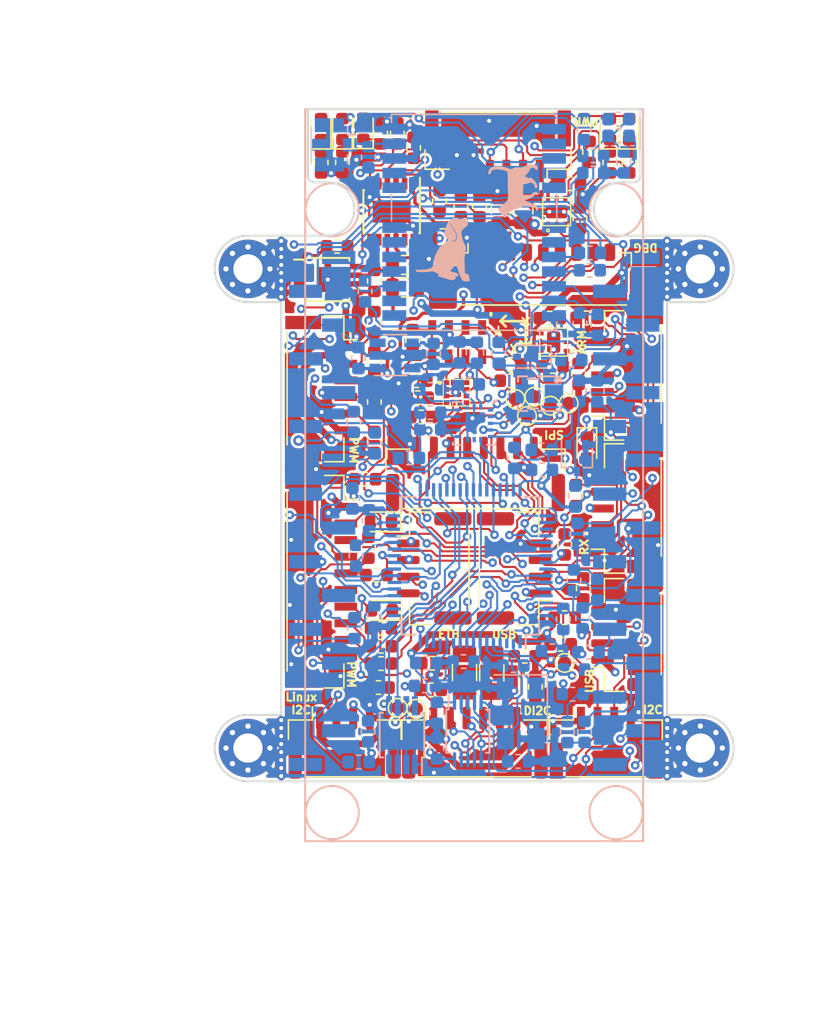
<source format=kicad_pcb>
(kicad_pcb (version 20171130) (host pcbnew "(5.1.0-0)")
  (layers (0 F.Cu signal) (1 In1.Cu signal) (2 GND power) (31 B.Cu signal) (34 B.Paste user hide) (35 F.Paste user hide) (36 B.SilkS user) (37 F.SilkS user) (38 B.Mask user hide) (39 F.Mask user hide) (44 Edge.Cuts user))
  (net 0 "")
  (net 1 /5V_in)
  (net 2 GND)
  (net 3 +5V)
  (net 4 /~SHDN_SENS)
  (net 5 +3V3)
  (net 6 /V_SERVO)
  (net 7 /LL_CTRL_POWER)
  (net 8 +3V3_NANOPI)
  (net 9 /I_bat_sens)
  (net 10 /V_bat_sens)
  (net 11 "Net-(R2-Pad2)")
  (net 12 "Net-(R1-Pad2)")
  (net 13 /NANOPI_I2C_SCL)
  (net 14 /NANOPI_I2C_SDA)
  (net 15 /3V3_SENS)
  (net 16 "Net-(R18-Pad1)")
  (net 17 /5V_IN_ADC)
  (net 18 /V_SERVO_ADC)
  (net 19 /I_bat_adc)
  (net 20 /V_bat_adc)
  (net 21 /HEARTBEAT_LED)
  (net 22 /LIS3MDL_INT)
  (net 23 /I2C_SENS_SCL)
  (net 24 /I2C_SENS_SDA)
  (net 25 "Net-(D1-Pad1)")
  (net 26 "Net-(D4-Pad1)")
  (net 27 /RC_IN)
  (net 28 /STM_DBG_TX)
  (net 29 /STM_DBG_RX)
  (net 30 /ARM_LED)
  (net 31 /ARM_SWITCH)
  (net 32 /SWDIO)
  (net 33 /SWCLK)
  (net 34 /SERVO1_PWM)
  (net 35 /SERVO2_PWM)
  (net 36 /SERVO3_PWM)
  (net 37 /SERVO4_PWM)
  (net 38 /SERVO5_PWM)
  (net 39 "Net-(R37-Pad2)")
  (net 40 "Net-(R38-Pad2)")
  (net 41 "Net-(R39-Pad2)")
  (net 42 "Net-(R40-Pad2)")
  (net 43 "Net-(R41-Pad2)")
  (net 44 "Net-(C18-Pad2)")
  (net 45 /STM32_RESET)
  (net 46 "Net-(C21-Pad1)")
  (net 47 "Net-(C22-Pad1)")
  (net 48 "Net-(C34-Pad1)")
  (net 49 "Net-(C36-Pad1)")
  (net 50 "Net-(D5-Pad1)")
  (net 51 "Net-(D6-Pad1)")
  (net 52 /STM_I2C_SCL)
  (net 53 /STM_I2C_SDA)
  (net 54 /TELEM)
  (net 55 /SPI_CONN_SCK)
  (net 56 /SPI_CONN_MISO)
  (net 57 /SPI_CONN_MOSI)
  (net 58 /SPI_CONN_S0)
  (net 59 /SPI_CONN_S1)
  (net 60 "Net-(R14-Pad1)")
  (net 61 "Net-(R15-Pad2)")
  (net 62 "Net-(R20-Pad2)")
  (net 63 "Net-(R31-Pad2)")
  (net 64 "Net-(R32-Pad2)")
  (net 65 "Net-(R33-Pad2)")
  (net 66 "Net-(R34-Pad2)")
  (net 67 "Net-(R35-Pad2)")
  (net 68 "Net-(R36-Pad2)")
  (net 69 "Net-(R42-Pad1)")
  (net 70 /SPI_ICM20602_CS)
  (net 71 /TIME_SYNC_and_BOOT0)
  (net 72 /SPI_CONN_S2)
  (net 73 /SERVO6_PWM)
  (net 74 /SERVO7_PWM)
  (net 75 /SERVO8_PWM)
  (net 76 /SERVO9_PWM_SBUS_OUT)
  (net 77 /SERVO10_PWM)
  (net 78 /SERVO12_PWM)
  (net 79 /SERVO11_PWM)
  (net 80 "Net-(R26-Pad1)")
  (net 81 "Net-(R27-Pad2)")
  (net 82 /ETH_LED_LINK)
  (net 83 /ETH_LED_SPD)
  (net 84 /USB2_D+)
  (net 85 /USB2_D-)
  (net 86 /USB3_D-)
  (net 87 /USB3_D+)
  (net 88 /SPEAKER)
  (net 89 /NPI_DBG_TX)
  (net 90 /NPI_DBG_RX)
  (net 91 /STM32_USART1_TX)
  (net 92 /STM32_USART1_RX)
  (net 93 /STM32_USART1_CTS)
  (net 94 /STM32_USART1_RTS)
  (net 95 /V_bckp)
  (net 96 "Net-(D2-Pad2)")
  (net 97 "Net-(D3-Pad2)")
  (net 98 /GPS_TIMEPULSE)
  (net 99 "Net-(C4-Pad1)")
  (net 100 "Net-(C5-Pad1)")
  (net 101 "Net-(C6-Pad1)")
  (net 102 "Net-(C7-Pad1)")
  (net 103 "Net-(J13-Pad1)")
  (net 104 /ETH_TX+)
  (net 105 /ETH_TX-)
  (net 106 /ETH_RX+)
  (net 107 /GPS_RX)
  (net 108 /ETH_RX-)
  (net 109 /GPS_TX)
  (net 110 "Net-(R47-Pad1)")
  (net 111 "Net-(R49-Pad2)")
  (net 112 "Net-(R48-Pad2)")
  (net 113 "Net-(L2-Pad1)")
  (net 114 "Net-(L3-Pad1)")
  (net 115 "Net-(C2-Pad1)")
  (net 116 "Net-(C43-Pad1)")
  (net 117 "Net-(D7-Pad1)")
  (net 118 "Net-(C40-Pad1)")
  (net 119 "Net-(C45-Pad1)")
  (net 120 /ICM20602_INT)
  (net 121 /SPI_SENS_MOSI)
  (net 122 /SPI_SENS_MISO)
  (net 123 /SPI_SENS_SCLK)
  (net 124 "Net-(Q1-Pad1)")
  (net 125 /5V_PERIPH)
  (net 126 "Net-(D8-Pad1)")
  (net 127 /DI2C_SDAM)
  (net 128 /DI2C_SDAP)
  (net 129 /DI2C_SCLM)
  (net 130 /DI2C_SCLP)
  (net 131 "Net-(R51-Pad2)")
  (net 132 /GPS_RTK_MODE)
  (net 133 "Net-(D9-Pad1)")
  (module footprints:cat (layer B.Cu) (at 83.175 33.625 270)
    (fp_text reference G*** hide)
    (fp_text value LOGO hide)
  )
  (module footprints:dog (layer B.Cu) (at 78.425 38.1 180)
    (fp_text reference G*** hide)
    (fp_text value LOGO hide)
  )
  (module footprints:axes_s (layer F.Cu) (at 84.125 43.425 180)
    (fp_text reference REF** hide)
    (fp_text value axes_s hide)
    (fp_text user Y (at 2.05 -0.675 180 unlocked) (layer F.SilkS) (effects (font (size 0.6 0.6))))
    (fp_text user X (at 0.9 -2.1 180) (layer F.SilkS) (effects (font (size 0.6 0.6))))
  )
  (module Resistor_SMD:R_0603_1608Metric (layer F.Cu) (at 83 47.9 180)
    (fp_text reference R45 hide)
    (fp_text value 4.7k)
    (pad 2 smd roundrect (at 0.7875 0 180) (size 0.875 0.95) (layers F.Cu F.Paste F.Mask) (net 24 /I2C_SENS_SDA))
    (pad 1 smd roundrect (at -0.7875 0 180) (size 0.875 0.95) (layers F.Cu F.Paste F.Mask) (net 15 /3V3_SENS))
  )
  (module Resistor_SMD:R_0603_1608Metric (layer F.Cu) (at 82.975 46.675 180)
    (fp_text reference R46 hide)
    (fp_text value 4.7k)
    (pad 1 smd roundrect (at -0.7875 0 180) (size 0.875 0.95) (layers F.Cu F.Paste F.Mask) (net 15 /3V3_SENS))
    (pad 2 smd roundrect (at 0.7875 0 180) (size 0.875 0.95) (layers F.Cu F.Paste F.Mask) (net 23 /I2C_SENS_SCL))
  )
  (module TestPoint:TestPoint_Pad_D1.0mm (layer F.Cu) (at 75.9 72.55)
    (fp_text reference TP8 hide)
    (fp_text value TestPoint)
    (pad 1 smd circle (at 0 0) (size 1 1) (layers F.Cu F.Mask) (net 23 /I2C_SENS_SCL))
  )
  (module TestPoint:TestPoint_Pad_D1.0mm (layer F.Cu) (at 74.5 72.475)
    (fp_text reference TP1 hide)
    (fp_text value TestPoint)
    (pad 1 smd circle (at 0 0) (size 1 1) (layers F.Cu F.Mask) (net 24 /I2C_SENS_SDA))
  )
  (module Resistor_SMD:R_0603_1608Metric (layer F.Cu) (at 73.225 29.325 90)
    (fp_text reference R58 hide)
    (fp_text value 1k)
    (pad 2 smd roundrect (at 0.7875 0 90) (size 0.875 0.95) (layers F.Cu F.Paste F.Mask) (net 2 GND))
    (pad 1 smd roundrect (at -0.7875 0 90) (size 0.875 0.95) (layers F.Cu F.Paste F.Mask) (net 133 "Net-(D9-Pad1)"))
  )
  (module LED_SMD:LED_0603_1608Metric (layer F.Cu) (at 71.925 28.975 90)
    (fp_text reference D9 hide)
    (fp_text value RTK)
    (pad 2 smd roundrect (at 0.7875 0 90) (size 0.875 0.95) (layers F.Cu F.Paste F.Mask) (net 132 /GPS_RTK_MODE))
    (pad 1 smd roundrect (at -0.7875 0 90) (size 0.875 0.95) (layers F.Cu F.Paste F.Mask) (net 133 "Net-(D9-Pad1)"))
  )
  (module footprints:nanopi-duo-2 (layer B.Cu) (at 80.25 55 180)
    (fp_text reference U2 hide)
    (fp_text value NanoPi_Duo_2)
    (pad 32 smd rect (at 11.43 -21.74 180) (size 2.5 1) (drill (offset 1.25 0)) (layers B.Cu B.Paste B.Mask))
    (pad 31 smd rect (at -11.43 -21.74 180) (size 2.5 1) (drill (offset 1.25 0)) (layers B.Cu B.Paste B.Mask) (net 83 /ETH_LED_SPD))
    (pad 30 smd rect (at 11.43 -19.2) (size 2.5 1) (drill (offset 1.25 0)) (layers B.Cu B.Paste B.Mask))
    (pad 29 smd rect (at -11.43 -19.2) (size 2.5 1) (drill (offset 1.25 0)) (layers B.Cu B.Paste B.Mask) (net 82 /ETH_LED_LINK))
    (pad 28 smd rect (at 11.43 -16.66 180) (size 2.5 1) (drill (offset 1.25 0)) (layers B.Cu B.Paste B.Mask))
    (pad 27 smd rect (at -11.43 -16.66 180) (size 2.5 1) (drill (offset 1.25 0)) (layers B.Cu B.Paste B.Mask) (net 104 /ETH_TX+))
    (pad 26 smd rect (at 11.43 -14.12) (size 2.5 1) (drill (offset 1.25 0)) (layers B.Cu B.Paste B.Mask) (net 88 /SPEAKER))
    (pad 25 smd rect (at -11.43 -14.12) (size 2.5 1) (drill (offset 1.25 0)) (layers B.Cu B.Paste B.Mask) (net 105 /ETH_TX-))
    (pad 24 smd rect (at 11.43 -11.58 180) (size 2.5 1) (drill (offset 1.25 0)) (layers B.Cu B.Paste B.Mask))
    (pad 23 smd rect (at -11.43 -11.58 180) (size 2.5 1) (drill (offset 1.25 0)) (layers B.Cu B.Paste B.Mask) (net 106 /ETH_RX+))
    (pad 22 smd rect (at 11.43 -9.04) (size 2.5 1) (drill (offset 1.25 0)) (layers B.Cu B.Paste B.Mask) (net 107 /GPS_RX))
    (pad 21 smd rect (at -11.43 -9.04) (size 2.5 1) (drill (offset 1.25 0)) (layers B.Cu B.Paste B.Mask) (net 108 /ETH_RX-))
    (pad 20 smd rect (at 11.43 -6.5 180) (size 2.5 1) (drill (offset 1.25 0)) (layers B.Cu B.Paste B.Mask) (net 109 /GPS_TX))
    (pad 19 smd rect (at -11.43 -6.5 180) (size 2.5 1) (drill (offset 1.25 0)) (layers B.Cu B.Paste B.Mask) (net 84 /USB2_D+))
    (pad 18 smd rect (at 11.43 -3.96) (size 2.5 1) (drill (offset 1.25 0)) (layers B.Cu B.Paste B.Mask) (net 93 /STM32_USART1_CTS))
    (pad 17 smd rect (at -11.43 -3.96) (size 2.5 1) (drill (offset 1.25 0)) (layers B.Cu B.Paste B.Mask) (net 85 /USB2_D-))
    (pad 16 smd rect (at 11.43 -1.42 180) (size 2.5 1) (drill (offset 1.25 0)) (layers B.Cu B.Paste B.Mask) (net 94 /STM32_USART1_RTS))
    (pad 15 smd rect (at -11.43 -1.42 180) (size 2.5 1) (drill (offset 1.25 0)) (layers B.Cu B.Paste B.Mask) (net 87 /USB3_D+))
    (pad 14 smd rect (at 11.43 1.12) (size 2.5 1) (drill (offset 1.25 0)) (layers B.Cu B.Paste B.Mask) (net 91 /STM32_USART1_TX))
    (pad 13 smd rect (at -11.43 1.12) (size 2.5 1) (drill (offset 1.25 0)) (layers B.Cu B.Paste B.Mask) (net 86 /USB3_D-))
    (pad 12 smd rect (at 11.43 3.66 180) (size 2.5 1) (drill (offset 1.25 0)) (layers B.Cu B.Paste B.Mask) (net 92 /STM32_USART1_RX))
    (pad 11 smd rect (at -11.43 3.66 180) (size 2.5 1) (drill (offset 1.25 0)) (layers B.Cu B.Paste B.Mask) (net 71 /TIME_SYNC_and_BOOT0))
    (pad 10 smd rect (at 11.43 6.2) (size 2.5 1) (drill (offset 1.25 0)) (layers B.Cu B.Paste B.Mask) (net 14 /NANOPI_I2C_SDA))
    (pad 9 smd rect (at -11.43 6.2) (size 2.5 1) (drill (offset 1.25 0)) (layers B.Cu B.Paste B.Mask) (net 124 "Net-(Q1-Pad1)"))
    (pad 8 smd rect (at 11.43 8.74 180) (size 2.5 1) (drill (offset 1.25 0)) (layers B.Cu B.Paste B.Mask) (net 13 /NANOPI_I2C_SCL))
    (pad 7 smd rect (at -11.43 8.74 180) (size 2.5 1) (drill (offset 1.25 0)) (layers B.Cu B.Paste B.Mask) (net 2 GND))
    (pad 6 smd rect (at 11.43 11.28) (size 2.5 1) (drill (offset 1.25 0)) (layers B.Cu B.Paste B.Mask) (net 2 GND))
    (pad 5 smd rect (at -11.43 11.28) (size 2.5 1) (drill (offset 1.25 0)) (layers B.Cu B.Paste B.Mask) (net 8 +3V3_NANOPI))
    (pad 4 smd rect (at 11.43 13.82 180) (size 2.5 1) (drill (offset 1.25 0)) (layers B.Cu B.Paste B.Mask) (net 89 /NPI_DBG_TX))
    (pad 3 smd rect (at -11.43 13.82 180) (size 2.5 1) (drill (offset 1.25 0)) (layers B.Cu B.Paste B.Mask) (net 3 +5V))
    (pad 2 smd rect (at 11.43 16.36) (size 2.5 1) (drill (offset 1.25 0)) (layers B.Cu B.Paste B.Mask) (net 90 /NPI_DBG_RX))
    (pad 1 smd rect (at -11.43 16.36) (size 2.5 1) (drill (offset 1.25 0)) (layers B.Cu B.Paste B.Mask) (net 3 +5V))
  )
  (module Connector_JST:JST_GH_SM04B-GHS-TB_1x04-1MP_P1.25mm_Horizontal (layer F.Cu) (at 91.75 67 90)
    (fp_text reference J5 hide)
    (fp_text value USB2)
    (pad MP smd roundrect (at 3.725 1.35 90) (size 1 2.7) (layers F.Cu F.Paste F.Mask))
    (pad MP smd roundrect (at -3.725 1.35 90) (size 1 2.7) (layers F.Cu F.Paste F.Mask))
    (pad 4 smd roundrect (at 1.875 -1.85 90) (size 0.6 1.7) (layers F.Cu F.Paste F.Mask) (net 2 GND))
    (pad 3 smd roundrect (at 0.625 -1.85 90) (size 0.6 1.7) (layers F.Cu F.Paste F.Mask) (net 87 /USB3_D+))
    (pad 2 smd roundrect (at -0.625 -1.85 90) (size 0.6 1.7) (layers F.Cu F.Paste F.Mask) (net 86 /USB3_D-))
    (pad 1 smd roundrect (at -1.875 -1.85 90) (size 0.6 1.7) (layers F.Cu F.Paste F.Mask) (net 125 /5V_PERIPH))
  )
  (module Connector_JST:JST_GH_SM04B-GHS-TB_1x04-1MP_P1.25mm_Horizontal (layer F.Cu) (at 70.525 75.1)
    (fp_text reference J2 hide)
    (fp_text value "Linux I2C")
    (pad MP smd roundrect (at 3.725 1.35) (size 1 2.7) (layers F.Cu F.Paste F.Mask))
    (pad MP smd roundrect (at -3.725 1.35) (size 1 2.7) (layers F.Cu F.Paste F.Mask))
    (pad 4 smd roundrect (at 1.875 -1.85) (size 0.6 1.7) (layers F.Cu F.Paste F.Mask) (net 2 GND))
    (pad 3 smd roundrect (at 0.625 -1.85) (size 0.6 1.7) (layers F.Cu F.Paste F.Mask) (net 14 /NANOPI_I2C_SDA))
    (pad 2 smd roundrect (at -0.625 -1.85) (size 0.6 1.7) (layers F.Cu F.Paste F.Mask) (net 13 /NANOPI_I2C_SCL))
    (pad 1 smd roundrect (at -1.875 -1.85) (size 0.6 1.7) (layers F.Cu F.Paste F.Mask) (net 125 /5V_PERIPH))
  )
  (module Connector_JST:JST_GH_BM08B-GHS-TBT_1x08-1MP_P1.25mm_Vertical (layer F.Cu) (at 80.35 54.9 180)
    (fp_text reference J10 hide)
    (fp_text value SPI)
    (pad MP smd roundrect (at 6.225 -1.4 180) (size 1 2.8) (layers F.Cu F.Paste F.Mask))
    (pad MP smd roundrect (at -6.225 -1.4 180) (size 1 2.8) (layers F.Cu F.Paste F.Mask))
    (pad 8 smd roundrect (at 4.375 1.95 180) (size 0.6 1.7) (layers F.Cu F.Paste F.Mask) (net 2 GND))
    (pad 7 smd roundrect (at 3.125 1.95 180) (size 0.6 1.7) (layers F.Cu F.Paste F.Mask) (net 72 /SPI_CONN_S2))
    (pad 6 smd roundrect (at 1.875 1.95 180) (size 0.6 1.7) (layers F.Cu F.Paste F.Mask) (net 59 /SPI_CONN_S1))
    (pad 5 smd roundrect (at 0.625 1.95 180) (size 0.6 1.7) (layers F.Cu F.Paste F.Mask) (net 58 /SPI_CONN_S0))
    (pad 4 smd roundrect (at -0.625 1.95 180) (size 0.6 1.7) (layers F.Cu F.Paste F.Mask) (net 57 /SPI_CONN_MOSI))
    (pad 3 smd roundrect (at -1.875 1.95 180) (size 0.6 1.7) (layers F.Cu F.Paste F.Mask) (net 56 /SPI_CONN_MISO))
    (pad 2 smd roundrect (at -3.125 1.95 180) (size 0.6 1.7) (layers F.Cu F.Paste F.Mask) (net 55 /SPI_CONN_SCK))
    (pad 1 smd roundrect (at -4.375 1.95 180) (size 0.6 1.7) (layers F.Cu F.Paste F.Mask) (net 125 /5V_PERIPH))
  )
  (module Connector_JST:JST_GH_SM04B-GHS-TB_1x04-1MP_P1.25mm_Horizontal (layer F.Cu) (at 90.15 75.1)
    (fp_text reference J7 hide)
    (fp_text value I2C)
    (pad 1 smd rect (at -1.875 -1.85) (size 0.6 1.7) (layers F.Cu F.Paste F.Mask) (net 125 /5V_PERIPH))
    (pad 2 smd rect (at -0.625 -1.85) (size 0.6 1.7) (layers F.Cu F.Paste F.Mask) (net 52 /STM_I2C_SCL))
    (pad 3 smd rect (at 0.625 -1.85) (size 0.6 1.7) (layers F.Cu F.Paste F.Mask) (net 53 /STM_I2C_SDA))
    (pad 4 smd rect (at 1.875 -1.85) (size 0.6 1.7) (layers F.Cu F.Paste F.Mask) (net 2 GND))
    (pad MP smd rect (at -3.725 1.35) (size 1 2.7) (layers F.Cu F.Paste F.Mask))
    (pad MP smd rect (at 3.725 1.35) (size 1 2.7) (layers F.Cu F.Paste F.Mask))
  )
  (module Package_SO:TSSOP-10_3x3mm_P0.5mm (layer B.Cu) (at 79.775 74.225 270)
    (fp_text reference U9 hide)
    (fp_text value PCA9615)
    (pad 10 smd rect (at 2.15 1 270) (size 1.1 0.25) (layers B.Cu B.Paste B.Mask) (net 125 /5V_PERIPH))
    (pad 9 smd rect (at 2.15 0.5 270) (size 1.1 0.25) (layers B.Cu B.Paste B.Mask) (net 127 /DI2C_SDAM))
    (pad 8 smd rect (at 2.15 0 270) (size 1.1 0.25) (layers B.Cu B.Paste B.Mask) (net 128 /DI2C_SDAP))
    (pad 7 smd rect (at 2.15 -0.5 270) (size 1.1 0.25) (layers B.Cu B.Paste B.Mask) (net 130 /DI2C_SCLP))
    (pad 6 smd rect (at 2.15 -1 270) (size 1.1 0.25) (layers B.Cu B.Paste B.Mask) (net 129 /DI2C_SCLM))
    (pad 5 smd rect (at -2.15 -1 270) (size 1.1 0.25) (layers B.Cu B.Paste B.Mask) (net 2 GND))
    (pad 4 smd rect (at -2.15 -0.5 270) (size 1.1 0.25) (layers B.Cu B.Paste B.Mask) (net 52 /STM_I2C_SCL))
    (pad 3 smd rect (at -2.15 0 270) (size 1.1 0.25) (layers B.Cu B.Paste B.Mask))
    (pad 2 smd rect (at -2.15 0.5 270) (size 1.1 0.25) (layers B.Cu B.Paste B.Mask) (net 53 /STM_I2C_SDA))
    (pad 1 smd rect (at -2.15 1 270) (size 1.1 0.25) (layers B.Cu B.Paste B.Mask) (net 5 +3V3))
  )
  (module footprints:TPS25200_WSON_6 (layer F.Cu) (at 86.225 45 180)
    (fp_text reference U6 hide)
    (fp_text value TPS25200)
    (pad 7 smd roundrect (at 0 0 180) (size 1 1.6) (layers F.Cu F.Paste F.Mask) (roundrect_rratio 0.17) (net 2 GND))
    (pad 7 thru_hole circle (at 0 0.55 180) (size 0.3 0.3) (drill 0.3) (layers *.Cu *.Paste *.Mask) (net 2 GND))
    (pad 7 thru_hole circle (at 0 -0.55 180) (size 0.3 0.3) (drill 0.3) (layers *.Cu *.Paste *.Mask) (net 2 GND))
    (pad 6 smd roundrect (at 0.975 -0.65 180) (size 0.45 0.3) (layers F.Cu F.Paste F.Mask) (roundrect_rratio 0.17) (net 3 +5V))
    (pad 5 smd roundrect (at 0.975 0 180) (size 0.45 0.3) (layers F.Cu F.Paste F.Mask) (roundrect_rratio 0.17) (net 2 GND))
    (pad 4 smd roundrect (at 0.975 0.65 180) (size 0.45 0.3) (layers F.Cu F.Paste F.Mask) (roundrect_rratio 0.17) (net 3 +5V))
    (pad 3 smd roundrect (at -0.975 0.65 180) (size 0.45 0.3) (layers F.Cu F.Paste F.Mask) (roundrect_rratio 0.17) (net 131 "Net-(R51-Pad2)"))
    (pad 2 smd roundrect (at -0.975 0 180) (size 0.45 0.3) (layers F.Cu F.Paste F.Mask) (roundrect_rratio 0.17) (net 110 "Net-(R47-Pad1)"))
    (pad 1 smd roundrect (at -0.975 -0.65 180) (size 0.45 0.3) (layers F.Cu F.Paste F.Mask) (roundrect_rratio 0.17) (net 125 /5V_PERIPH))
  )
  (module Resistor_SMD:R_0603_1608Metric (layer F.Cu) (at 84.05 68.6)
    (fp_text reference R57 hide)
    (fp_text value 600)
    (pad 2 smd roundrect (at 0.7875 0) (size 0.875 0.95) (layers F.Cu F.Paste F.Mask) (net 2 GND))
    (pad 1 smd roundrect (at -0.7875 0) (size 0.875 0.95) (layers F.Cu F.Paste F.Mask) (net 127 /DI2C_SDAM))
  )
  (module Resistor_SMD:R_1206_3216Metric (layer F.Cu) (at 81.575 69.85 90)
    (fp_text reference R56 hide)
    (fp_text value 120)
    (pad 2 smd roundrect (at 1.4 0 90) (size 1.25 1.75) (layers F.Cu F.Paste F.Mask) (roundrect_rratio 0.2) (net 127 /DI2C_SDAM))
    (pad 1 smd roundrect (at -1.4 0 90) (size 1.25 1.75) (layers F.Cu F.Paste F.Mask) (roundrect_rratio 0.2) (net 128 /DI2C_SDAP))
  )
  (module Resistor_SMD:R_0603_1608Metric (layer F.Cu) (at 77 71.125)
    (fp_text reference R55 hide)
    (fp_text value 600)
    (pad 2 smd roundrect (at 0.7875 0) (size 0.875 0.95) (layers F.Cu F.Paste F.Mask) (net 128 /DI2C_SDAP))
    (pad 1 smd roundrect (at -0.7875 0) (size 0.875 0.95) (layers F.Cu F.Paste F.Mask) (net 125 /5V_PERIPH))
  )
  (module Resistor_SMD:R_0603_1608Metric (layer F.Cu) (at 84.85 70.9 90)
    (fp_text reference R54 hide)
    (fp_text value 600)
    (pad 2 smd roundrect (at 0.7875 0 90) (size 0.875 0.95) (layers F.Cu F.Paste F.Mask) (net 2 GND))
    (pad 1 smd roundrect (at -0.7875 0 90) (size 0.875 0.95) (layers F.Cu F.Paste F.Mask) (net 129 /DI2C_SCLM))
  )
  (module Resistor_SMD:R_1206_3216Metric (layer F.Cu) (at 79.525 69.825 270)
    (fp_text reference R53 hide)
    (fp_text value 120)
    (pad 2 smd roundrect (at 1.4 0 270) (size 1.25 1.75) (layers F.Cu F.Paste F.Mask) (roundrect_rratio 0.2) (net 129 /DI2C_SCLM))
    (pad 1 smd roundrect (at -1.4 0 270) (size 1.25 1.75) (layers F.Cu F.Paste F.Mask) (roundrect_rratio 0.2) (net 130 /DI2C_SCLP))
  )
  (module Resistor_SMD:R_0603_1608Metric (layer F.Cu) (at 77.1 69.125)
    (fp_text reference R52 hide)
    (fp_text value 600)
    (pad 2 smd roundrect (at 0.7875 0) (size 0.875 0.95) (layers F.Cu F.Paste F.Mask) (net 130 /DI2C_SCLP))
    (pad 1 smd roundrect (at -0.7875 0) (size 0.875 0.95) (layers F.Cu F.Paste F.Mask) (net 125 /5V_PERIPH))
  )
  (module Connector_JST:JST_GH_SM06B-GHS-TB_1x06-1MP_P1.25mm_Horizontal (layer F.Cu) (at 80.3 75.1)
    (fp_text reference J12 hide)
    (fp_text value I2C_differential)
    (pad 1 smd roundrect (at -3.125 -1.85) (size 0.6 1.7) (layers F.Cu F.Paste F.Mask) (net 125 /5V_PERIPH))
    (pad 2 smd roundrect (at -1.875 -1.85) (size 0.6 1.7) (layers F.Cu F.Paste F.Mask) (net 130 /DI2C_SCLP))
    (pad 3 smd roundrect (at -0.625 -1.85) (size 0.6 1.7) (layers F.Cu F.Paste F.Mask) (net 129 /DI2C_SCLM))
    (pad 4 smd roundrect (at 0.625 -1.85) (size 0.6 1.7) (layers F.Cu F.Paste F.Mask) (net 128 /DI2C_SDAP))
    (pad 5 smd roundrect (at 1.875 -1.85) (size 0.6 1.7) (layers F.Cu F.Paste F.Mask) (net 127 /DI2C_SDAM))
    (pad 6 smd roundrect (at 3.125 -1.85) (size 0.6 1.7) (layers F.Cu F.Paste F.Mask) (net 2 GND))
    (pad MP smd roundrect (at -4.975 1.35) (size 1 2.7) (layers F.Cu F.Paste F.Mask))
    (pad MP smd roundrect (at 4.975 1.35) (size 1 2.7) (layers F.Cu F.Paste F.Mask))
  )
  (module LED_SMD:LED_0603_1608Metric (layer F.Cu) (at 88.725 52.925 270)
    (fp_text reference D8 hide)
    (fp_text value "OC 5V PERIPH")
    (pad 2 smd roundrect (at 0.7875 0 270) (size 0.875 0.95) (layers F.Cu F.Paste F.Mask) (net 7 /LL_CTRL_POWER))
    (pad 1 smd roundrect (at -0.7875 0 270) (size 0.875 0.95) (layers F.Cu F.Paste F.Mask) (net 126 "Net-(D8-Pad1)"))
  )
  (module Capacitor_SMD:C_0603_1608Metric (layer F.Cu) (at 86.15 46.825 180)
    (fp_text reference C30 hide)
    (fp_text value 10uF)
    (pad 2 smd roundrect (at 0.7875 0 180) (size 0.875 0.95) (layers F.Cu F.Paste F.Mask) (net 2 GND))
    (pad 1 smd roundrect (at -0.7875 0 180) (size 0.875 0.95) (layers F.Cu F.Paste F.Mask) (net 125 /5V_PERIPH))
  )
  (module footprints:Seiko_supercap_CPH3225A (layer B.Cu) (at 85.15 48.875 180)
    (fp_text reference BT1 hide)
    (fp_text value CPH3225A)
    (pad 2 smd rect (at 1.1 0 180) (size 1.4 1.4) (layers B.Cu B.Paste B.Mask) (net 2 GND))
    (pad 1 smd rect (at -1.1 0 180) (size 1.4 1.4) (layers B.Cu B.Paste B.Mask) (net 95 /V_bckp))
  )
  (module Capacitor_SMD:C_0603_1608Metric (layer F.Cu) (at 76.275 50.625 180)
    (fp_text reference C35 hide)
    (fp_text value 100nF)
    (pad 2 smd roundrect (at 0.7875 0 180) (size 0.875 0.95) (layers F.Cu F.Paste F.Mask) (net 2 GND))
    (pad 1 smd roundrect (at -0.7875 0 180) (size 0.875 0.95) (layers F.Cu F.Paste F.Mask) (net 15 /3V3_SENS))
  )
  (module Resistor_SMD:R_0603_1608Metric (layer B.Cu) (at 88.15 48.675 90)
    (fp_text reference R43 hide)
    (fp_text value 10k)
    (pad 2 smd roundrect (at 0.7875 0 90) (size 0.875 0.95) (layers B.Cu B.Paste B.Mask) (net 2 GND))
    (pad 1 smd roundrect (at -0.7875 0 90) (size 0.875 0.95) (layers B.Cu B.Paste B.Mask) (net 124 "Net-(Q1-Pad1)"))
  )
  (module Package_TO_SOT_SMD:SOT-323_SC-70 (layer B.Cu) (at 87.975 53.7 270)
    (fp_text reference Q1 hide)
    (fp_text value DMN5L06WKDICT-ND)
    (pad 3 smd rect (at 1 0) (size 0.45 0.7) (layers B.Cu B.Paste B.Mask) (net 45 /STM32_RESET))
    (pad 2 smd rect (at -1 -0.65) (size 0.45 0.7) (layers B.Cu B.Paste B.Mask) (net 2 GND))
    (pad 1 smd rect (at -1 0.65) (size 0.45 0.7) (layers B.Cu B.Paste B.Mask) (net 124 "Net-(Q1-Pad1)"))
  )
  (module footprints:LGA-16_3x3mm_P0.5mm_LayoutBorder3x5y-ICM-20602 (layer B.Cu) (at 80.25 51.1 180)
    (fp_text reference U13 hide)
    (fp_text value ICM-20602)
    (pad 1 smd rect (at -1.225 1 180) (size 0.4 0.25) (layers B.Cu B.Paste B.Mask) (net 5 +3V3))
    (pad 2 smd rect (at -1.225 0.5 180) (size 0.4 0.25) (layers B.Cu B.Paste B.Mask) (net 123 /SPI_SENS_SCLK))
    (pad 3 smd rect (at -1.225 0 180) (size 0.4 0.25) (layers B.Cu B.Paste B.Mask) (net 121 /SPI_SENS_MOSI))
    (pad 4 smd rect (at -1.225 -0.5 180) (size 0.4 0.25) (layers B.Cu B.Paste B.Mask) (net 122 /SPI_SENS_MISO))
    (pad 5 smd rect (at -1.225 -1 180) (size 0.4 0.25) (layers B.Cu B.Paste B.Mask) (net 70 /SPI_ICM20602_CS))
    (pad 6 smd rect (at -0.5 -1.225 180) (size 0.25 0.4) (layers B.Cu B.Paste B.Mask) (net 120 /ICM20602_INT))
    (pad 7 smd rect (at 0 -1.225 180) (size 0.25 0.4) (layers B.Cu B.Paste B.Mask))
    (pad 8 smd rect (at 0.5 -1.225 180) (size 0.25 0.4) (layers B.Cu B.Paste B.Mask) (net 2 GND))
    (pad 9 smd rect (at 1.225 -1 180) (size 0.4 0.25) (layers B.Cu B.Paste B.Mask) (net 2 GND))
    (pad 10 smd rect (at 1.225 -0.5 180) (size 0.4 0.25) (layers B.Cu B.Paste B.Mask) (net 2 GND))
    (pad 11 smd rect (at 1.225 0 180) (size 0.4 0.25) (layers B.Cu B.Paste B.Mask) (net 2 GND))
    (pad 12 smd rect (at 1.225 0.5 180) (size 0.4 0.25) (layers B.Cu B.Paste B.Mask) (net 2 GND))
    (pad 13 smd rect (at 1.225 1 180) (size 0.4 0.25) (layers B.Cu B.Paste B.Mask) (net 2 GND))
    (pad 14 smd rect (at 0.5 1.225 180) (size 0.25 0.4) (layers B.Cu B.Paste B.Mask) (net 118 "Net-(C40-Pad1)"))
    (pad 15 smd rect (at 0 1.225 180) (size 0.25 0.4) (layers B.Cu B.Paste B.Mask) (net 2 GND))
    (pad 16 smd rect (at -0.5 1.225 180) (size 0.25 0.4) (layers B.Cu B.Paste B.Mask) (net 15 /3V3_SENS))
  )
  (module Capacitor_SMD:C_0603_1608Metric (layer B.Cu) (at 76.65 69.1)
    (fp_text reference C46 hide)
    (fp_text value 100nF)
    (pad 2 smd roundrect (at 0.7875 0) (size 0.875 0.95) (layers B.Cu B.Paste B.Mask) (net 2 GND))
    (pad 1 smd roundrect (at -0.7875 0) (size 0.875 0.95) (layers B.Cu B.Paste B.Mask) (net 5 +3V3))
  )
  (module Capacitor_SMD:C_0603_1608Metric (layer B.Cu) (at 72.35 58.3875 90)
    (fp_text reference C45 hide)
    (fp_text value 4.7uF)
    (pad 2 smd roundrect (at 0.7875 0 90) (size 0.875 0.95) (layers B.Cu B.Paste B.Mask) (net 2 GND))
    (pad 1 smd roundrect (at -0.7875 0 90) (size 0.875 0.95) (layers B.Cu B.Paste B.Mask) (net 119 "Net-(C45-Pad1)"))
  )
  (module Capacitor_SMD:C_0603_1608Metric (layer B.Cu) (at 86.1 68.2 180)
    (fp_text reference C44 hide)
    (fp_text value 4.7uF)
    (pad 2 smd roundrect (at 0.7875 0 180) (size 0.875 0.95) (layers B.Cu B.Paste B.Mask) (net 2 GND))
    (pad 1 smd roundrect (at -0.7875 0 180) (size 0.875 0.95) (layers B.Cu B.Paste B.Mask) (net 5 +3V3))
  )
  (module Package_SO:MSOP-8-1EP_3x3mm_P0.65mm_EP1.68x1.88mm (layer F.Cu) (at 69.25 40.3)
    (fp_text reference U4 hide)
    (fp_text value LT1965-3.3)
    (pad 9 smd rect (at 0 0) (size 1.68 1.88) (layers F.Cu F.Mask) (net 2 GND))
    (pad 8 smd rect (at 2.105 -0.975) (size 0.89 0.42) (layers F.Cu F.Paste F.Mask) (net 7 /LL_CTRL_POWER))
    (pad 7 smd rect (at 2.105 -0.325) (size 0.89 0.42) (layers F.Cu F.Paste F.Mask) (net 7 /LL_CTRL_POWER))
    (pad 6 smd rect (at 2.105 0.325) (size 0.89 0.42) (layers F.Cu F.Paste F.Mask) (net 7 /LL_CTRL_POWER))
    (pad 5 smd rect (at 2.105 0.975) (size 0.89 0.42) (layers F.Cu F.Paste F.Mask) (net 2 GND))
    (pad 4 smd rect (at -2.105 0.975) (size 0.89 0.42) (layers F.Cu F.Paste F.Mask) (net 2 GND))
    (pad 3 smd rect (at -2.105 0.325) (size 0.89 0.42) (layers F.Cu F.Paste F.Mask) (net 5 +3V3))
    (pad 2 smd rect (at -2.105 -0.325) (size 0.89 0.42) (layers F.Cu F.Paste F.Mask) (net 5 +3V3))
    (pad 1 smd rect (at -2.105 -0.975) (size 0.89 0.42) (layers F.Cu F.Paste F.Mask) (net 5 +3V3))
  )
  (module Capacitor_SMD:C_0805_2012Metric (layer F.Cu) (at 77.95 37.2)
    (fp_text reference C29 hide)
    (fp_text value 22uF)
    (pad 2 smd roundrect (at 0.9375 0) (size 0.975 1.4) (layers F.Cu F.Paste F.Mask) (net 2 GND))
    (pad 1 smd roundrect (at -0.9375 0) (size 0.975 1.4) (layers F.Cu F.Paste F.Mask) (net 6 /V_SERVO))
  )
  (module Capacitor_SMD:C_0603_1608Metric (layer B.Cu) (at 88.2 43.6 270)
    (fp_text reference C38 hide)
    (fp_text value 0.1uF)
    (pad 2 smd roundrect (at 0.7875 0 270) (size 0.875 0.95) (layers B.Cu B.Paste B.Mask) (net 2 GND))
    (pad 1 smd roundrect (at -0.7875 0 270) (size 0.875 0.95) (layers B.Cu B.Paste B.Mask) (net 48 "Net-(C34-Pad1)"))
  )
  (module Capacitor_SMD:C_0603_1608Metric (layer B.Cu) (at 89.55 43.7 270)
    (fp_text reference C34 hide)
    (fp_text value 10uF)
    (pad 2 smd roundrect (at 0.7875 0 270) (size 0.875 0.95) (layers B.Cu B.Paste B.Mask) (net 2 GND))
    (pad 1 smd roundrect (at -0.7875 0 270) (size 0.875 0.95) (layers B.Cu B.Paste B.Mask) (net 48 "Net-(C34-Pad1)"))
  )
  (module Resistor_SMD:R_0603_1608Metric (layer F.Cu) (at 88.7 43.175 180)
    (fp_text reference R51 hide)
    (fp_text value 1.5k)
    (pad 2 smd roundrect (at 0.7875 0 180) (size 0.875 0.95) (layers F.Cu F.Paste F.Mask) (net 131 "Net-(R51-Pad2)"))
    (pad 1 smd roundrect (at -0.7875 0 180) (size 0.875 0.95) (layers F.Cu F.Paste F.Mask) (net 126 "Net-(D8-Pad1)"))
  )
  (module Resistor_SMD:R_0603_1608Metric (layer B.Cu) (at 72.05 41.1875 90)
    (fp_text reference R49 hide)
    (fp_text value 0)
    (pad 2 smd roundrect (at 0.7875 0 90) (size 0.875 0.95) (layers B.Cu B.Paste B.Mask) (net 111 "Net-(R49-Pad2)"))
    (pad 1 smd roundrect (at -0.7875 0 90) (size 0.875 0.95) (layers B.Cu B.Paste B.Mask) (net 71 /TIME_SYNC_and_BOOT0))
  )
  (module Resistor_SMD:R_0603_1608Metric (layer F.Cu) (at 75.7 30.4 270)
    (fp_text reference R48 hide)
    (fp_text value 10)
    (pad 2 smd roundrect (at 0.7875 0 270) (size 0.875 0.95) (layers F.Cu F.Paste F.Mask) (net 112 "Net-(R48-Pad2)"))
    (pad 1 smd roundrect (at -0.7875 0 270) (size 0.875 0.95) (layers F.Cu F.Paste F.Mask) (net 116 "Net-(C43-Pad1)"))
  )
  (module Resistor_SMD:R_0603_1608Metric (layer F.Cu) (at 88.1 47.3875 270)
    (fp_text reference R47 hide)
    (fp_text value "64k 1%")
    (pad 2 smd roundrect (at 0.7875 0 270) (size 0.875 0.95) (layers F.Cu F.Paste F.Mask) (net 2 GND))
    (pad 1 smd roundrect (at -0.7875 0 270) (size 0.875 0.95) (layers F.Cu F.Paste F.Mask) (net 110 "Net-(R47-Pad1)"))
  )
  (module Resistor_SMD:R_0603_1608Metric (layer B.Cu) (at 87.55 46.35)
    (fp_text reference R44 hide)
    (fp_text value 1k)
    (pad 2 smd roundrect (at 0.7875 0) (size 0.875 0.95) (layers B.Cu B.Paste B.Mask) (net 95 /V_bckp))
    (pad 1 smd roundrect (at -0.7875 0) (size 0.875 0.95) (layers B.Cu B.Paste B.Mask) (net 117 "Net-(D7-Pad1)"))
  )
  (module Resistor_SMD:R_0603_1608Metric (layer B.Cu) (at 89.5 48.7 90)
    (fp_text reference R30 hide)
    (fp_text value 10k)
    (pad 2 smd roundrect (at 0.7875 0 90) (size 0.875 0.95) (layers B.Cu B.Paste B.Mask) (net 2 GND))
    (pad 1 smd roundrect (at -0.7875 0 90) (size 0.875 0.95) (layers B.Cu B.Paste B.Mask) (net 71 /TIME_SYNC_and_BOOT0))
  )
  (module Resistor_SMD:R_0603_1608Metric (layer F.Cu) (at 72.3 60.45 90)
    (fp_text reference R17 hide)
    (fp_text value 330)
    (pad 2 smd roundrect (at 0.7875 0 90) (size 0.875 0.95) (layers F.Cu F.Paste F.Mask) (net 97 "Net-(D3-Pad2)"))
    (pad 1 smd roundrect (at -0.7875 0 90) (size 0.875 0.95) (layers F.Cu F.Paste F.Mask) (net 8 +3V3_NANOPI))
  )
  (module Resistor_SMD:R_0603_1608Metric (layer B.Cu) (at 71.25 66.4875 90)
    (fp_text reference R16 hide)
    (fp_text value 330)
    (pad 2 smd roundrect (at 0.7875 0 90) (size 0.875 0.95) (layers B.Cu B.Paste B.Mask) (net 96 "Net-(D2-Pad2)"))
    (pad 1 smd roundrect (at -0.7875 0 90) (size 0.875 0.95) (layers B.Cu B.Paste B.Mask) (net 8 +3V3_NANOPI))
  )
  (module Resistor_SMD:R_0603_1608Metric (layer B.Cu) (at 87.75 62.9 270)
    (fp_text reference R11 hide)
    (fp_text value 50)
    (pad 2 smd roundrect (at 0.7875 0 270) (size 0.875 0.95) (layers B.Cu B.Paste B.Mask) (net 106 /ETH_RX+))
    (pad 1 smd roundrect (at -0.7875 0 270) (size 0.875 0.95) (layers B.Cu B.Paste B.Mask) (net 115 "Net-(C2-Pad1)"))
  )
  (module Resistor_SMD:R_0603_1608Metric (layer B.Cu) (at 87.25 74.3 90)
    (fp_text reference R10 hide)
    (fp_text value 50)
    (pad 2 smd roundrect (at 0.7875 0 90) (size 0.875 0.95) (layers B.Cu B.Paste B.Mask) (net 104 /ETH_TX+))
    (pad 1 smd roundrect (at -0.7875 0 90) (size 0.875 0.95) (layers B.Cu B.Paste B.Mask) (net 8 +3V3_NANOPI))
  )
  (module Resistor_SMD:R_0603_1608Metric (layer B.Cu) (at 89.5 63.6 90)
    (fp_text reference R8 hide)
    (fp_text value 50)
    (pad 2 smd roundrect (at 0.7875 0 90) (size 0.875 0.95) (layers B.Cu B.Paste B.Mask) (net 115 "Net-(C2-Pad1)"))
    (pad 1 smd roundrect (at -0.7875 0 90) (size 0.875 0.95) (layers B.Cu B.Paste B.Mask) (net 108 /ETH_RX-))
  )
  (module Resistor_SMD:R_0603_1608Metric (layer B.Cu) (at 88.55 74.2875 90)
    (fp_text reference R7 hide)
    (fp_text value 50)
    (pad 2 smd roundrect (at 0.7875 0 90) (size 0.875 0.95) (layers B.Cu B.Paste B.Mask) (net 105 /ETH_TX-))
    (pad 1 smd roundrect (at -0.7875 0 90) (size 0.875 0.95) (layers B.Cu B.Paste B.Mask) (net 8 +3V3_NANOPI))
  )
  (module Inductor_SMD:L_0603_1608Metric (layer B.Cu) (at 72.3 31.1125 270)
    (fp_text reference L4 hide)
    (fp_text value 27nH)
    (pad 2 smd roundrect (at 0.7875 0 270) (size 0.875 0.95) (layers B.Cu B.Paste B.Mask) (net 116 "Net-(C43-Pad1)"))
    (pad 1 smd roundrect (at -0.7875 0 270) (size 0.875 0.95) (layers B.Cu B.Paste B.Mask) (net 103 "Net-(J13-Pad1)"))
  )
  (module Inductor_SMD:L_0603_1608Metric (layer B.Cu) (at 88.9375 39.6)
    (fp_text reference L3 hide)
    (fp_text value BLM15HD102SN1)
    (pad 2 smd roundrect (at 0.7875 0) (size 0.875 0.95) (layers B.Cu B.Paste B.Mask) (net 107 /GPS_RX))
    (pad 1 smd roundrect (at -0.7875 0) (size 0.875 0.95) (layers B.Cu B.Paste B.Mask) (net 114 "Net-(L3-Pad1)"))
  )
  (module Inductor_SMD:L_0603_1608Metric (layer B.Cu) (at 88.95 38.3)
    (fp_text reference L2 hide)
    (fp_text value BLM15HD102SN1)
    (pad 2 smd roundrect (at 0.7875 0) (size 0.875 0.95) (layers B.Cu B.Paste B.Mask) (net 109 /GPS_TX))
    (pad 1 smd roundrect (at -0.7875 0) (size 0.875 0.95) (layers B.Cu B.Paste B.Mask) (net 113 "Net-(L2-Pad1)"))
  )
  (module Diode_SMD:D_SOD-323 (layer B.Cu) (at 84.525 46.1 180)
    (fp_text reference D7 hide)
    (fp_text value RB751V40T1GOSCT-ND)
    (pad 2 smd rect (at 1.05 0 180) (size 0.6 0.45) (layers B.Cu B.Paste B.Mask) (net 5 +3V3))
    (pad 1 smd rect (at -1.05 0 180) (size 0.6 0.45) (layers B.Cu B.Paste B.Mask) (net 117 "Net-(D7-Pad1)"))
  )
  (module Capacitor_SMD:C_0603_1608Metric (layer F.Cu) (at 74.475 29.325 90)
    (fp_text reference C43 hide)
    (fp_text value 10nF)
    (pad 2 smd roundrect (at 0.7875 0 90) (size 0.875 0.95) (layers F.Cu F.Paste F.Mask) (net 2 GND))
    (pad 1 smd roundrect (at -0.7875 0 90) (size 0.875 0.95) (layers F.Cu F.Paste F.Mask) (net 116 "Net-(C43-Pad1)"))
  )
  (module Capacitor_SMD:C_0603_1608Metric (layer B.Cu) (at 88.4 65.75 90)
    (fp_text reference C7 hide)
    (fp_text value 100nF)
    (pad 2 smd roundrect (at 0.7875 0 90) (size 0.875 0.95) (layers B.Cu B.Paste B.Mask) (net 108 /ETH_RX-))
    (pad 1 smd roundrect (at -0.7875 0 90) (size 0.875 0.95) (layers B.Cu B.Paste B.Mask) (net 102 "Net-(C7-Pad1)"))
  )
  (module Capacitor_SMD:C_0603_1608Metric (layer B.Cu) (at 88.85 68.3)
    (fp_text reference C6 hide)
    (fp_text value 100nF)
    (pad 2 smd roundrect (at 0.7875 0) (size 0.875 0.95) (layers B.Cu B.Paste B.Mask) (net 106 /ETH_RX+))
    (pad 1 smd roundrect (at -0.7875 0) (size 0.875 0.95) (layers B.Cu B.Paste B.Mask) (net 101 "Net-(C6-Pad1)"))
  )
  (module Capacitor_SMD:C_0603_1608Metric (layer B.Cu) (at 87.7625 69.6)
    (fp_text reference C5 hide)
    (fp_text value 100nF)
    (pad 2 smd roundrect (at 0.7875 0) (size 0.875 0.95) (layers B.Cu B.Paste B.Mask) (net 105 /ETH_TX-))
    (pad 1 smd roundrect (at -0.7875 0) (size 0.875 0.95) (layers B.Cu B.Paste B.Mask) (net 100 "Net-(C5-Pad1)"))
  )
  (module Capacitor_SMD:C_0603_1608Metric (layer B.Cu) (at 87.65 71.45)
    (fp_text reference C4 hide)
    (fp_text value 100nF)
    (pad 2 smd roundrect (at 0.7875 0) (size 0.875 0.95) (layers B.Cu B.Paste B.Mask) (net 104 /ETH_TX+))
    (pad 1 smd roundrect (at -0.7875 0) (size 0.875 0.95) (layers B.Cu B.Paste B.Mask) (net 99 "Net-(C4-Pad1)"))
  )
  (module Capacitor_SMD:C_0603_1608Metric (layer B.Cu) (at 88 59.4 90)
    (fp_text reference C2 hide)
    (fp_text value 100nF)
    (pad 2 smd roundrect (at 0.7875 0 90) (size 0.875 0.95) (layers B.Cu B.Paste B.Mask) (net 8 +3V3_NANOPI))
    (pad 1 smd roundrect (at -0.7875 0 90) (size 0.875 0.95) (layers B.Cu B.Paste B.Mask) (net 115 "Net-(C2-Pad1)"))
  )
  (module Connector_Molex:Molex_PicoBlade_53398-0971_1x09-1MP_P1.25mm_Vertical (layer F.Cu) (at 85.45 39.5)
    (fp_text reference J8 hide)
    (fp_text value DBG)
    (pad MP smd roundrect (at 7.55 1.5) (size 2.1 3) (layers F.Cu F.Paste F.Mask) (roundrect_rratio 0.119048))
    (pad MP smd roundrect (at -7.55 1.5) (size 2.1 3) (layers F.Cu F.Paste F.Mask) (roundrect_rratio 0.119048))
    (pad 9 smd roundrect (at 5 -1.25) (size 0.8 1.3) (layers F.Cu F.Paste F.Mask) (net 90 /NPI_DBG_RX))
    (pad 8 smd roundrect (at 3.75 -1.25) (size 0.8 1.3) (layers F.Cu F.Paste F.Mask) (net 89 /NPI_DBG_TX))
    (pad 7 smd roundrect (at 2.5 -1.25) (size 0.8 1.3) (layers F.Cu F.Paste F.Mask) (net 29 /STM_DBG_RX))
    (pad 6 smd roundrect (at 1.25 -1.25) (size 0.8 1.3) (layers F.Cu F.Paste F.Mask) (net 28 /STM_DBG_TX))
    (pad 5 smd roundrect (at 0 -1.25) (size 0.8 1.3) (layers F.Cu F.Paste F.Mask) (net 33 /SWCLK))
    (pad 4 smd roundrect (at -1.25 -1.25) (size 0.8 1.3) (layers F.Cu F.Paste F.Mask) (net 32 /SWDIO))
    (pad 3 smd roundrect (at -2.5 -1.25) (size 0.8 1.3) (layers F.Cu F.Paste F.Mask) (net 45 /STM32_RESET))
    (pad 2 smd roundrect (at -3.75 -1.25) (size 0.8 1.3) (layers F.Cu F.Paste F.Mask) (net 2 GND))
    (pad 1 smd roundrect (at -5 -1.25) (size 0.8 1.3) (layers F.Cu F.Paste F.Mask) (net 5 +3V3))
  )
  (module Connector_JST:JST_GH_BM04B-GHS-TBT_1x04-1MP_P1.25mm_Vertical (layer F.Cu) (at 83.25 62 90)
    (fp_text reference J4 hide)
    (fp_text value USB1)
    (pad MP smd roundrect (at 3.725 -1.4 90) (size 1 2.8) (layers F.Cu F.Paste F.Mask))
    (pad MP smd roundrect (at -3.725 -1.4 90) (size 1 2.8) (layers F.Cu F.Paste F.Mask))
    (pad 4 smd roundrect (at 1.875 1.95 90) (size 0.6 1.7) (layers F.Cu F.Paste F.Mask) (net 2 GND))
    (pad 3 smd roundrect (at 0.625 1.95 90) (size 0.6 1.7) (layers F.Cu F.Paste F.Mask) (net 84 /USB2_D+))
    (pad 2 smd roundrect (at -0.625 1.95 90) (size 0.6 1.7) (layers F.Cu F.Paste F.Mask) (net 85 /USB2_D-))
    (pad 1 smd roundrect (at -1.875 1.95 90) (size 0.6 1.7) (layers F.Cu F.Paste F.Mask) (net 125 /5V_PERIPH))
  )
  (module Connector_JST:JST_GH_BM04B-GHS-TBT_1x04-1MP_P1.25mm_Vertical (layer F.Cu) (at 77.25 62 270)
    (fp_text reference J3 hide)
    (fp_text value ETHERNET)
    (pad MP smd roundrect (at 3.725 -1.4 270) (size 1 2.8) (layers F.Cu F.Paste F.Mask))
    (pad MP smd roundrect (at -3.725 -1.4 270) (size 1 2.8) (layers F.Cu F.Paste F.Mask))
    (pad 4 smd roundrect (at 1.875 1.95 270) (size 0.6 1.7) (layers F.Cu F.Paste F.Mask) (net 102 "Net-(C7-Pad1)"))
    (pad 3 smd roundrect (at 0.625 1.95 270) (size 0.6 1.7) (layers F.Cu F.Paste F.Mask) (net 101 "Net-(C6-Pad1)"))
    (pad 2 smd roundrect (at -0.625 1.95 270) (size 0.6 1.7) (layers F.Cu F.Paste F.Mask) (net 100 "Net-(C5-Pad1)"))
    (pad 1 smd roundrect (at -1.875 1.95 270) (size 0.6 1.7) (layers F.Cu F.Paste F.Mask) (net 99 "Net-(C4-Pad1)"))
  )
  (module Capacitor_SMD:C_0603_1608Metric (layer B.Cu) (at 76.95 51.55)
    (fp_text reference C1 hide)
    (fp_text value 10nF)
    (pad 2 smd roundrect (at 0.7875 0) (size 0.875 0.95) (layers B.Cu B.Paste B.Mask) (net 2 GND))
    (pad 1 smd roundrect (at -0.7875 0) (size 0.875 0.95) (layers B.Cu B.Paste B.Mask) (net 18 /V_SERVO_ADC))
  )
  (module Capacitor_SMD:C_0603_1608Metric (layer F.Cu) (at 87.45 33.1)
    (fp_text reference C3 hide)
    (fp_text value 0.1uF)
    (pad 2 smd roundrect (at 0.7875 0) (size 0.875 0.95) (layers F.Cu F.Paste F.Mask) (net 2 GND))
    (pad 1 smd roundrect (at -0.7875 0) (size 0.875 0.95) (layers F.Cu F.Paste F.Mask) (net 1 /5V_in))
  )
  (module Capacitor_SMD:C_0603_1608Metric (layer B.Cu) (at 91.1 29.5)
    (fp_text reference C8 hide)
    (fp_text value 10nF)
    (pad 2 smd roundrect (at 0.7875 0) (size 0.875 0.95) (layers B.Cu B.Paste B.Mask) (net 2 GND))
    (pad 1 smd roundrect (at -0.7875 0) (size 0.875 0.95) (layers B.Cu B.Paste B.Mask) (net 17 /5V_IN_ADC))
  )
  (module Capacitor_SMD:C_0805_2012Metric (layer F.Cu) (at 75.05 40.9)
    (fp_text reference C9 hide)
    (fp_text value 22uF)
    (pad 2 smd roundrect (at 0.9375 0) (size 0.975 1.4) (layers F.Cu F.Paste F.Mask) (net 2 GND))
    (pad 1 smd roundrect (at -0.9375 0) (size 0.975 1.4) (layers F.Cu F.Paste F.Mask) (net 7 /LL_CTRL_POWER))
  )
  (module Capacitor_SMD:C_0805_2012Metric (layer F.Cu) (at 75.05 39.2)
    (fp_text reference C10 hide)
    (fp_text value 22uF)
    (pad 2 smd roundrect (at 0.9375 0) (size 0.975 1.4) (layers F.Cu F.Paste F.Mask) (net 2 GND))
    (pad 1 smd roundrect (at -0.9375 0) (size 0.975 1.4) (layers F.Cu F.Paste F.Mask) (net 7 /LL_CTRL_POWER))
  )
  (module Capacitor_SMD:C_0603_1608Metric (layer B.Cu) (at 72.8 52.6125 270)
    (fp_text reference C11 hide)
    (fp_text value DNP)
    (pad 1 smd roundrect (at -0.7875 0 270) (size 0.875 0.95) (layers B.Cu B.Paste B.Mask) (net 19 /I_bat_adc))
    (pad 2 smd roundrect (at 0.7875 0 270) (size 0.875 0.95) (layers B.Cu B.Paste B.Mask) (net 2 GND))
  )
  (module Capacitor_SMD:C_0603_1608Metric (layer B.Cu) (at 89.2 31)
    (fp_text reference C12 hide)
    (fp_text value DNP)
    (pad 1 smd roundrect (at -0.7875 0) (size 0.875 0.95) (layers B.Cu B.Paste B.Mask) (net 20 /V_bat_adc))
    (pad 2 smd roundrect (at 0.7875 0) (size 0.875 0.95) (layers B.Cu B.Paste B.Mask) (net 2 GND))
  )
  (module Capacitor_SMD:C_0603_1608Metric (layer B.Cu) (at 71.55 46.2 90)
    (fp_text reference C13 hide)
    (fp_text value 1uF)
    (pad 2 smd roundrect (at 0.7875 0 90) (size 0.875 0.95) (layers B.Cu B.Paste B.Mask) (net 2 GND))
    (pad 1 smd roundrect (at -0.7875 0 90) (size 0.875 0.95) (layers B.Cu B.Paste B.Mask) (net 7 /LL_CTRL_POWER))
  )
  (module Capacitor_SMD:C_0603_1608Metric (layer F.Cu) (at 72.75 40.4 270)
    (fp_text reference C14 hide)
    (fp_text value 10uF)
    (pad 1 smd roundrect (at -0.7875 0 270) (size 0.875 0.95) (layers F.Cu F.Paste F.Mask) (net 7 /LL_CTRL_POWER))
    (pad 2 smd roundrect (at 0.7875 0 270) (size 0.875 0.95) (layers F.Cu F.Paste F.Mask) (net 2 GND))
  )
  (module Capacitor_SMD:C_0805_2012Metric (layer F.Cu) (at 82.25 35.1 90)
    (fp_text reference C15 hide)
    (fp_text value 100uF)
    (pad 1 smd roundrect (at -0.9375 0 90) (size 0.975 1.4) (layers F.Cu F.Paste F.Mask) (net 3 +5V))
    (pad 2 smd roundrect (at 0.9375 0 90) (size 0.975 1.4) (layers F.Cu F.Paste F.Mask) (net 2 GND))
  )
  (module Capacitor_SMD:C_0805_2012Metric (layer F.Cu) (at 83.95 35.1 90)
    (fp_text reference C16 hide)
    (fp_text value 100uF)
    (pad 1 smd roundrect (at -0.9375 0 90) (size 0.975 1.4) (layers F.Cu F.Paste F.Mask) (net 3 +5V))
    (pad 2 smd roundrect (at 0.9375 0 90) (size 0.975 1.4) (layers F.Cu F.Paste F.Mask) (net 2 GND))
  )
  (module Capacitor_SMD:C_0603_1608Metric (layer F.Cu) (at 69.95 37.8)
    (fp_text reference C17 hide)
    (fp_text value 10uF)
    (pad 1 smd roundrect (at -0.7875 0) (size 0.875 0.95) (layers F.Cu F.Paste F.Mask) (net 5 +3V3))
    (pad 2 smd roundrect (at 0.7875 0) (size 0.875 0.95) (layers F.Cu F.Paste F.Mask) (net 2 GND))
  )
  (module Capacitor_SMD:C_0603_1608Metric (layer B.Cu) (at 77.2 45.8875 90)
    (fp_text reference C18 hide)
    (fp_text value 0.01uF)
    (pad 1 smd roundrect (at -0.7875 0 90) (size 0.875 0.95) (layers B.Cu B.Paste B.Mask) (net 15 /3V3_SENS))
    (pad 2 smd roundrect (at 0.7875 0 90) (size 0.875 0.95) (layers B.Cu B.Paste B.Mask) (net 44 "Net-(C18-Pad2)"))
  )
  (module Capacitor_SMD:C_0603_1608Metric (layer B.Cu) (at 79.15 45.775 90)
    (fp_text reference C19 hide)
    (fp_text value 10uF)
    (pad 1 smd roundrect (at -0.7875 0 90) (size 0.875 0.95) (layers B.Cu B.Paste B.Mask) (net 15 /3V3_SENS))
    (pad 2 smd roundrect (at 0.7875 0 90) (size 0.875 0.95) (layers B.Cu B.Paste B.Mask) (net 2 GND))
  )
  (module Capacitor_SMD:C_0603_1608Metric (layer B.Cu) (at 79.45 69 180)
    (fp_text reference C20 hide)
    (fp_text value 100nF)
    (pad 1 smd roundrect (at -0.7875 0 180) (size 0.875 0.95) (layers B.Cu B.Paste B.Mask) (net 45 /STM32_RESET))
    (pad 2 smd roundrect (at 0.7875 0 180) (size 0.875 0.95) (layers B.Cu B.Paste B.Mask) (net 2 GND))
  )
  (module Capacitor_SMD:C_0603_1608Metric (layer B.Cu) (at 83.2 69.3 180)
    (fp_text reference C21 hide)
    (fp_text value 22pF)
    (pad 1 smd roundrect (at -0.7875 0 180) (size 0.875 0.95) (layers B.Cu B.Paste B.Mask) (net 46 "Net-(C21-Pad1)"))
    (pad 2 smd roundrect (at 0.7875 0 180) (size 0.875 0.95) (layers B.Cu B.Paste B.Mask) (net 2 GND))
  )
  (module Capacitor_SMD:C_0603_1608Metric (layer B.Cu) (at 83.55 76.5)
    (fp_text reference C22 hide)
    (fp_text value 22pF)
    (pad 2 smd roundrect (at 0.7875 0) (size 0.875 0.95) (layers B.Cu B.Paste B.Mask) (net 2 GND))
    (pad 1 smd roundrect (at -0.7875 0) (size 0.875 0.95) (layers B.Cu B.Paste B.Mask) (net 47 "Net-(C22-Pad1)"))
  )
  (module Capacitor_SMD:C_0603_1608Metric (layer B.Cu) (at 71.1 56.75 270)
    (fp_text reference C23 hide)
    (fp_text value 100nF)
    (pad 1 smd roundrect (at -0.7875 0 270) (size 0.875 0.95) (layers B.Cu B.Paste B.Mask) (net 5 +3V3))
    (pad 2 smd roundrect (at 0.7875 0 270) (size 0.875 0.95) (layers B.Cu B.Paste B.Mask) (net 2 GND))
  )
  (module Capacitor_SMD:C_0603_1608Metric (layer B.Cu) (at 72.75 65.6 270)
    (fp_text reference C24 hide)
    (fp_text value 100nF)
    (pad 2 smd roundrect (at 0.7875 0 270) (size 0.875 0.95) (layers B.Cu B.Paste B.Mask) (net 2 GND))
    (pad 1 smd roundrect (at -0.7875 0 270) (size 0.875 0.95) (layers B.Cu B.Paste B.Mask) (net 5 +3V3))
  )
  (module Capacitor_SMD:C_0603_1608Metric (layer B.Cu) (at 76.55 70.825)
    (fp_text reference C25 hide)
    (fp_text value 1uF)
    (pad 2 smd roundrect (at 0.7875 0) (size 0.875 0.95) (layers B.Cu B.Paste B.Mask) (net 2 GND))
    (pad 1 smd roundrect (at -0.7875 0) (size 0.875 0.95) (layers B.Cu B.Paste B.Mask) (net 15 /3V3_SENS))
  )
  (module Capacitor_SMD:C_0603_1608Metric (layer B.Cu) (at 86.95 65.8 90)
    (fp_text reference C26 hide)
    (fp_text value 100nF)
    (pad 1 smd roundrect (at -0.7875 0 90) (size 0.875 0.95) (layers B.Cu B.Paste B.Mask) (net 5 +3V3))
    (pad 2 smd roundrect (at 0.7875 0 90) (size 0.875 0.95) (layers B.Cu B.Paste B.Mask) (net 2 GND))
  )
  (module Capacitor_SMD:C_0603_1608Metric (layer B.Cu) (at 85.35 54.6 180)
    (fp_text reference C27 hide)
    (fp_text value 100nF)
    (pad 1 smd roundrect (at -0.7875 0 180) (size 0.875 0.95) (layers B.Cu B.Paste B.Mask) (net 5 +3V3))
    (pad 2 smd roundrect (at 0.7875 0 180) (size 0.875 0.95) (layers B.Cu B.Paste B.Mask) (net 2 GND))
  )
  (module Capacitor_SMD:C_0603_1608Metric (layer F.Cu) (at 85.925 43.2)
    (fp_text reference C28 hide)
    (fp_text value 0.1uF)
    (pad 2 smd roundrect (at 0.7875 0) (size 0.875 0.95) (layers F.Cu F.Paste F.Mask) (net 2 GND))
    (pad 1 smd roundrect (at -0.7875 0) (size 0.875 0.95) (layers F.Cu F.Paste F.Mask) (net 3 +5V))
  )
  (module Capacitor_SMD:C_0603_1608Metric (layer B.Cu) (at 77.45 72.85 270)
    (fp_text reference C31 hide)
    (fp_text value 100nF)
    (pad 1 smd roundrect (at -0.7875 0 270) (size 0.875 0.95) (layers B.Cu B.Paste B.Mask) (net 5 +3V3))
    (pad 2 smd roundrect (at 0.7875 0 270) (size 0.875 0.95) (layers B.Cu B.Paste B.Mask) (net 2 GND))
  )
  (module Capacitor_SMD:C_0603_1608Metric (layer F.Cu) (at 75.9 47.9 180)
    (fp_text reference C32 hide)
    (fp_text value 1uF)
    (pad 2 smd roundrect (at 0.7875 0 180) (size 0.875 0.95) (layers F.Cu F.Paste F.Mask) (net 2 GND))
    (pad 1 smd roundrect (at -0.7875 0 180) (size 0.875 0.95) (layers F.Cu F.Paste F.Mask) (net 15 /3V3_SENS))
  )
  (module Capacitor_SMD:C_0603_1608Metric (layer B.Cu) (at 79.85 48.175 180)
    (fp_text reference C33 hide)
    (fp_text value 2.2uF)
    (pad 2 smd roundrect (at 0.7875 0 180) (size 0.875 0.95) (layers B.Cu B.Paste B.Mask) (net 2 GND))
    (pad 1 smd roundrect (at -0.7875 0 180) (size 0.875 0.95) (layers B.Cu B.Paste B.Mask) (net 15 /3V3_SENS))
  )
  (module Capacitor_SMD:C_0603_1608Metric (layer F.Cu) (at 76 49.175 180)
    (fp_text reference C36 hide)
    (fp_text value 100nF)
    (pad 2 smd roundrect (at 0.7875 0 180) (size 0.875 0.95) (layers F.Cu F.Paste F.Mask) (net 2 GND))
    (pad 1 smd roundrect (at -0.7875 0 180) (size 0.875 0.95) (layers F.Cu F.Paste F.Mask) (net 49 "Net-(C36-Pad1)"))
  )
  (module Capacitor_SMD:C_0603_1608Metric (layer B.Cu) (at 80.45 45.8 90)
    (fp_text reference C37 hide)
    (fp_text value 100nF)
    (pad 1 smd roundrect (at -0.7875 0 90) (size 0.875 0.95) (layers B.Cu B.Paste B.Mask) (net 15 /3V3_SENS))
    (pad 2 smd roundrect (at 0.7875 0 90) (size 0.875 0.95) (layers B.Cu B.Paste B.Mask) (net 2 GND))
  )
  (module Capacitor_SMD:C_0603_1608Metric (layer B.Cu) (at 83.275 53.7 270)
    (fp_text reference C39 hide)
    (fp_text value 100nF)
    (pad 2 smd roundrect (at 0.7875 0 270) (size 0.875 0.95) (layers B.Cu B.Paste B.Mask) (net 2 GND))
    (pad 1 smd roundrect (at -0.7875 0 270) (size 0.875 0.95) (layers B.Cu B.Paste B.Mask) (net 5 +3V3))
  )
  (module Capacitor_SMD:C_0603_1608Metric (layer B.Cu) (at 76.95 48.55)
    (fp_text reference C40 hide)
    (fp_text value 100nF)
    (pad 1 smd roundrect (at -0.7875 0) (size 0.875 0.95) (layers B.Cu B.Paste B.Mask) (net 118 "Net-(C40-Pad1)"))
    (pad 2 smd roundrect (at 0.7875 0) (size 0.875 0.95) (layers B.Cu B.Paste B.Mask) (net 2 GND))
  )
  (module Capacitor_SMD:C_0603_1608Metric (layer F.Cu) (at 75.625 44.85 270)
    (fp_text reference C41 hide)
    (fp_text value 100nF)
    (pad 1 smd roundrect (at -0.7875 0 270) (size 0.875 0.95) (layers F.Cu F.Paste F.Mask) (net 15 /3V3_SENS))
    (pad 2 smd roundrect (at 0.7875 0 270) (size 0.875 0.95) (layers F.Cu F.Paste F.Mask) (net 2 GND))
  )
  (module Capacitor_SMD:C_0603_1608Metric (layer B.Cu) (at 77.45 75.525 90)
    (fp_text reference C42 hide)
    (fp_text value 100nF)
    (pad 2 smd roundrect (at 0.7875 0 90) (size 0.875 0.95) (layers B.Cu B.Paste B.Mask) (net 2 GND))
    (pad 1 smd roundrect (at -0.7875 0 90) (size 0.875 0.95) (layers B.Cu B.Paste B.Mask) (net 125 /5V_PERIPH))
  )
  (module LED_SMD:LED_0603_1608Metric (layer F.Cu) (at 91.9 29 90)
    (fp_text reference D1 hide)
    (fp_text value "5V UV")
    (pad 1 smd roundrect (at -0.7875 0 90) (size 0.875 0.95) (layers F.Cu F.Paste F.Mask) (net 25 "Net-(D1-Pad1)"))
    (pad 2 smd roundrect (at 0.7875 0 90) (size 0.875 0.95) (layers F.Cu F.Paste F.Mask) (net 7 /LL_CTRL_POWER))
  )
  (module LED_SMD:LED_0603_1608Metric (layer F.Cu) (at 73.3125 65.15 180)
    (fp_text reference D2 hide)
    (fp_text value LNK)
    (pad 1 smd roundrect (at -0.7875 0 180) (size 0.875 0.95) (layers F.Cu F.Paste F.Mask) (net 82 /ETH_LED_LINK))
    (pad 2 smd roundrect (at 0.7875 0 180) (size 0.875 0.95) (layers F.Cu F.Paste F.Mask) (net 96 "Net-(D2-Pad2)"))
  )
  (module LED_SMD:LED_0603_1608Metric (layer F.Cu) (at 73.25 58.5 180)
    (fp_text reference D3 hide)
    (fp_text value ACT)
    (pad 2 smd roundrect (at 0.7875 0 180) (size 0.875 0.95) (layers F.Cu F.Paste F.Mask) (net 97 "Net-(D3-Pad2)"))
    (pad 1 smd roundrect (at -0.7875 0 180) (size 0.875 0.95) (layers F.Cu F.Paste F.Mask) (net 83 /ETH_LED_SPD))
  )
  (module LED_SMD:LED_0603_1608Metric (layer F.Cu) (at 90.45 29 90)
    (fp_text reference D4 hide)
    (fp_text value "OC 5V IN")
    (pad 2 smd roundrect (at 0.7875 0 90) (size 0.875 0.95) (layers F.Cu F.Paste F.Mask) (net 7 /LL_CTRL_POWER))
    (pad 1 smd roundrect (at -0.7875 0 90) (size 0.875 0.95) (layers F.Cu F.Paste F.Mask) (net 26 "Net-(D4-Pad1)"))
  )
  (module LED_SMD:LED_0603_1608Metric (layer F.Cu) (at 68.75 29 90)
    (fp_text reference D5 hide)
    (fp_text value GPS)
    (pad 1 smd roundrect (at -0.7875 0 90) (size 0.875 0.95) (layers F.Cu F.Paste F.Mask) (net 50 "Net-(D5-Pad1)"))
    (pad 2 smd roundrect (at 0.7875 0 90) (size 0.875 0.95) (layers F.Cu F.Paste F.Mask) (net 98 /GPS_TIMEPULSE))
  )
  (module LED_SMD:LED_0603_1608Metric (layer F.Cu) (at 70.35 29 90)
    (fp_text reference D6 hide)
    (fp_text value HEARTBEAT)
    (pad 2 smd roundrect (at 0.7875 0 90) (size 0.875 0.95) (layers F.Cu F.Paste F.Mask) (net 21 /HEARTBEAT_LED))
    (pad 1 smd roundrect (at -0.7875 0 90) (size 0.875 0.95) (layers F.Cu F.Paste F.Mask) (net 51 "Net-(D6-Pad1)"))
  )
  (module Connector_JST:JST_GH_SM05B-GHS-TB_1x05-1MP_P1.25mm_Horizontal (layer F.Cu) (at 91.75 47.5 90)
    (fp_text reference J6 hide)
    (fp_text value ARM)
    (pad MP smd rect (at 4.35 1.35 90) (size 1 2.7) (layers F.Cu F.Paste F.Mask))
    (pad MP smd rect (at -4.35 1.35 90) (size 1 2.7) (layers F.Cu F.Paste F.Mask))
    (pad 5 smd rect (at 2.5 -1.85 90) (size 0.6 1.7) (layers F.Cu F.Paste F.Mask) (net 2 GND))
    (pad 4 smd rect (at 1.25 -1.85 90) (size 0.6 1.7) (layers F.Cu F.Paste F.Mask) (net 88 /SPEAKER))
    (pad 3 smd rect (at 0 -1.85 90) (size 0.6 1.7) (layers F.Cu F.Paste F.Mask) (net 31 /ARM_SWITCH))
    (pad 2 smd rect (at -1.25 -1.85 90) (size 0.6 1.7) (layers F.Cu F.Paste F.Mask) (net 30 /ARM_LED))
    (pad 1 smd rect (at -2.5 -1.85 90) (size 0.6 1.7) (layers F.Cu F.Paste F.Mask) (net 125 /5V_PERIPH))
  )
  (module Connector_JST:JST_GH_SM05B-GHS-TB_1x05-1MP_P1.25mm_Horizontal (layer F.Cu) (at 91.75 57.5 90)
    (fp_text reference J9 hide)
    (fp_text value RX)
    (pad 1 smd rect (at -2.5 -1.85 90) (size 0.6 1.7) (layers F.Cu F.Paste F.Mask) (net 7 /LL_CTRL_POWER))
    (pad 2 smd rect (at -1.25 -1.85 90) (size 0.6 1.7) (layers F.Cu F.Paste F.Mask) (net 27 /RC_IN))
    (pad 3 smd rect (at 0 -1.85 90) (size 0.6 1.7) (layers F.Cu F.Paste F.Mask) (net 54 /TELEM))
    (pad 4 smd rect (at 1.25 -1.85 90) (size 0.6 1.7) (layers F.Cu F.Paste F.Mask) (net 5 +3V3))
    (pad 5 smd rect (at 2.5 -1.85 90) (size 0.6 1.7) (layers F.Cu F.Paste F.Mask) (net 2 GND))
    (pad MP smd rect (at -4.35 1.35 90) (size 1 2.7) (layers F.Cu F.Paste F.Mask))
    (pad MP smd rect (at 4.35 1.35 90) (size 1 2.7) (layers F.Cu F.Paste F.Mask))
  )
  (module Inductor_SMD:L_0603_1608Metric (layer B.Cu) (at 82.1 45.8 90)
    (fp_text reference L1 hide)
    (fp_text value L_Small)
    (pad 1 smd roundrect (at -0.7875 0 90) (size 0.875 0.95) (layers B.Cu B.Paste B.Mask) (net 5 +3V3))
    (pad 2 smd roundrect (at 0.7875 0 90) (size 0.875 0.95) (layers B.Cu B.Paste B.Mask) (net 48 "Net-(C34-Pad1)"))
  )
  (module MountingHole:MountingHole_2.2mm_M2_Pad_Via (layer F.Cu) (at 63.25 39.5)
    (fp_text reference MH1 hide)
    (fp_text value MountingHole_Pad)
    (pad 1 thru_hole circle (at 0 0) (size 4.4 4.4) (drill 2.2) (layers *.Cu *.Mask) (net 2 GND))
    (pad 1 thru_hole circle (at 1.65 0) (size 0.7 0.7) (drill 0.4) (layers *.Cu *.Mask) (net 2 GND))
    (pad 1 thru_hole circle (at 1.166726 1.166726) (size 0.7 0.7) (drill 0.4) (layers *.Cu *.Mask) (net 2 GND))
    (pad 1 thru_hole circle (at 0 1.65) (size 0.7 0.7) (drill 0.4) (layers *.Cu *.Mask) (net 2 GND))
    (pad 1 thru_hole circle (at -1.166726 1.166726) (size 0.7 0.7) (drill 0.4) (layers *.Cu *.Mask) (net 2 GND))
    (pad 1 thru_hole circle (at -1.65 0) (size 0.7 0.7) (drill 0.4) (layers *.Cu *.Mask) (net 2 GND))
    (pad 1 thru_hole circle (at -1.166726 -1.166726) (size 0.7 0.7) (drill 0.4) (layers *.Cu *.Mask) (net 2 GND))
    (pad 1 thru_hole circle (at 0 -1.65) (size 0.7 0.7) (drill 0.4) (layers *.Cu *.Mask) (net 2 GND))
    (pad 1 thru_hole circle (at 1.166726 -1.166726) (size 0.7 0.7) (drill 0.4) (layers *.Cu *.Mask) (net 2 GND))
  )
  (module MountingHole:MountingHole_2.2mm_M2_Pad_Via (layer F.Cu) (at 63.25 75.5)
    (fp_text reference MH2 hide)
    (fp_text value MountingHole_Pad)
    (pad 1 thru_hole circle (at 1.166726 -1.166726) (size 0.7 0.7) (drill 0.4) (layers *.Cu *.Mask) (net 2 GND))
    (pad 1 thru_hole circle (at 0 -1.65) (size 0.7 0.7) (drill 0.4) (layers *.Cu *.Mask) (net 2 GND))
    (pad 1 thru_hole circle (at -1.166726 -1.166726) (size 0.7 0.7) (drill 0.4) (layers *.Cu *.Mask) (net 2 GND))
    (pad 1 thru_hole circle (at -1.65 0) (size 0.7 0.7) (drill 0.4) (layers *.Cu *.Mask) (net 2 GND))
    (pad 1 thru_hole circle (at -1.166726 1.166726) (size 0.7 0.7) (drill 0.4) (layers *.Cu *.Mask) (net 2 GND))
    (pad 1 thru_hole circle (at 0 1.65) (size 0.7 0.7) (drill 0.4) (layers *.Cu *.Mask) (net 2 GND))
    (pad 1 thru_hole circle (at 1.166726 1.166726) (size 0.7 0.7) (drill 0.4) (layers *.Cu *.Mask) (net 2 GND))
    (pad 1 thru_hole circle (at 1.65 0) (size 0.7 0.7) (drill 0.4) (layers *.Cu *.Mask) (net 2 GND))
    (pad 1 thru_hole circle (at 0 0) (size 4.4 4.4) (drill 2.2) (layers *.Cu *.Mask) (net 2 GND))
  )
  (module MountingHole:MountingHole_2.2mm_M2_Pad_Via (layer F.Cu) (at 97.25 75.5)
    (fp_text reference MH3 hide)
    (fp_text value MountingHole_Pad)
    (pad 1 thru_hole circle (at 1.166726 -1.166726) (size 0.7 0.7) (drill 0.4) (layers *.Cu *.Mask) (net 2 GND))
    (pad 1 thru_hole circle (at 0 -1.65) (size 0.7 0.7) (drill 0.4) (layers *.Cu *.Mask) (net 2 GND))
    (pad 1 thru_hole circle (at -1.166726 -1.166726) (size 0.7 0.7) (drill 0.4) (layers *.Cu *.Mask) (net 2 GND))
    (pad 1 thru_hole circle (at -1.65 0) (size 0.7 0.7) (drill 0.4) (layers *.Cu *.Mask) (net 2 GND))
    (pad 1 thru_hole circle (at -1.166726 1.166726) (size 0.7 0.7) (drill 0.4) (layers *.Cu *.Mask) (net 2 GND))
    (pad 1 thru_hole circle (at 0 1.65) (size 0.7 0.7) (drill 0.4) (layers *.Cu *.Mask) (net 2 GND))
    (pad 1 thru_hole circle (at 1.166726 1.166726) (size 0.7 0.7) (drill 0.4) (layers *.Cu *.Mask) (net 2 GND))
    (pad 1 thru_hole circle (at 1.65 0) (size 0.7 0.7) (drill 0.4) (layers *.Cu *.Mask) (net 2 GND))
    (pad 1 thru_hole circle (at 0 0) (size 4.4 4.4) (drill 2.2) (layers *.Cu *.Mask) (net 2 GND))
  )
  (module MountingHole:MountingHole_2.2mm_M2_Pad_Via (layer F.Cu) (at 97.25 39.5)
    (fp_text reference MH4 hide)
    (fp_text value MountingHole_Pad)
    (pad 1 thru_hole circle (at 0 0) (size 4.4 4.4) (drill 2.2) (layers *.Cu *.Mask) (net 2 GND))
    (pad 1 thru_hole circle (at 1.65 0) (size 0.7 0.7) (drill 0.4) (layers *.Cu *.Mask) (net 2 GND))
    (pad 1 thru_hole circle (at 1.166726 1.166726) (size 0.7 0.7) (drill 0.4) (layers *.Cu *.Mask) (net 2 GND))
    (pad 1 thru_hole circle (at 0 1.65) (size 0.7 0.7) (drill 0.4) (layers *.Cu *.Mask) (net 2 GND))
    (pad 1 thru_hole circle (at -1.166726 1.166726) (size 0.7 0.7) (drill 0.4) (layers *.Cu *.Mask) (net 2 GND))
    (pad 1 thru_hole circle (at -1.65 0) (size 0.7 0.7) (drill 0.4) (layers *.Cu *.Mask) (net 2 GND))
    (pad 1 thru_hole circle (at -1.166726 -1.166726) (size 0.7 0.7) (drill 0.4) (layers *.Cu *.Mask) (net 2 GND))
    (pad 1 thru_hole circle (at 0 -1.65) (size 0.7 0.7) (drill 0.4) (layers *.Cu *.Mask) (net 2 GND))
    (pad 1 thru_hole circle (at 1.166726 -1.166726) (size 0.7 0.7) (drill 0.4) (layers *.Cu *.Mask) (net 2 GND))
  )
  (module Resistor_SMD:R_0603_1608Metric (layer F.Cu) (at 79.25 34.7875 90)
    (fp_text reference R1 hide)
    (fp_text value 812k)
    (pad 1 smd roundrect (at -0.7875 0 90) (size 0.875 0.95) (layers F.Cu F.Paste F.Mask) (net 3 +5V))
    (pad 2 smd roundrect (at 0.7875 0 90) (size 0.875 0.95) (layers F.Cu F.Paste F.Mask) (net 12 "Net-(R1-Pad2)"))
  )
  (module Resistor_SMD:R_0603_1608Metric (layer F.Cu) (at 77.65 34.4 270)
    (fp_text reference R2 hide)
    (fp_text value 247k)
    (pad 2 smd roundrect (at 0.7875 0 270) (size 0.875 0.95) (layers F.Cu F.Paste F.Mask) (net 11 "Net-(R2-Pad2)"))
    (pad 1 smd roundrect (at -0.7875 0 270) (size 0.875 0.95) (layers F.Cu F.Paste F.Mask) (net 12 "Net-(R1-Pad2)"))
  )
  (module Resistor_SMD:R_0603_1608Metric (layer F.Cu) (at 80.65 34.8 90)
    (fp_text reference R3 hide)
    (fp_text value 100k)
    (pad 1 smd roundrect (at -0.7875 0 90) (size 0.875 0.95) (layers F.Cu F.Paste F.Mask) (net 11 "Net-(R2-Pad2)"))
    (pad 2 smd roundrect (at 0.7875 0 90) (size 0.875 0.95) (layers F.Cu F.Paste F.Mask) (net 2 GND))
  )
  (module Resistor_SMD:R_0603_1608Metric (layer B.Cu) (at 75.35 53.7)
    (fp_text reference R4 hide)
    (fp_text value 220k)
    (pad 2 smd roundrect (at 0.7875 0) (size 0.875 0.95) (layers B.Cu B.Paste B.Mask) (net 18 /V_SERVO_ADC))
    (pad 1 smd roundrect (at -0.7875 0) (size 0.875 0.95) (layers B.Cu B.Paste B.Mask) (net 6 /V_SERVO))
  )
  (module Resistor_SMD:R_0603_1608Metric (layer B.Cu) (at 76.95 50.3)
    (fp_text reference R5 hide)
    (fp_text value 100k)
    (pad 1 smd roundrect (at -0.7875 0) (size 0.875 0.95) (layers B.Cu B.Paste B.Mask) (net 18 /V_SERVO_ADC))
    (pad 2 smd roundrect (at 0.7875 0) (size 0.875 0.95) (layers B.Cu B.Paste B.Mask) (net 2 GND))
  )
  (module Resistor_SMD:R_0603_1608Metric (layer B.Cu) (at 72.275 74.25 90)
    (fp_text reference R6 hide)
    (fp_text value 4.7k)
    (pad 2 smd roundrect (at 0.7875 0 90) (size 0.875 0.95) (layers B.Cu B.Paste B.Mask) (net 14 /NANOPI_I2C_SDA))
    (pad 1 smd roundrect (at -0.7875 0 90) (size 0.875 0.95) (layers B.Cu B.Paste B.Mask) (net 8 +3V3_NANOPI))
  )
  (module Resistor_SMD:R_0603_1608Metric (layer B.Cu) (at 71.575 76.55 180)
    (fp_text reference R9 hide)
    (fp_text value 4.7k)
    (pad 1 smd roundrect (at -0.7875 0 180) (size 0.875 0.95) (layers B.Cu B.Paste B.Mask) (net 8 +3V3_NANOPI))
    (pad 2 smd roundrect (at 0.7875 0 180) (size 0.875 0.95) (layers B.Cu B.Paste B.Mask) (net 13 /NANOPI_I2C_SCL))
  )
  (module Resistor_SMD:R_0603_1608Metric (layer B.Cu) (at 91.1 28.25)
    (fp_text reference R12 hide)
    (fp_text value 220k)
    (pad 1 smd roundrect (at -0.7875 0) (size 0.875 0.95) (layers B.Cu B.Paste B.Mask) (net 1 /5V_in))
    (pad 2 smd roundrect (at 0.7875 0) (size 0.875 0.95) (layers B.Cu B.Paste B.Mask) (net 17 /5V_IN_ADC))
  )
  (module Resistor_SMD:R_0603_1608Metric (layer B.Cu) (at 91.5 31.5 270)
    (fp_text reference R13 hide)
    (fp_text value 100k)
    (pad 2 smd roundrect (at 0.7875 0 270) (size 0.875 0.95) (layers B.Cu B.Paste B.Mask) (net 2 GND))
    (pad 1 smd roundrect (at -0.7875 0 270) (size 0.875 0.95) (layers B.Cu B.Paste B.Mask) (net 17 /5V_IN_ADC))
  )
  (module Resistor_SMD:R_0603_1608Metric (layer F.Cu) (at 88.925 30.7125 90)
    (fp_text reference R14 hide)
    (fp_text value 300k)
    (pad 1 smd roundrect (at -0.7875 0 90) (size 0.875 0.95) (layers F.Cu F.Paste F.Mask) (net 60 "Net-(R14-Pad1)"))
    (pad 2 smd roundrect (at 0.7875 0 90) (size 0.875 0.95) (layers F.Cu F.Paste F.Mask) (net 1 /5V_in))
  )
  (module Resistor_SMD:R_0603_1608Metric (layer F.Cu) (at 91.9 31.5 270)
    (fp_text reference R15 hide)
    (fp_text value 3.7k)
    (pad 1 smd roundrect (at -0.7875 0 270) (size 0.875 0.95) (layers F.Cu F.Paste F.Mask) (net 25 "Net-(D1-Pad1)"))
    (pad 2 smd roundrect (at 0.7875 0 270) (size 0.875 0.95) (layers F.Cu F.Paste F.Mask) (net 61 "Net-(R15-Pad2)"))
  )
  (module Resistor_SMD:R_0603_1608Metric (layer F.Cu) (at 88.2 35.7 90)
    (fp_text reference R18 hide)
    (fp_text value "33k 1%")
    (pad 1 smd roundrect (at -0.7875 0 90) (size 0.875 0.95) (layers F.Cu F.Paste F.Mask) (net 16 "Net-(R18-Pad1)"))
    (pad 2 smd roundrect (at 0.7875 0 90) (size 0.875 0.95) (layers F.Cu F.Paste F.Mask) (net 2 GND))
  )
  (module Resistor_SMD:R_0603_1608Metric (layer B.Cu) (at 71.2 51 270)
    (fp_text reference R19 hide)
    (fp_text value 0)
    (pad 1 smd roundrect (at -0.7875 0 270) (size 0.875 0.95) (layers B.Cu B.Paste B.Mask) (net 9 /I_bat_sens))
    (pad 2 smd roundrect (at 0.7875 0 270) (size 0.875 0.95) (layers B.Cu B.Paste B.Mask) (net 19 /I_bat_adc))
  )
  (module Resistor_SMD:R_0603_1608Metric (layer F.Cu) (at 90.45 31.5 270)
    (fp_text reference R20 hide)
    (fp_text value 1.5k)
    (pad 2 smd roundrect (at 0.7875 0 270) (size 0.875 0.95) (layers F.Cu F.Paste F.Mask) (net 62 "Net-(R20-Pad2)"))
    (pad 1 smd roundrect (at -0.7875 0 270) (size 0.875 0.95) (layers F.Cu F.Paste F.Mask) (net 26 "Net-(D4-Pad1)"))
  )
  (module Resistor_SMD:R_0603_1608Metric (layer B.Cu) (at 88.5 29 270)
    (fp_text reference R21 hide)
    (fp_text value 0)
    (pad 1 smd roundrect (at -0.7875 0 270) (size 0.875 0.95) (layers B.Cu B.Paste B.Mask) (net 10 /V_bat_sens))
    (pad 2 smd roundrect (at 0.7875 0 270) (size 0.875 0.95) (layers B.Cu B.Paste B.Mask) (net 20 /V_bat_adc))
  )
  (module Resistor_SMD:R_0603_1608Metric (layer B.Cu) (at 89.2 32.3)
    (fp_text reference R22 hide)
    (fp_text value DNP)
    (pad 2 smd roundrect (at 0.7875 0) (size 0.875 0.95) (layers B.Cu B.Paste B.Mask) (net 2 GND))
    (pad 1 smd roundrect (at -0.7875 0) (size 0.875 0.95) (layers B.Cu B.Paste B.Mask) (net 20 /V_bat_adc))
  )
  (module Resistor_SMD:R_0603_1608Metric (layer F.Cu) (at 87.05 65.7)
    (fp_text reference R23 hide)
    (fp_text value 4.7k)
    (pad 2 smd roundrect (at 0.7875 0) (size 0.875 0.95) (layers F.Cu F.Paste F.Mask) (net 53 /STM_I2C_SDA))
    (pad 1 smd roundrect (at -0.7875 0) (size 0.875 0.95) (layers F.Cu F.Paste F.Mask) (net 5 +3V3))
  )
  (module Resistor_SMD:R_0603_1608Metric (layer F.Cu) (at 86.75 67.7)
    (fp_text reference R24 hide)
    (fp_text value 4.7k)
    (pad 1 smd roundrect (at -0.7875 0) (size 0.875 0.95) (layers F.Cu F.Paste F.Mask) (net 5 +3V3))
    (pad 2 smd roundrect (at 0.7875 0) (size 0.875 0.95) (layers F.Cu F.Paste F.Mask) (net 52 /STM_I2C_SCL))
  )
  (module Resistor_SMD:R_0603_1608Metric (layer F.Cu) (at 68.75 31.5 270)
    (fp_text reference R25 hide)
    (fp_text value 1k)
    (pad 1 smd roundrect (at -0.7875 0 270) (size 0.875 0.95) (layers F.Cu F.Paste F.Mask) (net 50 "Net-(D5-Pad1)"))
    (pad 2 smd roundrect (at 0.7875 0 270) (size 0.875 0.95) (layers F.Cu F.Paste F.Mask) (net 2 GND))
  )
  (module Resistor_SMD:R_0603_1608Metric (layer F.Cu) (at 72.05 55.3 180)
    (fp_text reference R26 hide)
    (fp_text value 200)
    (pad 2 smd roundrect (at 0.7875 0 180) (size 0.875 0.95) (layers F.Cu F.Paste F.Mask) (net 36 /SERVO3_PWM))
    (pad 1 smd roundrect (at -0.7875 0 180) (size 0.875 0.95) (layers F.Cu F.Paste F.Mask) (net 80 "Net-(R26-Pad1)"))
  )
  (module Resistor_SMD:R_0603_1608Metric (layer F.Cu) (at 72.9125 62.5)
    (fp_text reference R27 hide)
    (fp_text value 200)
    (pad 2 smd roundrect (at 0.7875 0) (size 0.875 0.95) (layers F.Cu F.Paste F.Mask) (net 81 "Net-(R27-Pad2)"))
    (pad 1 smd roundrect (at -0.7875 0) (size 0.875 0.95) (layers F.Cu F.Paste F.Mask) (net 37 /SERVO4_PWM))
  )
  (module Resistor_SMD:R_0603_1608Metric (layer F.Cu) (at 70.35 31.4875 270)
    (fp_text reference R28 hide)
    (fp_text value 1k)
    (pad 2 smd roundrect (at 0.7875 0 270) (size 0.875 0.95) (layers F.Cu F.Paste F.Mask) (net 2 GND))
    (pad 1 smd roundrect (at -0.7875 0 270) (size 0.875 0.95) (layers F.Cu F.Paste F.Mask) (net 51 "Net-(D6-Pad1)"))
  )
  (module Resistor_SMD:R_0603_1608Metric (layer B.Cu) (at 87.85 56.6 90)
    (fp_text reference R29 hide)
    (fp_text value 100k)
    (pad 2 smd roundrect (at 0.7875 0 90) (size 0.875 0.95) (layers B.Cu B.Paste B.Mask) (net 45 /STM32_RESET))
    (pad 1 smd roundrect (at -0.7875 0 90) (size 0.875 0.95) (layers B.Cu B.Paste B.Mask) (net 5 +3V3))
  )
  (module Resistor_SMD:R_0603_1608Metric (layer F.Cu) (at 87.9 56.5 270)
    (fp_text reference R31 hide)
    (fp_text value 100)
    (pad 2 smd roundrect (at 0.7875 0 270) (size 0.875 0.95) (layers F.Cu F.Paste F.Mask) (net 63 "Net-(R31-Pad2)"))
    (pad 1 smd roundrect (at -0.7875 0 270) (size 0.875 0.95) (layers F.Cu F.Paste F.Mask) (net 27 /RC_IN))
  )
  (module Resistor_SMD:R_0603_1608Metric (layer F.Cu) (at 72.75 43.5 90)
    (fp_text reference R32 hide)
    (fp_text value 200)
    (pad 2 smd roundrect (at 0.7875 0 90) (size 0.875 0.95) (layers F.Cu F.Paste F.Mask) (net 64 "Net-(R32-Pad2)"))
    (pad 1 smd roundrect (at -0.7875 0 90) (size 0.875 0.95) (layers F.Cu F.Paste F.Mask) (net 76 /SERVO9_PWM_SBUS_OUT))
  )
  (module Resistor_SMD:R_0603_1608Metric (layer F.Cu) (at 72.75 46.5 90)
    (fp_text reference R33 hide)
    (fp_text value 200)
    (pad 1 smd roundrect (at -0.7875 0 90) (size 0.875 0.95) (layers F.Cu F.Paste F.Mask) (net 77 /SERVO10_PWM))
    (pad 2 smd roundrect (at 0.7875 0 90) (size 0.875 0.95) (layers F.Cu F.Paste F.Mask) (net 65 "Net-(R33-Pad2)"))
  )
  (module Resistor_SMD:R_0603_1608Metric (layer F.Cu) (at 72.75 49.5 90)
    (fp_text reference R34 hide)
    (fp_text value 200)
    (pad 2 smd roundrect (at 0.7875 0 90) (size 0.875 0.95) (layers F.Cu F.Paste F.Mask) (net 66 "Net-(R34-Pad2)"))
    (pad 1 smd roundrect (at -0.7875 0 90) (size 0.875 0.95) (layers F.Cu F.Paste F.Mask) (net 78 /SERVO12_PWM))
  )
  (module Resistor_SMD:R_0603_1608Metric (layer F.Cu) (at 72.75 52.5 270)
    (fp_text reference R35 hide)
    (fp_text value 200)
    (pad 2 smd roundrect (at 0.7875 0 270) (size 0.875 0.95) (layers F.Cu F.Paste F.Mask) (net 67 "Net-(R35-Pad2)"))
    (pad 1 smd roundrect (at -0.7875 0 270) (size 0.875 0.95) (layers F.Cu F.Paste F.Mask) (net 79 /SERVO11_PWM))
  )
  (module Resistor_SMD:R_0603_1608Metric (layer F.Cu) (at 87.05 60.2 270)
    (fp_text reference R36 hide)
    (fp_text value 200)
    (pad 1 smd roundrect (at -0.7875 0 270) (size 0.875 0.95) (layers F.Cu F.Paste F.Mask) (net 34 /SERVO1_PWM))
    (pad 2 smd roundrect (at 0.7875 0 270) (size 0.875 0.95) (layers F.Cu F.Paste F.Mask) (net 68 "Net-(R36-Pad2)"))
  )
  (module Resistor_SMD:R_0603_1608Metric (layer F.Cu) (at 88.45 63.5 90)
    (fp_text reference R37 hide)
    (fp_text value 200)
    (pad 1 smd roundrect (at -0.7875 0 90) (size 0.875 0.95) (layers F.Cu F.Paste F.Mask) (net 35 /SERVO2_PWM))
    (pad 2 smd roundrect (at 0.7875 0 90) (size 0.875 0.95) (layers F.Cu F.Paste F.Mask) (net 39 "Net-(R37-Pad2)"))
  )
  (module Resistor_SMD:R_0603_1608Metric (layer F.Cu) (at 73.0625 70.95)
    (fp_text reference R38 hide)
    (fp_text value 200)
    (pad 1 smd roundrect (at -0.7875 0) (size 0.875 0.95) (layers F.Cu F.Paste F.Mask) (net 38 /SERVO5_PWM))
    (pad 2 smd roundrect (at 0.7875 0) (size 0.875 0.95) (layers F.Cu F.Paste F.Mask) (net 40 "Net-(R38-Pad2)"))
  )
  (module Resistor_SMD:R_0603_1608Metric (layer F.Cu) (at 73.25 66.5)
    (fp_text reference R39 hide)
    (fp_text value 200)
    (pad 2 smd roundrect (at 0.7875 0) (size 0.875 0.95) (layers F.Cu F.Paste F.Mask) (net 41 "Net-(R39-Pad2)"))
    (pad 1 smd roundrect (at -0.7875 0) (size 0.875 0.95) (layers F.Cu F.Paste F.Mask) (net 73 /SERVO6_PWM))
  )
  (module Resistor_SMD:R_0603_1608Metric (layer F.Cu) (at 73.25 67.85)
    (fp_text reference R40 hide)
    (fp_text value 200)
    (pad 1 smd roundrect (at -0.7875 0) (size 0.875 0.95) (layers F.Cu F.Paste F.Mask) (net 74 /SERVO7_PWM))
    (pad 2 smd roundrect (at 0.7875 0) (size 0.875 0.95) (layers F.Cu F.Paste F.Mask) (net 42 "Net-(R40-Pad2)"))
  )
  (module Resistor_SMD:R_0603_1608Metric (layer F.Cu) (at 73.25 69.15)
    (fp_text reference R41 hide)
    (fp_text value 200)
    (pad 2 smd roundrect (at 0.7875 0) (size 0.875 0.95) (layers F.Cu F.Paste F.Mask) (net 43 "Net-(R41-Pad2)"))
    (pad 1 smd roundrect (at -0.7875 0) (size 0.875 0.95) (layers F.Cu F.Paste F.Mask) (net 75 /SERVO8_PWM))
  )
  (module Resistor_SMD:R_0603_1608Metric (layer B.Cu) (at 71.375 61.05 90)
    (fp_text reference R42 hide)
    (fp_text value 100)
    (pad 1 smd roundrect (at -0.7875 0 90) (size 0.875 0.95) (layers B.Cu B.Paste B.Mask) (net 69 "Net-(R42-Pad1)"))
    (pad 2 smd roundrect (at 0.7875 0 90) (size 0.875 0.95) (layers B.Cu B.Paste B.Mask) (net 54 /TELEM))
  )
  (module Resistor_SMD:R_0603_1608Metric (layer B.Cu) (at 85.325 53.1 180)
    (fp_text reference R50 hide)
    (fp_text value 10k)
    (pad 2 smd roundrect (at 0.7875 0 180) (size 0.875 0.95) (layers B.Cu B.Paste B.Mask) (net 70 /SPI_ICM20602_CS))
    (pad 1 smd roundrect (at -0.7875 0 180) (size 0.875 0.95) (layers B.Cu B.Paste B.Mask) (net 5 +3V3))
  )
  (module Package_SO:MSOP-12-1EP_3x4mm_P0.65mm_EP1.65x2.85mm (layer F.Cu) (at 74.05 35.2 270)
    (fp_text reference U1 hide)
    (fp_text value LTC4419)
    (pad 1 smd rect (at -2.105 -1.625 270) (size 0.89 0.42) (layers F.Cu F.Paste F.Mask) (net 3 +5V))
    (pad 2 smd rect (at -2.105 -0.975 270) (size 0.89 0.42) (layers F.Cu F.Paste F.Mask))
    (pad 3 smd rect (at -2.105 -0.325 270) (size 0.89 0.42) (layers F.Cu F.Paste F.Mask) (net 11 "Net-(R2-Pad2)"))
    (pad 4 smd rect (at -2.105 0.325 270) (size 0.89 0.42) (layers F.Cu F.Paste F.Mask) (net 12 "Net-(R1-Pad2)"))
    (pad 5 smd rect (at -2.105 0.975 270) (size 0.89 0.42) (layers F.Cu F.Paste F.Mask) (net 2 GND))
    (pad 6 smd rect (at -2.105 1.625 270) (size 0.89 0.42) (layers F.Cu F.Paste F.Mask) (net 61 "Net-(R15-Pad2)"))
    (pad 7 smd rect (at 2.105 1.625 270) (size 0.89 0.42) (layers F.Cu F.Paste F.Mask))
    (pad 8 smd rect (at 2.105 0.975 270) (size 0.89 0.42) (layers F.Cu F.Paste F.Mask))
    (pad 9 smd rect (at 2.105 0.325 270) (size 0.89 0.42) (layers F.Cu F.Paste F.Mask) (net 7 /LL_CTRL_POWER))
    (pad 10 smd rect (at 2.105 -0.325 270) (size 0.89 0.42) (layers F.Cu F.Paste F.Mask) (net 2 GND))
    (pad 11 smd rect (at 2.105 -0.975 270) (size 0.89 0.42) (layers F.Cu F.Paste F.Mask))
    (pad 12 smd rect (at 2.105 -1.625 270) (size 0.89 0.42) (layers F.Cu F.Paste F.Mask) (net 6 /V_SERVO))
    (pad 13 smd rect (at 0 0 270) (size 1.65 2.85) (layers F.Cu F.Mask) (net 2 GND))
  )
  (module footprints:TPS25200_WSON_6 (layer F.Cu) (at 86.45 35.2 90)
    (fp_text reference U3 hide)
    (fp_text value TPS25200)
    (pad 1 smd roundrect (at -0.975 -0.65 90) (size 0.45 0.3) (layers F.Cu F.Paste F.Mask) (roundrect_rratio 0.17) (net 3 +5V))
    (pad 2 smd roundrect (at -0.975 0 90) (size 0.45 0.3) (layers F.Cu F.Paste F.Mask) (roundrect_rratio 0.17) (net 16 "Net-(R18-Pad1)"))
    (pad 3 smd roundrect (at -0.975 0.65 90) (size 0.45 0.3) (layers F.Cu F.Paste F.Mask) (roundrect_rratio 0.17) (net 62 "Net-(R20-Pad2)"))
    (pad 4 smd roundrect (at 0.975 0.65 90) (size 0.45 0.3) (layers F.Cu F.Paste F.Mask) (roundrect_rratio 0.17) (net 60 "Net-(R14-Pad1)"))
    (pad 5 smd roundrect (at 0.975 0 90) (size 0.45 0.3) (layers F.Cu F.Paste F.Mask) (roundrect_rratio 0.17) (net 2 GND))
    (pad 6 smd roundrect (at 0.975 -0.65 90) (size 0.45 0.3) (layers F.Cu F.Paste F.Mask) (roundrect_rratio 0.17) (net 1 /5V_in))
    (pad 7 thru_hole circle (at 0 -0.55 90) (size 0.3 0.3) (drill 0.3) (layers *.Cu *.Paste *.Mask) (net 2 GND))
    (pad 7 thru_hole circle (at 0 0.55 90) (size 0.3 0.3) (drill 0.3) (layers *.Cu *.Paste *.Mask) (net 2 GND))
    (pad 7 smd roundrect (at 0 0 90) (size 1 1.6) (layers F.Cu F.Paste F.Mask) (roundrect_rratio 0.17) (net 2 GND))
  )
  (module Package_TO_SOT_SMD:TSOT-23-5 (layer B.Cu) (at 74.3 46)
    (fp_text reference U5 hide)
    (fp_text value LT1761-3.3)
    (pad 1 smd rect (at -1.31 0.95) (size 1.22 0.65) (layers B.Cu B.Paste B.Mask) (net 7 /LL_CTRL_POWER))
    (pad 2 smd rect (at -1.31 0) (size 1.22 0.65) (layers B.Cu B.Paste B.Mask) (net 2 GND))
    (pad 3 smd rect (at -1.31 -0.95) (size 1.22 0.65) (layers B.Cu B.Paste B.Mask) (net 4 /~SHDN_SENS))
    (pad 4 smd rect (at 1.31 -0.95) (size 1.22 0.65) (layers B.Cu B.Paste B.Mask) (net 44 "Net-(C18-Pad2)"))
    (pad 5 smd rect (at 1.31 0.95) (size 1.22 0.65) (layers B.Cu B.Paste B.Mask) (net 15 /3V3_SENS))
  )
  (module Package_QFP:LQFP-64_10x10mm_P0.5mm (layer B.Cu) (at 79.95 61.8 90)
    (fp_text reference U7 hide)
    (fp_text value STM32F722RETx)
    (pad 1 smd rect (at -5.7 3.75 90) (size 1 0.25) (layers B.Cu B.Paste B.Mask) (net 5 +3V3))
    (pad 2 smd rect (at -5.7 3.25 90) (size 1 0.25) (layers B.Cu B.Paste B.Mask) (net 22 /LIS3MDL_INT))
    (pad 3 smd rect (at -5.7 2.75 90) (size 1 0.25) (layers B.Cu B.Paste B.Mask) (net 120 /ICM20602_INT))
    (pad 4 smd rect (at -5.7 2.25 90) (size 1 0.25) (layers B.Cu B.Paste B.Mask) (net 70 /SPI_ICM20602_CS))
    (pad 5 smd rect (at -5.7 1.75 90) (size 1 0.25) (layers B.Cu B.Paste B.Mask) (net 46 "Net-(C21-Pad1)"))
    (pad 6 smd rect (at -5.7 1.25 90) (size 1 0.25) (layers B.Cu B.Paste B.Mask) (net 47 "Net-(C22-Pad1)"))
    (pad 7 smd rect (at -5.7 0.75 90) (size 1 0.25) (layers B.Cu B.Paste B.Mask) (net 45 /STM32_RESET))
    (pad 8 smd rect (at -5.7 0.25 90) (size 1 0.25) (layers B.Cu B.Paste B.Mask) (net 17 /5V_IN_ADC))
    (pad 9 smd rect (at -5.7 -0.25 90) (size 1 0.25) (layers B.Cu B.Paste B.Mask) (net 121 /SPI_SENS_MOSI))
    (pad 10 smd rect (at -5.7 -0.75 90) (size 1 0.25) (layers B.Cu B.Paste B.Mask) (net 122 /SPI_SENS_MISO))
    (pad 11 smd rect (at -5.7 -1.25 90) (size 1 0.25) (layers B.Cu B.Paste B.Mask) (net 18 /V_SERVO_ADC))
    (pad 12 smd rect (at -5.7 -1.75 90) (size 1 0.25) (layers B.Cu B.Paste B.Mask) (net 2 GND))
    (pad 13 smd rect (at -5.7 -2.25 90) (size 1 0.25) (layers B.Cu B.Paste B.Mask) (net 5 +3V3))
    (pad 14 smd rect (at -5.7 -2.75 90) (size 1 0.25) (layers B.Cu B.Paste B.Mask) (net 71 /TIME_SYNC_and_BOOT0))
    (pad 15 smd rect (at -5.7 -3.25 90) (size 1 0.25) (layers B.Cu B.Paste B.Mask) (net 72 /SPI_CONN_S2))
    (pad 16 smd rect (at -5.7 -3.75 90) (size 1 0.25) (layers B.Cu B.Paste B.Mask) (net 64 "Net-(R32-Pad2)"))
    (pad 17 smd rect (at -3.75 -5.7) (size 1 0.25) (layers B.Cu B.Paste B.Mask) (net 65 "Net-(R33-Pad2)"))
    (pad 18 smd rect (at -3.25 -5.7) (size 1 0.25) (layers B.Cu B.Paste B.Mask) (net 2 GND))
    (pad 19 smd rect (at -2.75 -5.7) (size 1 0.25) (layers B.Cu B.Paste B.Mask) (net 5 +3V3))
    (pad 20 smd rect (at -2.25 -5.7) (size 1 0.25) (layers B.Cu B.Paste B.Mask) (net 19 /I_bat_adc))
    (pad 21 smd rect (at -1.75 -5.7) (size 1 0.25) (layers B.Cu B.Paste B.Mask) (net 20 /V_bat_adc))
    (pad 22 smd rect (at -1.25 -5.7) (size 1 0.25) (layers B.Cu B.Paste B.Mask) (net 66 "Net-(R34-Pad2)"))
    (pad 23 smd rect (at -0.75 -5.7) (size 1 0.25) (layers B.Cu B.Paste B.Mask) (net 67 "Net-(R35-Pad2)"))
    (pad 24 smd rect (at -0.25 -5.7) (size 1 0.25) (layers B.Cu B.Paste B.Mask) (net 4 /~SHDN_SENS))
    (pad 25 smd rect (at 0.25 -5.7) (size 1 0.25) (layers B.Cu B.Paste B.Mask) (net 59 /SPI_CONN_S1))
    (pad 26 smd rect (at 0.75 -5.7) (size 1 0.25) (layers B.Cu B.Paste B.Mask) (net 81 "Net-(R27-Pad2)"))
    (pad 27 smd rect (at 1.25 -5.7) (size 1 0.25) (layers B.Cu B.Paste B.Mask) (net 30 /ARM_LED))
    (pad 28 smd rect (at 1.75 -5.7) (size 1 0.25) (layers B.Cu B.Paste B.Mask) (net 69 "Net-(R42-Pad1)"))
    (pad 29 smd rect (at 2.25 -5.7) (size 1 0.25) (layers B.Cu B.Paste B.Mask) (net 54 /TELEM))
    (pad 30 smd rect (at 2.75 -5.7) (size 1 0.25) (layers B.Cu B.Paste B.Mask) (net 119 "Net-(C45-Pad1)"))
    (pad 31 smd rect (at 3.25 -5.7) (size 1 0.25) (layers B.Cu B.Paste B.Mask) (net 2 GND))
    (pad 32 smd rect (at 3.75 -5.7) (size 1 0.25) (layers B.Cu B.Paste B.Mask) (net 5 +3V3))
    (pad 33 smd rect (at 5.7 -3.75 90) (size 1 0.25) (layers B.Cu B.Paste B.Mask) (net 21 /HEARTBEAT_LED))
    (pad 34 smd rect (at 5.7 -3.25 90) (size 1 0.25) (layers B.Cu B.Paste B.Mask) (net 123 /SPI_SENS_SCLK))
    (pad 35 smd rect (at 5.7 -2.75 90) (size 1 0.25) (layers B.Cu B.Paste B.Mask) (net 40 "Net-(R38-Pad2)"))
    (pad 36 smd rect (at 5.7 -2.25 90) (size 1 0.25) (layers B.Cu B.Paste B.Mask) (net 41 "Net-(R39-Pad2)"))
    (pad 37 smd rect (at 5.7 -1.75 90) (size 1 0.25) (layers B.Cu B.Paste B.Mask) (net 28 /STM_DBG_TX))
    (pad 38 smd rect (at 5.7 -1.25 90) (size 1 0.25) (layers B.Cu B.Paste B.Mask) (net 29 /STM_DBG_RX))
    (pad 39 smd rect (at 5.7 -0.75 90) (size 1 0.25) (layers B.Cu B.Paste B.Mask) (net 80 "Net-(R26-Pad1)"))
    (pad 40 smd rect (at 5.7 -0.25 90) (size 1 0.25) (layers B.Cu B.Paste B.Mask) (net 24 /I2C_SENS_SDA))
    (pad 41 smd rect (at 5.7 0.25 90) (size 1 0.25) (layers B.Cu B.Paste B.Mask) (net 23 /I2C_SENS_SCL))
    (pad 42 smd rect (at 5.7 0.75 90) (size 1 0.25) (layers B.Cu B.Paste B.Mask) (net 91 /STM32_USART1_TX))
    (pad 43 smd rect (at 5.7 1.25 90) (size 1 0.25) (layers B.Cu B.Paste B.Mask) (net 92 /STM32_USART1_RX))
    (pad 44 smd rect (at 5.7 1.75 90) (size 1 0.25) (layers B.Cu B.Paste B.Mask) (net 93 /STM32_USART1_CTS))
    (pad 45 smd rect (at 5.7 2.25 90) (size 1 0.25) (layers B.Cu B.Paste B.Mask) (net 94 /STM32_USART1_RTS))
    (pad 46 smd rect (at 5.7 2.75 90) (size 1 0.25) (layers B.Cu B.Paste B.Mask) (net 32 /SWDIO))
    (pad 47 smd rect (at 5.7 3.25 90) (size 1 0.25) (layers B.Cu B.Paste B.Mask) (net 2 GND))
    (pad 48 smd rect (at 5.7 3.75 90) (size 1 0.25) (layers B.Cu B.Paste B.Mask) (net 5 +3V3))
    (pad 49 smd rect (at 3.75 5.7) (size 1 0.25) (layers B.Cu B.Paste B.Mask) (net 33 /SWCLK))
    (pad 50 smd rect (at 3.25 5.7) (size 1 0.25) (layers B.Cu B.Paste B.Mask) (net 58 /SPI_CONN_S0))
    (pad 51 smd rect (at 2.75 5.7) (size 1 0.25) (layers B.Cu B.Paste B.Mask) (net 55 /SPI_CONN_SCK))
    (pad 52 smd rect (at 2.25 5.7) (size 1 0.25) (layers B.Cu B.Paste B.Mask) (net 56 /SPI_CONN_MISO))
    (pad 53 smd rect (at 1.75 5.7) (size 1 0.25) (layers B.Cu B.Paste B.Mask) (net 57 /SPI_CONN_MOSI))
    (pad 54 smd rect (at 1.25 5.7) (size 1 0.25) (layers B.Cu B.Paste B.Mask) (net 63 "Net-(R31-Pad2)"))
    (pad 55 smd rect (at 0.75 5.7) (size 1 0.25) (layers B.Cu B.Paste B.Mask) (net 31 /ARM_SWITCH))
    (pad 56 smd rect (at 0.25 5.7) (size 1 0.25) (layers B.Cu B.Paste B.Mask) (net 68 "Net-(R36-Pad2)"))
    (pad 57 smd rect (at -0.25 5.7) (size 1 0.25) (layers B.Cu B.Paste B.Mask) (net 39 "Net-(R37-Pad2)"))
    (pad 58 smd rect (at -0.75 5.7) (size 1 0.25) (layers B.Cu B.Paste B.Mask) (net 42 "Net-(R40-Pad2)"))
    (pad 59 smd rect (at -1.25 5.7) (size 1 0.25) (layers B.Cu B.Paste B.Mask) (net 43 "Net-(R41-Pad2)"))
    (pad 60 smd rect (at -1.75 5.7) (size 1 0.25) (layers B.Cu B.Paste B.Mask) (net 71 /TIME_SYNC_and_BOOT0))
    (pad 61 smd rect (at -2.25 5.7) (size 1 0.25) (layers B.Cu B.Paste B.Mask) (net 52 /STM_I2C_SCL))
    (pad 62 smd rect (at -2.75 5.7) (size 1 0.25) (layers B.Cu B.Paste B.Mask) (net 53 /STM_I2C_SDA))
    (pad 63 smd rect (at -3.25 5.7) (size 1 0.25) (layers B.Cu B.Paste B.Mask) (net 2 GND))
    (pad 64 smd rect (at -3.75 5.7) (size 1 0.25) (layers B.Cu B.Paste B.Mask) (net 5 +3V3))
  )
  (module Package_SO:MSOP-8_3x3mm_P0.65mm (layer B.Cu) (at 74.825 74.525 90)
    (fp_text reference U8 hide)
    (fp_text value 24LC256)
    (pad 1 smd rect (at -2.2 0.975 90) (size 1.45 0.45) (layers B.Cu B.Paste B.Mask) (net 2 GND))
    (pad 2 smd rect (at -2.2 0.325 90) (size 1.45 0.45) (layers B.Cu B.Paste B.Mask) (net 2 GND))
    (pad 3 smd rect (at -2.2 -0.325 90) (size 1.45 0.45) (layers B.Cu B.Paste B.Mask) (net 2 GND))
    (pad 4 smd rect (at -2.2 -0.975 90) (size 1.45 0.45) (layers B.Cu B.Paste B.Mask) (net 2 GND))
    (pad 5 smd rect (at 2.2 -0.975 90) (size 1.45 0.45) (layers B.Cu B.Paste B.Mask) (net 24 /I2C_SENS_SDA))
    (pad 6 smd rect (at 2.2 -0.325 90) (size 1.45 0.45) (layers B.Cu B.Paste B.Mask) (net 23 /I2C_SENS_SCL))
    (pad 7 smd rect (at 2.2 0.325 90) (size 1.45 0.45) (layers B.Cu B.Paste B.Mask) (net 2 GND))
    (pad 8 smd rect (at 2.2 0.975 90) (size 1.45 0.45) (layers B.Cu B.Paste B.Mask) (net 15 /3V3_SENS))
  )
  (module footprints:LGA12R50P4X4_200X200X100 (layer F.Cu) (at 78.925 48.8)
    (fp_text reference U11 hide)
    (fp_text value LIS3MDL hide)
    (pad 12 smd rect (at -0.25 -0.76 270) (size 0.45 0.35) (layers F.Cu F.Paste F.Mask) (net 2 GND))
    (pad 11 smd rect (at 0.25 -0.76 270) (size 0.45 0.35) (layers F.Cu F.Paste F.Mask) (net 24 /I2C_SENS_SDA))
    (pad 10 smd rect (at 0.76 -0.75 180) (size 0.45 0.35) (layers F.Cu F.Paste F.Mask) (net 15 /3V3_SENS))
    (pad 9 smd rect (at 0.76 -0.25 180) (size 0.45 0.35) (layers F.Cu F.Paste F.Mask) (net 15 /3V3_SENS))
    (pad 8 smd rect (at 0.76 0.25 180) (size 0.45 0.35) (layers F.Cu F.Paste F.Mask))
    (pad 7 smd rect (at 0.76 0.75 180) (size 0.45 0.35) (layers F.Cu F.Paste F.Mask) (net 22 /LIS3MDL_INT))
    (pad 6 smd rect (at 0.25 0.76 90) (size 0.45 0.35) (layers F.Cu F.Paste F.Mask) (net 5 +3V3))
    (pad 5 smd rect (at -0.25 0.76 90) (size 0.45 0.35) (layers F.Cu F.Paste F.Mask) (net 15 /3V3_SENS))
    (pad 4 smd rect (at -0.76 0.75) (size 0.45 0.35) (layers F.Cu F.Paste F.Mask) (net 49 "Net-(C36-Pad1)"))
    (pad 3 smd rect (at -0.76 0.25) (size 0.45 0.35) (layers F.Cu F.Paste F.Mask) (net 2 GND))
    (pad 2 smd rect (at -0.76 -0.25) (size 0.45 0.35) (layers F.Cu F.Paste F.Mask) (net 2 GND))
    (pad 1 smd rect (at -0.76 -0.75) (size 0.45 0.35) (layers F.Cu F.Paste F.Mask) (net 23 /I2C_SENS_SCL))
  )
  (module Crystal:Crystal_SMD_Abracon_ABM3C-4Pin_5.0x3.2mm (layer B.Cu) (at 83.75 72.9 270)
    (fp_text reference Y1 hide)
    (fp_text value 8MHz)
    (pad 1 smd rect (at -1.9 -1.15 270) (size 1.6 1.3) (layers B.Cu B.Paste B.Mask) (net 46 "Net-(C21-Pad1)"))
    (pad 2 smd rect (at 1.9 -1.15 270) (size 1.6 1.3) (layers B.Cu B.Paste B.Mask) (net 2 GND))
    (pad 3 smd rect (at 1.9 1.15 270) (size 1.6 1.3) (layers B.Cu B.Paste B.Mask) (net 47 "Net-(C22-Pad1)"))
    (pad 4 smd rect (at -1.9 1.15 270) (size 1.6 1.3) (layers B.Cu B.Paste B.Mask) (net 2 GND))
  )
  (module Connector_JST:JST_GH_SM10B-GHS-TB_1x10-1MP_P1.25mm_Horizontal (layer F.Cu) (at 68.75 63 270)
    (fp_text reference J11 hide)
    (fp_text value "servo 1..8")
    (pad 1 smd rect (at -5.625 -1.85 270) (size 0.6 1.7) (layers F.Cu F.Paste F.Mask) (net 6 /V_SERVO))
    (pad 2 smd rect (at -4.375 -1.85 270) (size 0.6 1.7) (layers F.Cu F.Paste F.Mask) (net 34 /SERVO1_PWM))
    (pad 3 smd rect (at -3.125 -1.85 270) (size 0.6 1.7) (layers F.Cu F.Paste F.Mask) (net 35 /SERVO2_PWM))
    (pad 4 smd rect (at -1.875 -1.85 270) (size 0.6 1.7) (layers F.Cu F.Paste F.Mask) (net 36 /SERVO3_PWM))
    (pad 5 smd rect (at -0.625 -1.85 270) (size 0.6 1.7) (layers F.Cu F.Paste F.Mask) (net 37 /SERVO4_PWM))
    (pad 6 smd rect (at 0.625 -1.85 270) (size 0.6 1.7) (layers F.Cu F.Paste F.Mask) (net 38 /SERVO5_PWM))
    (pad 7 smd rect (at 1.875 -1.85 270) (size 0.6 1.7) (layers F.Cu F.Paste F.Mask) (net 73 /SERVO6_PWM))
    (pad 8 smd rect (at 3.125 -1.85 270) (size 0.6 1.7) (layers F.Cu F.Paste F.Mask) (net 74 /SERVO7_PWM))
    (pad 9 smd rect (at 4.375 -1.85 270) (size 0.6 1.7) (layers F.Cu F.Paste F.Mask) (net 75 /SERVO8_PWM))
    (pad 10 smd rect (at 5.625 -1.85 270) (size 0.6 1.7) (layers F.Cu F.Paste F.Mask) (net 2 GND))
    (pad MP smd rect (at -7.475 1.35 270) (size 1 2.7) (layers F.Cu F.Paste F.Mask))
    (pad MP smd rect (at 7.475 1.35 270) (size 1 2.7) (layers F.Cu F.Paste F.Mask))
  )
  (module footprints:MS5611-01BA (layer F.Cu) (at 78.975 45 270)
    (fp_text reference U14 hide)
    (fp_text value MS5611-01BA03 hide)
    (pad 3 smd rect (at -1.1 0.625 270) (size 1.1 0.6) (layers F.Cu F.Paste F.Mask) (net 2 GND))
    (pad 4 smd rect (at -1.1 1.875 270) (size 1.1 0.6) (layers F.Cu F.Paste F.Mask) (net 15 /3V3_SENS))
    (pad 2 smd rect (at -1.1 -0.625 270) (size 1.1 0.6) (layers F.Cu F.Paste F.Mask) (net 15 /3V3_SENS))
    (pad 1 smd rect (at -1.1 -1.875 270) (size 1.1 0.6) (layers F.Cu F.Paste F.Mask) (net 15 /3V3_SENS))
    (pad 8 smd rect (at 1.1 -1.875 270) (size 1.1 0.6) (layers F.Cu F.Paste F.Mask) (net 23 /I2C_SENS_SCL))
    (pad 7 smd rect (at 1.1 -0.625 270) (size 1.1 0.6) (layers F.Cu F.Paste F.Mask) (net 24 /I2C_SENS_SDA))
    (pad 5 smd rect (at 1.1 1.875 270) (size 1.1 0.6) (layers F.Cu F.Paste F.Mask) (net 15 /3V3_SENS))
    (pad 6 smd rect (at 1.1 0.625 270) (size 1.1 0.6) (layers F.Cu F.Paste F.Mask))
  )
  (module Connector_Coaxial:U.FL_Hirose_U.FL-R-SMT-1_Vertical (layer B.Cu) (at 69.85 30.175 180)
    (fp_text reference J13 hide)
    (fp_text value Conn_Coaxial)
    (pad 2 smd rect (at 0.475 -1.475 180) (size 2.2 1.05) (layers B.Cu B.Paste B.Mask) (net 2 GND))
    (pad 1 smd rect (at -1.05 0 180) (size 1.05 1) (layers B.Cu B.Paste B.Mask) (net 103 "Net-(J13-Pad1)"))
    (pad 2 smd rect (at 0.475 1.475 180) (size 2.2 1.05) (layers B.Cu B.Paste B.Mask) (net 2 GND))
  )
  (module Connector_JST:JST_GH_SM06B-GHS-TB_1x06-1MP_P1.25mm_Horizontal (layer F.Cu) (at 68.75 48.5 270)
    (fp_text reference J14 hide)
    (fp_text value "servo 9..12")
    (pad 1 smd rect (at -3.125 -1.85 270) (size 0.6 1.7) (layers F.Cu F.Paste F.Mask) (net 6 /V_SERVO))
    (pad 2 smd rect (at -1.875 -1.85 270) (size 0.6 1.7) (layers F.Cu F.Paste F.Mask) (net 76 /SERVO9_PWM_SBUS_OUT))
    (pad 3 smd rect (at -0.625 -1.85 270) (size 0.6 1.7) (layers F.Cu F.Paste F.Mask) (net 77 /SERVO10_PWM))
    (pad 4 smd rect (at 0.625 -1.85 270) (size 0.6 1.7) (layers F.Cu F.Paste F.Mask) (net 78 /SERVO12_PWM))
    (pad 5 smd rect (at 1.875 -1.85 270) (size 0.6 1.7) (layers F.Cu F.Paste F.Mask) (net 79 /SERVO11_PWM))
    (pad 6 smd rect (at 3.125 -1.85 270) (size 0.6 1.7) (layers F.Cu F.Paste F.Mask) (net 2 GND))
    (pad MP smd rect (at -4.975 1.35 270) (size 1 2.7) (layers F.Cu F.Paste F.Mask))
    (pad MP smd rect (at 4.975 1.35 270) (size 1 2.7) (layers F.Cu F.Paste F.Mask))
  )
  (module Connector_JST:JST_GH_SM06B-GHS-TB_1x06-1MP_P1.25mm_Horizontal (layer F.Cu) (at 82.05 30.3 180)
    (fp_text reference J1 hide)
    (fp_text value Conn_01x06)
    (pad 1 smd rect (at -3.125 -1.85 180) (size 0.6 1.7) (layers F.Cu F.Paste F.Mask) (net 1 /5V_in))
    (pad 2 smd rect (at -1.875 -1.85 180) (size 0.6 1.7) (layers F.Cu F.Paste F.Mask) (net 1 /5V_in))
    (pad 3 smd rect (at -0.625 -1.85 180) (size 0.6 1.7) (layers F.Cu F.Paste F.Mask) (net 9 /I_bat_sens))
    (pad 4 smd rect (at 0.625 -1.85 180) (size 0.6 1.7) (layers F.Cu F.Paste F.Mask) (net 10 /V_bat_sens))
    (pad 5 smd rect (at 1.875 -1.85 180) (size 0.6 1.7) (layers F.Cu F.Paste F.Mask) (net 2 GND))
    (pad 6 smd rect (at 3.125 -1.85 180) (size 0.6 1.7) (layers F.Cu F.Paste F.Mask) (net 2 GND))
    (pad MP smd rect (at -4.975 1.35 180) (size 1 2.7) (layers F.Cu F.Paste F.Mask))
    (pad MP smd rect (at 4.975 1.35 180) (size 1 2.7) (layers F.Cu F.Paste F.Mask))
  )
  (module RF_GPS:ublox_NEO (layer B.Cu) (at 80.25 36)
    (fp_text reference U12 hide)
    (fp_text value NEO-M8P)
    (pad 1 smd rect (at -6 7) (size 1.8 0.8) (layers B.Cu B.Paste B.Mask))
    (pad 2 smd rect (at -6 5.9) (size 1.8 0.8) (layers B.Cu B.Paste B.Mask))
    (pad 3 smd rect (at -6 4.8) (size 1.8 0.8) (layers B.Cu B.Paste B.Mask) (net 98 /GPS_TIMEPULSE))
    (pad 4 smd rect (at -6 3.7) (size 1.8 0.8) (layers B.Cu B.Paste B.Mask) (net 111 "Net-(R49-Pad2)"))
    (pad 5 smd rect (at -6 2.6) (size 1.8 0.8) (layers B.Cu B.Paste B.Mask))
    (pad 6 smd rect (at -6 1.5) (size 1.8 0.8) (layers B.Cu B.Paste B.Mask))
    (pad 7 smd rect (at -6 0.4) (size 1.8 0.8) (layers B.Cu B.Paste B.Mask) (net 2 GND))
    (pad 8 smd rect (at -6 -2.6) (size 1.8 0.8) (layers B.Cu B.Paste B.Mask))
    (pad 9 smd rect (at -6 -3.7) (size 1.8 0.8) (layers B.Cu B.Paste B.Mask) (net 112 "Net-(R48-Pad2)"))
    (pad 10 smd rect (at -6 -4.8) (size 1.8 0.8) (layers B.Cu B.Paste B.Mask) (net 2 GND))
    (pad 11 smd rect (at -6 -5.9) (size 1.8 0.8) (layers B.Cu B.Paste B.Mask) (net 103 "Net-(J13-Pad1)"))
    (pad 12 smd rect (at -6 -7) (size 1.8 0.8) (layers B.Cu B.Paste B.Mask) (net 2 GND))
    (pad 13 smd rect (at 6 -7) (size 1.8 0.8) (layers B.Cu B.Paste B.Mask) (net 2 GND))
    (pad 14 smd rect (at 6 -5.9) (size 1.8 0.8) (layers B.Cu B.Paste B.Mask))
    (pad 15 smd rect (at 6 -4.8) (size 1.8 0.8) (layers B.Cu B.Paste B.Mask) (net 132 /GPS_RTK_MODE))
    (pad 16 smd rect (at 6 -3.7) (size 1.8 0.8) (layers B.Cu B.Paste B.Mask))
    (pad 17 smd rect (at 6 -2.6) (size 1.8 0.8) (layers B.Cu B.Paste B.Mask))
    (pad 18 smd rect (at 6 0.4) (size 1.8 0.8) (layers B.Cu B.Paste B.Mask))
    (pad 19 smd rect (at 6 1.5) (size 1.8 0.8) (layers B.Cu B.Paste B.Mask))
    (pad 20 smd rect (at 6 2.6) (size 1.8 0.8) (layers B.Cu B.Paste B.Mask) (net 113 "Net-(L2-Pad1)"))
    (pad 21 smd rect (at 6 3.7) (size 1.8 0.8) (layers B.Cu B.Paste B.Mask) (net 114 "Net-(L3-Pad1)"))
    (pad 22 smd rect (at 6 4.8) (size 1.8 0.8) (layers B.Cu B.Paste B.Mask) (net 95 /V_bckp))
    (pad 23 connect rect (at 6 5.9) (size 1.8 0.8) (layers B.Cu B.Mask) (net 48 "Net-(C34-Pad1)"))
    (pad 24 smd rect (at 6 7) (size 1.8 0.8) (layers B.Cu B.Paste B.Mask) (net 2 GND))
  )
  (module TestPoint:TestPoint_Pad_D1.0mm (layer F.Cu) (at 87.05 69.1)
    (fp_text reference TP2 hide)
    (fp_text value TestPoint)
    (pad 1 smd circle (at 0 0) (size 1 1) (layers F.Cu F.Mask) (net 22 /LIS3MDL_INT))
  )
  (module TestPoint:TestPoint_Pad_D1.0mm (layer F.Cu) (at 84.225 50.55)
    (fp_text reference TP3 hide)
    (fp_text value TestPoint)
    (pad 1 smd circle (at 0 0) (size 1 1) (layers F.Cu F.Mask) (net 120 /ICM20602_INT))
  )
  (module TestPoint:TestPoint_Pad_D1.0mm (layer F.Cu) (at 87.35 49.6)
    (fp_text reference TP4 hide)
    (fp_text value TestPoint)
    (pad 1 smd circle (at 0 0) (size 1 1) (layers F.Cu F.Mask) (net 70 /SPI_ICM20602_CS))
  )
  (module TestPoint:TestPoint_Pad_D1.0mm (layer F.Cu) (at 84.775 49.1 270)
    (fp_text reference TP5 hide)
    (fp_text value TestPoint)
    (pad 1 smd circle (at 0 0 270) (size 1 1) (layers F.Cu F.Mask) (net 121 /SPI_SENS_MOSI))
  )
  (module TestPoint:TestPoint_Pad_D1.0mm (layer F.Cu) (at 85.975 49.775)
    (fp_text reference TP6 hide)
    (fp_text value TestPoint)
    (pad 1 smd circle (at 0 0) (size 1 1) (layers F.Cu F.Mask) (net 122 /SPI_SENS_MISO))
  )
  (module TestPoint:TestPoint_Pad_D1.0mm (layer F.Cu) (at 83.35 49.275)
    (fp_text reference TP7 hide)
    (fp_text value TestPoint)
    (pad 1 smd circle (at 0 0) (size 1 1) (layers F.Cu F.Mask) (net 123 /SPI_SENS_SCLK))
  )
  (gr_text SPI (at 86.25 51.95 180) (layer F.SilkS) (effects (font (size 0.6 0.6))))
  (gr_text PWM (at 71.025 69.975 270) (layer F.SilkS) (effects (font (size 0.6 0.6))))
  (gr_text PWM (at 71.2 53.125 270) (layer F.SilkS) (effects (font (size 0.6 0.6))))
  (gr_text PWR (at 88.65 28.425 180) (layer F.SilkS) (effects (font (size 0.6 0.6))))
  (gr_text DBG (at 93.125 37.9 180) (layer F.SilkS) (effects (font (size 0.6 0.6))))
  (gr_text ARM (at 88.35 45 90) (layer F.SilkS) (effects (font (size 0.6 0.6))))
  (gr_text RX (at 88.525 60.4 90) (layer F.SilkS) (effects (font (size 0.6 0.6))))
  (gr_text ETH (at 78.35 66.95) (layer F.SilkS) (effects (font (size 0.6 0.6))))
  (gr_text USB (at 82.5 66.975) (layer F.SilkS) (effects (font (size 0.6 0.6))))
  (gr_text DI2C (at 85 72.7) (layer F.SilkS) (effects (font (size 0.6 0.6))))
  (gr_text "Linux\nI2C" (at 67.25 72.15) (layer F.SilkS) (effects (font (size 0.6 0.6))))
  (gr_text I2C (at 93.675 72.625) (layer F.SilkS) (effects (font (size 0.6 0.6))))
  (gr_text USB (at 88.95 70.45 90) (layer F.SilkS) (effects (font (size 0.6 0.6))))
  (gr_arc (start 68.25 32.5) (end 67.75 32.5) (angle -90) (layer Edge.Cuts) (width 0.15))
  (gr_arc (start 92.25 32.5) (end 92.25 33) (angle -90) (layer Edge.Cuts) (width 0.15))
  (gr_line (start 63.25 42) (end 65.75 42) (layer Edge.Cuts) (width 0.15))
  (gr_line (start 63.25 37) (end 66.75 37) (layer Edge.Cuts) (width 0.15))
  (gr_arc (start 63.25 39.5) (end 63.25 37) (angle -180) (layer Edge.Cuts) (width 0.15))
  (gr_line (start 97.25 42) (end 94.75 42) (layer Edge.Cuts) (width 0.15))
  (gr_line (start 97.25 37) (end 93.75 37) (layer Edge.Cuts) (width 0.15))
  (gr_arc (start 97.25 39.5) (end 97.25 42) (angle -180) (layer Edge.Cuts) (width 0.15))
  (gr_line (start 63.25 78) (end 66.75 78) (layer Edge.Cuts) (width 0.15))
  (gr_line (start 63.25 73) (end 65.75 73) (layer Edge.Cuts) (width 0.15))
  (gr_line (start 97.25 73) (end 94.75 73) (layer Edge.Cuts) (width 0.15))
  (gr_line (start 97.25 78) (end 93.75 78) (layer Edge.Cuts) (width 0.15))
  (gr_arc (start 63.25 75.5) (end 63.25 73) (angle -180) (layer Edge.Cuts) (width 0.15))
  (gr_arc (start 97.25 75.5) (end 97.25 78) (angle -180) (layer Edge.Cuts) (width 0.15))
  (gr_line (start 67.75 32.5) (end 67.75 27.5) (layer Edge.Cuts) (width 0.15))
  (gr_line (start 69.25 37) (end 66.75 37) (layer Edge.Cuts) (width 0.15))
  (gr_line (start 69.25 33) (end 68.25 33) (layer Edge.Cuts) (width 0.15))
  (gr_arc (start 69.25 35) (end 69.25 37) (angle -180) (layer Edge.Cuts) (width 0.15))
  (gr_line (start 92.75 32.5) (end 92.75 27.5) (layer Edge.Cuts) (width 0.15))
  (gr_line (start 91.25 33) (end 92.25 33) (layer Edge.Cuts) (width 0.15))
  (gr_line (start 91.25 37) (end 93.75 37) (layer Edge.Cuts) (width 0.15))
  (gr_arc (start 91.25 35) (end 91.25 33) (angle -180) (layer Edge.Cuts) (width 0.15))
  (gr_line (start 69.75 78) (end 66.75 78) (layer Edge.Cuts) (width 0.15))
  (gr_line (start 90.75 78) (end 93.75 78) (layer Edge.Cuts) (width 0.15))
  (gr_line (start 65.75 73) (end 65.75 42) (layer Edge.Cuts) (width 0.15))
  (gr_line (start 90.75 78) (end 69.75 78) (layer Edge.Cuts) (width 0.15))
  (gr_line (start 94.75 42) (end 94.75 73) (layer Edge.Cuts) (width 0.15))
  (gr_line (start 67.75 27.5) (end 92.75 27.5) (layer Edge.Cuts) (width 0.15))
  (segment (start 83.925 32.15) (end 85.5 32.15) (width 0.25) (layer F.Cu) (net 1))
  (segment (start 85.5 32.15) (end 85.7125 32.15) (width 0.25) (layer F.Cu) (net 1))
  (segment (start 85.175 32.15) (end 85.5 32.15) (width 0.25) (layer F.Cu) (net 1))
  (segment (start 85.8 33.425) (end 85.8 34.225) (width 0.25) (layer F.Cu) (net 1))
  (segment (start 83.925 32.15) (end 85.175 32.15) (width 0.5) (layer F.Cu) (net 1))
  (segment (start 85.7125 32.15) (end 86.6625 33.1) (width 0.5) (layer F.Cu) (net 1))
  (segment (start 85.175 32.15) (end 85.7125 32.15) (width 0.5) (layer F.Cu) (net 1))
  (segment (start 86.125 33.1) (end 85.8 33.425) (width 0.5) (layer F.Cu) (net 1))
  (segment (start 86.6625 33.1) (end 86.125 33.1) (width 0.5) (layer F.Cu) (net 1))
  (via (at 83.6 30.5) (size 0.65) (drill 0.3) (layers F.Cu B.Cu) (net 1))
  (segment (start 83.925 31.145) (end 83.925 32.15) (width 0.155) (layer F.Cu) (net 1))
  (segment (start 83.924999 30.824999) (end 83.925 31.145) (width 0.155) (layer F.Cu) (net 1))
  (segment (start 83.6 30.5) (end 83.924999 30.824999) (width 0.155) (layer F.Cu) (net 1))
  (segment (start 83.6 29.08842) (end 83.6 30.040381) (width 0.155) (layer B.Cu) (net 1))
  (segment (start 90.6 28.1125) (end 89.8875 28.1125) (width 0.155) (layer B.Cu) (net 1))
  (segment (start 89.8875 28.1125) (end 89.11749 28.88251) (width 0.155) (layer B.Cu) (net 1))
  (segment (start 89.11749 28.88251) (end 87.851012 28.88251) (width 0.155) (layer B.Cu) (net 1))
  (segment (start 87.851012 28.88251) (end 87.128513 28.160011) (width 0.155) (layer B.Cu) (net 1))
  (segment (start 87.128513 28.160011) (end 84.528409 28.160011) (width 0.155) (layer B.Cu) (net 1))
  (segment (start 84.528409 28.160011) (end 83.6 29.08842) (width 0.155) (layer B.Cu) (net 1))
  (segment (start 83.6 30.040381) (end 83.6 30.5) (width 0.155) (layer B.Cu) (net 1))
  (segment (start 89.05 30.05) (end 89.05 29.8125) (width 0.155) (layer F.Cu) (net 1))
  (segment (start 87.124112 31.975888) (end 89.05 30.05) (width 0.155) (layer F.Cu) (net 1))
  (segment (start 87.124112 32.638388) (end 87.124112 31.975888) (width 0.155) (layer F.Cu) (net 1))
  (segment (start 86.6625 33.1) (end 87.124112 32.638388) (width 0.155) (layer F.Cu) (net 1))
  (via (at 94.75 74) (size 0.65) (drill 0.3) (layers F.Cu B.Cu) (net 2))
  (via (at 94.75 75.8) (size 0.65) (drill 0.3) (layers F.Cu B.Cu) (net 2))
  (via (at 94.75 77.6) (size 0.65) (drill 0.3) (layers F.Cu B.Cu) (net 2))
  (via (at 94.75 73.4) (size 0.65) (drill 0.3) (layers F.Cu B.Cu) (net 2))
  (via (at 94.75 77) (size 0.65) (drill 0.3) (layers F.Cu B.Cu) (net 2))
  (via (at 94.75 74.6) (size 0.65) (drill 0.3) (layers F.Cu B.Cu) (net 2))
  (via (at 94.75 76.4) (size 0.65) (drill 0.3) (layers F.Cu B.Cu) (net 2))
  (segment (start 94.75 73.4) (end 94.75 77.6) (width 0.155) (layer B.Cu) (net 2))
  (via (at 65.75 38) (size 0.65) (drill 0.3) (layers F.Cu B.Cu) (net 2))
  (via (at 65.75 39.8) (size 0.65) (drill 0.3) (layers F.Cu B.Cu) (net 2))
  (via (at 65.75 41.6) (size 0.65) (drill 0.3) (layers F.Cu B.Cu) (net 2))
  (via (at 65.75 37.4) (size 0.65) (drill 0.3) (layers F.Cu B.Cu) (net 2))
  (via (at 65.75 41) (size 0.65) (drill 0.3) (layers F.Cu B.Cu) (net 2))
  (via (at 65.75 38.6) (size 0.65) (drill 0.3) (layers F.Cu B.Cu) (net 2))
  (via (at 65.75 40.4) (size 0.65) (drill 0.3) (layers F.Cu B.Cu) (net 2))
  (via (at 65.75 39.2) (size 0.65) (drill 0.3) (layers F.Cu B.Cu) (net 2))
  (segment (start 65.75 37.4) (end 65.75 41.6) (width 0.155) (layer B.Cu) (net 2))
  (via (at 65.75 74) (size 0.65) (drill 0.3) (layers F.Cu B.Cu) (net 2))
  (via (at 65.75 75.8) (size 0.65) (drill 0.3) (layers F.Cu B.Cu) (net 2))
  (via (at 65.75 77.6) (size 0.65) (drill 0.3) (layers F.Cu B.Cu) (net 2))
  (via (at 65.75 73.4) (size 0.65) (drill 0.3) (layers F.Cu B.Cu) (net 2))
  (via (at 65.75 77) (size 0.65) (drill 0.3) (layers F.Cu B.Cu) (net 2))
  (via (at 65.75 74.6) (size 0.65) (drill 0.3) (layers F.Cu B.Cu) (net 2))
  (via (at 65.75 76.4) (size 0.65) (drill 0.3) (layers F.Cu B.Cu) (net 2))
  (via (at 65.75 75.2) (size 0.65) (drill 0.3) (layers F.Cu B.Cu) (net 2))
  (segment (start 65.75 73.4) (end 65.75 77.6) (width 0.155) (layer B.Cu) (net 2))
  (via (at 94.75 38) (size 0.65) (drill 0.3) (layers F.Cu B.Cu) (net 2))
  (via (at 94.75 39.2) (size 0.65) (drill 0.3) (layers F.Cu B.Cu) (net 2))
  (via (at 94.75 41) (size 0.65) (drill 0.3) (layers F.Cu B.Cu) (net 2))
  (via (at 94.75 39.8) (size 0.65) (drill 0.3) (layers F.Cu B.Cu) (net 2))
  (via (at 94.75 38.6) (size 0.65) (drill 0.3) (layers F.Cu B.Cu) (net 2))
  (via (at 94.75 37.4) (size 0.65) (drill 0.3) (layers F.Cu B.Cu) (net 2))
  (via (at 94.75 40.4) (size 0.65) (drill 0.3) (layers F.Cu B.Cu) (net 2))
  (via (at 94.75 41.6) (size 0.65) (drill 0.3) (layers F.Cu B.Cu) (net 2))
  (segment (start 86.9125 65.05) (end 86.95 65.0125) (width 0.16) (layer B.Cu) (net 2))
  (segment (start 85.65 65.05) (end 86.9125 65.05) (width 0.16) (layer B.Cu) (net 2))
  (segment (start 78.2 68.3375) (end 78.2 67.5) (width 0.16) (layer B.Cu) (net 2))
  (segment (start 77.4375 69.1) (end 78.2 68.3375) (width 0.16) (layer B.Cu) (net 2))
  (segment (start 73.211612 65.925888) (end 72.75 66.3875) (width 0.16) (layer B.Cu) (net 2))
  (segment (start 73.211612 65.531386) (end 73.211612 65.925888) (width 0.16) (layer B.Cu) (net 2))
  (segment (start 73.692998 65.05) (end 73.211612 65.531386) (width 0.16) (layer B.Cu) (net 2))
  (segment (start 74.25 65.05) (end 73.692998 65.05) (width 0.16) (layer B.Cu) (net 2))
  (segment (start 73.3 58.55) (end 72.35 57.6) (width 0.16) (layer B.Cu) (net 2))
  (segment (start 74.25 58.55) (end 73.3 58.55) (width 0.16) (layer B.Cu) (net 2))
  (segment (start 86.45 34.225) (end 86.45 35.2) (width 0.16) (layer F.Cu) (net 2))
  (segment (start 73.075 34.225) (end 74.05 35.2) (width 0.16) (layer F.Cu) (net 2))
  (segment (start 73.075 33.095) (end 73.075 34.225) (width 0.16) (layer F.Cu) (net 2))
  (segment (start 72.1375 46) (end 72.99 46) (width 0.25) (layer B.Cu) (net 2))
  (segment (start 71.55 45.4125) (end 72.1375 46) (width 0.25) (layer B.Cu) (net 2))
  (segment (start 78.935 48.2) (end 78.8125 48.2) (width 0.16) (layer B.Cu) (net 2))
  (segment (start 80.25 49.515) (end 78.935 48.2) (width 0.16) (layer B.Cu) (net 2))
  (segment (start 80.25 49.875) (end 80.25 49.515) (width 0.16) (layer B.Cu) (net 2))
  (segment (start 78.4625 48.55) (end 78.8125 48.2) (width 0.16) (layer B.Cu) (net 2))
  (segment (start 77.7375 48.55) (end 78.4625 48.55) (width 0.16) (layer B.Cu) (net 2))
  (segment (start 83.2 54.8375) (end 82.85 54.4875) (width 0.16) (layer B.Cu) (net 2))
  (segment (start 83.2 56.1) (end 83.2 54.8375) (width 0.16) (layer B.Cu) (net 2))
  (segment (start 84.15 54.4875) (end 84.2625 54.6) (width 0.16) (layer B.Cu) (net 2))
  (segment (start 82.85 54.4875) (end 84.15 54.4875) (width 0.16) (layer B.Cu) (net 2))
  (segment (start 72.2875 57.5375) (end 72.35 57.6) (width 0.155) (layer B.Cu) (net 2))
  (segment (start 71.1 57.5375) (end 72.2875 57.5375) (width 0.155) (layer B.Cu) (net 2))
  (segment (start 70.05 29) (end 69.75 28.7) (width 0.155) (layer B.Cu) (net 2))
  (segment (start 80.175 30.975) (end 80.2 30.95) (width 0.5) (layer F.Cu) (net 2))
  (segment (start 80.175 32.15) (end 80.175 30.975) (width 0.5) (layer F.Cu) (net 2))
  (via (at 80.2 30.95) (size 0.65) (drill 0.3) (layers F.Cu B.Cu) (net 2))
  (via (at 78.95 30.95) (size 0.65) (drill 0.3) (layers F.Cu B.Cu) (net 2))
  (segment (start 78.925 30.975) (end 78.95 30.95) (width 0.5) (layer F.Cu) (net 2))
  (segment (start 78.925 32.15) (end 78.925 30.975) (width 0.5) (layer F.Cu) (net 2))
  (segment (start 80.175 33.5375) (end 80.65 34.0125) (width 0.5) (layer F.Cu) (net 2))
  (segment (start 80.175 32.15) (end 80.175 33.5375) (width 0.5) (layer F.Cu) (net 2))
  (segment (start 82.1 34.0125) (end 82.25 34.1625) (width 0.5) (layer F.Cu) (net 2))
  (segment (start 80.65 34.0125) (end 82.1 34.0125) (width 0.5) (layer F.Cu) (net 2))
  (segment (start 82.25 34.1625) (end 83.95 34.1625) (width 0.5) (layer F.Cu) (net 2))
  (segment (start 84.9875 35.2) (end 85.9 35.2) (width 0.5) (layer F.Cu) (net 2))
  (segment (start 83.95 34.1625) (end 84.9875 35.2) (width 0.5) (layer F.Cu) (net 2))
  (segment (start 70.6 69.700002) (end 70.2 70.100002) (width 0.25) (layer F.Cu) (net 2))
  (segment (start 70.6 68.625) (end 70.6 69.700002) (width 0.25) (layer F.Cu) (net 2))
  (via (at 70.2 70.100002) (size 0.65) (drill 0.3) (layers F.Cu B.Cu) (net 2))
  (via (at 79.7 37.15) (size 0.65) (drill 0.3) (layers F.Cu B.Cu) (net 2))
  (segment (start 79.65 37.2) (end 79.7 37.15) (width 0.25) (layer F.Cu) (net 2))
  (segment (start 78.8875 37.2) (end 79.65 37.2) (width 0.25) (layer F.Cu) (net 2))
  (segment (start 80.159619 37.15) (end 79.7 37.15) (width 0.25) (layer F.Cu) (net 2))
  (segment (start 80.678838 37.15) (end 80.159619 37.15) (width 0.25) (layer F.Cu) (net 2))
  (segment (start 81.22929 37.700452) (end 80.678838 37.15) (width 0.25) (layer F.Cu) (net 2))
  (segment (start 81.22929 37.77929) (end 81.22929 37.700452) (width 0.25) (layer F.Cu) (net 2))
  (segment (start 81.7 38.25) (end 81.22929 37.77929) (width 0.25) (layer F.Cu) (net 2))
  (via (at 75.65 36.25) (size 0.65) (drill 0.3) (layers F.Cu B.Cu) (net 2))
  (segment (start 74.6 35.2) (end 75.65 36.25) (width 0.25) (layer F.Cu) (net 2))
  (segment (start 74.05 35.2) (end 74.6 35.2) (width 0.25) (layer F.Cu) (net 2))
  (segment (start 74.4 36.25) (end 74.25 36.4) (width 0.25) (layer B.Cu) (net 2))
  (segment (start 75.65 36.25) (end 74.4 36.25) (width 0.25) (layer B.Cu) (net 2))
  (segment (start 69.8575 43.72) (end 71.55 45.4125) (width 0.155) (layer B.Cu) (net 2))
  (segment (start 68.82 43.72) (end 69.8575 43.72) (width 0.155) (layer B.Cu) (net 2))
  (segment (start 75.9875 40.9) (end 75.9875 39.2) (width 0.25) (layer F.Cu) (net 2))
  (segment (start 74.375 38) (end 74.375 37.305) (width 0.25) (layer F.Cu) (net 2))
  (segment (start 75.018763 38.643763) (end 74.375 38) (width 0.25) (layer F.Cu) (net 2))
  (segment (start 75.431263 38.643763) (end 75.018763 38.643763) (width 0.25) (layer F.Cu) (net 2))
  (segment (start 75.9875 39.2) (end 75.431263 38.643763) (width 0.25) (layer F.Cu) (net 2))
  (segment (start 74.375 35.525) (end 74.375 37.305) (width 0.25) (layer F.Cu) (net 2))
  (segment (start 74.05 35.2) (end 74.375 35.525) (width 0.25) (layer F.Cu) (net 2))
  (segment (start 76.8875 39.2) (end 78.8875 37.2) (width 0.25) (layer F.Cu) (net 2))
  (segment (start 75.9875 39.2) (end 76.8875 39.2) (width 0.25) (layer F.Cu) (net 2))
  (via (at 76.85 38.75) (size 0.65) (drill 0.3) (layers F.Cu B.Cu) (net 2))
  (segment (start 76.4 39.2) (end 76.85 38.75) (width 0.25) (layer F.Cu) (net 2))
  (segment (start 75.9875 39.2) (end 76.4 39.2) (width 0.25) (layer F.Cu) (net 2))
  (segment (start 78.95 30.95) (end 80.2 30.95) (width 0.25) (layer F.Cu) (net 2))
  (segment (start 87.2875 34.9125) (end 87 35.2) (width 0.25) (layer F.Cu) (net 2))
  (segment (start 88.2 34.9125) (end 87.2875 34.9125) (width 0.25) (layer F.Cu) (net 2))
  (segment (start 88.2 33.1375) (end 88.2375 33.1) (width 0.155) (layer F.Cu) (net 2))
  (segment (start 88.2 34.9125) (end 88.2 33.1375) (width 0.155) (layer F.Cu) (net 2))
  (segment (start 70.755 41.275) (end 71.355 41.275) (width 0.155) (layer F.Cu) (net 2))
  (segment (start 70.125 41.275) (end 70.755 41.275) (width 0.155) (layer F.Cu) (net 2))
  (segment (start 69.25 40.4) (end 70.125 41.275) (width 0.155) (layer F.Cu) (net 2))
  (segment (start 69.25 40.3) (end 69.25 40.4) (width 0.155) (layer F.Cu) (net 2))
  (segment (start 72.6625 41.275) (end 72.75 41.1875) (width 0.155) (layer F.Cu) (net 2))
  (segment (start 71.355 41.275) (end 72.6625 41.275) (width 0.155) (layer F.Cu) (net 2))
  (segment (start 68.275 41.275) (end 69.25 40.3) (width 0.155) (layer F.Cu) (net 2))
  (segment (start 67.145 41.275) (end 68.275 41.275) (width 0.155) (layer F.Cu) (net 2))
  (segment (start 69.25 39.2875) (end 69.25 40.3) (width 0.155) (layer F.Cu) (net 2))
  (segment (start 70.7375 37.8) (end 69.25 39.2875) (width 0.155) (layer F.Cu) (net 2))
  (via (at 69.25 40.3) (size 0.65) (drill 0.3) (layers F.Cu B.Cu) (net 2))
  (segment (start 82.4125 70.8125) (end 82.6 71) (width 0.155) (layer B.Cu) (net 2))
  (segment (start 82.4125 69.3) (end 82.4125 70.8125) (width 0.155) (layer B.Cu) (net 2))
  (via (at 68.78682 50.25751) (size 0.65) (drill 0.3) (layers F.Cu B.Cu) (net 2))
  (segment (start 70.6 51.625) (end 70.05 51.625) (width 0.5) (layer F.Cu) (net 2))
  (segment (start 70.05 51.625) (end 68.78682 50.36182) (width 0.5) (layer F.Cu) (net 2))
  (segment (start 68.78682 50.36182) (end 68.78682 50.25751) (width 0.5) (layer F.Cu) (net 2))
  (via (at 88.9 55) (size 0.65) (drill 0.3) (layers F.Cu B.Cu) (net 2))
  (segment (start 88.9 55) (end 89.9 55) (width 0.155) (layer F.Cu) (net 2))
  (segment (start 84.3375 76.5) (end 84.3375 74.3625) (width 0.155) (layer B.Cu) (net 2))
  (segment (start 70.2 70.100002) (end 70.287502 70.100002) (width 0.155) (layer B.Cu) (net 2))
  (via (at 86.003536 68.861291) (size 0.65) (drill 0.3) (layers F.Cu B.Cu) (net 2))
  (segment (start 85.3625 68.2) (end 85.3625 68.2625) (width 0.155) (layer B.Cu) (net 2))
  (segment (start 85.3625 68.2625) (end 85.9 68.8) (width 0.155) (layer B.Cu) (net 2))
  (segment (start 78.1 69.5625) (end 78.6625 69) (width 0.155) (layer B.Cu) (net 2))
  (segment (start 78.1 70.4125) (end 78.1 69.5625) (width 0.155) (layer B.Cu) (net 2))
  (segment (start 78.1 70.4125) (end 79.35 70.4125) (width 0.155) (layer B.Cu) (net 2))
  (segment (start 79.35 70.4125) (end 80.65 70.4125) (width 0.155) (layer B.Cu) (net 2))
  (segment (start 82.0125 70.4125) (end 82.6 71) (width 0.155) (layer B.Cu) (net 2))
  (segment (start 80.65 70.4125) (end 82.0125 70.4125) (width 0.155) (layer B.Cu) (net 2))
  (segment (start 72.75 66.3875) (end 72.288388 66.849112) (width 0.155) (layer B.Cu) (net 2))
  (segment (start 72.288388 66.849112) (end 72.288388 67.611612) (width 0.155) (layer B.Cu) (net 2))
  (segment (start 72.288388 67.611612) (end 71.7 68.2) (width 0.155) (layer B.Cu) (net 2))
  (via (at 69.3 68.1) (size 0.65) (drill 0.3) (layers F.Cu B.Cu) (net 2))
  (segment (start 69.4 68.2) (end 69.3 68.1) (width 0.155) (layer B.Cu) (net 2))
  (segment (start 71.7 68.2) (end 69.4 68.2) (width 0.155) (layer B.Cu) (net 2))
  (via (at 84.95 28.75751) (size 0.65) (drill 0.3) (layers F.Cu B.Cu) (net 2))
  (segment (start 85.19249 29) (end 84.95 28.75751) (width 0.155) (layer B.Cu) (net 2))
  (segment (start 86.25 29) (end 85.19249 29) (width 0.155) (layer B.Cu) (net 2))
  (segment (start 91.961612 31.825888) (end 91.5 32.2875) (width 0.155) (layer B.Cu) (net 2))
  (segment (start 92.349112 31.438388) (end 91.961612 31.825888) (width 0.155) (layer B.Cu) (net 2))
  (segment (start 92.349112 29.961612) (end 92.349112 31.438388) (width 0.155) (layer B.Cu) (net 2))
  (segment (start 91.8875 29.5) (end 92.349112 29.961612) (width 0.155) (layer B.Cu) (net 2))
  (segment (start 90 32.2875) (end 89.9875 32.3) (width 0.155) (layer B.Cu) (net 2))
  (segment (start 91.5 32.2875) (end 90 32.2875) (width 0.155) (layer B.Cu) (net 2))
  (segment (start 89.9875 32.3) (end 89.9875 31) (width 0.155) (layer B.Cu) (net 2))
  (segment (start 69.4125 32.3875) (end 69.5 32.3) (width 0.155) (layer F.Cu) (net 2))
  (via (at 69.5 32.3) (size 0.65) (drill 0.3) (layers F.Cu B.Cu) (net 2))
  (segment (start 68.75 32.3875) (end 69.4125 32.3875) (width 0.155) (layer F.Cu) (net 2))
  (segment (start 69.5 32.3) (end 69.5 31.9) (width 0.155) (layer B.Cu) (net 2))
  (segment (start 70.2625 32.3) (end 70.35 32.3875) (width 0.155) (layer F.Cu) (net 2))
  (segment (start 69.5 32.3) (end 70.2625 32.3) (width 0.155) (layer F.Cu) (net 2))
  (via (at 69.297962 57.836442) (size 0.65) (drill 0.3) (layers F.Cu B.Cu) (net 2))
  (segment (start 69.596904 57.5375) (end 69.297962 57.836442) (width 0.155) (layer B.Cu) (net 2))
  (segment (start 71.1 57.5375) (end 69.596904 57.5375) (width 0.155) (layer B.Cu) (net 2))
  (segment (start 72.8 53.4) (end 72.338388 52.938388) (width 0.155) (layer B.Cu) (net 2))
  (segment (start 72.338388 52.938388) (end 72.238388 52.938388) (width 0.155) (layer B.Cu) (net 2))
  (segment (start 72.100009 52.800009) (end 71.541127 52.800009) (width 0.155) (layer B.Cu) (net 2))
  (segment (start 72.238388 52.938388) (end 72.100009 52.800009) (width 0.155) (layer B.Cu) (net 2))
  (segment (start 71.541127 52.800009) (end 71.441136 52.9) (width 0.155) (layer B.Cu) (net 2))
  (segment (start 71.441136 52.9) (end 70 52.9) (width 0.155) (layer B.Cu) (net 2))
  (segment (start 70 52.9) (end 69.8 52.9) (width 0.155) (layer B.Cu) (net 2))
  (segment (start 69.786811 52.903389) (end 68.696611 52.903389) (width 0.155) (layer B.Cu) (net 2))
  (segment (start 69.7902 52.9) (end 69.786811 52.903389) (width 0.155) (layer B.Cu) (net 2))
  (segment (start 69.8 52.9) (end 69.7902 52.9) (width 0.155) (layer B.Cu) (net 2))
  (via (at 68.369249 54.544999) (size 0.65) (drill 0.3) (layers F.Cu B.Cu) (net 2))
  (segment (start 68.696611 52.903389) (end 68.369249 53.230751) (width 0.155) (layer B.Cu) (net 2))
  (segment (start 68.369249 53.230751) (end 68.369249 54.544999) (width 0.155) (layer B.Cu) (net 2))
  (segment (start 77.7 51.5375) (end 77.7375 51.5) (width 0.155) (layer B.Cu) (net 2))
  (segment (start 77.7375 51.5) (end 77.7375 50.3) (width 0.155) (layer B.Cu) (net 2))
  (segment (start 77.8375 51.6) (end 77.7375 51.5) (width 0.155) (layer B.Cu) (net 2))
  (segment (start 79.025 51.6) (end 77.8375 51.6) (width 0.155) (layer B.Cu) (net 2))
  (segment (start 78.1375 51.1) (end 77.7375 51.5) (width 0.155) (layer B.Cu) (net 2))
  (segment (start 79.025 51.1) (end 78.1375 51.1) (width 0.155) (layer B.Cu) (net 2))
  (segment (start 78.0375 50.6) (end 77.7375 50.3) (width 0.155) (layer B.Cu) (net 2))
  (segment (start 79.025 50.6) (end 78.0375 50.6) (width 0.155) (layer B.Cu) (net 2))
  (segment (start 77.9375 50.1) (end 77.7375 50.3) (width 0.155) (layer B.Cu) (net 2))
  (segment (start 79.025 50.1) (end 77.9375 50.1) (width 0.155) (layer B.Cu) (net 2))
  (segment (start 79.025 51.1) (end 79.8 51.1) (width 0.155) (layer B.Cu) (net 2))
  (segment (start 79.75 51.15) (end 79.8 51.1) (width 0.155) (layer B.Cu) (net 2))
  (segment (start 79.75 52.325) (end 79.75 51.15) (width 0.155) (layer B.Cu) (net 2))
  (via (at 71.4 44.594998) (size 0.65) (drill 0.3) (layers F.Cu B.Cu) (net 2))
  (segment (start 71.55 44.744998) (end 71.4 44.594998) (width 0.155) (layer B.Cu) (net 2))
  (segment (start 71.55 45.4125) (end 71.55 44.744998) (width 0.155) (layer B.Cu) (net 2))
  (via (at 88.696308 59.375496) (size 0.65) (drill 0.3) (layers F.Cu B.Cu) (net 2))
  (segment (start 87.738388 43.925888) (end 88.2 44.3875) (width 0.155) (layer B.Cu) (net 2))
  (segment (start 86.8125 43) (end 87.738388 43.925888) (width 0.155) (layer B.Cu) (net 2))
  (segment (start 86.25 43) (end 86.8125 43) (width 0.155) (layer B.Cu) (net 2))
  (segment (start 89.45 44.3875) (end 89.55 44.4875) (width 0.155) (layer B.Cu) (net 2))
  (segment (start 88.2 44.3875) (end 89.45 44.3875) (width 0.155) (layer B.Cu) (net 2))
  (segment (start 69.3 68.1) (end 68.1 68.1) (width 0.155) (layer B.Cu) (net 2))
  (via (at 66.5 69.2) (size 0.65) (drill 0.3) (layers F.Cu B.Cu) (net 2))
  (segment (start 68.1 68.1) (end 67 69.2) (width 0.155) (layer B.Cu) (net 2))
  (segment (start 67 69.2) (end 66.5 69.2) (width 0.155) (layer B.Cu) (net 2))
  (segment (start 74.05 35.2) (end 73.4 35.2) (width 0.155) (layer F.Cu) (net 2))
  (segment (start 73.4 35.2) (end 72.4 34.2) (width 0.155) (layer F.Cu) (net 2))
  (segment (start 72.4 34.2) (end 72.4 34.1) (width 0.155) (layer F.Cu) (net 2))
  (via (at 72.4 34.1) (size 0.65) (drill 0.3) (layers F.Cu B.Cu) (net 2))
  (segment (start 84.914999 65.236999) (end 84.914999 66.164999) (width 0.16) (layer B.Cu) (net 2))
  (segment (start 85.101998 65.05) (end 84.914999 65.236999) (width 0.16) (layer B.Cu) (net 2))
  (segment (start 85.65 65.05) (end 85.101998 65.05) (width 0.16) (layer B.Cu) (net 2))
  (via (at 84.95 66.3) (size 0.65) (drill 0.3) (layers F.Cu B.Cu) (net 2))
  (segment (start 84.95 66.2) (end 84.95 66.3) (width 0.16) (layer B.Cu) (net 2))
  (segment (start 84.914999 66.164999) (end 84.95 66.2) (width 0.16) (layer B.Cu) (net 2))
  (via (at 90.9 65.1) (size 0.65) (drill 0.3) (layers F.Cu B.Cu) (net 2))
  (segment (start 90.875 65.125) (end 90.9 65.1) (width 0.155) (layer F.Cu) (net 2))
  (segment (start 89.9 65.125) (end 90.875 65.125) (width 0.155) (layer F.Cu) (net 2))
  (segment (start 94.75 37.4) (end 94.75 41.6) (width 0.155) (layer B.Cu) (net 2))
  (segment (start 70.63 31.65) (end 69.375 31.65) (width 0.155) (layer B.Cu) (net 2))
  (segment (start 71.11251 31.16749) (end 70.63 31.65) (width 0.155) (layer B.Cu) (net 2))
  (segment (start 73.195 31.2) (end 73.16249 31.16749) (width 0.155) (layer B.Cu) (net 2))
  (segment (start 74.25 31.2) (end 73.195 31.2) (width 0.155) (layer B.Cu) (net 2))
  (segment (start 72.1 29) (end 71.45 29) (width 0.155) (layer B.Cu) (net 2))
  (segment (start 71.45 29) (end 70.05 29) (width 0.155) (layer B.Cu) (net 2))
  (segment (start 71.26749 31.16749) (end 71.4 31.3) (width 0.155) (layer B.Cu) (net 2))
  (via (at 71.4 31.3) (size 0.65) (drill 0.3) (layers F.Cu B.Cu) (net 2))
  (segment (start 71.26749 31.16749) (end 71.11251 31.16749) (width 0.155) (layer B.Cu) (net 2))
  (segment (start 73.01749 31.16749) (end 71.26749 31.16749) (width 0.155) (layer B.Cu) (net 2))
  (via (at 73.01749 31.1) (size 0.65) (drill 0.3) (layers F.Cu B.Cu) (net 2))
  (segment (start 73.16249 31.16749) (end 73.01749 31.16749) (width 0.155) (layer B.Cu) (net 2))
  (segment (start 74.25 29) (end 72.749946 29) (width 0.155) (layer B.Cu) (net 2))
  (segment (start 72.1 29) (end 72.749946 29) (width 0.155) (layer B.Cu) (net 2))
  (segment (start 69.675 29) (end 69.375 28.7) (width 0.5) (layer B.Cu) (net 2))
  (segment (start 74.25 29) (end 69.675 29) (width 0.5) (layer B.Cu) (net 2))
  (segment (start 73.5 31.05) (end 71.325 31.05) (width 0.25) (layer B.Cu) (net 2))
  (segment (start 70.725 31.65) (end 69.375 31.65) (width 0.25) (layer B.Cu) (net 2))
  (segment (start 71.325 31.05) (end 70.725 31.65) (width 0.25) (layer B.Cu) (net 2))
  (segment (start 73.65 31.2) (end 73.5 31.05) (width 0.25) (layer B.Cu) (net 2))
  (segment (start 74.25 31.2) (end 73.65 31.2) (width 0.25) (layer B.Cu) (net 2))
  (segment (start 71.4 31.3) (end 70.95 31.75) (width 0.25) (layer B.Cu) (net 2))
  (segment (start 70.95 31.75) (end 70.95 32.85) (width 0.25) (layer B.Cu) (net 2))
  (segment (start 71.15 32.85) (end 72.4 34.1) (width 0.25) (layer B.Cu) (net 2))
  (segment (start 70.95 32.85) (end 71.15 32.85) (width 0.25) (layer B.Cu) (net 2))
  (via (at 82 33.65) (size 0.65) (drill 0.3) (layers F.Cu B.Cu) (net 2))
  (segment (start 82.25 33.9) (end 82 33.65) (width 0.25) (layer F.Cu) (net 2))
  (segment (start 82.25 34.1625) (end 82.25 33.9) (width 0.25) (layer F.Cu) (net 2))
  (segment (start 73.195 36.4) (end 72.7 36.895) (width 0.155) (layer B.Cu) (net 2))
  (segment (start 74.25 36.4) (end 73.195 36.4) (width 0.155) (layer B.Cu) (net 2))
  (segment (start 70.525002 43.72) (end 68.82 43.72) (width 0.155) (layer B.Cu) (net 2))
  (segment (start 71.4 44.594998) (end 70.525002 43.72) (width 0.155) (layer B.Cu) (net 2))
  (via (at 66.5 59.85) (size 0.65) (drill 0.3) (layers F.Cu B.Cu) (net 2))
  (via (at 66.4 64.75) (size 0.65) (drill 0.3) (layers F.Cu B.Cu) (net 2))
  (via (at 91.734978 45.307199) (size 0.65) (drill 0.3) (layers F.Cu B.Cu) (net 2))
  (segment (start 91.409979 45.632198) (end 91.734978 45.307199) (width 0.155) (layer B.Cu) (net 2))
  (segment (start 91.409979 45.989979) (end 91.409979 45.632198) (width 0.155) (layer B.Cu) (net 2))
  (segment (start 91.427779 45) (end 91.734978 45.307199) (width 0.155) (layer F.Cu) (net 2))
  (segment (start 89.9 45) (end 91.427779 45) (width 0.155) (layer F.Cu) (net 2))
  (segment (start 91.734978 45.527522) (end 91.734978 45.307199) (width 0.155) (layer B.Cu) (net 2))
  (segment (start 89.55 47.7125) (end 91.734978 45.527522) (width 0.155) (layer B.Cu) (net 2))
  (segment (start 91.68 46.26) (end 91.409979 45.989979) (width 0.155) (layer B.Cu) (net 2))
  (via (at 94.75 75.2) (size 0.65) (drill 0.3) (layers F.Cu B.Cu) (net 2))
  (via (at 88.41749 33.893404) (size 0.65) (drill 0.3) (layers F.Cu B.Cu) (net 2))
  (segment (start 88.2375 33.1) (end 88.2375 33.713414) (width 0.155) (layer F.Cu) (net 2))
  (segment (start 89.9875 32.875) (end 88.969096 33.893404) (width 0.155) (layer B.Cu) (net 2))
  (segment (start 88.969096 33.893404) (end 88.877109 33.893404) (width 0.155) (layer B.Cu) (net 2))
  (segment (start 88.877109 33.893404) (end 88.41749 33.893404) (width 0.155) (layer B.Cu) (net 2))
  (segment (start 89.9875 32.3) (end 89.9875 32.875) (width 0.155) (layer B.Cu) (net 2))
  (segment (start 88.2375 33.713414) (end 88.41749 33.893404) (width 0.155) (layer F.Cu) (net 2))
  (segment (start 89.625 47.8875) (end 89.65 47.9125) (width 0.155) (layer B.Cu) (net 2))
  (segment (start 88.15 47.8875) (end 89.625 47.8875) (width 0.155) (layer B.Cu) (net 2))
  (segment (start 90.765 46.26) (end 91.68 46.26) (width 0.155) (layer B.Cu) (net 2))
  (segment (start 89.65 47.375) (end 90.765 46.26) (width 0.155) (layer B.Cu) (net 2))
  (segment (start 89.65 47.9125) (end 89.65 47.375) (width 0.155) (layer B.Cu) (net 2))
  (segment (start 88.442498 54.542498) (end 88.442498 53.387502) (width 0.155) (layer B.Cu) (net 2))
  (segment (start 88.442498 53.387502) (end 88.625 53.205) (width 0.155) (layer B.Cu) (net 2))
  (segment (start 88.9 55) (end 88.442498 54.542498) (width 0.155) (layer B.Cu) (net 2))
  (segment (start 88.625 53.205) (end 88.625 52.7) (width 0.155) (layer B.Cu) (net 2))
  (segment (start 87 35.2) (end 85.9 35.2) (width 0.155) (layer B.Cu) (net 2))
  (segment (start 85.9 35.2) (end 84.3 35.2) (width 0.155) (layer B.Cu) (net 2))
  (segment (start 84.3 35.2) (end 83.6 35.2) (width 0.155) (layer B.Cu) (net 2))
  (segment (start 87 35.2) (end 87.7 35.9) (width 0.155) (layer B.Cu) (net 2))
  (segment (start 72.4 34.1) (end 75.2 34.1) (width 0.155) (layer B.Cu) (net 2))
  (segment (start 75.2 34.1) (end 75.6 33.7) (width 0.155) (layer B.Cu) (net 2))
  (segment (start 85.9 43.35) (end 86.25 43) (width 0.25) (layer B.Cu) (net 2))
  (segment (start 74.25 31.2) (end 75.65 31.2) (width 0.5) (layer B.Cu) (net 2))
  (segment (start 75.7 31.15) (end 75.65 31.2) (width 0.5) (layer B.Cu) (net 2))
  (segment (start 79.8 51.1) (end 79.793878 51.093878) (width 0.155) (layer B.Cu) (net 2))
  (segment (start 79.793878 51.044659) (end 80.118877 50.71966) (width 0.155) (layer B.Cu) (net 2))
  (segment (start 80.25 50.588537) (end 80.118877 50.71966) (width 0.16) (layer B.Cu) (net 2))
  (via (at 80.118877 50.71966) (size 0.65) (drill 0.3) (layers F.Cu B.Cu) (net 2))
  (segment (start 80.25 49.875) (end 80.25 50.588537) (width 0.16) (layer B.Cu) (net 2))
  (segment (start 79.793878 51.093878) (end 79.793878 51.044659) (width 0.155) (layer B.Cu) (net 2))
  (segment (start 78.07 51.5) (end 77.7375 51.5) (width 0.155) (layer B.Cu) (net 2))
  (segment (start 79.025 52.1) (end 78.67 52.1) (width 0.155) (layer B.Cu) (net 2))
  (segment (start 78.67 52.1) (end 78.07 51.5) (width 0.155) (layer B.Cu) (net 2))
  (segment (start 83.540403 54.416219) (end 84.000022 54.416219) (width 0.155) (layer B.Cu) (net 2))
  (via (at 84.000022 54.416219) (size 0.65) (drill 0.3) (layers F.Cu B.Cu) (net 2))
  (segment (start 82.921281 54.416219) (end 83.540403 54.416219) (width 0.155) (layer B.Cu) (net 2))
  (segment (start 82.85 54.4875) (end 82.921281 54.416219) (width 0.155) (layer B.Cu) (net 2))
  (via (at 90.075 44.375) (size 0.65) (drill 0.3) (layers F.Cu B.Cu) (net 2))
  (segment (start 89.615381 44.375) (end 90.075 44.375) (width 0.155) (layer B.Cu) (net 2))
  (segment (start 90.07 44.375) (end 90.075 44.375) (width 0.155) (layer F.Cu) (net 2))
  (segment (start 89.9 45) (end 89.9 44.545) (width 0.155) (layer F.Cu) (net 2))
  (segment (start 89.55 44.1875) (end 89.55 44.309619) (width 0.155) (layer B.Cu) (net 2))
  (segment (start 89.55 44.309619) (end 89.615381 44.375) (width 0.155) (layer B.Cu) (net 2))
  (segment (start 89.9 44.545) (end 90.07 44.375) (width 0.155) (layer F.Cu) (net 2))
  (segment (start 85.25 45) (end 86.225 45) (width 0.25) (layer F.Cu) (net 2))
  (via (at 84.544741 73.891926) (size 0.65) (drill 0.3) (layers F.Cu B.Cu) (net 2))
  (segment (start 84.9 74.8) (end 84.9 74.247185) (width 0.155) (layer B.Cu) (net 2))
  (segment (start 84.9 74.247185) (end 84.86974 74.216925) (width 0.155) (layer B.Cu) (net 2))
  (segment (start 84.86974 74.216925) (end 84.544741 73.891926) (width 0.155) (layer B.Cu) (net 2))
  (segment (start 77.45 74.7375) (end 77.45 73.6375) (width 0.155) (layer B.Cu) (net 2))
  (via (at 72.4 72.25) (size 0.65) (drill 0.3) (layers F.Cu B.Cu) (net 2))
  (segment (start 72.4 73.25) (end 72.4 72.25) (width 0.5) (layer F.Cu) (net 2))
  (segment (start 83.902815 73.25) (end 84.544741 73.891926) (width 0.5) (layer F.Cu) (net 2))
  (segment (start 83.425 73.25) (end 83.902815 73.25) (width 0.5) (layer F.Cu) (net 2))
  (via (at 92.6 72.8) (size 0.65) (drill 0.3) (layers F.Cu B.Cu) (net 2))
  (segment (start 92.15 73.25) (end 92.6 72.8) (width 0.5) (layer F.Cu) (net 2))
  (segment (start 92.025 73.25) (end 92.15 73.25) (width 0.5) (layer F.Cu) (net 2))
  (segment (start 76.975888 69.561612) (end 76.975888 69.941418) (width 0.155) (layer B.Cu) (net 2))
  (via (at 77.024238 69.989768) (size 0.65) (drill 0.3) (layers F.Cu B.Cu) (net 2))
  (segment (start 77.349237 70.314767) (end 77.024238 69.989768) (width 0.155) (layer B.Cu) (net 2))
  (segment (start 77.4375 69.1) (end 76.975888 69.561612) (width 0.155) (layer B.Cu) (net 2))
  (segment (start 77.077268 69.989768) (end 77.024238 69.989768) (width 0.155) (layer B.Cu) (net 2))
  (segment (start 77.44697 70.4125) (end 77.349237 70.314767) (width 0.155) (layer B.Cu) (net 2))
  (segment (start 77.3375 70.825) (end 77.3375 70.25) (width 0.155) (layer B.Cu) (net 2))
  (segment (start 78.1 70.4125) (end 77.44697 70.4125) (width 0.155) (layer B.Cu) (net 2))
  (segment (start 76.975888 69.941418) (end 77.024238 69.989768) (width 0.155) (layer B.Cu) (net 2))
  (segment (start 77.3375 70.25) (end 77.077268 69.989768) (width 0.155) (layer B.Cu) (net 2))
  (segment (start 80.775 70.5375) (end 80.65 70.4125) (width 0.155) (layer B.Cu) (net 2))
  (segment (start 80.775 72.075) (end 80.775 70.5375) (width 0.155) (layer B.Cu) (net 2))
  (segment (start 86.225 44.1625) (end 86.225 45) (width 0.155) (layer F.Cu) (net 2))
  (segment (start 87.0875 43.3) (end 86.58125 43.80625) (width 0.155) (layer F.Cu) (net 2))
  (via (at 86.58125 43.80625) (size 0.65) (drill 0.3) (layers F.Cu B.Cu) (net 2))
  (segment (start 86.58125 43.80625) (end 86.225 44.1625) (width 0.155) (layer F.Cu) (net 2))
  (segment (start 86.225 45.9625) (end 86.225 45) (width 0.155) (layer F.Cu) (net 2))
  (segment (start 85.3625 46.825) (end 86.225 45.9625) (width 0.155) (layer F.Cu) (net 2))
  (segment (start 84.85 68.6125) (end 84.8375 68.6) (width 0.155) (layer F.Cu) (net 2))
  (segment (start 84.85 70.1125) (end 84.85 68.6125) (width 0.155) (layer F.Cu) (net 2))
  (segment (start 86.003536 68.958964) (end 86.003536 68.861291) (width 0.155) (layer F.Cu) (net 2))
  (segment (start 84.85 70.1125) (end 86.003536 68.958964) (width 0.155) (layer F.Cu) (net 2))
  (via (at 78.12778 74.827443) (size 0.65) (drill 0.3) (layers F.Cu B.Cu) (net 2))
  (segment (start 77.45 73.6375) (end 78.12778 74.31528) (width 0.155) (layer B.Cu) (net 2))
  (segment (start 78.12778 74.367824) (end 78.12778 74.827443) (width 0.155) (layer B.Cu) (net 2))
  (segment (start 78.12778 74.31528) (end 78.12778 74.367824) (width 0.155) (layer B.Cu) (net 2))
  (via (at 94.075 60.25) (size 0.65) (drill 0.3) (layers F.Cu B.Cu) (net 2))
  (via (at 73.7 28.425) (size 0.65) (drill 0.3) (layers F.Cu B.Cu) (net 2))
  (segment (start 74.25 28.445) (end 74.23 28.425) (width 0.155) (layer B.Cu) (net 2))
  (segment (start 74.23 28.425) (end 74.159619 28.425) (width 0.155) (layer B.Cu) (net 2))
  (segment (start 74.25 29) (end 74.25 28.445) (width 0.155) (layer B.Cu) (net 2))
  (segment (start 73.9625 28.4) (end 73.725 28.4) (width 0.155) (layer F.Cu) (net 2))
  (segment (start 73.725 28.4) (end 73.7 28.425) (width 0.155) (layer F.Cu) (net 2))
  (segment (start 73.240381 28.425) (end 73.7 28.425) (width 0.155) (layer F.Cu) (net 2))
  (segment (start 73.175 28.1875) (end 73.175 28.359619) (width 0.155) (layer F.Cu) (net 2))
  (segment (start 74.159619 28.425) (end 73.7 28.425) (width 0.155) (layer B.Cu) (net 2))
  (segment (start 73.175 28.359619) (end 73.240381 28.425) (width 0.155) (layer F.Cu) (net 2))
  (via (at 75.39328 28.65672) (size 0.65) (drill 0.3) (layers F.Cu B.Cu) (net 2))
  (segment (start 74.25 29) (end 75.05 29) (width 0.5) (layer B.Cu) (net 2))
  (segment (start 75.05 29) (end 75.068281 28.981719) (width 0.5) (layer B.Cu) (net 2))
  (segment (start 75.068281 28.981719) (end 75.39328 28.65672) (width 0.5) (layer B.Cu) (net 2))
  (via (at 71.15 29.05) (size 0.65) (drill 0.3) (layers F.Cu B.Cu) (net 2))
  (segment (start 72.7125 29.05) (end 71.15 29.05) (width 0.155) (layer F.Cu) (net 2))
  (segment (start 73.225 28.5375) (end 72.7125 29.05) (width 0.155) (layer F.Cu) (net 2))
  (segment (start 69.725 29.05) (end 69.375 28.7) (width 0.155) (layer B.Cu) (net 2))
  (segment (start 71.15 29.05) (end 69.725 29.05) (width 0.155) (layer B.Cu) (net 2))
  (segment (start 71.15 31.05) (end 71.4 31.3) (width 0.155) (layer F.Cu) (net 2))
  (segment (start 71.15 29.05) (end 71.15 31.05) (width 0.155) (layer F.Cu) (net 2))
  (segment (start 82.6 71.009617) (end 82.786369 71.195986) (width 0.155) (layer B.Cu) (net 2))
  (via (at 83.245988 71.195986) (size 0.65) (drill 0.3) (layers F.Cu B.Cu) (net 2))
  (segment (start 82.786369 71.195986) (end 83.245988 71.195986) (width 0.155) (layer B.Cu) (net 2))
  (segment (start 82.6 71) (end 82.6 71.009617) (width 0.155) (layer B.Cu) (net 2))
  (segment (start 75.1125 49.075) (end 75.2125 49.175) (width 0.155) (layer F.Cu) (net 2))
  (segment (start 75.1125 47.9) (end 75.1125 49.075) (width 0.155) (layer F.Cu) (net 2))
  (segment (start 78.725 49.05) (end 78.925 48.85) (width 0.155) (layer F.Cu) (net 2))
  (segment (start 78.165 49.05) (end 78.725 49.05) (width 0.155) (layer F.Cu) (net 2))
  (segment (start 79.0625 48.4625) (end 78.925 48.6) (width 0.155) (layer B.Cu) (net 2))
  (segment (start 79.0625 48.175) (end 79.0625 48.4625) (width 0.155) (layer B.Cu) (net 2))
  (segment (start 78.625 48.55) (end 78.925 48.85) (width 0.155) (layer F.Cu) (net 2))
  (segment (start 78.165 48.55) (end 78.625 48.55) (width 0.155) (layer F.Cu) (net 2))
  (segment (start 78.675 48.04) (end 78.675 48.6) (width 0.155) (layer F.Cu) (net 2))
  (segment (start 75.2125 50.35) (end 75.4875 50.625) (width 0.155) (layer F.Cu) (net 2))
  (segment (start 75.2125 49.175) (end 75.2125 50.35) (width 0.155) (layer F.Cu) (net 2))
  (segment (start 75.4875 50.625) (end 75.4875 51.3125) (width 0.155) (layer F.Cu) (net 2))
  (segment (start 75.975 51.8) (end 75.975 52.95) (width 0.155) (layer F.Cu) (net 2))
  (segment (start 75.4875 51.3125) (end 75.975 51.8) (width 0.155) (layer F.Cu) (net 2))
  (via (at 75.423095 52.651905) (size 0.65) (drill 0.3) (layers F.Cu B.Cu) (net 2))
  (segment (start 75.676905 52.651905) (end 75.975 52.95) (width 0.5) (layer F.Cu) (net 2))
  (segment (start 75.423095 52.651905) (end 75.676905 52.651905) (width 0.5) (layer F.Cu) (net 2))
  (segment (start 78.406327 43.984052) (end 78.406327 44.443671) (width 0.155) (layer F.Cu) (net 2))
  (segment (start 75.339999 45.860001) (end 77.649618 45.860001) (width 0.25) (layer B.Cu) (net 2))
  (via (at 78.406327 44.443671) (size 0.65) (drill 0.3) (layers F.Cu B.Cu) (net 2))
  (segment (start 75 46.2) (end 75.339999 45.860001) (width 0.25) (layer B.Cu) (net 2))
  (segment (start 78.325 43.925) (end 78.35 43.9) (width 0.155) (layer F.Cu) (net 2))
  (segment (start 78.35 43.9) (end 78.406327 43.956327) (width 0.155) (layer F.Cu) (net 2))
  (segment (start 80.45 45.2125) (end 79.175156 45.2125) (width 0.155) (layer B.Cu) (net 2))
  (segment (start 78.406327 44.90329) (end 78.406327 44.443671) (width 0.25) (layer B.Cu) (net 2))
  (segment (start 78.406327 43.956327) (end 78.406327 43.984052) (width 0.155) (layer F.Cu) (net 2))
  (segment (start 78.406327 45.103292) (end 78.406327 44.90329) (width 0.25) (layer B.Cu) (net 2))
  (segment (start 79.175156 45.2125) (end 78.731326 44.76867) (width 0.155) (layer B.Cu) (net 2))
  (segment (start 73.4375 46.2) (end 75 46.2) (width 0.25) (layer B.Cu) (net 2))
  (segment (start 77.649618 45.860001) (end 78.406327 45.103292) (width 0.25) (layer B.Cu) (net 2))
  (segment (start 78.731326 44.76867) (end 78.406327 44.443671) (width 0.155) (layer B.Cu) (net 2))
  (segment (start 75.975 45.5625) (end 75.4125 45.5625) (width 0.155) (layer F.Cu) (net 2))
  (via (at 74.875 46.1) (size 0.65) (drill 0.3) (layers F.Cu B.Cu) (net 2))
  (segment (start 75.4125 45.5625) (end 74.875 46.1) (width 0.155) (layer F.Cu) (net 2))
  (segment (start 86.25 43.475) (end 86.58125 43.80625) (width 0.5) (layer B.Cu) (net 2))
  (segment (start 86.25 43) (end 86.25 43.475) (width 0.5) (layer B.Cu) (net 2))
  (segment (start 75.15 73.325) (end 75.336271 73.511271) (width 0.155) (layer B.Cu) (net 2))
  (segment (start 75.8 76.725) (end 75.8 73.975) (width 0.155) (layer B.Cu) (net 2))
  (segment (start 75.8 73.975) (end 75.66127 73.83627) (width 0.155) (layer B.Cu) (net 2))
  (segment (start 75.011272 73.83627) (end 75.336271 73.511271) (width 0.155) (layer B.Cu) (net 2))
  (segment (start 75.15 73.697542) (end 75.336271 73.511271) (width 0.155) (layer B.Cu) (net 2))
  (segment (start 74.5 76.725) (end 74.5 74.347542) (width 0.155) (layer B.Cu) (net 2))
  (segment (start 75.15 76.725) (end 75.15 73.697542) (width 0.155) (layer B.Cu) (net 2))
  (segment (start 73.85 76.725) (end 73.85 74.997542) (width 0.155) (layer B.Cu) (net 2))
  (segment (start 75.15 72.325) (end 75.15 73.325) (width 0.155) (layer B.Cu) (net 2))
  (segment (start 75.66127 73.83627) (end 75.336271 73.511271) (width 0.155) (layer B.Cu) (net 2))
  (segment (start 73.85 74.997542) (end 75.011272 73.83627) (width 0.155) (layer B.Cu) (net 2))
  (via (at 75.336271 73.511271) (size 0.65) (drill 0.3) (layers F.Cu B.Cu) (net 2))
  (segment (start 74.5 74.347542) (end 75.011272 73.83627) (width 0.155) (layer B.Cu) (net 2))
  (segment (start 78.925 48.85) (end 78.85 48.775) (width 0.155) (layer F.Cu) (net 2))
  (via (at 78.85 48.775) (size 0.65) (drill 0.3) (layers F.Cu B.Cu) (net 2))
  (segment (start 78.675 48.6) (end 78.85 48.775) (width 0.155) (layer F.Cu) (net 2))
  (segment (start 74.775 47.9) (end 74.575 48.1) (width 0.155) (layer F.Cu) (net 2))
  (segment (start 75.1125 47.9) (end 74.775 47.9) (width 0.155) (layer F.Cu) (net 2))
  (via (at 74.575 48.1) (size 0.65) (drill 0.3) (layers F.Cu B.Cu) (net 2))
  (via (at 85.875 46.875) (size 0.65) (drill 0.3) (layers F.Cu B.Cu) (net 2))
  (segment (start 85.825 46.825) (end 85.875 46.875) (width 0.155) (layer F.Cu) (net 2))
  (segment (start 85.3625 46.825) (end 85.825 46.825) (width 0.155) (layer F.Cu) (net 2))
  (segment (start 71.4 41.32) (end 71.355 41.275) (width 0.155) (layer F.Cu) (net 2))
  (segment (start 71.4 44.594998) (end 71.4 41.32) (width 0.155) (layer F.Cu) (net 2))
  (via (at 83.75 60.15) (size 0.65) (drill 0.3) (layers F.Cu B.Cu) (net 2))
  (segment (start 83.775 60.125) (end 83.75 60.15) (width 0.5) (layer F.Cu) (net 2))
  (segment (start 85.2 60.125) (end 83.775 60.125) (width 0.5) (layer F.Cu) (net 2))
  (segment (start 69.825 68.625) (end 69.3 68.1) (width 0.5) (layer F.Cu) (net 2))
  (segment (start 70.6 68.625) (end 69.825 68.625) (width 0.5) (layer F.Cu) (net 2))
  (segment (start 77.5375 69) (end 77.4375 69.1) (width 0.155) (layer B.Cu) (net 2))
  (segment (start 78.6625 69) (end 77.5375 69) (width 0.155) (layer B.Cu) (net 2))
  (segment (start 88.063302 58.74249) (end 88.371309 59.050497) (width 0.155) (layer F.Cu) (net 2))
  (segment (start 85.2 60.125) (end 86.58251 58.74249) (width 0.155) (layer F.Cu) (net 2))
  (segment (start 88.371309 59.050497) (end 88.696308 59.375496) (width 0.155) (layer F.Cu) (net 2))
  (segment (start 86.58251 58.74249) (end 88.063302 58.74249) (width 0.155) (layer F.Cu) (net 2))
  (segment (start 84.900607 50.192491) (end 85.225606 50.51749) (width 0.155) (layer B.Cu) (net 2))
  (via (at 85.225606 50.51749) (size 0.65) (drill 0.3) (layers F.Cu B.Cu) (net 2))
  (segment (start 84.308124 49.600008) (end 84.900607 50.192491) (width 0.155) (layer B.Cu) (net 2))
  (segment (start 84.291187 49.600008) (end 84.308124 49.600008) (width 0.155) (layer B.Cu) (net 2))
  (via (at 77.225 77.35) (size 0.65) (drill 0.3) (layers F.Cu B.Cu) (net 2))
  (segment (start 76.6 76.725) (end 77.225 77.35) (width 0.155) (layer B.Cu) (net 2))
  (segment (start 75.8 76.725) (end 76.6 76.725) (width 0.155) (layer B.Cu) (net 2))
  (via (at 81.375 28.375) (size 0.65) (drill 0.3) (layers F.Cu B.Cu) (net 2))
  (segment (start 81.055 72.075) (end 81.755 72.775) (width 0.155) (layer B.Cu) (net 2))
  (segment (start 80.775 72.075) (end 81.055 72.075) (width 0.155) (layer B.Cu) (net 2))
  (segment (start 85.8 36.175) (end 85.8 36.65) (width 0.25) (layer F.Cu) (net 3))
  (segment (start 85.8 36.65) (end 85.65 36.8) (width 0.25) (layer F.Cu) (net 3))
  (segment (start 83.95 36.0375) (end 82.25 36.0375) (width 0.5) (layer F.Cu) (net 3))
  (via (at 91.35 39.8) (size 0.65) (drill 0.3) (layers F.Cu B.Cu) (net 3))
  (segment (start 91.38 39.77) (end 91.35 39.8) (width 0.25) (layer B.Cu) (net 3))
  (segment (start 91.68 41.18) (end 91.68 39.77) (width 0.25) (layer B.Cu) (net 3))
  (segment (start 91.68 39.77) (end 91.38 39.77) (width 0.25) (layer B.Cu) (net 3))
  (segment (start 91.68 39.77) (end 91.68 38.64) (width 0.25) (layer B.Cu) (net 3))
  (segment (start 91.35 40.85) (end 91.68 41.18) (width 0.25) (layer B.Cu) (net 3))
  (segment (start 91.35 39.8) (end 91.35 40.85) (width 0.25) (layer B.Cu) (net 3))
  (segment (start 91.35 38.97) (end 91.68 38.64) (width 0.25) (layer B.Cu) (net 3))
  (segment (start 91.35 39.8) (end 91.35 38.97) (width 0.25) (layer B.Cu) (net 3))
  (segment (start 79.711612 36.036612) (end 79.25 35.575) (width 0.25) (layer F.Cu) (net 3))
  (segment (start 79.98501 36.31001) (end 79.711612 36.036612) (width 0.25) (layer F.Cu) (net 3))
  (segment (start 82.25 36.0375) (end 81.387426 36.0375) (width 0.25) (layer F.Cu) (net 3))
  (segment (start 81.114916 36.31001) (end 79.98501 36.31001) (width 0.25) (layer F.Cu) (net 3))
  (segment (start 81.387426 36.0375) (end 81.114916 36.31001) (width 0.25) (layer F.Cu) (net 3))
  (segment (start 79.25 35.575) (end 78.788388 36.036612) (width 0.25) (layer F.Cu) (net 3))
  (segment (start 78.788388 36.036612) (end 77.311686 36.036612) (width 0.25) (layer F.Cu) (net 3))
  (segment (start 77.311686 36.036612) (end 75.798194 34.52312) (width 0.25) (layer F.Cu) (net 3))
  (segment (start 75.798194 34.52312) (end 75.798194 33.913194) (width 0.25) (layer F.Cu) (net 3))
  (segment (start 75.798194 33.913194) (end 75.675 33.79) (width 0.25) (layer F.Cu) (net 3))
  (segment (start 75.675 33.79) (end 75.675 33.095) (width 0.25) (layer F.Cu) (net 3))
  (segment (start 84.7125 36.8) (end 83.95 36.0375) (width 0.5) (layer F.Cu) (net 3))
  (segment (start 84.789984 36.839984) (end 84.789984 36.715685) (width 0.5) (layer F.Cu) (net 3))
  (via (at 84.789984 36.15) (size 0.8) (drill 0.4) (layers F.Cu B.Cu) (net 3))
  (segment (start 85.65 36.8) (end 84.7125 36.8) (width 0.5) (layer F.Cu) (net 3))
  (segment (start 84.789984 36.715685) (end 84.789984 36.15) (width 0.5) (layer F.Cu) (net 3))
  (segment (start 84.809398 44.2156) (end 84.809398 44.003102) (width 0.25) (layer F.Cu) (net 3))
  (segment (start 84.809398 44.003102) (end 85.5125 43.3) (width 0.25) (layer F.Cu) (net 3))
  (segment (start 85.25 44.35) (end 84.925 44.35) (width 0.25) (layer F.Cu) (net 3))
  (segment (start 84.925 44.331202) (end 84.809398 44.2156) (width 0.25) (layer F.Cu) (net 3))
  (segment (start 84.925 44.35) (end 84.925 44.331202) (width 0.25) (layer F.Cu) (net 3))
  (segment (start 84.765012 44.765686) (end 84.765012 44.259986) (width 0.25) (layer F.Cu) (net 3))
  (segment (start 84.740014 44.790684) (end 84.765012 44.765686) (width 0.25) (layer F.Cu) (net 3))
  (segment (start 84.765012 44.259986) (end 84.809398 44.2156) (width 0.25) (layer F.Cu) (net 3))
  (segment (start 85.25 45.65) (end 84.925 45.65) (width 0.25) (layer F.Cu) (net 3))
  (segment (start 84.925 45.65) (end 84.740014 45.465014) (width 0.25) (layer F.Cu) (net 3))
  (segment (start 84.740014 45.465014) (end 84.740014 44.790684) (width 0.25) (layer F.Cu) (net 3))
  (segment (start 90.15 41) (end 91.35 39.8) (width 0.5) (layer F.Cu) (net 3))
  (segment (start 87.425 41) (end 90.15 41) (width 0.5) (layer F.Cu) (net 3))
  (segment (start 85.79375 42.63125) (end 87.425 41) (width 0.5) (layer F.Cu) (net 3))
  (segment (start 85.79375 43.01875) (end 85.79375 42.63125) (width 0.5) (layer F.Cu) (net 3))
  (segment (start 85.5125 43.3) (end 85.79375 43.01875) (width 0.5) (layer F.Cu) (net 3))
  (segment (start 71.7 43.181498) (end 71.468502 42.95) (width 0.155) (layer B.Cu) (net 4))
  (segment (start 72.705 45.05) (end 71.7 44.045) (width 0.155) (layer B.Cu) (net 4))
  (segment (start 67.85 44.202085) (end 66.772087 45.279998) (width 0.155) (layer B.Cu) (net 4))
  (segment (start 71.7 44.045) (end 71.7 43.181498) (width 0.155) (layer B.Cu) (net 4))
  (via (at 66.312468 45.279998) (size 0.65) (drill 0.3) (layers F.Cu B.Cu) (net 4))
  (segment (start 71.468502 42.95) (end 68.671498 42.95) (width 0.155) (layer B.Cu) (net 4))
  (segment (start 66.772087 45.279998) (end 66.312468 45.279998) (width 0.155) (layer B.Cu) (net 4))
  (segment (start 67.85 43.771498) (end 67.85 44.202085) (width 0.155) (layer B.Cu) (net 4))
  (segment (start 72.99 45.05) (end 72.705 45.05) (width 0.155) (layer B.Cu) (net 4))
  (segment (start 68.671498 42.95) (end 67.85 43.771498) (width 0.155) (layer B.Cu) (net 4))
  (via (at 66.39249 57.988157) (size 0.65) (drill 0.3) (layers F.Cu B.Cu) (net 4))
  (segment (start 73.595 62.05) (end 74.25 62.05) (width 0.155) (layer B.Cu) (net 4))
  (segment (start 70.3 62.15068) (end 70.74932 62.6) (width 0.155) (layer B.Cu) (net 4))
  (segment (start 68.633999 59.692501) (end 69.042501 59.692501) (width 0.155) (layer B.Cu) (net 4))
  (segment (start 68.35 59.408502) (end 68.633999 59.692501) (width 0.155) (layer B.Cu) (net 4))
  (segment (start 68.35 58.4) (end 68.35 59.408502) (width 0.155) (layer B.Cu) (net 4))
  (segment (start 70.74932 62.6) (end 73.045 62.6) (width 0.155) (layer B.Cu) (net 4))
  (segment (start 70.3 60.95) (end 70.3 62.15068) (width 0.155) (layer B.Cu) (net 4))
  (segment (start 69.042501 59.692501) (end 70.3 60.95) (width 0.155) (layer B.Cu) (net 4))
  (segment (start 67.938157 57.988157) (end 68.35 58.4) (width 0.155) (layer B.Cu) (net 4))
  (segment (start 73.045 62.6) (end 73.595 62.05) (width 0.155) (layer B.Cu) (net 4))
  (segment (start 66.39249 57.988157) (end 67.938157 57.988157) (width 0.155) (layer B.Cu) (net 4))
  (segment (start 86.475888 67.738388) (end 86.9375 68.2) (width 0.16) (layer B.Cu) (net 5))
  (segment (start 86.22249 67.48499) (end 86.475888 67.738388) (width 0.16) (layer B.Cu) (net 5))
  (segment (start 83.985 67.5) (end 84.00001 67.48499) (width 0.16) (layer B.Cu) (net 5))
  (segment (start 83.7 67.5) (end 83.985 67.5) (width 0.16) (layer B.Cu) (net 5))
  (segment (start 86.95 66.475) (end 86.95 66.5875) (width 0.16) (layer B.Cu) (net 5))
  (segment (start 86.025 65.55) (end 86.95 66.475) (width 0.16) (layer B.Cu) (net 5))
  (segment (start 85.65 65.55) (end 86.025 65.55) (width 0.16) (layer B.Cu) (net 5))
  (segment (start 86.95 68.1875) (end 86.9375 68.2) (width 0.16) (layer B.Cu) (net 5))
  (segment (start 86.95 66.5875) (end 86.95 68.1875) (width 0.16) (layer B.Cu) (net 5))
  (segment (start 73.0125 64.55) (end 72.75 64.8125) (width 0.16) (layer B.Cu) (net 5))
  (segment (start 74.25 64.55) (end 73.0125 64.55) (width 0.16) (layer B.Cu) (net 5))
  (segment (start 67.145 40.625) (end 67.145 39.325) (width 0.25) (layer F.Cu) (net 5))
  (segment (start 68.4625 38.5) (end 69.1625 37.8) (width 0.25) (layer F.Cu) (net 5))
  (segment (start 67.145 38.865) (end 67.51 38.5) (width 0.25) (layer F.Cu) (net 5))
  (segment (start 67.145 39.325) (end 67.145 38.865) (width 0.25) (layer F.Cu) (net 5))
  (segment (start 85.76501 67.48499) (end 86.22249 67.48499) (width 0.16) (layer B.Cu) (net 5))
  (segment (start 84.00001 67.48499) (end 85.76501 67.48499) (width 0.16) (layer B.Cu) (net 5))
  (segment (start 85.8375 54.6) (end 85.8375 53.1) (width 0.16) (layer B.Cu) (net 5))
  (segment (start 67.85 38.5) (end 68.4625 38.5) (width 0.25) (layer F.Cu) (net 5))
  (segment (start 67.85 38.5) (end 67.51 38.5) (width 0.5) (layer F.Cu) (net 5))
  (segment (start 85.375888 55.061612) (end 85.8375 54.6) (width 0.155) (layer B.Cu) (net 5))
  (segment (start 72.04249 66.02069) (end 71.69317 66.37001) (width 0.155) (layer B.Cu) (net 5))
  (segment (start 72.04249 65.52001) (end 72.04249 66.02069) (width 0.155) (layer B.Cu) (net 5))
  (segment (start 72.75 64.8125) (end 72.04249 65.52001) (width 0.155) (layer B.Cu) (net 5))
  (via (at 69.25 65.4) (size 0.65) (drill 0.3) (layers F.Cu B.Cu) (net 5))
  (segment (start 69.574999 65.724999) (end 70.124999 65.724999) (width 0.155) (layer B.Cu) (net 5))
  (segment (start 70.124999 65.724999) (end 70.77001 66.37001) (width 0.155) (layer B.Cu) (net 5))
  (segment (start 69.25 65.4) (end 69.574999 65.724999) (width 0.155) (layer B.Cu) (net 5))
  (segment (start 71.69317 66.37001) (end 70.77001 66.37001) (width 0.155) (layer B.Cu) (net 5))
  (segment (start 67.618135 38.608135) (end 67.85751 38.608135) (width 0.5) (layer F.Cu) (net 5))
  (via (at 67.85751 38.608135) (size 0.65) (drill 0.3) (layers F.Cu B.Cu) (net 5))
  (segment (start 67.51 38.5) (end 67.618135 38.608135) (width 0.5) (layer F.Cu) (net 5))
  (segment (start 82.5875 46.1) (end 83.475 46.1) (width 0.155) (layer B.Cu) (net 5))
  (segment (start 82.1 46.5875) (end 82.5875 46.1) (width 0.155) (layer B.Cu) (net 5))
  (segment (start 86.299112 52.638388) (end 85.8375 53.1) (width 0.16) (layer B.Cu) (net 5))
  (segment (start 87.249989 52.050011) (end 86.887489 52.050011) (width 0.16) (layer B.Cu) (net 5))
  (segment (start 87.575 51.725) (end 87.249989 52.050011) (width 0.16) (layer B.Cu) (net 5))
  (segment (start 86.887489 52.050011) (end 86.299112 52.638388) (width 0.16) (layer B.Cu) (net 5))
  (segment (start 82.425 46.6875) (end 82.497499 46.759999) (width 0.16) (layer B.Cu) (net 5))
  (segment (start 81.85 46.6875) (end 82.425 46.6875) (width 0.16) (layer B.Cu) (net 5))
  (segment (start 82.497499 46.759999) (end 84.334999 46.759999) (width 0.16) (layer B.Cu) (net 5))
  (segment (start 87.575 50.775) (end 87.575 51.725) (width 0.16) (layer B.Cu) (net 5))
  (segment (start 84.665001 46.759999) (end 84.334999 46.759999) (width 0.155) (layer B.Cu) (net 5))
  (segment (start 85.15 47.244998) (end 84.665001 46.759999) (width 0.155) (layer B.Cu) (net 5))
  (segment (start 85.15 49.6) (end 85.15 47.244998) (width 0.155) (layer B.Cu) (net 5))
  (segment (start 87.025 49.9) (end 85.45 49.9) (width 0.155) (layer B.Cu) (net 5))
  (segment (start 85.45 49.9) (end 85.15 49.6) (width 0.155) (layer B.Cu) (net 5))
  (segment (start 87.575 50.45) (end 87.025 49.9) (width 0.155) (layer B.Cu) (net 5))
  (segment (start 87.575 50.775) (end 87.575 50.45) (width 0.155) (layer B.Cu) (net 5))
  (via (at 85.297789 55.782508) (size 0.65) (drill 0.3) (layers F.Cu B.Cu) (net 5))
  (segment (start 85.8375 55.242797) (end 85.622788 55.457509) (width 0.25) (layer B.Cu) (net 5))
  (segment (start 85.622788 56.107507) (end 85.297789 55.782508) (width 0.25) (layer B.Cu) (net 5))
  (segment (start 87.85 57.3875) (end 86.902781 57.3875) (width 0.25) (layer B.Cu) (net 5))
  (segment (start 86.902781 57.3875) (end 85.622788 56.107507) (width 0.25) (layer B.Cu) (net 5))
  (segment (start 85.8375 54.6) (end 85.8375 55.242797) (width 0.25) (layer B.Cu) (net 5))
  (segment (start 85.622788 55.457509) (end 85.297789 55.782508) (width 0.25) (layer B.Cu) (net 5))
  (segment (start 83.985 55.44) (end 85.085 55.44) (width 0.16) (layer B.Cu) (net 5))
  (segment (start 85.375888 55.149112) (end 85.375888 55.061612) (width 0.16) (layer B.Cu) (net 5))
  (segment (start 83.7 55.725) (end 83.985 55.44) (width 0.16) (layer B.Cu) (net 5))
  (segment (start 85.085 55.44) (end 85.375888 55.149112) (width 0.16) (layer B.Cu) (net 5))
  (segment (start 83.7 56.1) (end 83.7 55.725) (width 0.16) (layer B.Cu) (net 5))
  (segment (start 85.375888 53.561612) (end 85.8375 53.1) (width 0.16) (layer B.Cu) (net 5))
  (segment (start 85.1125 53.825) (end 85.375888 53.561612) (width 0.16) (layer B.Cu) (net 5))
  (segment (start 82.85 52.9125) (end 83.311612 53.374112) (width 0.16) (layer B.Cu) (net 5))
  (segment (start 83.870784 53.825) (end 85.1125 53.825) (width 0.16) (layer B.Cu) (net 5))
  (segment (start 83.419896 53.374112) (end 83.870784 53.825) (width 0.16) (layer B.Cu) (net 5))
  (segment (start 83.311612 53.374112) (end 83.419896 53.374112) (width 0.16) (layer B.Cu) (net 5))
  (segment (start 75.400888 68.638388) (end 75.400888 68.49911) (width 0.16) (layer B.Cu) (net 5))
  (via (at 75.524998 68.375) (size 0.65) (drill 0.3) (layers F.Cu B.Cu) (net 5))
  (segment (start 77.7 68.16) (end 77.485 68.375) (width 0.16) (layer B.Cu) (net 5))
  (segment (start 77.7 67.5) (end 77.7 68.16) (width 0.16) (layer B.Cu) (net 5))
  (segment (start 77.485 68.375) (end 75.984617 68.375) (width 0.16) (layer B.Cu) (net 5))
  (segment (start 75.984617 68.375) (end 75.524998 68.375) (width 0.16) (layer B.Cu) (net 5))
  (segment (start 75.8625 69.1) (end 75.400888 68.638388) (width 0.16) (layer B.Cu) (net 5))
  (segment (start 75.400888 68.49911) (end 75.524998 68.375) (width 0.16) (layer B.Cu) (net 5))
  (segment (start 78.7625 72.0625) (end 78.775 72.075) (width 0.155) (layer B.Cu) (net 5))
  (segment (start 77.45 72.0625) (end 78.7625 72.0625) (width 0.155) (layer B.Cu) (net 5))
  (segment (start 76.988388 71.600888) (end 77.45 72.0625) (width 0.155) (layer B.Cu) (net 5))
  (segment (start 76.66749 71.27999) (end 76.988388 71.600888) (width 0.155) (layer B.Cu) (net 5))
  (segment (start 76.66749 70.47999) (end 76.66749 71.27999) (width 0.155) (layer B.Cu) (net 5))
  (segment (start 75.8625 69.675) (end 76.66749 70.47999) (width 0.155) (layer B.Cu) (net 5))
  (segment (start 75.8625 69.1) (end 75.8625 69.675) (width 0.155) (layer B.Cu) (net 5))
  (segment (start 87.85 57.3875) (end 88.699988 56.537512) (width 0.25) (layer B.Cu) (net 5))
  (segment (start 88.8 56.25) (end 88.699988 56.350012) (width 0.25) (layer F.Cu) (net 5))
  (segment (start 88.699988 56.537512) (end 88.699988 56.438212) (width 0.25) (layer B.Cu) (net 5))
  (segment (start 88.699988 56.350012) (end 88.699988 56.438212) (width 0.25) (layer F.Cu) (net 5))
  (via (at 88.699988 56.438212) (size 0.65) (drill 0.3) (layers F.Cu B.Cu) (net 5))
  (segment (start 89.9 56.25) (end 88.8 56.25) (width 0.25) (layer F.Cu) (net 5))
  (segment (start 85.723161 67.443141) (end 85.723161 67.327109) (width 0.16) (layer B.Cu) (net 5))
  (segment (start 85.723161 67.327109) (end 85.723161 66.86749) (width 0.16) (layer B.Cu) (net 5))
  (segment (start 85.723161 67.035661) (end 85.723161 66.86749) (width 0.25) (layer B.Cu) (net 5))
  (via (at 85.723161 66.86749) (size 0.65) (drill 0.3) (layers F.Cu B.Cu) (net 5))
  (segment (start 85.090651 67.5) (end 85.398162 67.192489) (width 0.5) (layer F.Cu) (net 5))
  (segment (start 86.2625 65.7) (end 86.2625 66.328151) (width 0.25) (layer F.Cu) (net 5))
  (segment (start 86.8875 68.2) (end 85.723161 67.035661) (width 0.25) (layer B.Cu) (net 5))
  (segment (start 85.9625 67.106829) (end 85.723161 66.86749) (width 0.16) (layer F.Cu) (net 5))
  (segment (start 85.76501 67.48499) (end 85.723161 67.443141) (width 0.16) (layer B.Cu) (net 5))
  (segment (start 75.524998 68.375) (end 76.932509 66.967489) (width 0.5) (layer F.Cu) (net 5))
  (segment (start 85.9625 67.7) (end 85.9625 67.106829) (width 0.16) (layer F.Cu) (net 5))
  (segment (start 86.2625 66.328151) (end 86.04816 66.542491) (width 0.25) (layer F.Cu) (net 5))
  (segment (start 86.04816 66.542491) (end 85.723161 66.86749) (width 0.25) (layer F.Cu) (net 5))
  (segment (start 76.932509 66.967489) (end 83.149861 66.967489) (width 0.5) (layer F.Cu) (net 5))
  (segment (start 83.149861 66.967489) (end 83.682372 67.5) (width 0.5) (layer F.Cu) (net 5))
  (segment (start 83.682372 67.5) (end 85.090651 67.5) (width 0.5) (layer F.Cu) (net 5))
  (segment (start 85.398162 67.192489) (end 85.723161 66.86749) (width 0.5) (layer F.Cu) (net 5))
  (segment (start 71.1 56.5) (end 71.178556 56.578556) (width 0.16) (layer B.Cu) (net 5))
  (segment (start 71.178556 56.578556) (end 71.202479 56.578556) (width 0.16) (layer B.Cu) (net 5))
  (segment (start 72.034741 56.92749) (end 71.685807 56.578556) (width 0.16) (layer B.Cu) (net 5))
  (segment (start 71.662098 56.578556) (end 71.202479 56.578556) (width 0.16) (layer B.Cu) (net 5))
  (via (at 71.202479 56.578556) (size 0.65) (drill 0.3) (layers F.Cu B.Cu) (net 5))
  (segment (start 71.1 55.9625) (end 71.1 56.5) (width 0.16) (layer B.Cu) (net 5))
  (segment (start 73.41249 56.92749) (end 72.034741 56.92749) (width 0.16) (layer B.Cu) (net 5))
  (segment (start 71.685807 56.578556) (end 71.662098 56.578556) (width 0.16) (layer B.Cu) (net 5))
  (segment (start 74.25 58.05) (end 74.25 57.765) (width 0.16) (layer B.Cu) (net 5))
  (segment (start 74.25 57.765) (end 73.41249 56.92749) (width 0.16) (layer B.Cu) (net 5))
  (segment (start 80.510798 42.985798) (end 80.510798 42.585798) (width 0.155) (layer B.Cu) (net 5))
  (segment (start 80.45 42.525) (end 80.49422 42.56922) (width 0.155) (layer F.Cu) (net 5))
  (segment (start 80.45 38.25) (end 80.45 42.525) (width 0.155) (layer F.Cu) (net 5))
  (segment (start 80.510798 42.585798) (end 80.49422 42.56922) (width 0.155) (layer B.Cu) (net 5))
  (via (at 80.49422 42.56922) (size 0.65) (drill 0.3) (layers F.Cu B.Cu) (net 5))
  (via (at 76.294341 42.082042) (size 0.65) (drill 0.3) (layers F.Cu B.Cu) (net 5))
  (segment (start 79.175 49.94) (end 79.175 49.56) (width 0.155) (layer F.Cu) (net 5))
  (segment (start 79.289475 50.054475) (end 79.175 49.94) (width 0.155) (layer F.Cu) (net 5))
  (segment (start 76.61934 42.407041) (end 76.294341 42.082042) (width 0.5) (layer B.Cu) (net 5))
  (segment (start 77.067273 42.854974) (end 76.61934 42.407041) (width 0.5) (layer B.Cu) (net 5))
  (segment (start 80.510798 42.985798) (end 80.379974 42.854974) (width 0.5) (layer B.Cu) (net 5))
  (segment (start 80.379974 42.854974) (end 77.067273 42.854974) (width 0.5) (layer B.Cu) (net 5))
  (via (at 81.973506 49.649221) (size 0.65) (drill 0.3) (layers F.Cu B.Cu) (net 5))
  (segment (start 82.450102 49.625) (end 82.075 49.625) (width 0.155) (layer B.Cu) (net 5))
  (segment (start 81.475 50.1) (end 81.55 50.1) (width 0.155) (layer B.Cu) (net 5))
  (segment (start 81.55 50.1) (end 81.973506 49.676494) (width 0.155) (layer B.Cu) (net 5))
  (segment (start 79.175 49.94) (end 79.20922 49.97422) (width 0.155) (layer F.Cu) (net 5))
  (segment (start 81.973506 49.676494) (end 81.973506 49.649221) (width 0.155) (layer B.Cu) (net 5))
  (segment (start 79.20922 49.97422) (end 81.648507 49.97422) (width 0.155) (layer F.Cu) (net 5))
  (segment (start 82.907501 49.167601) (end 82.450102 49.625) (width 0.155) (layer B.Cu) (net 5))
  (segment (start 81.648507 49.97422) (end 81.973506 49.649221) (width 0.155) (layer F.Cu) (net 5))
  (segment (start 82.1 46.5875) (end 82.907501 47.395001) (width 0.155) (layer B.Cu) (net 5))
  (segment (start 82.907501 47.395001) (end 82.907501 49.167601) (width 0.155) (layer B.Cu) (net 5))
  (via (at 83.7 45.5) (size 0.65) (drill 0.3) (layers F.Cu B.Cu) (net 5))
  (segment (start 83.695 45.5) (end 83.7 45.5) (width 0.155) (layer B.Cu) (net 5))
  (via (at 83.776761 44.074977) (size 0.65) (drill 0.3) (layers F.Cu B.Cu) (net 5))
  (segment (start 80.510798 42.985798) (end 82.687582 42.985798) (width 0.5) (layer B.Cu) (net 5))
  (segment (start 83.475 45.72) (end 83.695 45.5) (width 0.155) (layer B.Cu) (net 5))
  (segment (start 82.687582 42.985798) (end 83.451762 43.749978) (width 0.5) (layer B.Cu) (net 5))
  (segment (start 83.451762 43.749978) (end 83.776761 44.074977) (width 0.5) (layer B.Cu) (net 5))
  (segment (start 83.475 46.1) (end 83.475 45.72) (width 0.155) (layer B.Cu) (net 5))
  (segment (start 76.9075 37.305) (end 77.0125 37.2) (width 0.25) (layer F.Cu) (net 6))
  (segment (start 75.675 37.305) (end 76.9075 37.305) (width 0.25) (layer F.Cu) (net 6))
  (via (at 77.65 37.2) (size 0.65) (drill 0.3) (layers F.Cu B.Cu) (net 6))
  (segment (start 77.65 37.2) (end 77.0125 37.2) (width 0.5) (layer F.Cu) (net 6))
  (segment (start 70.6 42.267558) (end 70.603628 42.26393) (width 0.5) (layer F.Cu) (net 6))
  (segment (start 70.6 45.375) (end 70.6 42.267558) (width 0.5) (layer F.Cu) (net 6))
  (via (at 70.603628 42.26393) (size 0.65) (drill 0.3) (layers F.Cu B.Cu) (net 6))
  (segment (start 74.5625 53.7) (end 73.48125 52.61875) (width 0.16) (layer B.Cu) (net 6))
  (segment (start 70.12293 52.489989) (end 69.978829 52.345888) (width 0.155) (layer B.Cu) (net 6))
  (via (at 69.51921 52.345888) (size 0.65) (drill 0.3) (layers F.Cu B.Cu) (net 6))
  (segment (start 72.22841 52.489989) (end 70.12293 52.489989) (width 0.155) (layer B.Cu) (net 6))
  (segment (start 69.978829 52.345888) (end 69.51921 52.345888) (width 0.155) (layer B.Cu) (net 6))
  (segment (start 73.48125 52.61875) (end 72.357171 52.61875) (width 0.155) (layer B.Cu) (net 6))
  (segment (start 72.357171 52.61875) (end 72.22841 52.489989) (width 0.155) (layer B.Cu) (net 6))
  (segment (start 69.194211 52.020889) (end 69.51921 52.345888) (width 0.5) (layer F.Cu) (net 6))
  (segment (start 67.45 50.276678) (end 69.194211 52.020889) (width 0.5) (layer F.Cu) (net 6))
  (segment (start 69.425 46) (end 68.4 46) (width 0.5) (layer F.Cu) (net 6))
  (segment (start 70.05 45.375) (end 69.425 46) (width 0.5) (layer F.Cu) (net 6))
  (segment (start 67.45 46.95) (end 67.45 50.276678) (width 0.5) (layer F.Cu) (net 6))
  (segment (start 68.4 46) (end 67.45 46.95) (width 0.5) (layer F.Cu) (net 6))
  (segment (start 70.6 45.375) (end 70.05 45.375) (width 0.5) (layer F.Cu) (net 6))
  (segment (start 69.867489 56.94065) (end 69.54249 56.615651) (width 0.5) (layer F.Cu) (net 6))
  (segment (start 70.301839 57.375) (end 69.867489 56.94065) (width 0.5) (layer F.Cu) (net 6))
  (segment (start 70.6 57.375) (end 70.301839 57.375) (width 0.5) (layer F.Cu) (net 6))
  (via (at 69.54249 56.615651) (size 0.65) (drill 0.3) (layers F.Cu B.Cu) (net 6))
  (segment (start 73.725 38.8125) (end 74.1125 39.2) (width 0.25) (layer F.Cu) (net 7))
  (segment (start 73.725 37.305) (end 73.725 38.8125) (width 0.25) (layer F.Cu) (net 7))
  (segment (start 74.1125 39.2) (end 74.1125 40.9) (width 0.25) (layer F.Cu) (net 7))
  (segment (start 73.7 39.6125) (end 74.1125 39.2) (width 0.25) (layer F.Cu) (net 7))
  (segment (start 72.75 39.6125) (end 73.7 39.6125) (width 0.25) (layer F.Cu) (net 7))
  (segment (start 72.75 39.6125) (end 72.5625 39.6125) (width 0.25) (layer F.Cu) (net 7))
  (segment (start 72.275 39.325) (end 71.355 39.325) (width 0.25) (layer F.Cu) (net 7))
  (segment (start 72.5625 39.6125) (end 72.275 39.325) (width 0.25) (layer F.Cu) (net 7))
  (segment (start 72.3875 39.975) (end 72.75 39.6125) (width 0.25) (layer F.Cu) (net 7))
  (segment (start 71.355 39.975) (end 72.3875 39.975) (width 0.25) (layer F.Cu) (net 7))
  (segment (start 72.05 40.625) (end 72.15 40.525) (width 0.25) (layer F.Cu) (net 7))
  (segment (start 71.355 40.625) (end 72.05 40.625) (width 0.25) (layer F.Cu) (net 7))
  (segment (start 72.15 40.2125) (end 72.75 39.6125) (width 0.25) (layer F.Cu) (net 7))
  (segment (start 72.15 40.525) (end 72.15 40.2125) (width 0.25) (layer F.Cu) (net 7))
  (segment (start 92 28.0125) (end 90.55 28.0125) (width 0.16) (layer F.Cu) (net 7))
  (segment (start 72.8125 47.15) (end 72.65 46.9875) (width 0.25) (layer B.Cu) (net 7))
  (segment (start 72.9525 46.9875) (end 72.99 46.95) (width 0.25) (layer B.Cu) (net 7))
  (segment (start 71.55 46.9875) (end 72.9525 46.9875) (width 0.25) (layer B.Cu) (net 7))
  (via (at 84.791616 30.272588) (size 0.65) (drill 0.3) (layers F.Cu B.Cu) (net 7))
  (segment (start 87.757501 30.455075) (end 87.614989 30.597587) (width 0.155) (layer F.Cu) (net 7))
  (segment (start 88.799079 28.0125) (end 87.757501 29.054078) (width 0.155) (layer F.Cu) (net 7))
  (segment (start 85.116615 30.597587) (end 84.791616 30.272588) (width 0.155) (layer F.Cu) (net 7))
  (segment (start 90.55 28.0125) (end 88.799079 28.0125) (width 0.155) (layer F.Cu) (net 7))
  (segment (start 87.757501 29.054078) (end 87.757501 30.455075) (width 0.155) (layer F.Cu) (net 7))
  (segment (start 87.614989 30.597587) (end 85.116615 30.597587) (width 0.155) (layer F.Cu) (net 7))
  (segment (start 74.1125 41.7) (end 74.15 41.7375) (width 0.25) (layer F.Cu) (net 7))
  (segment (start 74.1125 40.9) (end 74.1125 41.7) (width 0.25) (layer F.Cu) (net 7))
  (segment (start 74.15 42.75) (end 74.91001 43.51001) (width 0.25) (layer F.Cu) (net 7))
  (via (at 93.31749 57.979988) (size 0.65) (drill 0.3) (layers F.Cu B.Cu) (net 7))
  (segment (start 89.9 60) (end 90.45 60) (width 0.25) (layer F.Cu) (net 7))
  (segment (start 90.45 60) (end 91.1 59.35) (width 0.25) (layer F.Cu) (net 7))
  (segment (start 91.1 59.35) (end 91.1 58.5) (width 0.25) (layer F.Cu) (net 7))
  (segment (start 91.1 58.5) (end 91.205001 58.394999) (width 0.25) (layer F.Cu) (net 7))
  (segment (start 74.15 41.7375) (end 74.15 42.275) (width 0.25) (layer F.Cu) (net 7))
  (segment (start 74.15 42.275) (end 74.15 42.75) (width 0.25) (layer F.Cu) (net 7))
  (segment (start 75.14502 43.275) (end 75.4 43.275) (width 0.25) (layer F.Cu) (net 7))
  (via (at 79.45 41.425) (size 0.65) (drill 0.3) (layers F.Cu B.Cu) (net 7))
  (segment (start 74.91001 43.51001) (end 75.14502 43.275) (width 0.25) (layer F.Cu) (net 7))
  (segment (start 79.45 41.884619) (end 79.45 41.425) (width 0.25) (layer F.Cu) (net 7))
  (segment (start 79.45 42.259619) (end 79.45 41.884619) (width 0.25) (layer F.Cu) (net 7))
  (segment (start 75.990401 43.230001) (end 76.395402 42.825) (width 0.25) (layer F.Cu) (net 7))
  (segment (start 78.88462 42.825) (end 79.45 42.259619) (width 0.25) (layer F.Cu) (net 7))
  (segment (start 76.395402 42.825) (end 78.88462 42.825) (width 0.25) (layer F.Cu) (net 7))
  (segment (start 75.409599 43.230001) (end 75.990401 43.230001) (width 0.25) (layer F.Cu) (net 7))
  (segment (start 91.205001 58.394999) (end 91.380001 58.394999) (width 0.25) (layer F.Cu) (net 7))
  (segment (start 73.347223 46.95) (end 73.404341 47.007118) (width 0.25) (layer B.Cu) (net 7))
  (segment (start 74.7 45.379596) (end 73.72934 46.350256) (width 0.25) (layer F.Cu) (net 7))
  (via (at 73.72934 47.332117) (size 0.65) (drill 0.3) (layers F.Cu B.Cu) (net 7))
  (segment (start 74.7 43.72002) (end 74.7 45.379596) (width 0.25) (layer F.Cu) (net 7))
  (segment (start 73.404341 47.007118) (end 73.72934 47.332117) (width 0.25) (layer B.Cu) (net 7))
  (segment (start 73.72934 46.350256) (end 73.72934 46.872498) (width 0.25) (layer F.Cu) (net 7))
  (segment (start 73.72934 46.872498) (end 73.72934 47.332117) (width 0.25) (layer F.Cu) (net 7))
  (segment (start 74.91001 43.51001) (end 74.7 43.72002) (width 0.25) (layer F.Cu) (net 7))
  (segment (start 72.99 46.95) (end 73.347223 46.95) (width 0.25) (layer B.Cu) (net 7))
  (segment (start 88.6 53.7375) (end 90.5375 53.7375) (width 0.155) (layer F.Cu) (net 7))
  (segment (start 90.5375 53.7375) (end 90.994978 54.194978) (width 0.155) (layer F.Cu) (net 7))
  (segment (start 90.994978 54.194978) (end 90.994978 55.338055) (width 0.155) (layer F.Cu) (net 7))
  (segment (start 91.292512 58.30751) (end 91.380001 58.394999) (width 0.155) (layer F.Cu) (net 7))
  (segment (start 90.994978 55.338055) (end 91.292512 55.635589) (width 0.155) (layer F.Cu) (net 7))
  (segment (start 91.292512 55.635589) (end 91.292512 58.30751) (width 0.155) (layer F.Cu) (net 7))
  (segment (start 92.902479 58.394999) (end 92.992491 58.304987) (width 0.25) (layer F.Cu) (net 7))
  (segment (start 92.992491 58.304987) (end 93.31749 57.979988) (width 0.25) (layer F.Cu) (net 7))
  (segment (start 91.380001 58.394999) (end 92.902479 58.394999) (width 0.25) (layer F.Cu) (net 7))
  (segment (start 88.5375 75.0875) (end 88.55 75.075) (width 0.16) (layer B.Cu) (net 8))
  (segment (start 87.25 75.0875) (end 88.5375 75.0875) (width 0.16) (layer B.Cu) (net 8))
  (via (at 67.05 68.15) (size 0.65) (drill 0.3) (layers F.Cu B.Cu) (net 8))
  (segment (start 67.374999 67.825001) (end 67.05 68.15) (width 0.155) (layer B.Cu) (net 8))
  (segment (start 67.75 67.45) (end 67.374999 67.825001) (width 0.155) (layer B.Cu) (net 8))
  (segment (start 68.98658 67.275) (end 68.81158 67.45) (width 0.155) (layer B.Cu) (net 8))
  (segment (start 68.81158 67.45) (end 67.75 67.45) (width 0.155) (layer B.Cu) (net 8))
  (segment (start 71.25 67.275) (end 68.98658 67.275) (width 0.155) (layer B.Cu) (net 8))
  (segment (start 71.888388 61.699112) (end 69.44599 61.699112) (width 0.155) (layer F.Cu) (net 8))
  (segment (start 67.05 67.690381) (end 67.05 68.15) (width 0.155) (layer F.Cu) (net 8))
  (segment (start 69.44599 61.699112) (end 69.087601 62.057501) (width 0.155) (layer F.Cu) (net 8))
  (segment (start 72.35 61.2375) (end 71.888388 61.699112) (width 0.155) (layer F.Cu) (net 8))
  (segment (start 69.087601 62.057501) (end 68.767601 62.057501) (width 0.155) (layer F.Cu) (net 8))
  (segment (start 68.767601 62.057501) (end 67.05 63.775102) (width 0.155) (layer F.Cu) (net 8))
  (segment (start 67.05 63.775102) (end 67.05 67.690381) (width 0.155) (layer F.Cu) (net 8))
  (segment (start 93.275001 44.425001) (end 93.6 44.75) (width 0.155) (layer B.Cu) (net 8))
  (via (at 93.6 44.75) (size 0.65) (drill 0.3) (layers F.Cu B.Cu) (net 8))
  (segment (start 91.68 43.72) (end 92.57 43.72) (width 0.155) (layer B.Cu) (net 8))
  (segment (start 92.57 43.72) (end 93.275001 44.425001) (width 0.155) (layer B.Cu) (net 8))
  (via (at 92.35 76.8) (size 0.65) (drill 0.3) (layers F.Cu B.Cu) (net 8))
  (segment (start 72.3625 75.125) (end 72.275 75.0375) (width 0.155) (layer B.Cu) (net 8))
  (segment (start 72.3625 76.55) (end 72.3625 75.125) (width 0.155) (layer B.Cu) (net 8))
  (via (at 72.54203 75.885645) (size 0.65) (drill 0.3) (layers F.Cu B.Cu) (net 8))
  (segment (start 72.275 75.0375) (end 72.275 75.618615) (width 0.155) (layer B.Cu) (net 8))
  (segment (start 72.275 75.618615) (end 72.54203 75.885645) (width 0.155) (layer B.Cu) (net 8))
  (via (at 93.650233 55.212016) (size 0.65) (drill 0.3) (layers F.Cu B.Cu) (net 8))
  (segment (start 91.762448 75.062448) (end 92.237448 75.062448) (width 0.155) (layer B.Cu) (net 8))
  (segment (start 92.674999 76.475001) (end 92.35 76.8) (width 0.155) (layer B.Cu) (net 8))
  (segment (start 92.674999 75.499999) (end 92.674999 76.475001) (width 0.155) (layer B.Cu) (net 8))
  (segment (start 91.288284 75.536612) (end 91.762448 75.062448) (width 0.155) (layer B.Cu) (net 8))
  (segment (start 89.011612 75.536612) (end 91.288284 75.536612) (width 0.155) (layer B.Cu) (net 8))
  (segment (start 92.237448 75.062448) (end 92.674999 75.499999) (width 0.155) (layer B.Cu) (net 8))
  (segment (start 88.55 75.075) (end 89.011612 75.536612) (width 0.155) (layer B.Cu) (net 8))
  (segment (start 90.462396 58.6125) (end 92.143299 56.931597) (width 0.155) (layer B.Cu) (net 8))
  (segment (start 92.143299 56.931597) (end 92.432635 56.931597) (width 0.155) (layer B.Cu) (net 8))
  (segment (start 93.650233 55.713999) (end 93.650233 55.671635) (width 0.155) (layer B.Cu) (net 8))
  (segment (start 92.432635 56.931597) (end 93.650233 55.713999) (width 0.155) (layer B.Cu) (net 8))
  (segment (start 88 58.6125) (end 90.462396 58.6125) (width 0.155) (layer B.Cu) (net 8))
  (segment (start 93.650233 55.671635) (end 93.650233 55.212016) (width 0.155) (layer B.Cu) (net 8))
  (via (at 77.5 32.4) (size 0.65) (drill 0.3) (layers F.Cu B.Cu) (net 9))
  (segment (start 77.5 31.3) (end 78.639989 30.160011) (width 0.155) (layer F.Cu) (net 9))
  (segment (start 82.675 30.375) (end 82.675 31.145) (width 0.155) (layer F.Cu) (net 9))
  (segment (start 77.5 32.4) (end 77.5 31.3) (width 0.155) (layer F.Cu) (net 9))
  (segment (start 78.639989 30.160011) (end 82.460011 30.160011) (width 0.155) (layer F.Cu) (net 9))
  (segment (start 82.460011 30.160011) (end 82.675 30.375) (width 0.155) (layer F.Cu) (net 9))
  (segment (start 82.675 31.145) (end 82.675 32.15) (width 0.155) (layer F.Cu) (net 9))
  (via (at 68.28849 47.735094) (size 0.65) (drill 0.3) (layers F.Cu B.Cu) (net 9))
  (segment (start 70.6875 49.7) (end 68.801498 49.7) (width 0.155) (layer B.Cu) (net 9))
  (segment (start 68.801498 49.7) (end 67.963491 48.861993) (width 0.155) (layer B.Cu) (net 9))
  (segment (start 67.963491 48.861993) (end 67.963491 48.060093) (width 0.155) (layer B.Cu) (net 9))
  (segment (start 71.2 50.2125) (end 70.6875 49.7) (width 0.155) (layer B.Cu) (net 9))
  (segment (start 67.963491 48.060093) (end 68.28849 47.735094) (width 0.155) (layer B.Cu) (net 9))
  (segment (start 81.425 30.792521) (end 81.5 30.717521) (width 0.155) (layer F.Cu) (net 10))
  (segment (start 81.425 32.15) (end 81.425 30.792521) (width 0.155) (layer F.Cu) (net 10))
  (via (at 81.5 30.717521) (size 0.65) (drill 0.3) (layers F.Cu B.Cu) (net 10))
  (segment (start 84.4 27.85) (end 81.532479 30.717521) (width 0.155) (layer B.Cu) (net 10))
  (segment (start 87.925 28.2125) (end 87.5625 27.85) (width 0.155) (layer B.Cu) (net 10))
  (segment (start 88.5 28.2125) (end 87.925 28.2125) (width 0.155) (layer B.Cu) (net 10))
  (segment (start 87.5625 27.85) (end 84.4 27.85) (width 0.155) (layer B.Cu) (net 10))
  (segment (start 81.532479 30.717521) (end 81.5 30.717521) (width 0.155) (layer B.Cu) (net 10))
  (segment (start 78.111612 34.725888) (end 77.65 35.1875) (width 0.16) (layer F.Cu) (net 11))
  (segment (start 79.788388 34.725888) (end 78.111612 34.725888) (width 0.16) (layer F.Cu) (net 11))
  (segment (start 80.65 35.5875) (end 79.788388 34.725888) (width 0.16) (layer F.Cu) (net 11))
  (segment (start 77.188388 34.267604) (end 76.93999 34.019206) (width 0.16) (layer F.Cu) (net 11))
  (segment (start 74.455001 32.409999) (end 74.375 32.49) (width 0.16) (layer F.Cu) (net 11))
  (segment (start 75.994937 32.409999) (end 74.455001 32.409999) (width 0.16) (layer F.Cu) (net 11))
  (segment (start 76.93999 34.019206) (end 76.93999 33.355052) (width 0.16) (layer F.Cu) (net 11))
  (segment (start 76.93999 33.355052) (end 75.994937 32.409999) (width 0.16) (layer F.Cu) (net 11))
  (segment (start 74.375 32.49) (end 74.375 33.095) (width 0.16) (layer F.Cu) (net 11))
  (segment (start 77.65 35.1875) (end 77.188388 34.725888) (width 0.16) (layer F.Cu) (net 11))
  (segment (start 77.188388 34.725888) (end 77.188388 34.267604) (width 0.16) (layer F.Cu) (net 11))
  (segment (start 78.8625 33.6125) (end 79.25 34) (width 0.16) (layer F.Cu) (net 12))
  (segment (start 77.65 33.6125) (end 78.8625 33.6125) (width 0.16) (layer F.Cu) (net 12))
  (segment (start 77.188388 33.150888) (end 77.65 33.6125) (width 0.16) (layer F.Cu) (net 12))
  (segment (start 76.127488 32.089988) (end 77.188388 33.150888) (width 0.16) (layer F.Cu) (net 12))
  (segment (start 74.29301 32.089988) (end 76.127488 32.089988) (width 0.16) (layer F.Cu) (net 12))
  (segment (start 73.725 32.657998) (end 74.29301 32.089988) (width 0.16) (layer F.Cu) (net 12))
  (segment (start 73.725 33.095) (end 73.725 32.657998) (width 0.16) (layer F.Cu) (net 12))
  (via (at 69.05 46.975) (size 0.65) (drill 0.3) (layers F.Cu B.Cu) (net 13))
  (segment (start 68.82 46.745) (end 69.05 46.975) (width 0.155) (layer B.Cu) (net 13))
  (segment (start 68.82 46.26) (end 68.82 46.745) (width 0.155) (layer B.Cu) (net 13))
  (via (at 70.019102 71.480662) (size 0.65) (drill 0.3) (layers F.Cu B.Cu) (net 13))
  (segment (start 69.9 73.25) (end 69.9 71.599764) (width 0.155) (layer F.Cu) (net 13))
  (segment (start 69.9 71.599764) (end 70.019102 71.480662) (width 0.155) (layer F.Cu) (net 13))
  (segment (start 70.019102 71.480662) (end 68.175 73.324764) (width 0.155) (layer B.Cu) (net 13))
  (segment (start 68.175 73.324764) (end 68.175 74.55) (width 0.155) (layer B.Cu) (net 13))
  (segment (start 70.175 76.55) (end 70.7875 76.55) (width 0.155) (layer B.Cu) (net 13))
  (segment (start 68.175 74.55) (end 70.175 76.55) (width 0.155) (layer B.Cu) (net 13))
  (via (at 68.82 48.8) (size 0.65) (drill 0.3) (layers F.Cu B.Cu) (net 14))
  (via (at 71.175 72.225) (size 0.65) (drill 0.3) (layers F.Cu B.Cu) (net 14))
  (segment (start 71.175 73.225) (end 71.15 73.25) (width 0.155) (layer F.Cu) (net 14))
  (segment (start 71.175 72.225) (end 71.175 73.225) (width 0.155) (layer F.Cu) (net 14))
  (segment (start 72.275 73.325) (end 72.275 73.4625) (width 0.155) (layer B.Cu) (net 14))
  (segment (start 71.175 72.225) (end 72.275 73.325) (width 0.155) (layer B.Cu) (net 14))
  (segment (start 77.5 46.8) (end 78.2375 46.8) (width 0.25) (layer B.Cu) (net 15))
  (segment (start 75.885 46.675) (end 75.61 46.95) (width 0.25) (layer B.Cu) (net 15))
  (segment (start 77.2 46.675) (end 75.885 46.675) (width 0.25) (layer B.Cu) (net 15))
  (segment (start 78.275 46.8375) (end 78.2375 46.8) (width 0.16) (layer B.Cu) (net 15))
  (segment (start 79.15 46.8375) (end 78.275 46.8375) (width 0.16) (layer B.Cu) (net 15))
  (segment (start 79.2 46.7875) (end 79.15 46.8375) (width 0.25) (layer B.Cu) (net 15))
  (segment (start 80.45 46.7875) (end 79.2 46.7875) (width 0.25) (layer B.Cu) (net 15))
  (segment (start 78.9875 46.675) (end 79.15 46.8375) (width 0.25) (layer B.Cu) (net 15))
  (segment (start 77.2 46.675) (end 78.9875 46.675) (width 0.25) (layer B.Cu) (net 15))
  (segment (start 75.8 70.8625) (end 75.7625 70.825) (width 0.155) (layer B.Cu) (net 15))
  (segment (start 75.8 72.325) (end 75.8 70.8625) (width 0.155) (layer B.Cu) (net 15))
  (via (at 75.05 70.85) (size 0.65) (drill 0.3) (layers F.Cu B.Cu) (net 15))
  (segment (start 75.7625 70.825) (end 75.075 70.825) (width 0.155) (layer B.Cu) (net 15))
  (segment (start 75.075 70.825) (end 75.05 70.85) (width 0.155) (layer B.Cu) (net 15))
  (via (at 74.02002 50.2) (size 0.65) (drill 0.3) (layers F.Cu B.Cu) (net 15))
  (segment (start 79.575 43.925) (end 80.825 43.925) (width 0.155) (layer F.Cu) (net 15))
  (segment (start 76.9 47.6875) (end 76.6875 47.9) (width 0.155) (layer F.Cu) (net 15))
  (segment (start 83.7625 48.15) (end 83.7625 46.825) (width 0.155) (layer F.Cu) (net 15))
  (segment (start 76.6875 46.5125) (end 77.1 46.1) (width 0.155) (layer F.Cu) (net 15))
  (segment (start 76.6875 47.9) (end 76.6875 46.5125) (width 0.155) (layer F.Cu) (net 15))
  (segment (start 77.1 46.1) (end 77.1 46.25) (width 0.155) (layer F.Cu) (net 15))
  (segment (start 77.1 46.25) (end 76.55 46.8) (width 0.155) (layer F.Cu) (net 15))
  (via (at 76.55 46.8) (size 0.65) (drill 0.3) (layers F.Cu B.Cu) (net 15))
  (segment (start 77.075 46.8) (end 77.2 46.675) (width 0.155) (layer B.Cu) (net 15))
  (segment (start 76.55 46.8) (end 77.075 46.8) (width 0.155) (layer B.Cu) (net 15))
  (segment (start 80.75 49.875) (end 80.75 49.515) (width 0.16) (layer B.Cu) (net 15))
  (segment (start 80.75 49.515) (end 80.45 49.215) (width 0.16) (layer B.Cu) (net 15))
  (segment (start 80.45 49.215) (end 80.45 46.7875) (width 0.16) (layer B.Cu) (net 15))
  (segment (start 77.0625 50.625) (end 78.2 50.625) (width 0.155) (layer F.Cu) (net 15))
  (segment (start 78.675 50.15) (end 78.675 49.56) (width 0.155) (layer F.Cu) (net 15))
  (segment (start 78.2 50.625) (end 78.675 50.15) (width 0.155) (layer F.Cu) (net 15))
  (segment (start 76.15 47.9) (end 76.6875 47.9) (width 0.155) (layer F.Cu) (net 15))
  (segment (start 76.025 48.025) (end 76.15 47.9) (width 0.155) (layer F.Cu) (net 15))
  (segment (start 76.025 49.5875) (end 76.025 48.025) (width 0.155) (layer F.Cu) (net 15))
  (segment (start 77.0625 50.625) (end 76.025 49.5875) (width 0.155) (layer F.Cu) (net 15))
  (segment (start 79.6 44.15) (end 79.6 43.9) (width 0.155) (layer F.Cu) (net 15))
  (segment (start 78.675 45.075) (end 79.6 44.15) (width 0.155) (layer F.Cu) (net 15))
  (segment (start 77.075 45.075) (end 78.675 45.075) (width 0.155) (layer F.Cu) (net 15))
  (segment (start 77.075 43.925) (end 77.075 45.075) (width 0.155) (layer F.Cu) (net 15))
  (segment (start 80.6375 48.4875) (end 80.45 48.675) (width 0.155) (layer B.Cu) (net 15))
  (segment (start 80.6375 48.175) (end 80.6375 48.4875) (width 0.155) (layer B.Cu) (net 15))
  (segment (start 79.925 47.1125) (end 79.925 47.45) (width 0.155) (layer B.Cu) (net 15))
  (segment (start 80.45 46.5875) (end 79.925 47.1125) (width 0.155) (layer B.Cu) (net 15))
  (via (at 79.925 47.45) (size 0.65) (drill 0.3) (layers F.Cu B.Cu) (net 15))
  (segment (start 79.685 47.69) (end 79.925 47.45) (width 0.155) (layer F.Cu) (net 15))
  (segment (start 79.685 48.05) (end 79.685 47.69) (width 0.155) (layer F.Cu) (net 15))
  (segment (start 80.249999 48.365001) (end 80.065 48.55) (width 0.155) (layer F.Cu) (net 15))
  (segment (start 80.249999 47.774999) (end 80.249999 48.365001) (width 0.155) (layer F.Cu) (net 15))
  (segment (start 80.065 48.55) (end 79.685 48.55) (width 0.155) (layer F.Cu) (net 15))
  (segment (start 79.925 47.45) (end 80.249999 47.774999) (width 0.155) (layer F.Cu) (net 15))
  (segment (start 76.9375 44.0625) (end 77.1 43.9) (width 0.155) (layer F.Cu) (net 15))
  (segment (start 75.625 44.0625) (end 76.9375 44.0625) (width 0.155) (layer F.Cu) (net 15))
  (segment (start 81.305 43.9) (end 82.50625 45.10125) (width 0.155) (layer F.Cu) (net 15))
  (segment (start 82.50625 45.10125) (end 82.50625 45.56875) (width 0.155) (layer F.Cu) (net 15))
  (segment (start 80.85 43.9) (end 81.305 43.9) (width 0.155) (layer F.Cu) (net 15))
  (segment (start 82.50625 45.56875) (end 83.7625 46.825) (width 0.155) (layer F.Cu) (net 15))
  (segment (start 76.45 46.125) (end 76.23125 46.34375) (width 0.155) (layer F.Cu) (net 15))
  (segment (start 75.506146 46.34375) (end 74.017498 47.832398) (width 0.155) (layer F.Cu) (net 15))
  (segment (start 77.075 45.075) (end 77.075 46.125) (width 0.155) (layer F.Cu) (net 15))
  (segment (start 76.23125 46.34375) (end 75.506146 46.34375) (width 0.155) (layer F.Cu) (net 15))
  (segment (start 74.017498 47.832398) (end 74.017498 50.197478) (width 0.155) (layer F.Cu) (net 15))
  (segment (start 74.017498 50.197478) (end 74.02002 50.2) (width 0.155) (layer F.Cu) (net 15))
  (segment (start 77.075 46.125) (end 76.45 46.125) (width 0.155) (layer F.Cu) (net 15))
  (segment (start 87.788388 36.949112) (end 88.25 36.4875) (width 0.16) (layer F.Cu) (net 16))
  (segment (start 87.697521 37.039979) (end 87.788388 36.949112) (width 0.16) (layer F.Cu) (net 16))
  (segment (start 86.45 36.5) (end 86.989979 37.039979) (width 0.16) (layer F.Cu) (net 16))
  (segment (start 86.989979 37.039979) (end 87.697521 37.039979) (width 0.16) (layer F.Cu) (net 16))
  (segment (start 86.45 36.175) (end 86.45 36.5) (width 0.16) (layer F.Cu) (net 16))
  (via (at 91.45 37.65) (size 0.65) (drill 0.3) (layers F.Cu B.Cu) (net 17))
  (via (at 81.195783 63.207344) (size 0.65) (drill 0.3) (layers F.Cu B.Cu) (net 17))
  (segment (start 90.5875 29.5) (end 90.3125 29.5) (width 0.155) (layer B.Cu) (net 17))
  (segment (start 91.8875 28.2) (end 90.5875 29.5) (width 0.155) (layer B.Cu) (net 17))
  (segment (start 91.5 30.6875) (end 91.5 30.7125) (width 0.155) (layer B.Cu) (net 17))
  (segment (start 90.3125 29.5) (end 91.5 30.6875) (width 0.155) (layer B.Cu) (net 17))
  (segment (start 80.2 67.5) (end 80.2 66.84) (width 0.16) (layer B.Cu) (net 17))
  (segment (start 81.426314 63.207344) (end 81.195783 63.207344) (width 0.16) (layer B.Cu) (net 17))
  (segment (start 81.983432 63.764462) (end 81.426314 63.207344) (width 0.16) (layer B.Cu) (net 17))
  (segment (start 80.2 66.84) (end 81.983432 65.056568) (width 0.16) (layer B.Cu) (net 17))
  (segment (start 81.983432 65.056568) (end 81.983432 63.764462) (width 0.16) (layer B.Cu) (net 17))
  (segment (start 88.85 35.55) (end 88.85 35.862599) (width 0.155) (layer B.Cu) (net 17))
  (segment (start 90.637401 37.65) (end 91.45 37.65) (width 0.155) (layer B.Cu) (net 17))
  (segment (start 87.859988 34.559988) (end 88.85 35.55) (width 0.155) (layer B.Cu) (net 17))
  (segment (start 88.149888 33.335902) (end 87.859988 33.625802) (width 0.155) (layer B.Cu) (net 17))
  (segment (start 88.85 35.862599) (end 90.637401 37.65) (width 0.155) (layer B.Cu) (net 17))
  (segment (start 89.2 32.7) (end 88.564098 33.335902) (width 0.155) (layer B.Cu) (net 17))
  (segment (start 88.564098 33.335902) (end 88.149888 33.335902) (width 0.155) (layer B.Cu) (net 17))
  (segment (start 87.859988 33.625802) (end 87.859988 34.559988) (width 0.155) (layer B.Cu) (net 17))
  (segment (start 89.2 30.6125) (end 89.2 32.7) (width 0.155) (layer B.Cu) (net 17))
  (segment (start 90.3125 29.5) (end 89.2 30.6125) (width 0.155) (layer B.Cu) (net 17))
  (via (at 83.682796 41.571056) (size 0.65) (drill 0.3) (layers F.Cu B.Cu) (net 17))
  (segment (start 84.142415 41.571056) (end 83.682796 41.571056) (width 0.155) (layer F.Cu) (net 17))
  (segment (start 87.534402 39.65) (end 85.542201 41.642201) (width 0.155) (layer F.Cu) (net 17))
  (segment (start 89.297336 39.35) (end 88.997336 39.65) (width 0.155) (layer F.Cu) (net 17))
  (segment (start 84.21356 41.642201) (end 84.142415 41.571056) (width 0.155) (layer F.Cu) (net 17))
  (segment (start 85.542201 41.642201) (end 84.21356 41.642201) (width 0.155) (layer F.Cu) (net 17))
  (segment (start 90.75 39.35) (end 89.297336 39.35) (width 0.155) (layer F.Cu) (net 17))
  (segment (start 91.45 38.65) (end 90.75 39.35) (width 0.155) (layer F.Cu) (net 17))
  (segment (start 88.997336 39.65) (end 87.534402 39.65) (width 0.155) (layer F.Cu) (net 17))
  (segment (start 91.45 37.65) (end 91.45 38.65) (width 0.155) (layer F.Cu) (net 17))
  (segment (start 76.1625 53.675) (end 76.1375 53.7) (width 0.155) (layer B.Cu) (net 18))
  (segment (start 76.1625 51.55) (end 76.1625 53.675) (width 0.155) (layer B.Cu) (net 18))
  (segment (start 76.482511 51.325217) (end 76.80751 51.650216) (width 0.16) (layer B.Cu) (net 18))
  (via (at 76.80751 51.650216) (size 0.65) (drill 0.3) (layers F.Cu B.Cu) (net 18))
  (segment (start 76.1625 50.3) (end 76.1625 51.005206) (width 0.16) (layer B.Cu) (net 18))
  (segment (start 76.1625 51.005206) (end 76.482511 51.325217) (width 0.16) (layer B.Cu) (net 18))
  (via (at 79.74249 64.51704) (size 0.65) (drill 0.3) (layers F.Cu B.Cu) (net 18))
  (segment (start 78.7 67.5) (end 78.7 66.272628) (width 0.16) (layer B.Cu) (net 18))
  (segment (start 79.74249 64.976659) (end 79.74249 64.51704) (width 0.16) (layer B.Cu) (net 18))
  (segment (start 78.7 66.272628) (end 79.74249 65.230138) (width 0.16) (layer B.Cu) (net 18))
  (segment (start 79.74249 65.230138) (end 79.74249 64.976659) (width 0.16) (layer B.Cu) (net 18))
  (segment (start 73.59 64.05) (end 73.54 64.1) (width 0.16) (layer B.Cu) (net 19))
  (segment (start 74.25 64.05) (end 73.59 64.05) (width 0.16) (layer B.Cu) (net 19))
  (segment (start 73.54 64.1) (end 73.35 64.1) (width 0.16) (layer B.Cu) (net 19))
  (segment (start 72.7625 51.7875) (end 72.8 51.825) (width 0.155) (layer B.Cu) (net 19))
  (segment (start 71.2 51.7875) (end 72.7625 51.7875) (width 0.155) (layer B.Cu) (net 19))
  (via (at 67.199996 62.7) (size 0.65) (drill 0.3) (layers F.Cu B.Cu) (net 19))
  (segment (start 69.625001 62.375001) (end 67.524995 62.375001) (width 0.155) (layer B.Cu) (net 19))
  (segment (start 67.524995 62.375001) (end 67.199996 62.7) (width 0.155) (layer B.Cu) (net 19))
  (segment (start 71.694163 63.307499) (end 70.557499 63.307499) (width 0.155) (layer B.Cu) (net 19))
  (segment (start 70.557499 63.307499) (end 69.625001 62.375001) (width 0.155) (layer B.Cu) (net 19))
  (segment (start 72.486664 64.1) (end 71.694163 63.307499) (width 0.155) (layer B.Cu) (net 19))
  (segment (start 73.35 64.1) (end 72.486664 64.1) (width 0.155) (layer B.Cu) (net 19))
  (via (at 67.050001 52.395012) (size 0.8) (drill 0.4) (layers F.Cu B.Cu) (net 19))
  (segment (start 69.274991 51.7875) (end 68.667479 52.395012) (width 0.155) (layer B.Cu) (net 19))
  (segment (start 71.2 51.7875) (end 69.274991 51.7875) (width 0.155) (layer B.Cu) (net 19))
  (segment (start 68.667479 52.395012) (end 67.615686 52.395012) (width 0.155) (layer B.Cu) (net 19))
  (segment (start 67.615686 52.395012) (end 67.050001 52.395012) (width 0.155) (layer B.Cu) (net 19))
  (segment (start 88.5 30.9125) (end 88.4125 31) (width 0.155) (layer B.Cu) (net 20))
  (segment (start 88.5 29.7875) (end 88.5 30.9125) (width 0.155) (layer B.Cu) (net 20))
  (segment (start 88.4125 31) (end 88.4125 32.3) (width 0.155) (layer B.Cu) (net 20))
  (segment (start 87.1875 34.15) (end 87.05 34.15) (width 0.155) (layer B.Cu) (net 20))
  (via (at 71.802485 35.113389) (size 0.65) (drill 0.3) (layers F.Cu B.Cu) (net 20))
  (segment (start 73.375102 63.55) (end 73.167601 63.757501) (width 0.155) (layer B.Cu) (net 20))
  (segment (start 73.167601 63.757501) (end 72.657501 63.757501) (width 0.155) (layer B.Cu) (net 20))
  (segment (start 72.657501 63.757501) (end 71.810011 62.910011) (width 0.155) (layer B.Cu) (net 20))
  (segment (start 69.082509 60.663585) (end 68.75751 60.338586) (width 0.155) (layer B.Cu) (net 20))
  (segment (start 69.989989 62.27909) (end 69.989989 61.571065) (width 0.155) (layer B.Cu) (net 20))
  (segment (start 71.810011 62.910011) (end 70.62091 62.910011) (width 0.155) (layer B.Cu) (net 20))
  (segment (start 74.25 63.55) (end 73.375102 63.55) (width 0.155) (layer B.Cu) (net 20))
  (via (at 68.75751 60.338586) (size 0.65) (drill 0.3) (layers F.Cu B.Cu) (net 20))
  (segment (start 69.989989 61.571065) (end 69.082509 60.663585) (width 0.155) (layer B.Cu) (net 20))
  (segment (start 70.62091 62.910011) (end 69.989989 62.27909) (width 0.155) (layer B.Cu) (net 20))
  (segment (start 87.549977 33.162523) (end 87.549977 33.850023) (width 0.155) (layer B.Cu) (net 20))
  (segment (start 87.25 34.15) (end 87.05 34.15) (width 0.155) (layer B.Cu) (net 20))
  (segment (start 88.4125 32.3) (end 87.549977 33.162523) (width 0.155) (layer B.Cu) (net 20))
  (segment (start 87.549977 33.850023) (end 87.25 34.15) (width 0.155) (layer B.Cu) (net 20))
  (segment (start 75.32841 34.410011) (end 73.015091 34.410011) (width 0.155) (layer B.Cu) (net 20))
  (segment (start 77.1 33.6) (end 76.138421 33.6) (width 0.155) (layer B.Cu) (net 20))
  (segment (start 81.632399 34.207501) (end 81.574898 34.15) (width 0.155) (layer B.Cu) (net 20))
  (segment (start 87.05 34.15) (end 82.325102 34.15) (width 0.155) (layer B.Cu) (net 20))
  (segment (start 73.015091 34.410011) (end 72.311713 35.113389) (width 0.155) (layer B.Cu) (net 20))
  (segment (start 82.267601 34.207501) (end 81.632399 34.207501) (width 0.155) (layer B.Cu) (net 20))
  (segment (start 77.65 34.15) (end 77.1 33.6) (width 0.155) (layer B.Cu) (net 20))
  (segment (start 76.138421 33.6) (end 75.32841 34.410011) (width 0.155) (layer B.Cu) (net 20))
  (segment (start 81.574898 34.15) (end 77.65 34.15) (width 0.155) (layer B.Cu) (net 20))
  (segment (start 72.311713 35.113389) (end 72.262104 35.113389) (width 0.155) (layer B.Cu) (net 20))
  (segment (start 82.325102 34.15) (end 82.267601 34.207501) (width 0.155) (layer B.Cu) (net 20))
  (segment (start 72.262104 35.113389) (end 71.802485 35.113389) (width 0.155) (layer B.Cu) (net 20))
  (via (at 75.99249 55.285031) (size 0.65) (drill 0.3) (layers F.Cu B.Cu) (net 21))
  (segment (start 76.2 56.1) (end 76.2 55.44) (width 0.16) (layer B.Cu) (net 21))
  (segment (start 76.2 55.44) (end 76.045031 55.285031) (width 0.16) (layer B.Cu) (net 21))
  (segment (start 76.045031 55.285031) (end 75.99249 55.285031) (width 0.16) (layer B.Cu) (net 21))
  (via (at 70.949599 28.103091) (size 0.65) (drill 0.3) (layers F.Cu B.Cu) (net 21))
  (segment (start 70.48998 28.103091) (end 70.949599 28.103091) (width 0.16) (layer F.Cu) (net 21))
  (segment (start 70.359409 28.103091) (end 70.48998 28.103091) (width 0.16) (layer F.Cu) (net 21))
  (segment (start 70.35 28.1125) (end 70.359409 28.103091) (width 0.16) (layer F.Cu) (net 21))
  (segment (start 84.48499 68.58499) (end 85.534855 69.634855) (width 0.16) (layer B.Cu) (net 22))
  (segment (start 83.2 67.5) (end 83.2 68.057002) (width 0.16) (layer B.Cu) (net 22))
  (segment (start 83.727988 68.58499) (end 84.48499 68.58499) (width 0.16) (layer B.Cu) (net 22))
  (segment (start 85.693686 69.634855) (end 86.018685 69.959854) (width 0.16) (layer B.Cu) (net 22))
  (segment (start 85.534855 69.634855) (end 85.693686 69.634855) (width 0.16) (layer B.Cu) (net 22))
  (segment (start 83.2 68.057002) (end 83.727988 68.58499) (width 0.16) (layer B.Cu) (net 22))
  (via (at 86.018685 69.959854) (size 0.65) (drill 0.3) (layers F.Cu B.Cu) (net 22))
  (segment (start 86.190146 69.959854) (end 87.05 69.1) (width 0.16) (layer F.Cu) (net 22))
  (segment (start 86.018685 69.959854) (end 86.190146 69.959854) (width 0.16) (layer F.Cu) (net 22))
  (segment (start 80.943304 49.55) (end 80.960795 49.532509) (width 0.155) (layer F.Cu) (net 22))
  (segment (start 79.685 49.55) (end 80.943304 49.55) (width 0.155) (layer F.Cu) (net 22))
  (via (at 81.285794 49.20751) (size 0.65) (drill 0.3) (layers F.Cu B.Cu) (net 22))
  (segment (start 80.960795 49.532509) (end 81.285794 49.20751) (width 0.155) (layer F.Cu) (net 22))
  (segment (start 76.03999 65.78501) (end 77.09676 65.78501) (width 0.155) (layer B.Cu) (net 23))
  (segment (start 80.2 56.755) (end 80.2 56.1) (width 0.155) (layer B.Cu) (net 23))
  (segment (start 74.5 72.325) (end 74.5 71.445) (width 0.155) (layer B.Cu) (net 23))
  (segment (start 74.5 71.445) (end 74.492498 71.437498) (width 0.155) (layer B.Cu) (net 23))
  (segment (start 74.492498 71.437498) (end 74.492498 70.582398) (width 0.155) (layer B.Cu) (net 23))
  (segment (start 74.5 70.574896) (end 74.5 67.325) (width 0.155) (layer B.Cu) (net 23))
  (segment (start 80.75 57.305) (end 80.2 56.755) (width 0.155) (layer B.Cu) (net 23))
  (segment (start 74.5 67.325) (end 76.03999 65.78501) (width 0.155) (layer B.Cu) (net 23))
  (segment (start 77.09676 65.78501) (end 78.064978 64.816792) (width 0.155) (layer B.Cu) (net 23))
  (segment (start 78.064978 64.816792) (end 78.064978 64.462744) (width 0.155) (layer B.Cu) (net 23))
  (segment (start 74.492498 70.582398) (end 74.5 70.574896) (width 0.155) (layer B.Cu) (net 23))
  (segment (start 80.75 61.913337) (end 80.75 57.305) (width 0.155) (layer B.Cu) (net 23))
  (segment (start 78.064978 64.462744) (end 78.354878 64.172844) (width 0.155) (layer B.Cu) (net 23))
  (segment (start 78.354878 64.172844) (end 78.490493 64.172844) (width 0.155) (layer B.Cu) (net 23))
  (segment (start 78.490493 64.172844) (end 80.75 61.913337) (width 0.155) (layer B.Cu) (net 23))
  (segment (start 80.825 45.875) (end 80.825 46.125) (width 0.155) (layer F.Cu) (net 23))
  (segment (start 79.042499 45.432501) (end 79.325 45.15) (width 0.155) (layer F.Cu) (net 23))
  (segment (start 79.042499 46.676003) (end 79.042499 45.432501) (width 0.155) (layer F.Cu) (net 23))
  (segment (start 78.743502 46.975) (end 79.042499 46.676003) (width 0.155) (layer F.Cu) (net 23))
  (segment (start 78.66 46.975) (end 78.743502 46.975) (width 0.155) (layer F.Cu) (net 23))
  (segment (start 80.1 45.15) (end 80.825 45.875) (width 0.155) (layer F.Cu) (net 23))
  (segment (start 78.165 47.47) (end 78.66 46.975) (width 0.155) (layer F.Cu) (net 23))
  (segment (start 79.325 45.15) (end 80.1 45.15) (width 0.155) (layer F.Cu) (net 23))
  (segment (start 78.165 48.05) (end 78.165 47.47) (width 0.155) (layer F.Cu) (net 23))
  (via (at 82.35 48.9) (size 0.65) (drill 0.3) (layers F.Cu B.Cu) (net 23))
  (segment (start 80.2 56.1) (end 80.2 54.78251) (width 0.155) (layer B.Cu) (net 23))
  (segment (start 80.2 54.78251) (end 80.067489 54.649999) (width 0.155) (layer B.Cu) (net 23))
  (via (at 79.74249 54.325) (size 0.65) (drill 0.3) (layers F.Cu B.Cu) (net 23))
  (segment (start 80.067489 54.649999) (end 79.74249 54.325) (width 0.155) (layer B.Cu) (net 23))
  (segment (start 82.649112 47.211612) (end 82.1875 46.75) (width 0.155) (layer F.Cu) (net 23))
  (segment (start 82.88251 47.44501) (end 82.649112 47.211612) (width 0.155) (layer F.Cu) (net 23))
  (segment (start 82.88251 48.36749) (end 82.88251 47.44501) (width 0.155) (layer F.Cu) (net 23))
  (segment (start 82.35 48.9) (end 82.88251 48.36749) (width 0.155) (layer F.Cu) (net 23))
  (segment (start 81.5375 46.1) (end 82.1875 46.75) (width 0.155) (layer F.Cu) (net 23))
  (segment (start 80.85 46.1) (end 81.5375 46.1) (width 0.155) (layer F.Cu) (net 23))
  (via (at 74.325 73.55) (size 0.65) (drill 0.3) (layers F.Cu B.Cu) (net 23))
  (segment (start 74.509102 73.55) (end 74.325 73.55) (width 0.155) (layer F.Cu) (net 23))
  (segment (start 75.509102 72.55) (end 74.509102 73.55) (width 0.155) (layer F.Cu) (net 23))
  (segment (start 75.9 72.55) (end 75.509102 72.55) (width 0.155) (layer F.Cu) (net 23))
  (segment (start 74.5 73.375) (end 74.325 73.55) (width 0.155) (layer B.Cu) (net 23))
  (segment (start 74.5 72.325) (end 74.5 73.375) (width 0.155) (layer B.Cu) (net 23))
  (segment (start 73.85 67.9) (end 73.9875 67.7625) (width 0.155) (layer B.Cu) (net 24))
  (segment (start 73.85 72.325) (end 73.85 67.9) (width 0.155) (layer B.Cu) (net 24))
  (segment (start 73.9875 67.7625) (end 73.925 67.825) (width 0.155) (layer B.Cu) (net 24))
  (segment (start 79.7 56.755) (end 80.25 57.305) (width 0.155) (layer B.Cu) (net 24))
  (segment (start 79.7 56.1) (end 79.7 56.755) (width 0.155) (layer B.Cu) (net 24))
  (segment (start 77.754967 64.334334) (end 77.754967 64.688383) (width 0.155) (layer B.Cu) (net 24))
  (segment (start 80.315012 59.343659) (end 80.315012 61.821568) (width 0.155) (layer B.Cu) (net 24))
  (segment (start 80.25 57.305) (end 80.25 59.278647) (width 0.155) (layer B.Cu) (net 24))
  (segment (start 78.226468 63.862833) (end 77.754967 64.334334) (width 0.155) (layer B.Cu) (net 24))
  (segment (start 80.315012 61.821568) (end 78.273747 63.862833) (width 0.155) (layer B.Cu) (net 24))
  (segment (start 80.25 59.278647) (end 80.315012 59.343659) (width 0.155) (layer B.Cu) (net 24))
  (segment (start 77.754967 64.688383) (end 76.978359 65.464991) (width 0.155) (layer B.Cu) (net 24))
  (segment (start 78.273747 63.862833) (end 78.226468 63.862833) (width 0.155) (layer B.Cu) (net 24))
  (segment (start 76.978359 65.464991) (end 75.921589 65.464991) (width 0.155) (layer B.Cu) (net 24))
  (segment (start 75.921589 65.464991) (end 73.9875 67.39908) (width 0.155) (layer B.Cu) (net 24))
  (segment (start 73.9875 67.39908) (end 73.9875 67.7625) (width 0.155) (layer B.Cu) (net 24))
  (segment (start 79.7 56.1) (end 79.7 55.445) (width 0.155) (layer B.Cu) (net 24))
  (via (at 79.275 55.119982) (size 0.65) (drill 0.3) (layers F.Cu B.Cu) (net 24))
  (segment (start 79.7 55.445) (end 79.374982 55.119982) (width 0.155) (layer B.Cu) (net 24))
  (segment (start 79.374982 55.119982) (end 79.275 55.119982) (width 0.155) (layer B.Cu) (net 24))
  (segment (start 79.6 46.805) (end 79.6 46.1) (width 0.155) (layer F.Cu) (net 24))
  (segment (start 79.175 47.41) (end 79.6 46.985) (width 0.155) (layer F.Cu) (net 24))
  (segment (start 79.6 46.985) (end 79.6 46.805) (width 0.155) (layer F.Cu) (net 24))
  (segment (start 79.175 48.04) (end 79.175 47.41) (width 0.155) (layer F.Cu) (net 24))
  (via (at 81.725 48.025) (size 0.65) (drill 0.3) (layers F.Cu B.Cu) (net 24))
  (segment (start 80.055 46.805) (end 80.305 46.805) (width 0.155) (layer F.Cu) (net 24))
  (segment (start 80.305 46.805) (end 81.200001 47.700001) (width 0.155) (layer F.Cu) (net 24))
  (segment (start 81.200001 47.700001) (end 81.400001 47.700001) (width 0.155) (layer F.Cu) (net 24))
  (segment (start 82.2125 47.9) (end 82.2125 47.997119) (width 0.155) (layer F.Cu) (net 24))
  (segment (start 81.400001 47.700001) (end 81.725 48.025) (width 0.155) (layer F.Cu) (net 24))
  (segment (start 79.6 46.1) (end 79.6 46.35) (width 0.155) (layer F.Cu) (net 24))
  (segment (start 79.6 46.35) (end 80.055 46.805) (width 0.155) (layer F.Cu) (net 24))
  (segment (start 82.2125 47.997119) (end 82.184619 48.025) (width 0.155) (layer F.Cu) (net 24))
  (segment (start 82.184619 48.025) (end 81.725 48.025) (width 0.155) (layer F.Cu) (net 24))
  (via (at 73.475 72.175) (size 0.65) (drill 0.3) (layers F.Cu B.Cu) (net 24))
  (segment (start 73.9 72.6) (end 73.475 72.175) (width 0.155) (layer F.Cu) (net 24))
  (segment (start 74.6 72.6) (end 73.9 72.6) (width 0.155) (layer F.Cu) (net 24))
  (segment (start 73.7 72.175) (end 73.85 72.325) (width 0.155) (layer B.Cu) (net 24))
  (segment (start 73.475 72.175) (end 73.7 72.175) (width 0.155) (layer B.Cu) (net 24))
  (segment (start 91.85 29.7375) (end 92 29.5875) (width 0.16) (layer F.Cu) (net 25))
  (segment (start 91.85 30.525) (end 91.85 29.7375) (width 0.16) (layer F.Cu) (net 25))
  (segment (start 92.0375 30.7125) (end 91.85 30.525) (width 0.16) (layer F.Cu) (net 25))
  (segment (start 90.425 29.7125) (end 90.55 29.5875) (width 0.16) (layer F.Cu) (net 26))
  (segment (start 90.425 30.6375) (end 90.425 29.7125) (width 0.16) (layer F.Cu) (net 26))
  (segment (start 90.5 30.7125) (end 90.425 30.6375) (width 0.16) (layer F.Cu) (net 26))
  (segment (start 90.218502 58.75) (end 89.9 58.75) (width 0.155) (layer F.Cu) (net 27))
  (segment (start 90.982501 55.763999) (end 90.982501 57.986001) (width 0.155) (layer F.Cu) (net 27))
  (segment (start 90.936001 55.717499) (end 90.982501 55.763999) (width 0.155) (layer F.Cu) (net 27))
  (segment (start 90.982501 57.986001) (end 90.218502 58.75) (width 0.155) (layer F.Cu) (net 27))
  (segment (start 89.3875 55.7125) (end 89.392499 55.717499) (width 0.155) (layer F.Cu) (net 27))
  (segment (start 87.9 55.7125) (end 89.3875 55.7125) (width 0.155) (layer F.Cu) (net 27))
  (segment (start 89.392499 55.717499) (end 90.936001 55.717499) (width 0.155) (layer F.Cu) (net 27))
  (segment (start 78.2 55.302631) (end 78.114435 55.217066) (width 0.16) (layer B.Cu) (net 28))
  (segment (start 78.2 56.1) (end 78.2 55.302631) (width 0.16) (layer B.Cu) (net 28))
  (via (at 78.114435 55.217066) (size 0.65) (drill 0.3) (layers F.Cu B.Cu) (net 28))
  (segment (start 86.7 39) (end 85.560004 40.139996) (width 0.16) (layer F.Cu) (net 28))
  (segment (start 85.560004 40.139996) (end 84.444469 40.139996) (width 0.16) (layer F.Cu) (net 28))
  (segment (start 84.425281 40.159184) (end 83.965662 40.159184) (width 0.16) (layer F.Cu) (net 28))
  (segment (start 86.7 38.25) (end 86.7 39) (width 0.16) (layer F.Cu) (net 28))
  (segment (start 84.444469 40.139996) (end 84.425281 40.159184) (width 0.16) (layer F.Cu) (net 28))
  (via (at 83.965662 40.159184) (size 0.65) (drill 0.3) (layers F.Cu B.Cu) (net 28))
  (via (at 84.622385 40.716694) (size 0.65) (drill 0.3) (layers F.Cu B.Cu) (net 29))
  (segment (start 85.082004 40.716694) (end 84.622385 40.716694) (width 0.16) (layer F.Cu) (net 29))
  (segment (start 87.47929 38.817663) (end 85.580259 40.716694) (width 0.16) (layer F.Cu) (net 29))
  (segment (start 87.95 38.25) (end 87.47929 38.72071) (width 0.16) (layer F.Cu) (net 29))
  (segment (start 85.580259 40.716694) (end 85.082004 40.716694) (width 0.16) (layer F.Cu) (net 29))
  (segment (start 87.47929 38.72071) (end 87.47929 38.817663) (width 0.16) (layer F.Cu) (net 29))
  (via (at 78.621713 54.590022) (size 0.65) (drill 0.3) (layers F.Cu B.Cu) (net 29))
  (segment (start 78.7 55.44) (end 78.689998 55.429998) (width 0.16) (layer B.Cu) (net 29))
  (segment (start 78.7 56.1) (end 78.7 55.44) (width 0.16) (layer B.Cu) (net 29))
  (segment (start 78.689998 55.429998) (end 78.689998 54.658307) (width 0.16) (layer B.Cu) (net 29))
  (segment (start 78.689998 54.658307) (end 78.621713 54.590022) (width 0.16) (layer B.Cu) (net 29))
  (segment (start 74.25 60.55) (end 76.106666 60.55) (width 0.155) (layer B.Cu) (net 30))
  (segment (start 81.026635 61.421988) (end 81.174312 61.569665) (width 0.155) (layer F.Cu) (net 30))
  (segment (start 76.978654 61.421988) (end 81.026635 61.421988) (width 0.155) (layer F.Cu) (net 30))
  (via (at 76.790671 61.234005) (size 0.65) (drill 0.3) (layers F.Cu B.Cu) (net 30))
  (segment (start 76.465672 60.909006) (end 76.790671 61.234005) (width 0.155) (layer B.Cu) (net 30))
  (via (at 81.633931 61.569665) (size 0.65) (drill 0.3) (layers F.Cu B.Cu) (net 30))
  (segment (start 76.790671 61.234005) (end 76.978654 61.421988) (width 0.155) (layer F.Cu) (net 30))
  (segment (start 76.106666 60.55) (end 76.465672 60.909006) (width 0.155) (layer B.Cu) (net 30))
  (segment (start 81.174312 61.569665) (end 81.633931 61.569665) (width 0.155) (layer F.Cu) (net 30))
  (via (at 91.15 48.299986) (size 0.65) (drill 0.3) (layers F.Cu B.Cu) (net 30))
  (segment (start 91.15 48.505) (end 91.15 48.299986) (width 0.155) (layer F.Cu) (net 30))
  (segment (start 90.905 48.75) (end 91.15 48.505) (width 0.155) (layer F.Cu) (net 30))
  (segment (start 89.9 48.75) (end 90.905 48.75) (width 0.155) (layer F.Cu) (net 30))
  (via (at 82.748942 61.308451) (size 0.65) (drill 0.3) (layers F.Cu B.Cu) (net 31))
  (segment (start 89.9 47.5) (end 90.91 47.5) (width 0.16) (layer F.Cu) (net 31))
  (via (at 90.996973 47.304364) (size 0.65) (drill 0.3) (layers F.Cu B.Cu) (net 31))
  (segment (start 90.91 47.5) (end 90.996973 47.413027) (width 0.16) (layer F.Cu) (net 31))
  (segment (start 90.996973 47.413027) (end 90.996973 47.304364) (width 0.16) (layer F.Cu) (net 31))
  (segment (start 83.208561 61.308451) (end 83.467012 61.05) (width 0.155) (layer B.Cu) (net 31))
  (segment (start 83.467012 61.05) (end 83.475 61.05) (width 0.155) (layer B.Cu) (net 31))
  (segment (start 82.748942 61.308451) (end 83.208561 61.308451) (width 0.155) (layer B.Cu) (net 31))
  (segment (start 85.65 61.05) (end 83.475 61.05) (width 0.16) (layer B.Cu) (net 31))
  (via (at 82.467346 55.14158) (size 0.65) (drill 0.3) (layers F.Cu B.Cu) (net 32))
  (segment (start 82.7 56.1) (end 82.7 55.374234) (width 0.155) (layer B.Cu) (net 32))
  (segment (start 82.7 55.374234) (end 82.467346 55.14158) (width 0.155) (layer B.Cu) (net 32))
  (segment (start 84.2 39.15701) (end 84.002017 39.354993) (width 0.155) (layer F.Cu) (net 32))
  (segment (start 84.2 38.25) (end 84.2 39.15701) (width 0.155) (layer F.Cu) (net 32))
  (via (at 84.002017 39.354993) (size 0.65) (drill 0.3) (layers F.Cu B.Cu) (net 32))
  (via (at 83.311393 57.359955) (size 0.65) (drill 0.3) (layers F.Cu B.Cu) (net 33))
  (segment (start 84.80907 38.89093) (end 84.80907 38.922073) (width 0.155) (layer F.Cu) (net 33))
  (via (at 84.80907 39.381692) (size 0.65) (drill 0.3) (layers F.Cu B.Cu) (net 33))
  (segment (start 85.45 38.25) (end 84.80907 38.89093) (width 0.155) (layer F.Cu) (net 33))
  (segment (start 84.80907 38.922073) (end 84.80907 39.381692) (width 0.155) (layer F.Cu) (net 33))
  (segment (start 85.65 58.05) (end 84.99 58.05) (width 0.16) (layer B.Cu) (net 33))
  (segment (start 83.636392 57.684954) (end 83.311393 57.359955) (width 0.16) (layer B.Cu) (net 33))
  (segment (start 83.991444 58.040006) (end 83.636392 57.684954) (width 0.16) (layer B.Cu) (net 33))
  (segment (start 84.980006 58.040006) (end 83.991444 58.040006) (width 0.16) (layer B.Cu) (net 33))
  (segment (start 84.99 58.05) (end 84.980006 58.040006) (width 0.16) (layer B.Cu) (net 33))
  (segment (start 73.6 59.4) (end 77.017603 59.4) (width 0.155) (layer F.Cu) (net 34))
  (segment (start 72.05683 57.79249) (end 72.86817 57.79249) (width 0.155) (layer F.Cu) (net 34))
  (segment (start 71.975 57.8) (end 72.04932 57.8) (width 0.155) (layer F.Cu) (net 34))
  (segment (start 77.017603 59.4) (end 78.023709 60.406106) (width 0.155) (layer F.Cu) (net 34))
  (segment (start 73.2 58.07432) (end 73.2 59) (width 0.155) (layer F.Cu) (net 34))
  (segment (start 70.6 58.625) (end 71.15 58.625) (width 0.155) (layer F.Cu) (net 34))
  (segment (start 72.87568 57.8) (end 72.92568 57.8) (width 0.155) (layer F.Cu) (net 34))
  (segment (start 72.92568 57.8) (end 73.2 58.07432) (width 0.155) (layer F.Cu) (net 34))
  (segment (start 78.023709 60.406106) (end 78.893894 60.406106) (width 0.155) (layer F.Cu) (net 34))
  (segment (start 72.86817 57.79249) (end 72.87568 57.8) (width 0.155) (layer F.Cu) (net 34))
  (segment (start 71.15 58.625) (end 71.975 57.8) (width 0.155) (layer F.Cu) (net 34))
  (segment (start 72.04932 57.8) (end 72.05683 57.79249) (width 0.155) (layer F.Cu) (net 34))
  (segment (start 73.2 59) (end 73.6 59.4) (width 0.155) (layer F.Cu) (net 34))
  (segment (start 85.98657 60.73999) (end 83.439344 60.73999) (width 0.16) (layer F.Cu) (net 34))
  (segment (start 87.05 59.67656) (end 85.98657 60.73999) (width 0.16) (layer F.Cu) (net 34))
  (segment (start 83.134356 60.435002) (end 82.906198 60.435002) (width 0.16) (layer F.Cu) (net 34))
  (segment (start 82.856198 60.385002) (end 81.023042 60.385002) (width 0.16) (layer F.Cu) (net 34))
  (segment (start 82.906198 60.435002) (end 82.856198 60.385002) (width 0.16) (layer F.Cu) (net 34))
  (segment (start 87.05 59.3125) (end 87.05 59.67656) (width 0.16) (layer F.Cu) (net 34))
  (segment (start 81.001939 60.406105) (end 78.893894 60.406106) (width 0.16) (layer F.Cu) (net 34))
  (segment (start 83.439344 60.73999) (end 83.134356 60.435002) (width 0.16) (layer F.Cu) (net 34))
  (segment (start 81.023042 60.385002) (end 81.001939 60.406105) (width 0.16) (layer F.Cu) (net 34))
  (segment (start 84.340522 63.16001) (end 85.88657 63.16001) (width 0.16) (layer F.Cu) (net 35))
  (segment (start 87.875 64.2875) (end 88.45 64.2875) (width 0.16) (layer F.Cu) (net 35))
  (segment (start 85.88657 63.16001) (end 87.01406 64.2875) (width 0.16) (layer F.Cu) (net 35))
  (segment (start 87.01406 64.2875) (end 87.875 64.2875) (width 0.16) (layer F.Cu) (net 35))
  (segment (start 70.6 59.875) (end 71.15 59.875) (width 0.155) (layer F.Cu) (net 35))
  (segment (start 81.917706 61.012163) (end 82.191441 61.285898) (width 0.155) (layer F.Cu) (net 35))
  (segment (start 81.334642 61.060011) (end 81.38249 61.012163) (width 0.155) (layer F.Cu) (net 35))
  (segment (start 84.11749 62.936978) (end 84.340522 63.16001) (width 0.155) (layer F.Cu) (net 35))
  (segment (start 81.38249 61.012163) (end 81.917706 61.012163) (width 0.155) (layer F.Cu) (net 35))
  (segment (start 77.038075 60.676495) (end 77.421591 61.060011) (width 0.155) (layer F.Cu) (net 35))
  (segment (start 74.176495 60.676495) (end 77.038075 60.676495) (width 0.155) (layer F.Cu) (net 35))
  (segment (start 71.15 59.875) (end 71.675 60.4) (width 0.155) (layer F.Cu) (net 35))
  (segment (start 84.11749 62.693597) (end 84.11749 62.936978) (width 0.155) (layer F.Cu) (net 35))
  (segment (start 73.025 60.225) (end 73.725 60.225) (width 0.155) (layer F.Cu) (net 35))
  (segment (start 72.85 60.4) (end 73.025 60.225) (width 0.155) (layer F.Cu) (net 35))
  (segment (start 71.675 60.4) (end 72.85 60.4) (width 0.155) (layer F.Cu) (net 35))
  (segment (start 83.314071 61.890178) (end 84.11749 62.693597) (width 0.155) (layer F.Cu) (net 35))
  (segment (start 77.421591 61.060011) (end 81.334642 61.060011) (width 0.155) (layer F.Cu) (net 35))
  (segment (start 73.725 60.225) (end 74.176495 60.676495) (width 0.155) (layer F.Cu) (net 35))
  (segment (start 82.191441 61.285898) (end 82.191441 61.620383) (width 0.155) (layer F.Cu) (net 35))
  (segment (start 82.191441 61.620383) (end 82.461236 61.890178) (width 0.155) (layer F.Cu) (net 35))
  (segment (start 82.461236 61.890178) (end 83.314071 61.890178) (width 0.155) (layer F.Cu) (net 35))
  (segment (start 69.59 60.665) (end 69.59 60.365836) (width 0.16) (layer F.Cu) (net 36))
  (segment (start 70.05 61.125) (end 69.59 60.665) (width 0.16) (layer F.Cu) (net 36))
  (segment (start 70.6 61.125) (end 70.05 61.125) (width 0.16) (layer F.Cu) (net 36))
  (segment (start 69.59 60.365836) (end 69.312082 60.087918) (width 0.16) (layer F.Cu) (net 36))
  (segment (start 68.457449 56.817447) (end 68.457449 59.233285) (width 0.155) (layer F.Cu) (net 36))
  (segment (start 69.332406 55.94249) (end 68.457449 56.817447) (width 0.155) (layer F.Cu) (net 36))
  (segment (start 68.457449 59.233285) (end 69.312082 60.087918) (width 0.155) (layer F.Cu) (net 36))
  (segment (start 70.32001 55.94249) (end 69.69249 55.94249) (width 0.155) (layer F.Cu) (net 36))
  (segment (start 70.875 55.3875) (end 70.32001 55.94249) (width 0.155) (layer F.Cu) (net 36))
  (segment (start 71.45 55.3875) (end 70.875 55.3875) (width 0.155) (layer F.Cu) (net 36))
  (segment (start 69.69249 55.94249) (end 69.332406 55.94249) (width 0.155) (layer F.Cu) (net 36))
  (segment (start 70.6 62.375) (end 72.4625 62.375) (width 0.16) (layer F.Cu) (net 37))
  (segment (start 68.45 65.225) (end 70.05 63.625) (width 0.155) (layer F.Cu) (net 38))
  (segment (start 72.275 70.85) (end 69.386475 70.85) (width 0.155) (layer F.Cu) (net 38))
  (segment (start 69.386475 70.85) (end 69.032487 70.496012) (width 0.155) (layer F.Cu) (net 38))
  (segment (start 69.032487 70.496012) (end 69.032487 69.120908) (width 0.155) (layer F.Cu) (net 38))
  (segment (start 68.45 68.538421) (end 68.45 65.225) (width 0.155) (layer F.Cu) (net 38))
  (segment (start 69.032487 69.120908) (end 68.45 68.538421) (width 0.155) (layer F.Cu) (net 38))
  (segment (start 70.05 63.625) (end 70.6 63.625) (width 0.155) (layer F.Cu) (net 38))
  (via (at 86.633069 62.881627) (size 0.65) (drill 0.3) (layers F.Cu B.Cu) (net 39))
  (segment (start 86.633069 62.373069) (end 86.633069 62.881627) (width 0.16) (layer B.Cu) (net 39))
  (segment (start 86.31 62.05) (end 86.633069 62.373069) (width 0.16) (layer B.Cu) (net 39))
  (segment (start 85.65 62.05) (end 86.31 62.05) (width 0.16) (layer B.Cu) (net 39))
  (segment (start 88.280873 62.881627) (end 88.45 62.7125) (width 0.16) (layer F.Cu) (net 39))
  (segment (start 86.633069 62.881627) (end 88.280873 62.881627) (width 0.16) (layer F.Cu) (net 39))
  (segment (start 73.85 70.95) (end 73.05 70.15) (width 0.155) (layer F.Cu) (net 40))
  (segment (start 71.895931 70.15) (end 71.734738 69.988807) (width 0.155) (layer F.Cu) (net 40))
  (segment (start 73.05 70.15) (end 71.895931 70.15) (width 0.155) (layer F.Cu) (net 40))
  (via (at 71.734738 69.988807) (size 0.65) (drill 0.3) (layers F.Cu B.Cu) (net 40))
  (segment (start 71.734738 69.423122) (end 71.734738 69.988807) (width 0.155) (layer B.Cu) (net 40))
  (segment (start 71.7 69.388384) (end 71.734738 69.423122) (width 0.155) (layer B.Cu) (net 40))
  (segment (start 71.7 69.125) (end 71.7 69.388384) (width 0.155) (layer B.Cu) (net 40))
  (segment (start 72.525 68.3) (end 71.7 69.125) (width 0.155) (layer B.Cu) (net 40))
  (segment (start 77.2 56.1) (end 77.2 56.706368) (width 0.155) (layer B.Cu) (net 40))
  (segment (start 77.2 56.706368) (end 78.819978 58.326346) (width 0.155) (layer B.Cu) (net 40))
  (segment (start 78.049977 62.150023) (end 78.049977 63.473183) (width 0.155) (layer B.Cu) (net 40))
  (segment (start 75.948054 65) (end 72.648054 68.3) (width 0.155) (layer B.Cu) (net 40))
  (segment (start 77.00493 65) (end 75.948054 65) (width 0.155) (layer B.Cu) (net 40))
  (segment (start 77.444956 64.078204) (end 77.444956 64.559974) (width 0.155) (layer B.Cu) (net 40))
  (segment (start 78.049977 63.473183) (end 77.444956 64.078204) (width 0.155) (layer B.Cu) (net 40))
  (segment (start 77.444956 64.559974) (end 77.00493 65) (width 0.155) (layer B.Cu) (net 40))
  (segment (start 72.648054 68.3) (end 72.525 68.3) (width 0.155) (layer B.Cu) (net 40))
  (segment (start 78.819978 58.326346) (end 78.819978 61.380022) (width 0.155) (layer B.Cu) (net 40))
  (segment (start 78.819978 61.380022) (end 78.049977 62.150023) (width 0.155) (layer B.Cu) (net 40))
  (segment (start 77.67933 63.869582) (end 78.607479 62.941433) (width 0.155) (layer F.Cu) (net 41))
  (via (at 78.607479 62.481814) (size 0.65) (drill 0.3) (layers F.Cu B.Cu) (net 41))
  (segment (start 74.0375 66.5) (end 75.875212 64.662288) (width 0.155) (layer F.Cu) (net 41))
  (segment (start 77.546203 63.869582) (end 77.67933 63.869582) (width 0.155) (layer F.Cu) (net 41))
  (segment (start 79.132489 58.192489) (end 79.132489 61.956804) (width 0.16) (layer B.Cu) (net 41))
  (segment (start 77.7 56.76) (end 79.132489 58.192489) (width 0.16) (layer B.Cu) (net 41))
  (segment (start 76.753497 64.662288) (end 77.546203 63.869582) (width 0.155) (layer F.Cu) (net 41))
  (segment (start 75.875212 64.662288) (end 76.753497 64.662288) (width 0.155) (layer F.Cu) (net 41))
  (segment (start 79.132489 61.956804) (end 78.932478 62.156815) (width 0.16) (layer B.Cu) (net 41))
  (segment (start 78.607479 62.941433) (end 78.607479 62.481814) (width 0.155) (layer F.Cu) (net 41))
  (segment (start 77.7 56.1) (end 77.7 56.76) (width 0.16) (layer B.Cu) (net 41))
  (segment (start 78.932478 62.156815) (end 78.607479 62.481814) (width 0.16) (layer B.Cu) (net 41))
  (via (at 83.052459 62.44768) (size 0.65) (drill 0.3) (layers F.Cu B.Cu) (net 42))
  (segment (start 85.65 62.55) (end 83.154779 62.55) (width 0.16) (layer B.Cu) (net 42))
  (segment (start 83.154779 62.55) (end 83.052459 62.44768) (width 0.16) (layer B.Cu) (net 42))
  (segment (start 82.59284 62.44768) (end 83.052459 62.44768) (width 0.155) (layer F.Cu) (net 42))
  (segment (start 77.294194 64.560011) (end 77.52841 64.560011) (width 0.155) (layer F.Cu) (net 42))
  (segment (start 74.95 67.0875) (end 74.95 66.255518) (width 0.155) (layer F.Cu) (net 42))
  (segment (start 76.314215 65.53999) (end 77.294194 64.560011) (width 0.155) (layer F.Cu) (net 42))
  (segment (start 82.356593 62.211433) (end 82.59284 62.44768) (width 0.155) (layer F.Cu) (net 42))
  (segment (start 75.665528 65.53999) (end 76.314215 65.53999) (width 0.155) (layer F.Cu) (net 42))
  (segment (start 74.95 66.255518) (end 75.665528 65.53999) (width 0.155) (layer F.Cu) (net 42))
  (segment (start 74.0375 68) (end 74.95 67.0875) (width 0.155) (layer F.Cu) (net 42))
  (segment (start 77.52841 64.560011) (end 79.876988 62.211433) (width 0.155) (layer F.Cu) (net 42))
  (segment (start 79.876988 62.211433) (end 82.356593 62.211433) (width 0.155) (layer F.Cu) (net 42))
  (via (at 82.630805 63.13343) (size 0.65) (drill 0.3) (layers F.Cu B.Cu) (net 43))
  (segment (start 85.65 63.05) (end 84.99 63.05) (width 0.16) (layer B.Cu) (net 43))
  (segment (start 84.838901 62.898901) (end 83.746509 62.898901) (width 0.16) (layer B.Cu) (net 43))
  (segment (start 83.631965 63.013445) (end 82.75079 63.013445) (width 0.16) (layer B.Cu) (net 43))
  (segment (start 84.99 63.05) (end 84.838901 62.898901) (width 0.16) (layer B.Cu) (net 43))
  (segment (start 82.75079 63.013445) (end 82.630805 63.13343) (width 0.16) (layer B.Cu) (net 43))
  (segment (start 83.746509 62.898901) (end 83.631965 63.013445) (width 0.16) (layer B.Cu) (net 43))
  (segment (start 75.498736 66.148736) (end 75.723736 65.923736) (width 0.16) (layer F.Cu) (net 43))
  (segment (start 82.305806 62.808431) (end 82.630805 63.13343) (width 0.16) (layer F.Cu) (net 43))
  (segment (start 77.467913 64.972752) (end 77.557626 64.972752) (width 0.16) (layer F.Cu) (net 43))
  (segment (start 82.144718 62.647343) (end 82.305806 62.808431) (width 0.16) (layer F.Cu) (net 43))
  (segment (start 79.883035 62.647343) (end 82.144718 62.647343) (width 0.16) (layer F.Cu) (net 43))
  (segment (start 77.557626 64.972752) (end 79.883035 62.647343) (width 0.16) (layer F.Cu) (net 43))
  (segment (start 77.467913 64.972752) (end 77.319874 64.972752) (width 0.155) (layer F.Cu) (net 43))
  (segment (start 77.319874 64.972752) (end 76.36889 65.923736) (width 0.155) (layer F.Cu) (net 43))
  (segment (start 76.36889 65.923736) (end 75.723736 65.923736) (width 0.155) (layer F.Cu) (net 43))
  (segment (start 75.498736 67.426162) (end 74.792499 68.132399) (width 0.155) (layer F.Cu) (net 43))
  (segment (start 74.792499 68.132399) (end 74.792499 68.545001) (width 0.155) (layer F.Cu) (net 43))
  (segment (start 74.792499 68.545001) (end 74.0375 69.3) (width 0.155) (layer F.Cu) (net 43))
  (segment (start 75.498736 66.148736) (end 75.498736 67.426162) (width 0.155) (layer F.Cu) (net 43))
  (segment (start 76.67 45.25) (end 76.95 45.25) (width 0.25) (layer B.Cu) (net 44))
  (segment (start 76.47 45.05) (end 76.67 45.25) (width 0.25) (layer B.Cu) (net 44))
  (segment (start 75.61 45.05) (end 76.47 45.05) (width 0.25) (layer B.Cu) (net 44))
  (segment (start 76.76 45.25) (end 76.95 45.25) (width 0.25) (layer B.Cu) (net 44))
  (segment (start 87.95 55.7125) (end 87.85 55.8125) (width 0.16) (layer B.Cu) (net 45))
  (segment (start 87.95 54.7) (end 87.95 55.7125) (width 0.16) (layer B.Cu) (net 45))
  (segment (start 82.95 38.25) (end 82.95 38.815678) (width 0.155) (layer F.Cu) (net 45))
  (segment (start 82.95 38.815678) (end 82.384352 39.381326) (width 0.155) (layer F.Cu) (net 45))
  (via (at 82.384352 39.381326) (size 0.65) (drill 0.3) (layers F.Cu B.Cu) (net 45))
  (segment (start 80.7 68.5375) (end 80.2375 69) (width 0.155) (layer B.Cu) (net 45))
  (segment (start 80.7 67.5) (end 80.7 68.5375) (width 0.155) (layer B.Cu) (net 45))
  (segment (start 80.7 67.5) (end 80.7 66.845) (width 0.155) (layer B.Cu) (net 45))
  (segment (start 82.750072 64.794928) (end 82.750072 64.70004) (width 0.155) (layer B.Cu) (net 45))
  (segment (start 80.7 66.845) (end 82.750072 64.794928) (width 0.155) (layer B.Cu) (net 45))
  (via (at 82.750072 64.70004) (size 0.65) (drill 0.3) (layers F.Cu B.Cu) (net 45))
  (via (at 88.700779 50.81247) (size 0.65) (drill 0.3) (layers F.Cu B.Cu) (net 45))
  (segment (start 87.85 54.7) (end 87.85 52.43656) (width 0.155) (layer B.Cu) (net 45))
  (segment (start 88.700779 51.585781) (end 88.700779 51.272089) (width 0.155) (layer B.Cu) (net 45))
  (segment (start 88.700779 51.272089) (end 88.700779 50.81247) (width 0.155) (layer B.Cu) (net 45))
  (segment (start 87.85 52.43656) (end 88.700779 51.585781) (width 0.155) (layer B.Cu) (net 45))
  (via (at 87.473223 54.630013) (size 0.65) (drill 0.3) (layers F.Cu B.Cu) (net 45))
  (segment (start 87.905013 54.630013) (end 87.975 54.7) (width 0.155) (layer B.Cu) (net 45))
  (segment (start 87.473223 54.630013) (end 87.905013 54.630013) (width 0.155) (layer B.Cu) (net 45))
  (segment (start 83.9875 69.875) (end 83.9875 69.3) (width 0.16) (layer B.Cu) (net 46))
  (segment (start 83.9875 69.9375) (end 83.9875 69.875) (width 0.16) (layer B.Cu) (net 46))
  (segment (start 84.9 70.85) (end 83.9875 69.9375) (width 0.16) (layer B.Cu) (net 46))
  (segment (start 84.9 71) (end 84.9 70.85) (width 0.16) (layer B.Cu) (net 46))
  (segment (start 81.886999 68.235001) (end 82.922501 68.235001) (width 0.16) (layer B.Cu) (net 46))
  (segment (start 81.7 67.5) (end 81.7 68.048002) (width 0.16) (layer B.Cu) (net 46))
  (segment (start 81.7 68.048002) (end 81.886999 68.235001) (width 0.16) (layer B.Cu) (net 46))
  (segment (start 82.922501 68.235001) (end 83.525888 68.838388) (width 0.16) (layer B.Cu) (net 46))
  (segment (start 83.525888 68.838388) (end 83.9875 69.3) (width 0.16) (layer B.Cu) (net 46))
  (segment (start 82.6 76.3375) (end 82.7625 76.5) (width 0.16) (layer B.Cu) (net 47))
  (segment (start 82.6 74.8) (end 82.6 76.3375) (width 0.16) (layer B.Cu) (net 47))
  (segment (start 82.6 74.8) (end 82.6 74.625) (width 0.155) (layer B.Cu) (net 47))
  (segment (start 83.548751 72.949274) (end 83.490001 72.890524) (width 0.155) (layer B.Cu) (net 47))
  (segment (start 82.6 74.625) (end 83.548751 73.676249) (width 0.155) (layer B.Cu) (net 47))
  (segment (start 83.490001 72.890524) (end 83.490001 71.715001) (width 0.155) (layer B.Cu) (net 47))
  (segment (start 83.548751 73.676249) (end 83.548751 72.949274) (width 0.155) (layer B.Cu) (net 47))
  (segment (start 83.09001 68.853724) (end 82.786298 68.550012) (width 0.16) (layer B.Cu) (net 47))
  (segment (start 83.538803 71.715001) (end 83.835002 71.418802) (width 0.16) (layer B.Cu) (net 47))
  (segment (start 82.786298 68.550012) (end 81.590012 68.550012) (width 0.16) (layer B.Cu) (net 47))
  (segment (start 83.835002 71.418802) (end 83.835002 70.271288) (width 0.16) (layer B.Cu) (net 47))
  (segment (start 81.2 68.16) (end 81.2 67.5) (width 0.16) (layer B.Cu) (net 47))
  (segment (start 83.835002 70.271288) (end 83.09001 69.526296) (width 0.16) (layer B.Cu) (net 47))
  (segment (start 83.09001 69.526296) (end 83.09001 68.853724) (width 0.16) (layer B.Cu) (net 47))
  (segment (start 81.590012 68.550012) (end 81.2 68.16) (width 0.16) (layer B.Cu) (net 47))
  (segment (start 83.490001 71.715001) (end 83.538803 71.715001) (width 0.16) (layer B.Cu) (net 47))
  (segment (start 87.305 41.9) (end 86.25 41.9) (width 0.155) (layer B.Cu) (net 48))
  (segment (start 87.825 41.9) (end 87.305 41.9) (width 0.155) (layer B.Cu) (net 48))
  (segment (start 88.2 42.275) (end 87.825 41.9) (width 0.155) (layer B.Cu) (net 48))
  (segment (start 88.2 42.8125) (end 88.2 42.275) (width 0.155) (layer B.Cu) (net 48))
  (segment (start 88.3 42.9125) (end 88.2 42.8125) (width 0.155) (layer B.Cu) (net 48))
  (segment (start 89.55 42.9125) (end 88.3 42.9125) (width 0.155) (layer B.Cu) (net 48))
  (segment (start 83.055013 44.632487) (end 84.392617 44.632487) (width 0.155) (layer B.Cu) (net 48))
  (segment (start 84.592498 42.782107) (end 85.474605 41.9) (width 0.155) (layer B.Cu) (net 48))
  (segment (start 84.592498 44.432606) (end 84.592498 42.782107) (width 0.155) (layer B.Cu) (net 48))
  (segment (start 82.1 45.0125) (end 82.675 45.0125) (width 0.155) (layer B.Cu) (net 48))
  (segment (start 82.675 45.0125) (end 83.055013 44.632487) (width 0.155) (layer B.Cu) (net 48))
  (segment (start 85.474605 41.9) (end 86.25 41.9) (width 0.155) (layer B.Cu) (net 48))
  (segment (start 84.392617 44.632487) (end 84.592498 44.432606) (width 0.155) (layer B.Cu) (net 48))
  (segment (start 78.078388 49.636612) (end 78.165 49.55) (width 0.155) (layer F.Cu) (net 49))
  (segment (start 77.249112 49.636612) (end 78.078388 49.636612) (width 0.155) (layer F.Cu) (net 49))
  (segment (start 76.7875 49.175) (end 77.249112 49.636612) (width 0.155) (layer F.Cu) (net 49))
  (segment (start 68.75 29.6875) (end 68.75 30.8125) (width 0.16) (layer F.Cu) (net 50))
  (segment (start 70.35 29.6875) (end 70.35 30.8125) (width 0.16) (layer F.Cu) (net 51))
  (via (at 83.312095 64.066167) (size 0.65) (drill 0.3) (layers F.Cu B.Cu) (net 52))
  (segment (start 84.072236 64.464553) (end 83.710481 64.464553) (width 0.16) (layer B.Cu) (net 52))
  (segment (start 84.56563 64.330664) (end 84.206125 64.330664) (width 0.16) (layer B.Cu) (net 52))
  (segment (start 84.206125 64.330664) (end 84.072236 64.464553) (width 0.16) (layer B.Cu) (net 52))
  (segment (start 83.637094 64.391166) (end 83.312095 64.066167) (width 0.16) (layer B.Cu) (net 52))
  (segment (start 84.846294 64.05) (end 84.56563 64.330664) (width 0.16) (layer B.Cu) (net 52))
  (segment (start 83.710481 64.464553) (end 83.637094 64.391166) (width 0.16) (layer B.Cu) (net 52))
  (segment (start 85.65 64.05) (end 84.846294 64.05) (width 0.16) (layer B.Cu) (net 52))
  (segment (start 85.528046 64.942105) (end 84.938797 65.531354) (width 0.16) (layer F.Cu) (net 52))
  (segment (start 86.94001 65.260794) (end 86.621321 64.942105) (width 0.16) (layer F.Cu) (net 52))
  (segment (start 84.317663 65.531354) (end 83.312095 64.525786) (width 0.16) (layer F.Cu) (net 52))
  (segment (start 86.621321 64.942105) (end 85.528046 64.942105) (width 0.16) (layer F.Cu) (net 52))
  (segment (start 83.312095 64.525786) (end 83.312095 64.066167) (width 0.16) (layer F.Cu) (net 52))
  (segment (start 84.938797 65.531354) (end 84.317663 65.531354) (width 0.16) (layer F.Cu) (net 52))
  (segment (start 86.94001 67.64001) (end 86.94001 66.40999) (width 0.155) (layer F.Cu) (net 52))
  (segment (start 87 67.7) (end 86.94001 67.64001) (width 0.155) (layer F.Cu) (net 52))
  (segment (start 87.5375 67.7) (end 87 67.7) (width 0.155) (layer F.Cu) (net 52))
  (segment (start 86.94001 66.40999) (end 86.94001 65.260794) (width 0.16) (layer F.Cu) (net 52))
  (segment (start 89.525 70.409692) (end 89.525 72.245) (width 0.155) (layer F.Cu) (net 52))
  (segment (start 87.5375 67.7) (end 87.5375 68.422192) (width 0.155) (layer F.Cu) (net 52))
  (segment (start 87.5375 68.422192) (end 89.525 70.409692) (width 0.155) (layer F.Cu) (net 52))
  (segment (start 89.525 72.245) (end 89.525 73.25) (width 0.155) (layer F.Cu) (net 52))
  (segment (start 81.717499 74.222499) (end 81.717499 76.242499) (width 0.155) (layer B.Cu) (net 52))
  (segment (start 80.275 72.78) (end 81.717499 74.222499) (width 0.155) (layer B.Cu) (net 52))
  (segment (start 80.275 72.075) (end 80.275 72.78) (width 0.155) (layer B.Cu) (net 52))
  (segment (start 81.717499 76.242499) (end 81.717499 76.892499) (width 0.155) (layer B.Cu) (net 52))
  (segment (start 82.03251 77.20751) (end 87.19249 77.20751) (width 0.155) (layer B.Cu) (net 52))
  (segment (start 81.717499 76.892499) (end 82.03251 77.20751) (width 0.155) (layer B.Cu) (net 52))
  (via (at 87.7 76.25) (size 0.65) (drill 0.3) (layers F.Cu B.Cu) (net 52))
  (segment (start 87.7 76.7) (end 87.7 76.25) (width 0.155) (layer B.Cu) (net 52))
  (segment (start 87.19249 77.20751) (end 87.7 76.7) (width 0.155) (layer B.Cu) (net 52))
  (segment (start 89.525 74.425) (end 89.525 73.25) (width 0.155) (layer F.Cu) (net 52))
  (segment (start 87.7 76.25) (end 89.525 74.425) (width 0.155) (layer F.Cu) (net 52))
  (via (at 84.474926 64.890665) (size 0.65) (drill 0.3) (layers F.Cu B.Cu) (net 53))
  (segment (start 86.764594 64.627094) (end 85.198116 64.627094) (width 0.16) (layer F.Cu) (net 53))
  (segment (start 85.198116 64.627094) (end 84.934545 64.890665) (width 0.16) (layer F.Cu) (net 53))
  (segment (start 84.934545 64.890665) (end 84.474926 64.890665) (width 0.16) (layer F.Cu) (net 53))
  (segment (start 84.799925 64.565666) (end 84.474926 64.890665) (width 0.16) (layer B.Cu) (net 53))
  (segment (start 85.65 64.55) (end 84.815591 64.55) (width 0.16) (layer B.Cu) (net 53))
  (segment (start 84.815591 64.55) (end 84.799925 64.565666) (width 0.16) (layer B.Cu) (net 53))
  (segment (start 87.8375 65.7) (end 86.764594 64.627094) (width 0.16) (layer F.Cu) (net 53))
  (segment (start 91.525 70.225) (end 90.775 70.975) (width 0.155) (layer F.Cu) (net 53))
  (segment (start 88.93251 68.15751) (end 91.03251 68.15751) (width 0.155) (layer F.Cu) (net 53))
  (segment (start 91.525 68.65) (end 91.525 70.225) (width 0.155) (layer F.Cu) (net 53))
  (segment (start 88.775 68) (end 88.93251 68.15751) (width 0.155) (layer F.Cu) (net 53))
  (segment (start 88.925 67.209046) (end 88.775 67.359046) (width 0.155) (layer F.Cu) (net 53))
  (segment (start 88.925 66.790954) (end 88.925 67.209046) (width 0.155) (layer F.Cu) (net 53))
  (segment (start 91.03251 68.15751) (end 91.525 68.65) (width 0.155) (layer F.Cu) (net 53))
  (segment (start 88.775 67.359046) (end 88.775 68) (width 0.155) (layer F.Cu) (net 53))
  (segment (start 88.81749 66.683444) (end 88.925 66.790954) (width 0.155) (layer F.Cu) (net 53))
  (segment (start 90.775 70.975) (end 90.775 73.25) (width 0.155) (layer F.Cu) (net 53))
  (segment (start 88.81749 66.46749) (end 88.81749 66.683444) (width 0.155) (layer F.Cu) (net 53))
  (segment (start 87.8375 65.7) (end 88.299112 66.161612) (width 0.155) (layer F.Cu) (net 53))
  (segment (start 88.511612 66.161612) (end 88.81749 66.46749) (width 0.155) (layer F.Cu) (net 53))
  (segment (start 88.299112 66.161612) (end 88.511612 66.161612) (width 0.155) (layer F.Cu) (net 53))
  (segment (start 79.275 72.78) (end 79.695 73.2) (width 0.155) (layer B.Cu) (net 53))
  (segment (start 79.275 72.075) (end 79.275 72.78) (width 0.155) (layer B.Cu) (net 53))
  (segment (start 79.695 73.2) (end 80.2 73.2) (width 0.155) (layer B.Cu) (net 53))
  (segment (start 80.2 73.2) (end 81.375 74.375) (width 0.155) (layer B.Cu) (net 53))
  (segment (start 81.375 74.375) (end 81.375 77.325) (width 0.155) (layer B.Cu) (net 53))
  (segment (start 81.375 77.325) (end 81.725 77.675) (width 0.155) (layer B.Cu) (net 53))
  (segment (start 81.725 77.675) (end 88.125 77.675) (width 0.155) (layer B.Cu) (net 53))
  (via (at 88.65 76.325) (size 0.65) (drill 0.3) (layers F.Cu B.Cu) (net 53))
  (segment (start 88.65 77.15) (end 88.65 76.325) (width 0.155) (layer B.Cu) (net 53))
  (segment (start 88.125 77.675) (end 88.65 77.15) (width 0.155) (layer B.Cu) (net 53))
  (segment (start 88.65 75.865381) (end 89.115381 75.4) (width 0.155) (layer F.Cu) (net 53))
  (segment (start 88.65 76.325) (end 88.65 75.865381) (width 0.155) (layer F.Cu) (net 53))
  (segment (start 89.115381 75.4) (end 89.825 75.4) (width 0.155) (layer F.Cu) (net 53))
  (segment (start 90.775 74.45) (end 90.775 73.25) (width 0.155) (layer F.Cu) (net 53))
  (segment (start 89.825 75.4) (end 90.775 74.45) (width 0.155) (layer F.Cu) (net 53))
  (segment (start 73.4625 59.55) (end 74.25 59.55) (width 0.16) (layer B.Cu) (net 54))
  (segment (start 73.15625 59.85625) (end 73.4625 59.55) (width 0.16) (layer B.Cu) (net 54))
  (segment (start 71.1 60.2625) (end 71.675 60.2625) (width 0.155) (layer B.Cu) (net 54))
  (segment (start 72.08125 59.85625) (end 73.15625 59.85625) (width 0.155) (layer B.Cu) (net 54))
  (segment (start 71.675 60.2625) (end 72.08125 59.85625) (width 0.155) (layer B.Cu) (net 54))
  (via (at 83.884163 61.665841) (size 0.65) (drill 0.3) (layers F.Cu B.Cu) (net 54))
  (via (at 76.69249 60.118985) (size 0.65) (drill 0.3) (layers F.Cu B.Cu) (net 54))
  (segment (start 75.828505 59.255) (end 76.367491 59.793986) (width 0.155) (layer B.Cu) (net 54))
  (segment (start 75.2 59.255) (end 75.828505 59.255) (width 0.155) (layer B.Cu) (net 54))
  (segment (start 74.25 59.55) (end 74.905 59.55) (width 0.155) (layer B.Cu) (net 54))
  (segment (start 74.905 59.55) (end 75.2 59.255) (width 0.155) (layer B.Cu) (net 54))
  (segment (start 76.367491 59.793986) (end 76.69249 60.118985) (width 0.155) (layer B.Cu) (net 54))
  (via (at 88.950004 57.45) (size 0.65) (drill 0.3) (layers F.Cu B.Cu) (net 54))
  (segment (start 89.85 57.45) (end 89.409623 57.45) (width 0.155) (layer F.Cu) (net 54))
  (segment (start 89.9 57.5) (end 89.85 57.45) (width 0.155) (layer F.Cu) (net 54))
  (segment (start 89.409623 57.45) (end 88.950004 57.45) (width 0.155) (layer F.Cu) (net 54))
  (segment (start 77.847466 60.718616) (end 77.247835 60.118985) (width 0.155) (layer F.Cu) (net 54))
  (segment (start 83.559164 61.340842) (end 83.559164 61.301767) (width 0.155) (layer F.Cu) (net 54))
  (segment (start 81.252487 60.697513) (end 81.231384 60.718616) (width 0.155) (layer F.Cu) (net 54))
  (segment (start 81.231384 60.718616) (end 77.847466 60.718616) (width 0.155) (layer F.Cu) (net 54))
  (segment (start 77.152109 60.118985) (end 76.69249 60.118985) (width 0.155) (layer F.Cu) (net 54))
  (segment (start 77.247835 60.118985) (end 77.152109 60.118985) (width 0.155) (layer F.Cu) (net 54))
  (segment (start 82.776752 60.747513) (end 82.726752 60.697513) (width 0.155) (layer F.Cu) (net 54))
  (segment (start 83.884163 61.665841) (end 83.559164 61.340842) (width 0.155) (layer F.Cu) (net 54))
  (segment (start 83.00491 60.747513) (end 82.776752 60.747513) (width 0.155) (layer F.Cu) (net 54))
  (segment (start 82.726752 60.697513) (end 81.252487 60.697513) (width 0.155) (layer F.Cu) (net 54))
  (segment (start 83.559164 61.301767) (end 83.00491 60.747513) (width 0.155) (layer F.Cu) (net 54))
  (segment (start 83.84571 53.32071) (end 83.84571 53.461664) (width 0.155) (layer F.Cu) (net 55))
  (segment (start 84.616006 55.889164) (end 85.370022 56.64318) (width 0.155) (layer F.Cu) (net 55))
  (segment (start 85.65 59.05) (end 84.846203 59.05) (width 0.16) (layer B.Cu) (net 55))
  (segment (start 85.139383 58.693182) (end 84.814384 59.018181) (width 0.155) (layer F.Cu) (net 55))
  (segment (start 84.616006 54.23196) (end 84.616006 55.889164) (width 0.155) (layer F.Cu) (net 55))
  (via (at 84.814384 59.018181) (size 0.65) (drill 0.3) (layers F.Cu B.Cu) (net 55))
  (segment (start 85.370022 58.462543) (end 85.139383 58.693182) (width 0.155) (layer F.Cu) (net 55))
  (segment (start 85.370022 56.64318) (end 85.370022 58.462543) (width 0.155) (layer F.Cu) (net 55))
  (segment (start 84.846203 59.05) (end 84.814384 59.018181) (width 0.16) (layer B.Cu) (net 55))
  (segment (start 83.475 52.95) (end 83.84571 53.32071) (width 0.155) (layer F.Cu) (net 55))
  (segment (start 83.84571 53.461664) (end 84.616006 54.23196) (width 0.155) (layer F.Cu) (net 55))
  (via (at 84.051727 58.611713) (size 0.65) (drill 0.3) (layers F.Cu B.Cu) (net 56))
  (segment (start 85.060009 56.804622) (end 85.060009 57.603431) (width 0.155) (layer F.Cu) (net 56))
  (segment (start 84.99 59.55) (end 84.961817 59.578183) (width 0.16) (layer B.Cu) (net 56))
  (segment (start 84.961817 59.578183) (end 84.558578 59.578183) (width 0.16) (layer B.Cu) (net 56))
  (segment (start 82.59571 53.32071) (end 82.59571 53.707289) (width 0.155) (layer F.Cu) (net 56))
  (segment (start 83.385011 54.49659) (end 83.385011 54.646591) (width 0.155) (layer F.Cu) (net 56))
  (segment (start 84.051727 59.071332) (end 84.051727 58.611713) (width 0.16) (layer B.Cu) (net 56))
  (segment (start 84.558578 59.578183) (end 84.051727 59.071332) (width 0.16) (layer B.Cu) (net 56))
  (segment (start 84.305995 55.567574) (end 84.305995 56.050608) (width 0.155) (layer F.Cu) (net 56))
  (segment (start 85.060009 57.603431) (end 84.376726 58.286714) (width 0.155) (layer F.Cu) (net 56))
  (segment (start 84.305995 56.050608) (end 85.060009 56.804622) (width 0.155) (layer F.Cu) (net 56))
  (segment (start 84.376726 58.286714) (end 84.051727 58.611713) (width 0.155) (layer F.Cu) (net 56))
  (segment (start 82.59571 53.707289) (end 83.385011 54.49659) (width 0.155) (layer F.Cu) (net 56))
  (segment (start 82.225 52.95) (end 82.59571 53.32071) (width 0.155) (layer F.Cu) (net 56))
  (segment (start 83.385011 54.646591) (end 84.305995 55.567574) (width 0.155) (layer F.Cu) (net 56))
  (segment (start 85.65 59.55) (end 84.99 59.55) (width 0.16) (layer B.Cu) (net 56))
  (segment (start 85.65 60.05) (end 84.55 60.05) (width 0.16) (layer B.Cu) (net 57))
  (via (at 82.899998 59.500002) (size 0.65) (drill 0.3) (layers F.Cu B.Cu) (net 57))
  (segment (start 84.000002 59.500002) (end 84.55 60.05) (width 0.155) (layer B.Cu) (net 57))
  (segment (start 82.899998 59.500002) (end 84.000002 59.500002) (width 0.155) (layer B.Cu) (net 57))
  (segment (start 83.224997 59.175003) (end 82.899998 59.500002) (width 0.155) (layer F.Cu) (net 57))
  (segment (start 83.48251 58.39249) (end 83.48251 58.91749) (width 0.155) (layer F.Cu) (net 57))
  (segment (start 83.832502 58.042498) (end 83.48251 58.39249) (width 0.155) (layer F.Cu) (net 57))
  (segment (start 84.084634 58.042498) (end 83.832502 58.042498) (width 0.155) (layer F.Cu) (net 57))
  (segment (start 83.616966 55.8) (end 84.749998 56.933032) (width 0.155) (layer F.Cu) (net 57))
  (segment (start 80.993247 53.918247) (end 80.993247 54.793247) (width 0.155) (layer F.Cu) (net 57))
  (segment (start 80.975 53.9) (end 80.993247 53.918247) (width 0.155) (layer F.Cu) (net 57))
  (segment (start 84.749998 56.933032) (end 84.749998 57.377134) (width 0.155) (layer F.Cu) (net 57))
  (segment (start 80.993247 54.793247) (end 82 55.8) (width 0.155) (layer F.Cu) (net 57))
  (segment (start 84.749998 57.377134) (end 84.084634 58.042498) (width 0.155) (layer F.Cu) (net 57))
  (segment (start 82 55.8) (end 83.616966 55.8) (width 0.155) (layer F.Cu) (net 57))
  (segment (start 80.975 52.95) (end 80.975 53.9) (width 0.155) (layer F.Cu) (net 57))
  (segment (start 83.48251 58.91749) (end 83.224997 59.175003) (width 0.155) (layer F.Cu) (net 57))
  (segment (start 86.1 57.5) (end 86.4025 57.8025) (width 0.155) (layer B.Cu) (net 58))
  (segment (start 86.1 57.5) (end 84.491864 57.5) (width 0.16) (layer B.Cu) (net 58))
  (segment (start 84.491864 57.5) (end 84.387689 57.395825) (width 0.16) (layer B.Cu) (net 58))
  (via (at 84.06269 57.070826) (size 0.65) (drill 0.3) (layers F.Cu B.Cu) (net 58))
  (segment (start 84.387689 57.395825) (end 84.06269 57.070826) (width 0.16) (layer B.Cu) (net 58))
  (segment (start 80.09571 53.32071) (end 80.09571 53.528467) (width 0.155) (layer F.Cu) (net 58))
  (segment (start 79.725 52.95) (end 80.09571 53.32071) (width 0.155) (layer F.Cu) (net 58))
  (segment (start 83.737691 56.745827) (end 84.06269 57.070826) (width 0.155) (layer F.Cu) (net 58))
  (segment (start 81.87159 56.110011) (end 83.101875 56.110011) (width 0.155) (layer F.Cu) (net 58))
  (segment (start 80.683238 54.921659) (end 81.87159 56.110011) (width 0.155) (layer F.Cu) (net 58))
  (segment (start 80.09571 53.528467) (end 80.683238 54.115995) (width 0.155) (layer F.Cu) (net 58))
  (segment (start 83.101875 56.110011) (end 83.737691 56.745827) (width 0.155) (layer F.Cu) (net 58))
  (segment (start 80.683238 54.115995) (end 80.683238 54.921659) (width 0.155) (layer F.Cu) (net 58))
  (segment (start 86.31 58.55) (end 86.385001 58.474999) (width 0.16) (layer B.Cu) (net 58))
  (segment (start 85.65 58.55) (end 86.31 58.55) (width 0.16) (layer B.Cu) (net 58))
  (segment (start 86.385001 57.819999) (end 86.4025 57.8025) (width 0.16) (layer B.Cu) (net 58))
  (segment (start 86.385001 58.474999) (end 86.385001 57.819999) (width 0.16) (layer B.Cu) (net 58))
  (segment (start 74.739998 61.55) (end 75.202615 62.012617) (width 0.16) (layer B.Cu) (net 59))
  (segment (start 74.25 61.55) (end 74.739998 61.55) (width 0.16) (layer B.Cu) (net 59))
  (via (at 77.05 62.2) (size 0.65) (drill 0.3) (layers F.Cu B.Cu) (net 59))
  (via (at 78.15 52.6) (size 0.65) (drill 0.3) (layers F.Cu B.Cu) (net 59))
  (segment (start 78.475 52.925) (end 78.15 52.6) (width 0.155) (layer F.Cu) (net 59))
  (segment (start 78.475 52.95) (end 78.475 52.925) (width 0.155) (layer F.Cu) (net 59))
  (segment (start 77.05 62.2) (end 76.590381 62.2) (width 0.155) (layer B.Cu) (net 59))
  (segment (start 76.402998 62.012617) (end 75.462617 62.012617) (width 0.155) (layer B.Cu) (net 59))
  (segment (start 76.590381 62.2) (end 76.402998 62.012617) (width 0.155) (layer B.Cu) (net 59))
  (segment (start 75.202615 62.012617) (end 75.462617 62.012617) (width 0.16) (layer B.Cu) (net 59))
  (segment (start 87.34001 33.98499) (end 87.34001 33.89001) (width 0.16) (layer F.Cu) (net 60))
  (segment (start 87.1 34.225) (end 87.34001 33.98499) (width 0.16) (layer F.Cu) (net 60))
  (segment (start 88.588388 31.961612) (end 89.05 31.5) (width 0.155) (layer F.Cu) (net 60))
  (segment (start 88.262708 31.961612) (end 88.588388 31.961612) (width 0.155) (layer F.Cu) (net 60))
  (segment (start 87.34001 32.88431) (end 88.262708 31.961612) (width 0.155) (layer F.Cu) (net 60))
  (segment (start 87.34001 33.89001) (end 87.34001 32.88431) (width 0.155) (layer F.Cu) (net 60))
  (segment (start 72.425 32.325) (end 72.65 32.1) (width 0.16) (layer F.Cu) (net 61))
  (segment (start 72.425 33.095) (end 72.425 32.325) (width 0.16) (layer F.Cu) (net 61))
  (segment (start 91.2 31.45) (end 91.575888 31.825888) (width 0.155) (layer F.Cu) (net 61))
  (segment (start 89.9 31.45) (end 91.2 31.45) (width 0.155) (layer F.Cu) (net 61))
  (segment (start 89.675 31.225) (end 89.9 31.45) (width 0.155) (layer F.Cu) (net 61))
  (segment (start 89.44249 29.14249) (end 89.675 29.375) (width 0.155) (layer F.Cu) (net 61))
  (segment (start 88.15 29.375) (end 88.38251 29.14249) (width 0.155) (layer F.Cu) (net 61))
  (segment (start 88.15 30.51158) (end 88.15 29.375) (width 0.155) (layer F.Cu) (net 61))
  (segment (start 87.71158 30.95) (end 88.15 30.51158) (width 0.155) (layer F.Cu) (net 61))
  (segment (start 84.23501 30.709908) (end 84.475102 30.95) (width 0.155) (layer F.Cu) (net 61))
  (segment (start 84.23501 30.309908) (end 84.23501 30.709908) (width 0.155) (layer F.Cu) (net 61))
  (segment (start 83.775102 29.85) (end 84.23501 30.309908) (width 0.155) (layer F.Cu) (net 61))
  (segment (start 89.675 29.375) (end 89.675 31.225) (width 0.155) (layer F.Cu) (net 61))
  (segment (start 88.38251 29.14249) (end 89.44249 29.14249) (width 0.155) (layer F.Cu) (net 61))
  (segment (start 72.65 32.1) (end 73.65 32.1) (width 0.155) (layer F.Cu) (net 61))
  (segment (start 78.511579 29.85) (end 83.775102 29.85) (width 0.155) (layer F.Cu) (net 61))
  (segment (start 77.829078 30.532501) (end 78.511579 29.85) (width 0.155) (layer F.Cu) (net 61))
  (segment (start 91.575888 31.825888) (end 92.0375 32.2875) (width 0.155) (layer F.Cu) (net 61))
  (segment (start 76.158181 30.532501) (end 77.829078 30.532501) (width 0.155) (layer F.Cu) (net 61))
  (segment (start 76.14317 30.51749) (end 76.158181 30.532501) (width 0.155) (layer F.Cu) (net 61))
  (segment (start 75.23251 30.51749) (end 76.14317 30.51749) (width 0.155) (layer F.Cu) (net 61))
  (segment (start 73.65 32.1) (end 75.23251 30.51749) (width 0.155) (layer F.Cu) (net 61))
  (segment (start 84.475102 30.95) (end 87.71158 30.95) (width 0.155) (layer F.Cu) (net 61))
  (segment (start 87.49001 35.78499) (end 87.32071 35.95429) (width 0.16) (layer F.Cu) (net 62))
  (segment (start 87.32071 35.95429) (end 87.1 36.175) (width 0.16) (layer F.Cu) (net 62))
  (segment (start 88.975 34.250102) (end 88.975 33.93885) (width 0.155) (layer F.Cu) (net 62))
  (segment (start 88.90751 35.44249) (end 88.90751 34.317592) (width 0.155) (layer F.Cu) (net 62))
  (segment (start 88.56501 35.78499) (end 88.90751 35.44249) (width 0.155) (layer F.Cu) (net 62))
  (segment (start 87.49001 35.78499) (end 88.56501 35.78499) (width 0.155) (layer F.Cu) (net 62))
  (segment (start 88.90751 34.317592) (end 88.975 34.250102) (width 0.155) (layer F.Cu) (net 62))
  (segment (start 90.4375 32.35) (end 89.95 32.35) (width 0.16) (layer F.Cu) (net 62))
  (segment (start 90.5 32.2875) (end 90.4375 32.35) (width 0.16) (layer F.Cu) (net 62))
  (segment (start 88.975 33.325) (end 89.2875 33.0125) (width 0.155) (layer F.Cu) (net 62))
  (segment (start 89.95 32.35) (end 89.2875 33.0125) (width 0.16) (layer F.Cu) (net 62))
  (segment (start 88.975 33.93885) (end 88.975 33.325) (width 0.155) (layer F.Cu) (net 62))
  (via (at 87.025 58.184978) (size 0.65) (drill 0.3) (layers F.Cu B.Cu) (net 63))
  (segment (start 85.65 60.55) (end 86.305 60.55) (width 0.155) (layer B.Cu) (net 63))
  (segment (start 87.025 59.83) (end 87.025 58.184978) (width 0.155) (layer B.Cu) (net 63))
  (segment (start 86.305 60.55) (end 87.025 59.83) (width 0.155) (layer B.Cu) (net 63))
  (segment (start 87.025 58.1625) (end 87.9 57.2875) (width 0.155) (layer F.Cu) (net 63))
  (segment (start 87.025 58.184978) (end 87.025 58.1625) (width 0.155) (layer F.Cu) (net 63))
  (via (at 72.319039 43.36501) (size 0.65) (drill 0.3) (layers F.Cu B.Cu) (net 64))
  (segment (start 72.288388 43.334359) (end 72.319039 43.36501) (width 0.16) (layer F.Cu) (net 64))
  (segment (start 72.288388 43.174112) (end 72.288388 43.334359) (width 0.16) (layer F.Cu) (net 64))
  (segment (start 72.75 42.7125) (end 72.288388 43.174112) (width 0.16) (layer F.Cu) (net 64))
  (via (at 76.211755 66.537642) (size 0.65) (drill 0.3) (layers F.Cu B.Cu) (net 64))
  (segment (start 76.2 67.5) (end 76.2 66.549397) (width 0.16) (layer B.Cu) (net 64))
  (segment (start 76.2 66.549397) (end 76.211755 66.537642) (width 0.16) (layer B.Cu) (net 64))
  (segment (start 74.956097 65.55) (end 75.829801 64.676296) (width 0.16) (layer B.Cu) (net 65))
  (segment (start 74.25 65.55) (end 74.956097 65.55) (width 0.16) (layer B.Cu) (net 65))
  (segment (start 76.853612 64.676296) (end 77.089954 64.439954) (width 0.155) (layer B.Cu) (net 65))
  (segment (start 76.776296 64.676296) (end 76.853612 64.676296) (width 0.155) (layer B.Cu) (net 65))
  (segment (start 75.829801 64.676296) (end 76.776296 64.676296) (width 0.16) (layer B.Cu) (net 65))
  (via (at 77.374698 63.312081) (size 0.65) (drill 0.3) (layers F.Cu B.Cu) (net 65))
  (segment (start 77.089954 64.439954) (end 77.089954 63.596825) (width 0.16) (layer B.Cu) (net 65))
  (segment (start 77.089954 63.596825) (end 77.374698 63.312081) (width 0.16) (layer B.Cu) (net 65))
  (via (at 74.080003 45.143978) (size 0.65) (drill 0.3) (layers F.Cu B.Cu) (net 65))
  (segment (start 73.511481 45.7125) (end 73.755004 45.468977) (width 0.155) (layer F.Cu) (net 65))
  (segment (start 72.75 45.7125) (end 73.511481 45.7125) (width 0.155) (layer F.Cu) (net 65))
  (segment (start 73.755004 45.468977) (end 74.080003 45.143978) (width 0.155) (layer F.Cu) (net 65))
  (segment (start 74.25 63.05) (end 75.262971 63.05) (width 0.16) (layer B.Cu) (net 66))
  (segment (start 75.262971 63.05) (end 75.631486 62.681486) (width 0.16) (layer B.Cu) (net 66))
  (segment (start 74.955507 56.794493) (end 74.528494 56.36748) (width 0.155) (layer B.Cu) (net 66))
  (via (at 72.31749 56.36748) (size 0.65) (drill 0.3) (layers F.Cu B.Cu) (net 66))
  (segment (start 73.461355 53.689325) (end 73.19317 53.95751) (width 0.155) (layer F.Cu) (net 66))
  (segment (start 74.528494 56.36748) (end 72.777109 56.36748) (width 0.155) (layer B.Cu) (net 66))
  (segment (start 73.461355 53.611355) (end 73.461355 53.689325) (width 0.155) (layer F.Cu) (net 66))
  (segment (start 73.06681 53.95751) (end 71.992491 55.031829) (width 0.155) (layer F.Cu) (net 66))
  (segment (start 71.992491 56.042481) (end 72.31749 56.36748) (width 0.155) (layer F.Cu) (net 66))
  (segment (start 71.992491 55.031829) (end 71.992491 56.042481) (width 0.155) (layer F.Cu) (net 66))
  (segment (start 73.19317 53.95751) (end 73.06681 53.95751) (width 0.155) (layer F.Cu) (net 66))
  (segment (start 72.777109 56.36748) (end 72.31749 56.36748) (width 0.155) (layer B.Cu) (net 66))
  (segment (start 72.75 48.7125) (end 73.46001 49.42251) (width 0.16) (layer F.Cu) (net 66))
  (segment (start 73.46001 49.42251) (end 73.46001 50.488812) (width 0.16) (layer F.Cu) (net 66))
  (segment (start 73.461355 50.490157) (end 73.461355 53.611355) (width 0.16) (layer F.Cu) (net 66))
  (segment (start 73.46001 50.488812) (end 73.461355 50.490157) (width 0.16) (layer F.Cu) (net 66))
  (segment (start 77.317602 62.757502) (end 77.668479 62.406625) (width 0.155) (layer B.Cu) (net 66))
  (segment (start 76.782398 62.757502) (end 77.317602 62.757502) (width 0.155) (layer B.Cu) (net 66))
  (segment (start 77.668479 62.406625) (end 77.668479 59.985555) (width 0.155) (layer B.Cu) (net 66))
  (segment (start 76.667517 62.642621) (end 76.782398 62.757502) (width 0.155) (layer B.Cu) (net 66))
  (segment (start 77.668479 59.985555) (end 76.157443 58.474519) (width 0.155) (layer B.Cu) (net 66))
  (segment (start 75.670351 62.642621) (end 76.667517 62.642621) (width 0.155) (layer B.Cu) (net 66))
  (segment (start 75.631486 62.681486) (end 75.670351 62.642621) (width 0.155) (layer B.Cu) (net 66))
  (segment (start 76.157443 58.267557) (end 76.157443 57.996429) (width 0.155) (layer B.Cu) (net 66))
  (segment (start 76.157443 58.474519) (end 76.157443 58.267557) (width 0.155) (layer B.Cu) (net 66))
  (segment (start 76.157443 57.996429) (end 74.955507 56.794493) (width 0.155) (layer B.Cu) (net 66))
  (via (at 72.9 63.2) (size 0.65) (drill 0.3) (layers F.Cu B.Cu) (net 67))
  (segment (start 74.25 62.55) (end 73.55 62.55) (width 0.155) (layer B.Cu) (net 67))
  (segment (start 73.55 62.55) (end 73.224999 62.875001) (width 0.155) (layer B.Cu) (net 67))
  (segment (start 73.224999 62.875001) (end 72.9 63.2) (width 0.155) (layer B.Cu) (net 67))
  (via (at 71.867135 54.368754) (size 0.65) (drill 0.3) (layers F.Cu B.Cu) (net 67))
  (segment (start 71.867135 54.170365) (end 71.867135 54.368754) (width 0.155) (layer F.Cu) (net 67))
  (segment (start 72.75 53.2875) (end 71.867135 54.170365) (width 0.155) (layer F.Cu) (net 67))
  (via (at 86.78078 60.88078) (size 0.65) (drill 0.3) (layers F.Cu B.Cu) (net 68))
  (segment (start 86.7875 60.8875) (end 86.78078 60.88078) (width 0.16) (layer F.Cu) (net 68))
  (segment (start 85.65 61.55) (end 86.31 61.55) (width 0.16) (layer B.Cu) (net 68))
  (segment (start 86.31 61.55) (end 86.78078 61.07922) (width 0.16) (layer B.Cu) (net 68))
  (segment (start 86.78078 61.07922) (end 86.78078 60.88078) (width 0.16) (layer B.Cu) (net 68))
  (segment (start 87.05 60.8875) (end 86.7875 60.8875) (width 0.16) (layer F.Cu) (net 68))
  (segment (start 73.59 60.05) (end 74.25 60.05) (width 0.16) (layer B.Cu) (net 69))
  (segment (start 72.662502 60.274998) (end 71.561612 61.375888) (width 0.155) (layer B.Cu) (net 69))
  (segment (start 73.365002 60.274998) (end 72.662502 60.274998) (width 0.155) (layer B.Cu) (net 69))
  (segment (start 73.59 60.05) (end 73.365002 60.274998) (width 0.155) (layer B.Cu) (net 69))
  (segment (start 71.561612 61.375888) (end 71.1 61.8375) (width 0.155) (layer B.Cu) (net 69))
  (segment (start 83.14 65.9) (end 83.390381 65.9) (width 0.16) (layer B.Cu) (net 70))
  (segment (start 82.2 66.84) (end 83.14 65.9) (width 0.16) (layer B.Cu) (net 70))
  (segment (start 83.390381 65.9) (end 83.85 65.9) (width 0.16) (layer B.Cu) (net 70))
  (via (at 83.85 65.9) (size 0.65) (drill 0.3) (layers F.Cu B.Cu) (net 70))
  (segment (start 82.2 67.5) (end 82.2 66.84) (width 0.16) (layer B.Cu) (net 70))
  (segment (start 81.475 52.1) (end 83.6 52.1) (width 0.155) (layer B.Cu) (net 70))
  (segment (start 83.800001 51.899999) (end 84.125 51.575) (width 0.155) (layer B.Cu) (net 70))
  (via (at 84.125 51.575) (size 0.65) (drill 0.3) (layers F.Cu B.Cu) (net 70))
  (segment (start 83.6 52.1) (end 83.800001 51.899999) (width 0.155) (layer B.Cu) (net 70))
  (segment (start 84.460022 51.910022) (end 84.399999 51.849999) (width 0.155) (layer B.Cu) (net 70))
  (segment (start 84.5375 51.9875) (end 84.399999 51.849999) (width 0.155) (layer B.Cu) (net 70))
  (segment (start 84.399999 51.849999) (end 84.125 51.575) (width 0.155) (layer B.Cu) (net 70))
  (segment (start 84.5375 53.1) (end 84.5375 51.9875) (width 0.155) (layer B.Cu) (net 70))
  (segment (start 87.35 50.85) (end 87.35 49.6) (width 0.155) (layer F.Cu) (net 70))
  (segment (start 84.576601 51.282501) (end 84.709102 51.15) (width 0.155) (layer F.Cu) (net 70))
  (segment (start 84.417499 51.282501) (end 84.576601 51.282501) (width 0.155) (layer F.Cu) (net 70))
  (segment (start 84.125 51.575) (end 84.417499 51.282501) (width 0.155) (layer F.Cu) (net 70))
  (segment (start 84.709102 51.15) (end 87.05 51.15) (width 0.155) (layer F.Cu) (net 70))
  (segment (start 87.05 51.15) (end 87.35 50.85) (width 0.155) (layer F.Cu) (net 70))
  (via (at 90.524523 51.774523) (size 0.65) (drill 0.3) (layers F.Cu B.Cu) (net 71))
  (segment (start 85.65 63.55) (end 86.763714 63.55) (width 0.16) (layer B.Cu) (net 71))
  (segment (start 86.763714 63.55) (end 87.256857 63.056857) (width 0.16) (layer B.Cu) (net 71))
  (segment (start 91.992508 62.507492) (end 91.992508 60.692508) (width 0.155) (layer B.Cu) (net 71))
  (segment (start 88.59181 63.01749) (end 89.05683 63.48251) (width 0.155) (layer B.Cu) (net 71))
  (segment (start 91.01749 63.48251) (end 91.992508 62.507492) (width 0.155) (layer B.Cu) (net 71))
  (segment (start 89.05683 63.48251) (end 91.01749 63.48251) (width 0.155) (layer B.Cu) (net 71))
  (segment (start 91.15 58.641958) (end 91.158479 58.633479) (width 0.155) (layer B.Cu) (net 71))
  (segment (start 91.992508 60.692508) (end 91.15 59.85) (width 0.155) (layer B.Cu) (net 71))
  (segment (start 87.296224 63.01749) (end 88.59181 63.01749) (width 0.155) (layer B.Cu) (net 71))
  (segment (start 91.15 59.85) (end 91.15 58.641958) (width 0.155) (layer B.Cu) (net 71))
  (segment (start 87.256857 63.056857) (end 87.296224 63.01749) (width 0.155) (layer B.Cu) (net 71))
  (segment (start 90.959046 51.34) (end 90.524523 51.774523) (width 0.155) (layer B.Cu) (net 71))
  (segment (start 91.68 51.34) (end 90.959046 51.34) (width 0.155) (layer B.Cu) (net 71))
  (segment (start 90.524523 50.362023) (end 89.65 49.4875) (width 0.155) (layer B.Cu) (net 71))
  (segment (start 90.524523 51.774523) (end 90.524523 50.362023) (width 0.155) (layer B.Cu) (net 71))
  (segment (start 79.016955 65.300286) (end 79.182489 65.134752) (width 0.16) (layer B.Cu) (net 71))
  (segment (start 81.982996 63.182257) (end 81.982996 63.318534) (width 0.16) (layer B.Cu) (net 71))
  (segment (start 82.357894 63.693432) (end 82.891356 63.693432) (width 0.16) (layer B.Cu) (net 71))
  (segment (start 82.891356 63.693432) (end 83.256332 63.328456) (width 0.16) (layer B.Cu) (net 71))
  (segment (start 77.2 67.5) (end 77.2 66.84) (width 0.16) (layer B.Cu) (net 71))
  (segment (start 83.87699 63.213912) (end 84.653912 63.213912) (width 0.16) (layer B.Cu) (net 71))
  (segment (start 78.739714 65.300286) (end 79.016955 65.300286) (width 0.16) (layer B.Cu) (net 71))
  (segment (start 79.182489 65.134752) (end 79.182489 64.088707) (width 0.16) (layer B.Cu) (net 71))
  (segment (start 79.182489 64.088707) (end 80.623854 62.647342) (width 0.16) (layer B.Cu) (net 71))
  (segment (start 80.623854 62.647342) (end 81.448081 62.647342) (width 0.16) (layer B.Cu) (net 71))
  (segment (start 84.99 63.55) (end 85.65 63.55) (width 0.16) (layer B.Cu) (net 71))
  (segment (start 83.762446 63.328456) (end 83.87699 63.213912) (width 0.16) (layer B.Cu) (net 71))
  (segment (start 81.448081 62.647342) (end 81.982996 63.182257) (width 0.16) (layer B.Cu) (net 71))
  (segment (start 83.256332 63.328456) (end 83.762446 63.328456) (width 0.16) (layer B.Cu) (net 71))
  (segment (start 84.653912 63.213912) (end 84.99 63.55) (width 0.16) (layer B.Cu) (net 71))
  (segment (start 81.982996 63.318534) (end 82.357894 63.693432) (width 0.16) (layer B.Cu) (net 71))
  (segment (start 77.2 66.84) (end 78.739714 65.300286) (width 0.16) (layer B.Cu) (net 71))
  (segment (start 77.785589 43.635589) (end 79.335589 43.635589) (width 0.155) (layer B.Cu) (net 71))
  (segment (start 79.335589 43.635589) (end 79.4 43.7) (width 0.155) (layer B.Cu) (net 71))
  (segment (start 79.4 43.7) (end 80.6 43.7) (width 0.16) (layer B.Cu) (net 71))
  (via (at 90.850869 43.272894) (size 0.65) (drill 0.3) (layers F.Cu B.Cu) (net 71))
  (segment (start 92.985009 44.928408) (end 92.985009 44.646588) (width 0.155) (layer F.Cu) (net 71))
  (segment (start 90.524523 51.774523) (end 91.239037 51.060009) (width 0.155) (layer F.Cu) (net 71))
  (segment (start 91.239037 51.060009) (end 93.089991 51.060009) (width 0.155) (layer F.Cu) (net 71))
  (segment (start 93.089991 51.060009) (end 93.710011 50.439989) (width 0.155) (layer F.Cu) (net 71))
  (segment (start 91.542964 43.964989) (end 91.175868 43.597893) (width 0.155) (layer F.Cu) (net 71))
  (segment (start 93.710011 45.65341) (end 92.985009 44.928408) (width 0.155) (layer F.Cu) (net 71))
  (segment (start 92.30341 43.964989) (end 91.542964 43.964989) (width 0.155) (layer F.Cu) (net 71))
  (segment (start 93.710011 50.439989) (end 93.710011 45.65341) (width 0.155) (layer F.Cu) (net 71))
  (segment (start 92.985009 44.646588) (end 92.30341 43.964989) (width 0.155) (layer F.Cu) (net 71))
  (segment (start 91.175868 43.597893) (end 90.850869 43.272894) (width 0.155) (layer F.Cu) (net 71))
  (segment (start 91.410009 52.660009) (end 90.849522 52.099522) (width 0.155) (layer F.Cu) (net 71))
  (segment (start 90.849522 52.099522) (end 90.524523 51.774523) (width 0.155) (layer F.Cu) (net 71))
  (segment (start 90.257512 45.217488) (end 90.850869 44.624131) (width 0.155) (layer B.Cu) (net 71))
  (segment (start 83.314 44.942498) (end 87.392498 44.942498) (width 0.155) (layer B.Cu) (net 71))
  (segment (start 87.392498 44.942498) (end 87.667488 45.217488) (width 0.155) (layer B.Cu) (net 71))
  (segment (start 90.850869 44.624131) (end 90.850869 43.732513) (width 0.155) (layer B.Cu) (net 71))
  (segment (start 80.6 43.7) (end 81.39249 44.49249) (width 0.155) (layer B.Cu) (net 71))
  (segment (start 81.39249 45.41817) (end 81.77432 45.8) (width 0.155) (layer B.Cu) (net 71))
  (segment (start 81.39249 44.49249) (end 81.39249 45.41817) (width 0.155) (layer B.Cu) (net 71))
  (segment (start 82.456498 45.8) (end 83.314 44.942498) (width 0.155) (layer B.Cu) (net 71))
  (segment (start 81.77432 45.8) (end 82.456498 45.8) (width 0.155) (layer B.Cu) (net 71))
  (segment (start 87.667488 45.217488) (end 90.257512 45.217488) (width 0.155) (layer B.Cu) (net 71))
  (segment (start 90.850869 43.732513) (end 90.850869 43.272894) (width 0.155) (layer B.Cu) (net 71))
  (segment (start 92.80751 57.225) (end 92.80751 57.285089) (width 0.16) (layer F.Cu) (net 71))
  (segment (start 91.158479 58.633479) (end 92.151835 57.640123) (width 0.16) (layer B.Cu) (net 71))
  (segment (start 92.151835 57.640123) (end 92.512546 57.640123) (width 0.16) (layer B.Cu) (net 71))
  (segment (start 92.80751 57.285089) (end 92.837545 57.315124) (width 0.16) (layer F.Cu) (net 71))
  (segment (start 92.512546 57.640123) (end 92.837545 57.315124) (width 0.16) (layer B.Cu) (net 71))
  (segment (start 91.889595 57.225) (end 92.80751 57.225) (width 0.16) (layer F.Cu) (net 71))
  (segment (start 91.605023 56.940428) (end 91.889595 57.225) (width 0.16) (layer F.Cu) (net 71))
  (via (at 92.837545 57.315124) (size 0.65) (drill 0.3) (layers F.Cu B.Cu) (net 71))
  (segment (start 91.605023 55.955023) (end 91.605023 54.880023) (width 0.155) (layer F.Cu) (net 71))
  (segment (start 91.410009 54.685009) (end 91.410009 52.660009) (width 0.155) (layer F.Cu) (net 71))
  (segment (start 91.605023 54.880023) (end 91.410009 54.685009) (width 0.155) (layer F.Cu) (net 71))
  (segment (start 91.605023 55.955023) (end 91.605023 56.940428) (width 0.16) (layer F.Cu) (net 71))
  (segment (start 77.596178 43.825) (end 77.785589 43.635589) (width 0.16) (layer B.Cu) (net 71))
  (segment (start 72.88404 43.34654) (end 73.3625 43.825) (width 0.16) (layer B.Cu) (net 71))
  (segment (start 72.88404 42.80904) (end 72.88404 43.34654) (width 0.16) (layer B.Cu) (net 71))
  (segment (start 73.3625 43.825) (end 77.596178 43.825) (width 0.16) (layer B.Cu) (net 71))
  (segment (start 72.05 41.975) (end 72.88404 42.80904) (width 0.16) (layer B.Cu) (net 71))
  (segment (start 76.389945 57.881919) (end 76.714944 58.206918) (width 0.16) (layer F.Cu) (net 72))
  (via (at 76.714944 58.206918) (size 0.65) (drill 0.3) (layers F.Cu B.Cu) (net 72))
  (segment (start 76.85429 53.32071) (end 77.225 52.95) (width 0.155) (layer F.Cu) (net 72))
  (segment (start 76.15 56.7) (end 76.85429 55.99571) (width 0.155) (layer F.Cu) (net 72))
  (segment (start 76.389945 57.881919) (end 76.389945 57.639945) (width 0.155) (layer F.Cu) (net 72))
  (segment (start 76.15 57.4) (end 76.15 56.7) (width 0.155) (layer F.Cu) (net 72))
  (segment (start 76.389945 57.639945) (end 76.15 57.4) (width 0.155) (layer F.Cu) (net 72))
  (segment (start 76.85429 55.99571) (end 76.85429 53.32071) (width 0.155) (layer F.Cu) (net 72))
  (segment (start 78.622479 64.917521) (end 78.622479 64.730345) (width 0.16) (layer B.Cu) (net 72))
  (via (at 78.622479 64.730345) (size 0.65) (drill 0.3) (layers F.Cu B.Cu) (net 72))
  (segment (start 76.7 66.84) (end 78.622479 64.917521) (width 0.16) (layer B.Cu) (net 72))
  (segment (start 76.7 67.5) (end 76.7 66.84) (width 0.16) (layer B.Cu) (net 72))
  (segment (start 72.000888 66.038388) (end 72.4625 66.5) (width 0.16) (layer F.Cu) (net 73))
  (segment (start 71.690001 65.727501) (end 72.000888 66.038388) (width 0.16) (layer F.Cu) (net 73))
  (segment (start 71.690001 65.415001) (end 71.690001 65.727501) (width 0.16) (layer F.Cu) (net 73))
  (segment (start 71.15 64.875) (end 71.690001 65.415001) (width 0.16) (layer F.Cu) (net 73))
  (segment (start 70.6 64.875) (end 71.15 64.875) (width 0.16) (layer F.Cu) (net 73))
  (segment (start 72.000888 67.538388) (end 72.4625 68) (width 0.16) (layer F.Cu) (net 74))
  (segment (start 72.000888 67.193886) (end 72.000888 67.538388) (width 0.16) (layer F.Cu) (net 74))
  (segment (start 70.932002 66.125) (end 72.000888 67.193886) (width 0.16) (layer F.Cu) (net 74))
  (segment (start 70.6 66.125) (end 70.932002 66.125) (width 0.16) (layer F.Cu) (net 74))
  (segment (start 72.000888 69.038388) (end 72.4625 69.5) (width 0.16) (layer F.Cu) (net 75))
  (segment (start 71.690001 67.915001) (end 71.690001 68.727501) (width 0.16) (layer F.Cu) (net 75))
  (segment (start 71.690001 68.727501) (end 72.000888 69.038388) (width 0.16) (layer F.Cu) (net 75))
  (segment (start 71.15 67.375) (end 71.690001 67.915001) (width 0.16) (layer F.Cu) (net 75))
  (segment (start 70.6 67.375) (end 71.15 67.375) (width 0.16) (layer F.Cu) (net 75))
  (segment (start 70.6 46.625) (end 71.61 46.625) (width 0.16) (layer F.Cu) (net 76))
  (segment (start 71.61 46.625) (end 71.8 46.435) (width 0.16) (layer F.Cu) (net 76))
  (segment (start 71.8 45.2375) (end 71.9 45.1375) (width 0.16) (layer F.Cu) (net 76))
  (segment (start 71.8 46.435) (end 71.8 45.2375) (width 0.16) (layer F.Cu) (net 76))
  (segment (start 71.9 45.1375) (end 72.75 44.2875) (width 0.16) (layer F.Cu) (net 76))
  (segment (start 72.1625 47.875) (end 72.75 47.2875) (width 0.16) (layer F.Cu) (net 77))
  (segment (start 70.6 47.875) (end 72.1625 47.875) (width 0.16) (layer F.Cu) (net 77))
  (segment (start 72.288388 49.825888) (end 72.75 50.2875) (width 0.16) (layer F.Cu) (net 78))
  (segment (start 71.5875 49.125) (end 72.288388 49.825888) (width 0.16) (layer F.Cu) (net 78))
  (segment (start 70.6 49.125) (end 71.5875 49.125) (width 0.16) (layer F.Cu) (net 78))
  (segment (start 72.288388 51.250888) (end 72.75 51.7125) (width 0.16) (layer F.Cu) (net 79))
  (segment (start 71.4125 50.375) (end 72.288388 51.250888) (width 0.16) (layer F.Cu) (net 79))
  (segment (start 70.6 50.375) (end 71.4125 50.375) (width 0.16) (layer F.Cu) (net 79))
  (segment (start 75.970978 58.242174) (end 75.970978 58.579022) (width 0.16) (layer F.Cu) (net 80))
  (segment (start 75.518802 57.789998) (end 75.970978 58.242174) (width 0.16) (layer F.Cu) (net 80))
  (segment (start 72.8375 55.3) (end 73.6375 54.5) (width 0.155) (layer F.Cu) (net 80))
  (segment (start 74.407374 54.5) (end 74.95 55.042626) (width 0.155) (layer F.Cu) (net 80))
  (segment (start 73.6375 54.5) (end 74.407374 54.5) (width 0.155) (layer F.Cu) (net 80))
  (segment (start 74.95 57.579996) (end 75.160002 57.789998) (width 0.155) (layer F.Cu) (net 80))
  (segment (start 74.95 55.042626) (end 74.95 57.579996) (width 0.155) (layer F.Cu) (net 80))
  (segment (start 75.160002 57.789998) (end 75.518802 57.789998) (width 0.16) (layer F.Cu) (net 80))
  (segment (start 75.970978 58.579022) (end 76.312934 58.920978) (width 0.155) (layer F.Cu) (net 80))
  (segment (start 76.995738 58.920978) (end 78.13738 60.06262) (width 0.155) (layer F.Cu) (net 80))
  (segment (start 76.312934 58.920978) (end 76.995738 58.920978) (width 0.155) (layer F.Cu) (net 80))
  (segment (start 79.2 56.76) (end 79.714945 57.274945) (width 0.16) (layer B.Cu) (net 80))
  (segment (start 79.714945 57.274945) (end 79.714945 59.151642) (width 0.16) (layer B.Cu) (net 80))
  (segment (start 79.714945 59.151642) (end 79.714945 59.611261) (width 0.16) (layer B.Cu) (net 80))
  (via (at 79.714945 59.611261) (size 0.65) (drill 0.3) (layers F.Cu B.Cu) (net 80))
  (segment (start 79.2 56.1) (end 79.2 56.76) (width 0.16) (layer B.Cu) (net 80))
  (segment (start 78.13738 60.06262) (end 79.263586 60.06262) (width 0.16) (layer F.Cu) (net 80))
  (segment (start 79.263586 60.06262) (end 79.389946 59.93626) (width 0.16) (layer F.Cu) (net 80))
  (segment (start 79.389946 59.93626) (end 79.714945 59.611261) (width 0.16) (layer F.Cu) (net 80))
  (segment (start 74.25 61.05) (end 73.4 61.05) (width 0.155) (layer B.Cu) (net 81))
  (segment (start 73.7 61.35) (end 73.7 62.5) (width 0.155) (layer F.Cu) (net 81))
  (segment (start 73.35 61) (end 73.7 61.35) (width 0.155) (layer F.Cu) (net 81))
  (via (at 73.35 61) (size 0.65) (drill 0.3) (layers F.Cu B.Cu) (net 81))
  (segment (start 73.4 61.05) (end 73.35 61) (width 0.155) (layer B.Cu) (net 81))
  (via (at 75.20025 69.897626) (size 0.65) (drill 0.3) (layers F.Cu B.Cu) (net 82))
  (segment (start 73.63183 70.00751) (end 73.2 69.57568) (width 0.155) (layer F.Cu) (net 82))
  (segment (start 74.553054 69.897626) (end 74.44317 70.00751) (width 0.155) (layer F.Cu) (net 82))
  (segment (start 73.2 66.05) (end 74.1 65.15) (width 0.155) (layer F.Cu) (net 82))
  (segment (start 73.2 69.57568) (end 73.2 66.05) (width 0.155) (layer F.Cu) (net 82))
  (segment (start 74.44317 70.00751) (end 73.63183 70.00751) (width 0.155) (layer F.Cu) (net 82))
  (segment (start 75.20025 69.897626) (end 74.553054 69.897626) (width 0.155) (layer F.Cu) (net 82))
  (segment (start 91.568227 74.468229) (end 91.243228 74.793228) (width 0.155) (layer B.Cu) (net 82))
  (segment (start 91.68 74.356456) (end 91.568227 74.468229) (width 0.155) (layer B.Cu) (net 82))
  (segment (start 91.68 74.2) (end 91.68 74.356456) (width 0.155) (layer B.Cu) (net 82))
  (via (at 91.243228 74.793228) (size 0.65) (drill 0.3) (layers F.Cu B.Cu) (net 82))
  (via (at 75.25 58.35) (size 0.65) (drill 0.3) (layers F.Cu B.Cu) (net 83))
  (segment (start 75.1 58.5) (end 75.25 58.35) (width 0.155) (layer F.Cu) (net 83))
  (segment (start 74.0375 58.5) (end 75.1 58.5) (width 0.155) (layer F.Cu) (net 83))
  (via (at 91.95 75.7) (size 0.65) (drill 0.3) (layers F.Cu B.Cu) (net 83))
  (segment (start 91.95 76.159619) (end 91.95 75.7) (width 0.155) (layer B.Cu) (net 83))
  (segment (start 91.68 76.429619) (end 91.95 76.159619) (width 0.155) (layer B.Cu) (net 83))
  (segment (start 91.68 76.74) (end 91.68 76.429619) (width 0.155) (layer B.Cu) (net 83))
  (segment (start 91.58 61.4) (end 91.68 61.5) (width 0.16) (layer B.Cu) (net 84))
  (segment (start 90.05 61.4) (end 87.95 61.4) (width 0.16) (layer F.Cu) (net 84))
  (segment (start 87.95 61.4) (end 87.60429 61.74571) (width 0.16) (layer F.Cu) (net 84))
  (segment (start 87.60429 61.74571) (end 85.57071 61.74571) (width 0.16) (layer F.Cu) (net 84))
  (segment (start 85.57071 61.74571) (end 85.2 61.375) (width 0.16) (layer F.Cu) (net 84))
  (via (at 90.05 61.4) (size 0.65) (drill 0.3) (layers F.Cu B.Cu) (net 84))
  (segment (start 90.05 61.4) (end 91.58 61.4) (width 0.16) (layer B.Cu) (net 84))
  (segment (start 85.57071 62.25429) (end 87.784424 62.25429) (width 0.16) (layer F.Cu) (net 85))
  (segment (start 91.85 59) (end 91.72 59) (width 0.16) (layer B.Cu) (net 85))
  (segment (start 91.72 59) (end 91.68 58.96) (width 0.16) (layer B.Cu) (net 85))
  (segment (start 90.25 62) (end 91.85 60.4) (width 0.16) (layer F.Cu) (net 85))
  (segment (start 91.85 60.4) (end 91.85 59) (width 0.16) (layer F.Cu) (net 85))
  (via (at 91.85 59) (size 0.65) (drill 0.3) (layers F.Cu B.Cu) (net 85))
  (segment (start 88.038714 62) (end 90.25 62) (width 0.16) (layer F.Cu) (net 85))
  (segment (start 87.784424 62.25429) (end 88.038714 62) (width 0.16) (layer F.Cu) (net 85))
  (segment (start 85.2 62.625) (end 85.57071 62.25429) (width 0.16) (layer F.Cu) (net 85))
  (via (at 93.05 67.4) (size 0.65) (drill 0.3) (layers F.Cu B.Cu) (net 86))
  (segment (start 92.825 67.625) (end 93.05 67.4) (width 0.155) (layer F.Cu) (net 86))
  (segment (start 89.9 67.625) (end 92.825 67.625) (width 0.155) (layer F.Cu) (net 86))
  (via (at 92.162533 55.136128) (size 0.65) (drill 0.3) (layers F.Cu B.Cu) (net 86))
  (segment (start 91.837534 54.811129) (end 92.162533 55.136128) (width 0.155) (layer B.Cu) (net 86))
  (segment (start 91.68 53.88) (end 91.68 54.653595) (width 0.155) (layer B.Cu) (net 86))
  (segment (start 91.68 54.653595) (end 91.837534 54.811129) (width 0.155) (layer B.Cu) (net 86))
  (via (at 92.475 66.275) (size 0.65) (drill 0.3) (layers F.Cu B.Cu) (net 87))
  (segment (start 92.375 66.375) (end 92.475 66.275) (width 0.155) (layer F.Cu) (net 87))
  (segment (start 89.9 66.375) (end 92.375 66.375) (width 0.155) (layer F.Cu) (net 87))
  (via (at 92.165033 56.374095) (size 0.65) (drill 0.3) (layers F.Cu B.Cu) (net 87))
  (segment (start 91.68 56.42) (end 91.68 56.399509) (width 0.155) (layer B.Cu) (net 87))
  (segment (start 91.68 56.399509) (end 91.705414 56.374095) (width 0.155) (layer B.Cu) (net 87))
  (segment (start 91.705414 56.374095) (end 92.165033 56.374095) (width 0.155) (layer B.Cu) (net 87))
  (segment (start 68.602109 69.1) (end 68.14249 69.1) (width 0.16) (layer B.Cu) (net 88))
  (via (at 68.14249 69.1) (size 0.65) (drill 0.3) (layers F.Cu B.Cu) (net 88))
  (segment (start 68.82 69.12) (end 68.8 69.1) (width 0.16) (layer B.Cu) (net 88))
  (segment (start 68.8 69.1) (end 68.602109 69.1) (width 0.16) (layer B.Cu) (net 88))
  (via (at 66.627479 44.505506) (size 0.65) (drill 0.3) (layers F.Cu B.Cu) (net 88))
  (segment (start 69.382534 44.766163) (end 66.888136 44.766163) (width 0.16) (layer F.Cu) (net 88))
  (via (at 69.382534 44.766163) (size 0.65) (drill 0.3) (layers F.Cu B.Cu) (net 88))
  (segment (start 66.888136 44.766163) (end 66.627479 44.505506) (width 0.16) (layer F.Cu) (net 88))
  (via (at 84.126891 42.24249) (size 0.65) (drill 0.3) (layers F.Cu B.Cu) (net 88))
  (segment (start 81.71749 42.24249) (end 84.126891 42.24249) (width 0.155) (layer B.Cu) (net 88))
  (segment (start 81.659988 42.184988) (end 81.71749 42.24249) (width 0.155) (layer B.Cu) (net 88))
  (segment (start 75.7 42.165381) (end 75.7 42.625) (width 0.16) (layer B.Cu) (net 88))
  (segment (start 75.7 41.821196) (end 75.7 42.165381) (width 0.16) (layer B.Cu) (net 88))
  (segment (start 81.659988 42.184988) (end 81.460001 41.985001) (width 0.16) (layer B.Cu) (net 88))
  (segment (start 77.026102 41.985001) (end 76.563142 41.522041) (width 0.16) (layer B.Cu) (net 88))
  (segment (start 76.563142 41.522041) (end 75.999155 41.522041) (width 0.16) (layer B.Cu) (net 88))
  (segment (start 75.999155 41.522041) (end 75.7 41.821196) (width 0.16) (layer B.Cu) (net 88))
  (segment (start 81.460001 41.985001) (end 77.026102 41.985001) (width 0.16) (layer B.Cu) (net 88))
  (via (at 75.7 42.625) (size 0.65) (drill 0.3) (layers F.Cu B.Cu) (net 88))
  (segment (start 88.895 46.93) (end 88.895 46.705) (width 0.155) (layer F.Cu) (net 88))
  (segment (start 85.397522 48.047522) (end 87.114298 48.047522) (width 0.155) (layer F.Cu) (net 88))
  (segment (start 89.35 46.25) (end 89.9 46.25) (width 0.155) (layer F.Cu) (net 88))
  (segment (start 84.126891 42.24249) (end 84.407501 42.5231) (width 0.155) (layer F.Cu) (net 88))
  (segment (start 88.32001 47.50499) (end 88.895 46.93) (width 0.155) (layer F.Cu) (net 88))
  (segment (start 84.382503 45.613098) (end 84.467489 45.698084) (width 0.155) (layer F.Cu) (net 88))
  (segment (start 87.114298 48.047522) (end 87.65683 47.50499) (width 0.155) (layer F.Cu) (net 88))
  (segment (start 84.382503 44.642599) (end 84.382503 45.613098) (width 0.155) (layer F.Cu) (net 88))
  (segment (start 84.467489 47.117489) (end 85.397522 48.047522) (width 0.155) (layer F.Cu) (net 88))
  (segment (start 84.467489 45.698084) (end 84.467489 47.117489) (width 0.155) (layer F.Cu) (net 88))
  (segment (start 87.65683 47.50499) (end 88.32001 47.50499) (width 0.155) (layer F.Cu) (net 88))
  (segment (start 88.895 46.705) (end 89.35 46.25) (width 0.155) (layer F.Cu) (net 88))
  (segment (start 84.407501 44.617601) (end 84.382503 44.642599) (width 0.155) (layer F.Cu) (net 88))
  (segment (start 84.407501 42.5231) (end 84.407501 44.617601) (width 0.155) (layer F.Cu) (net 88))
  (segment (start 82.984989 35.384989) (end 76.059283 35.384989) (width 0.16) (layer B.Cu) (net 89))
  (segment (start 84.25 36.65) (end 82.984989 35.384989) (width 0.16) (layer B.Cu) (net 89))
  (segment (start 68.5 38.036998) (end 68.5 40.86) (width 0.16) (layer B.Cu) (net 89))
  (segment (start 76.059283 35.384989) (end 76.049282 35.374988) (width 0.16) (layer B.Cu) (net 89))
  (segment (start 73.090447 35.374988) (end 70.602924 37.862511) (width 0.16) (layer B.Cu) (net 89))
  (segment (start 76.049282 35.374988) (end 73.090447 35.374988) (width 0.16) (layer B.Cu) (net 89))
  (segment (start 70.602924 37.862511) (end 68.674487 37.862511) (width 0.16) (layer B.Cu) (net 89))
  (segment (start 68.674487 37.862511) (end 68.5 38.036998) (width 0.16) (layer B.Cu) (net 89))
  (segment (start 68.5 40.86) (end 68.82 41.18) (width 0.16) (layer B.Cu) (net 89))
  (segment (start 88.9 39.3) (end 89.2 39) (width 0.16) (layer F.Cu) (net 89))
  (segment (start 89.2 39) (end 89.2 38.25) (width 0.16) (layer F.Cu) (net 89))
  (segment (start 87.442446 39.3) (end 88.9 39.3) (width 0.16) (layer F.Cu) (net 89))
  (segment (start 85.442446 41.3) (end 87.442446 39.3) (width 0.16) (layer F.Cu) (net 89))
  (segment (start 84.3 41.3) (end 85.442446 41.3) (width 0.16) (layer F.Cu) (net 89))
  (segment (start 83.19999 39.149806) (end 83.19999 39.609425) (width 0.155) (layer B.Cu) (net 89))
  (segment (start 84.25 36.65) (end 84.25 38.099796) (width 0.155) (layer B.Cu) (net 89))
  (segment (start 83.19999 40.069044) (end 83.19999 39.609425) (width 0.155) (layer F.Cu) (net 89))
  (segment (start 84.25 38.099796) (end 83.19999 39.149806) (width 0.155) (layer B.Cu) (net 89))
  (segment (start 84.3 41.3) (end 83.19999 40.19999) (width 0.155) (layer F.Cu) (net 89))
  (segment (start 83.19999 40.19999) (end 83.19999 40.069044) (width 0.155) (layer F.Cu) (net 89))
  (via (at 83.19999 39.609425) (size 0.65) (drill 0.3) (layers F.Cu B.Cu) (net 89))
  (via (at 83.55 37.05) (size 0.65) (drill 0.3) (layers F.Cu B.Cu) (net 90))
  (segment (start 90.30999 37.35999) (end 90.45 37.5) (width 0.16) (layer F.Cu) (net 90))
  (segment (start 83.55 37.05) (end 84.009619 37.05) (width 0.16) (layer F.Cu) (net 90))
  (segment (start 84.009619 37.05) (end 84.319609 37.35999) (width 0.16) (layer F.Cu) (net 90))
  (segment (start 90.45 37.5) (end 90.45 38.25) (width 0.16) (layer F.Cu) (net 90))
  (segment (start 84.319609 37.35999) (end 90.30999 37.35999) (width 0.16) (layer F.Cu) (net 90))
  (segment (start 75.918801 35.689999) (end 73.312563 35.689999) (width 0.16) (layer B.Cu) (net 90))
  (segment (start 75.928802 35.7) (end 75.918801 35.689999) (width 0.16) (layer B.Cu) (net 90))
  (segment (start 70.362562 38.64) (end 68.82 38.64) (width 0.16) (layer B.Cu) (net 90))
  (segment (start 82.2 35.7) (end 75.928802 35.7) (width 0.16) (layer B.Cu) (net 90))
  (segment (start 73.312563 35.689999) (end 70.362562 38.64) (width 0.16) (layer B.Cu) (net 90))
  (segment (start 83.55 37.05) (end 82.2 35.7) (width 0.16) (layer B.Cu) (net 90))
  (segment (start 68.83001 53.89001) (end 68.82 53.88) (width 0.16) (layer B.Cu) (net 91))
  (segment (start 71.461208 53.89001) (end 68.83001 53.89001) (width 0.16) (layer B.Cu) (net 91))
  (segment (start 71.461208 53.89001) (end 71.540595 53.810623) (width 0.155) (layer B.Cu) (net 91))
  (segment (start 72.510539 54.223719) (end 73.876281 54.223719) (width 0.155) (layer B.Cu) (net 91))
  (segment (start 72.097443 53.810623) (end 72.510539 54.223719) (width 0.155) (layer B.Cu) (net 91))
  (segment (start 71.540595 53.810623) (end 72.097443 53.810623) (width 0.155) (layer B.Cu) (net 91))
  (segment (start 77.68471 53.714998) (end 76.674687 54.725021) (width 0.16) (layer B.Cu) (net 91))
  (segment (start 80.307242 53.714998) (end 77.68471 53.714998) (width 0.16) (layer B.Cu) (net 91))
  (segment (start 80.7 56.1) (end 80.7 54.107756) (width 0.16) (layer B.Cu) (net 91))
  (segment (start 76.674687 54.725021) (end 74.377583 54.725021) (width 0.16) (layer B.Cu) (net 91))
  (segment (start 74.377583 54.725021) (end 73.876281 54.223719) (width 0.16) (layer B.Cu) (net 91))
  (segment (start 80.7 54.107756) (end 80.307242 53.714998) (width 0.16) (layer B.Cu) (net 91))
  (segment (start 69.07501 51.08499) (end 68.82 51.34) (width 0.16) (layer B.Cu) (net 92))
  (segment (start 72.18499 51.08499) (end 69.07501 51.08499) (width 0.16) (layer B.Cu) (net 92))
  (segment (start 72.18499 51.08499) (end 73.38499 51.08499) (width 0.155) (layer B.Cu) (net 92))
  (segment (start 73.38499 51.08499) (end 73.748719 51.448719) (width 0.155) (layer B.Cu) (net 92))
  (segment (start 73.748719 51.448719) (end 73.748719 51.951281) (width 0.155) (layer B.Cu) (net 92))
  (segment (start 80.35 53.4) (end 80.55 53.4) (width 0.155) (layer B.Cu) (net 92))
  (segment (start 80.55 53.4) (end 81.017479 53.867479) (width 0.155) (layer B.Cu) (net 92))
  (segment (start 81.2 56.1) (end 81.2 55.44) (width 0.16) (layer B.Cu) (net 92))
  (segment (start 81.300013 54.150013) (end 81.017479 53.867479) (width 0.16) (layer B.Cu) (net 92))
  (segment (start 81.2 55.44) (end 81.300013 55.339987) (width 0.16) (layer B.Cu) (net 92))
  (segment (start 81.300013 55.339987) (end 81.300013 54.150013) (width 0.16) (layer B.Cu) (net 92))
  (segment (start 75.23501 53.914226) (end 75.23501 53.255794) (width 0.16) (layer B.Cu) (net 92))
  (segment (start 75.730794 54.41001) (end 75.23501 53.914226) (width 0.16) (layer B.Cu) (net 92))
  (segment (start 80.35 53.4) (end 80.224987 53.274987) (width 0.16) (layer B.Cu) (net 92))
  (segment (start 80.224987 53.274987) (end 77.679229 53.274987) (width 0.16) (layer B.Cu) (net 92))
  (segment (start 77.679229 53.274987) (end 76.544206 54.41001) (width 0.16) (layer B.Cu) (net 92))
  (segment (start 75.23501 53.255794) (end 73.930497 51.951281) (width 0.16) (layer B.Cu) (net 92))
  (segment (start 76.544206 54.41001) (end 75.730794 54.41001) (width 0.16) (layer B.Cu) (net 92))
  (segment (start 73.930497 51.951281) (end 73.748719 51.951281) (width 0.16) (layer B.Cu) (net 92))
  (via (at 78.227581 59.35987) (size 0.65) (drill 0.3) (layers F.Cu B.Cu) (net 93))
  (segment (start 68.73796 57.56764) (end 69.080611 57.224989) (width 0.16) (layer B.Cu) (net 93))
  (segment (start 68.73796 58.87796) (end 68.73796 57.56764) (width 0.16) (layer B.Cu) (net 93))
  (segment (start 68.82 58.96) (end 68.73796 58.87796) (width 0.16) (layer B.Cu) (net 93))
  (segment (start 69.875011 57.224989) (end 70.3 56.8) (width 0.155) (layer B.Cu) (net 93))
  (segment (start 69.675011 57.224989) (end 69.875011 57.224989) (width 0.155) (layer B.Cu) (net 93))
  (segment (start 69.080611 57.224989) (end 69.675011 57.224989) (width 0.16) (layer B.Cu) (net 93))
  (segment (start 75.756518 57.150012) (end 76.017469 57.150012) (width 0.16) (layer B.Cu) (net 93))
  (segment (start 76.017469 57.150012) (end 76.507473 57.640016) (width 0.16) (layer B.Cu) (net 93))
  (segment (start 76.507473 57.640016) (end 76.940016 57.640016) (width 0.16) (layer B.Cu) (net 93))
  (segment (start 78.227581 58.900251) (end 77.42733 58.1) (width 0.155) (layer B.Cu) (net 93))
  (segment (start 78.227581 59.35987) (end 78.227581 58.900251) (width 0.155) (layer B.Cu) (net 93))
  (segment (start 77.42733 58.1) (end 77.4 58.1) (width 0.155) (layer B.Cu) (net 93))
  (segment (start 76.940016 57.640016) (end 77.4 58.1) (width 0.16) (layer B.Cu) (net 93))
  (segment (start 75.378253 56.771747) (end 75.756518 57.150012) (width 0.16) (layer B.Cu) (net 93))
  (segment (start 70.3 56.8) (end 70.3 55.638714) (width 0.16) (layer B.Cu) (net 93))
  (segment (start 70.3 55.638714) (end 70.648724 55.28999) (width 0.16) (layer B.Cu) (net 93))
  (segment (start 71.675963 55.421747) (end 74.028253 55.421747) (width 0.16) (layer B.Cu) (net 93))
  (segment (start 70.648724 55.28999) (end 71.544206 55.28999) (width 0.16) (layer B.Cu) (net 93))
  (segment (start 71.544206 55.28999) (end 71.675963 55.421747) (width 0.16) (layer B.Cu) (net 93))
  (segment (start 75.378253 56.771747) (end 74.068015 55.461509) (width 0.155) (layer B.Cu) (net 93))
  (segment (start 74.068015 55.461509) (end 74.028253 55.421747) (width 0.155) (layer B.Cu) (net 93))
  (segment (start 81.7 56.1) (end 81.7 59.39749) (width 0.155) (layer B.Cu) (net 93))
  (segment (start 81.337381 59.034871) (end 81.45499 59.15248) (width 0.155) (layer F.Cu) (net 93))
  (via (at 81.779989 59.477479) (size 0.65) (drill 0.3) (layers F.Cu B.Cu) (net 93))
  (segment (start 81.7 59.39749) (end 81.779989 59.477479) (width 0.155) (layer B.Cu) (net 93))
  (segment (start 78.227581 59.35987) (end 78.55258 59.034871) (width 0.155) (layer F.Cu) (net 93))
  (segment (start 81.45499 59.15248) (end 81.779989 59.477479) (width 0.155) (layer F.Cu) (net 93))
  (segment (start 78.55258 59.034871) (end 81.337381 59.034871) (width 0.155) (layer F.Cu) (net 93))
  (via (at 76.774467 57.080012) (size 0.65) (drill 0.3) (layers F.Cu B.Cu) (net 94))
  (segment (start 76.529456 56.835001) (end 76.774467 57.080012) (width 0.16) (layer B.Cu) (net 94))
  (segment (start 76.085001 56.835001) (end 76.529456 56.835001) (width 0.16) (layer B.Cu) (net 94))
  (segment (start 71.674687 54.974979) (end 71.806444 55.106736) (width 0.16) (layer B.Cu) (net 94))
  (segment (start 70.265021 54.974979) (end 71.674687 54.974979) (width 0.16) (layer B.Cu) (net 94))
  (segment (start 68.82 56.42) (end 70.265021 54.974979) (width 0.16) (layer B.Cu) (net 94))
  (segment (start 74.158734 55.106736) (end 74.200999 55.149001) (width 0.16) (layer B.Cu) (net 94))
  (segment (start 71.806444 55.106736) (end 74.158734 55.106736) (width 0.16) (layer B.Cu) (net 94))
  (segment (start 76.085001 56.835001) (end 75.886999 56.835001) (width 0.155) (layer B.Cu) (net 94))
  (segment (start 75.886999 56.835001) (end 74.200999 55.149001) (width 0.155) (layer B.Cu) (net 94))
  (via (at 82.401464 57.153292) (size 0.65) (drill 0.3) (layers F.Cu B.Cu) (net 94))
  (segment (start 82.328184 57.080012) (end 82.401464 57.153292) (width 0.16) (layer F.Cu) (net 94))
  (segment (start 82.2 56.1) (end 82.2 56.951828) (width 0.16) (layer B.Cu) (net 94))
  (segment (start 82.2 56.951828) (end 82.401464 57.153292) (width 0.16) (layer B.Cu) (net 94))
  (segment (start 76.774467 57.080012) (end 82.328184 57.080012) (width 0.16) (layer F.Cu) (net 94))
  (segment (start 86.25 48.875) (end 86.25 48.825) (width 0.155) (layer B.Cu) (net 95))
  (segment (start 87.44249 47.705867) (end 87.44249 47.12001) (width 0.155) (layer B.Cu) (net 95))
  (segment (start 87.44249 47.12001) (end 87.875888 46.686612) (width 0.155) (layer B.Cu) (net 95))
  (segment (start 87.100836 48.047521) (end 87.44249 47.705867) (width 0.155) (layer B.Cu) (net 95))
  (segment (start 87.027479 48.047521) (end 87.100836 48.047521) (width 0.155) (layer B.Cu) (net 95))
  (segment (start 86.25 48.825) (end 87.027479 48.047521) (width 0.155) (layer B.Cu) (net 95))
  (segment (start 87.875888 46.686612) (end 88.3375 46.225) (width 0.155) (layer B.Cu) (net 95))
  (segment (start 91.408371 42.908371) (end 90.74249 42.24249) (width 0.155) (layer B.Cu) (net 95))
  (segment (start 89.14249 42.24249) (end 87.7 40.8) (width 0.155) (layer B.Cu) (net 95))
  (segment (start 91.408371 43.540496) (end 91.408371 42.908371) (width 0.155) (layer B.Cu) (net 95))
  (segment (start 91.36999 44.601534) (end 91.36999 43.578877) (width 0.155) (layer B.Cu) (net 95))
  (segment (start 90.444025 45.527499) (end 91.36999 44.601534) (width 0.155) (layer B.Cu) (net 95))
  (segment (start 87.7 40.8) (end 87.305 40.8) (width 0.155) (layer B.Cu) (net 95))
  (segment (start 87.305 40.8) (end 86.25 40.8) (width 0.155) (layer B.Cu) (net 95))
  (segment (start 88.585001 45.527499) (end 90.444025 45.527499) (width 0.155) (layer B.Cu) (net 95))
  (segment (start 88.3375 45.775) (end 88.585001 45.527499) (width 0.155) (layer B.Cu) (net 95))
  (segment (start 88.3375 46.35) (end 88.3375 45.775) (width 0.155) (layer B.Cu) (net 95))
  (segment (start 91.36999 43.578877) (end 91.408371 43.540496) (width 0.155) (layer B.Cu) (net 95))
  (segment (start 90.74249 42.24249) (end 89.14249 42.24249) (width 0.155) (layer B.Cu) (net 95))
  (via (at 71.807208 64.245646) (size 0.65) (drill 0.3) (layers F.Cu B.Cu) (net 96))
  (segment (start 71.807208 65.142792) (end 71.807208 64.705265) (width 0.16) (layer B.Cu) (net 96))
  (segment (start 71.807208 64.444708) (end 71.807208 64.245646) (width 0.16) (layer F.Cu) (net 96))
  (segment (start 71.807208 64.705265) (end 71.807208 64.245646) (width 0.16) (layer B.Cu) (net 96))
  (segment (start 71.25 65.7) (end 71.807208 65.142792) (width 0.16) (layer B.Cu) (net 96))
  (segment (start 72.4625 65.1) (end 71.807208 64.444708) (width 0.16) (layer F.Cu) (net 96))
  (segment (start 72.35 58.4625) (end 72.4125 58.4) (width 0.155) (layer F.Cu) (net 97))
  (segment (start 72.35 59.6625) (end 72.35 58.4625) (width 0.155) (layer F.Cu) (net 97))
  (via (at 71.85 38.4) (size 0.65) (drill 0.3) (layers F.Cu B.Cu) (net 98))
  (segment (start 71.25 39.642002) (end 71.85 39.042002) (width 0.16) (layer B.Cu) (net 98))
  (segment (start 71.85 39.042002) (end 71.85 38.4) (width 0.16) (layer B.Cu) (net 98))
  (segment (start 71.25 40.723786) (end 71.25 39.642002) (width 0.16) (layer B.Cu) (net 98))
  (segment (start 73.19 40.8) (end 72.84 41.15) (width 0.16) (layer B.Cu) (net 98))
  (segment (start 71.676214 41.15) (end 71.25 40.723786) (width 0.16) (layer B.Cu) (net 98))
  (segment (start 72.84 41.15) (end 71.676214 41.15) (width 0.16) (layer B.Cu) (net 98))
  (segment (start 74.25 40.8) (end 73.19 40.8) (width 0.16) (layer B.Cu) (net 98))
  (segment (start 71.85 38.4) (end 71.85 36.120742) (width 0.16) (layer F.Cu) (net 98))
  (segment (start 71.85 36.120742) (end 72.364895 35.605847) (width 0.16) (layer F.Cu) (net 98))
  (segment (start 71.960598 34.489402) (end 71.989402 34.489402) (width 0.155) (layer F.Cu) (net 98))
  (segment (start 72.364895 35.605847) (end 72.364895 34.864895) (width 0.16) (layer F.Cu) (net 98))
  (segment (start 71.989402 34.489402) (end 72.364895 34.864895) (width 0.155) (layer F.Cu) (net 98))
  (segment (start 69.46501 31.051296) (end 69.46501 28.82751) (width 0.16) (layer F.Cu) (net 98))
  (segment (start 69.969794 31.55608) (end 69.46501 31.051296) (width 0.16) (layer F.Cu) (net 98))
  (segment (start 69.211612 28.574112) (end 68.75 28.1125) (width 0.16) (layer F.Cu) (net 98))
  (segment (start 70.75249 31.60249) (end 70.70608 31.55608) (width 0.16) (layer F.Cu) (net 98))
  (segment (start 70.883798 31.60249) (end 70.75249 31.60249) (width 0.16) (layer F.Cu) (net 98))
  (segment (start 71.960598 34.489402) (end 71.174997 33.703801) (width 0.16) (layer F.Cu) (net 98))
  (segment (start 71.174997 33.703801) (end 71.174997 32.803801) (width 0.16) (layer F.Cu) (net 98))
  (segment (start 71.174997 32.803801) (end 71.095905 32.724709) (width 0.16) (layer F.Cu) (net 98))
  (segment (start 71.095905 31.814597) (end 70.883798 31.60249) (width 0.16) (layer F.Cu) (net 98))
  (segment (start 69.46501 28.82751) (end 69.211612 28.574112) (width 0.16) (layer F.Cu) (net 98))
  (segment (start 70.70608 31.55608) (end 69.969794 31.55608) (width 0.16) (layer F.Cu) (net 98))
  (segment (start 71.095905 32.724709) (end 71.095905 31.814597) (width 0.16) (layer F.Cu) (net 98))
  (segment (start 86.8625 70.736816) (end 86.949658 70.649658) (width 0.155) (layer B.Cu) (net 99))
  (segment (start 86.8625 71.45) (end 86.8625 70.736816) (width 0.155) (layer B.Cu) (net 99))
  (via (at 86.949658 70.649658) (size 0.65) (drill 0.3) (layers F.Cu B.Cu) (net 99))
  (segment (start 75.480838 59.95751) (end 75.500114 59.95751) (width 0.155) (layer F.Cu) (net 99))
  (via (at 75.500114 59.95751) (size 0.65) (drill 0.3) (layers F.Cu B.Cu) (net 99))
  (segment (start 75.3 60.125) (end 75.313348 60.125) (width 0.155) (layer F.Cu) (net 99))
  (segment (start 75.313348 60.125) (end 75.480838 59.95751) (width 0.155) (layer F.Cu) (net 99))
  (segment (start 75.353568 61.321432) (end 75.36142 61.321432) (width 0.16) (layer F.Cu) (net 100))
  (segment (start 75.3 61.375) (end 75.353568 61.321432) (width 0.16) (layer F.Cu) (net 100))
  (via (at 75.36142 61.321432) (size 0.65) (drill 0.3) (layers F.Cu B.Cu) (net 100))
  (via (at 87.601217 70.045391) (size 0.65) (drill 0.3) (layers F.Cu B.Cu) (net 100))
  (segment (start 86.975 69.6) (end 87.436612 70.061612) (width 0.16) (layer B.Cu) (net 100))
  (segment (start 87.436612 70.061612) (end 87.584996 70.061612) (width 0.16) (layer B.Cu) (net 100))
  (segment (start 87.584996 70.061612) (end 87.601217 70.045391) (width 0.16) (layer B.Cu) (net 100))
  (segment (start 75.3 62.625) (end 75.899003 63.224003) (width 0.155) (layer F.Cu) (net 101))
  (segment (start 75.899003 63.224003) (end 75.923635 63.224003) (width 0.155) (layer F.Cu) (net 101))
  (via (at 76.383254 63.224003) (size 0.65) (drill 0.3) (layers F.Cu B.Cu) (net 101))
  (segment (start 75.923635 63.224003) (end 76.383254 63.224003) (width 0.155) (layer F.Cu) (net 101))
  (via (at 88.368515 68.433804) (size 0.65) (drill 0.3) (layers F.Cu B.Cu) (net 101))
  (segment (start 88.234711 68.3) (end 88.368515 68.433804) (width 0.155) (layer B.Cu) (net 101))
  (segment (start 88.0625 68.3) (end 88.234711 68.3) (width 0.155) (layer B.Cu) (net 101))
  (via (at 76.522807 64.104538) (size 0.65) (drill 0.3) (layers F.Cu B.Cu) (net 102))
  (segment (start 76.293269 63.875) (end 76.522807 64.104538) (width 0.16) (layer F.Cu) (net 102))
  (segment (start 75.3 63.875) (end 76.293269 63.875) (width 0.16) (layer F.Cu) (net 102))
  (via (at 88.330603 67.022401) (size 0.65) (drill 0.3) (layers F.Cu B.Cu) (net 102))
  (segment (start 88.330603 66.562782) (end 88.330603 67.022401) (width 0.155) (layer B.Cu) (net 102))
  (segment (start 88.305321 66.5375) (end 88.330603 66.562782) (width 0.155) (layer B.Cu) (net 102))
  (segment (start 88.25 66.5375) (end 88.305321 66.5375) (width 0.155) (layer B.Cu) (net 102))
  (segment (start 71.35 30.1) (end 71.275 30.175) (width 0.16) (layer B.Cu) (net 103))
  (segment (start 74.25 30.1) (end 72 30.1) (width 0.16) (layer B.Cu) (net 103))
  (segment (start 72 30.1) (end 71.35 30.1) (width 0.16) (layer B.Cu) (net 103))
  (segment (start 89.535 71.66) (end 91.68 71.66) (width 0.16) (layer B.Cu) (net 104))
  (segment (start 89.225 71.35) (end 89.535 71.66) (width 0.16) (layer B.Cu) (net 104))
  (segment (start 87.25 72.2875) (end 88.1875 71.35) (width 0.16) (layer B.Cu) (net 104))
  (segment (start 88.1875 71.35) (end 89.225 71.35) (width 0.16) (layer B.Cu) (net 104))
  (segment (start 87.25 73.5125) (end 87.25 72.2875) (width 0.16) (layer B.Cu) (net 104))
  (segment (start 89.5675 69.12) (end 91.68 69.12) (width 0.16) (layer B.Cu) (net 105))
  (segment (start 89.0875 69.6) (end 89.5675 69.12) (width 0.16) (layer B.Cu) (net 105))
  (segment (start 88.55 69.6) (end 89.0875 69.6) (width 0.16) (layer B.Cu) (net 105))
  (segment (start 92.42 69.12) (end 91.68 69.12) (width 0.16) (layer B.Cu) (net 105))
  (segment (start 92.05 72.222002) (end 92.05 69.49) (width 0.16) (layer B.Cu) (net 105))
  (segment (start 89.3 72.75) (end 91.522002 72.75) (width 0.16) (layer B.Cu) (net 105))
  (segment (start 92.05 69.49) (end 92.42 69.12) (width 0.16) (layer B.Cu) (net 105))
  (segment (start 91.522002 72.75) (end 92.05 72.222002) (width 0.16) (layer B.Cu) (net 105))
  (segment (start 88.55 73.5) (end 89.3 72.75) (width 0.16) (layer B.Cu) (net 105))
  (segment (start 89.6375 68.3) (end 90.4 67.5375) (width 0.16) (layer B.Cu) (net 106))
  (segment (start 90.4 67.5375) (end 90.4 66.2) (width 0.16) (layer B.Cu) (net 106))
  (segment (start 90.78 66.58) (end 91.68 66.58) (width 0.16) (layer B.Cu) (net 106))
  (segment (start 90.4 66.2) (end 90.78 66.58) (width 0.16) (layer B.Cu) (net 106))
  (segment (start 87.75 64.225) (end 87.75 63.6875) (width 0.155) (layer B.Cu) (net 106))
  (segment (start 87.69249 64.28251) (end 87.75 64.225) (width 0.155) (layer B.Cu) (net 106))
  (segment (start 88.16749 65.86749) (end 87.69249 65.39249) (width 0.155) (layer B.Cu) (net 106))
  (segment (start 91.68 66.58) (end 89.68 66.58) (width 0.155) (layer B.Cu) (net 106))
  (segment (start 87.69249 65.39249) (end 87.69249 64.28251) (width 0.155) (layer B.Cu) (net 106))
  (segment (start 88.96749 65.86749) (end 88.16749 65.86749) (width 0.155) (layer B.Cu) (net 106))
  (segment (start 89.68 66.58) (end 88.96749 65.86749) (width 0.155) (layer B.Cu) (net 106))
  (via (at 68.9 62.95751) (size 0.65) (drill 0.3) (layers F.Cu B.Cu) (net 107))
  (segment (start 68.9 63.96) (end 68.9 63.417129) (width 0.16) (layer B.Cu) (net 107))
  (segment (start 68.82 64.04) (end 68.9 63.96) (width 0.16) (layer B.Cu) (net 107))
  (segment (start 68.9 63.417129) (end 68.9 62.95751) (width 0.16) (layer B.Cu) (net 107))
  (via (at 66.708293 37.664846) (size 0.65) (drill 0.3) (layers F.Cu B.Cu) (net 107))
  (segment (start 66.708293 37.664846) (end 68.430195 37.664846) (width 0.155) (layer B.Cu) (net 107))
  (segment (start 68.430195 37.664846) (end 68.545041 37.55) (width 0.155) (layer B.Cu) (net 107))
  (segment (start 70.425766 37.55) (end 70.762883 37.212883) (width 0.155) (layer B.Cu) (net 107))
  (segment (start 68.545041 37.55) (end 70.425766 37.55) (width 0.155) (layer B.Cu) (net 107))
  (segment (start 73.153246 34.82252) (end 70.762883 37.212883) (width 0.16) (layer B.Cu) (net 107))
  (segment (start 88.222478 36.122526) (end 88.222478 35.845275) (width 0.16) (layer B.Cu) (net 107))
  (segment (start 82.525457 34.830023) (end 78.949646 34.830023) (width 0.16) (layer B.Cu) (net 107))
  (segment (start 78.429622 34.809999) (end 75.070378 34.809999) (width 0.16) (layer B.Cu) (net 107))
  (segment (start 89.725 39.6) (end 88.840073 38.715073) (width 0.16) (layer B.Cu) (net 107))
  (segment (start 75.057857 34.82252) (end 73.153246 34.82252) (width 0.16) (layer B.Cu) (net 107))
  (segment (start 78.442143 34.82252) (end 78.429622 34.809999) (width 0.16) (layer B.Cu) (net 107))
  (segment (start 88.840073 36.740121) (end 88.222478 36.122526) (width 0.16) (layer B.Cu) (net 107))
  (segment (start 87.187202 34.809999) (end 82.545481 34.809999) (width 0.16) (layer B.Cu) (net 107))
  (segment (start 78.942143 34.82252) (end 78.442143 34.82252) (width 0.16) (layer B.Cu) (net 107))
  (segment (start 78.949646 34.830023) (end 78.942143 34.82252) (width 0.16) (layer B.Cu) (net 107))
  (segment (start 88.222478 35.845275) (end 87.187202 34.809999) (width 0.16) (layer B.Cu) (net 107))
  (segment (start 75.070378 34.809999) (end 75.057857 34.82252) (width 0.16) (layer B.Cu) (net 107))
  (segment (start 88.840073 38.715073) (end 88.840073 36.740121) (width 0.16) (layer B.Cu) (net 107))
  (segment (start 82.545481 34.809999) (end 82.525457 34.830023) (width 0.16) (layer B.Cu) (net 107))
  (segment (start 91.3325 64.3875) (end 89.35 64.3875) (width 0.16) (layer B.Cu) (net 108))
  (segment (start 91.68 64.04) (end 91.3325 64.3875) (width 0.16) (layer B.Cu) (net 108))
  (segment (start 89.275 64.3875) (end 88.35 65.3125) (width 0.16) (layer B.Cu) (net 108))
  (segment (start 89.35 64.3875) (end 89.275 64.3875) (width 0.16) (layer B.Cu) (net 108))
  (via (at 76.409041 34.197273) (size 0.65) (drill 0.3) (layers F.Cu B.Cu) (net 109))
  (segment (start 87.389883 34.560117) (end 88.537489 35.707723) (width 0.16) (layer B.Cu) (net 109))
  (segment (start 88.537489 35.707723) (end 88.537489 35.992045) (width 0.16) (layer B.Cu) (net 109))
  (segment (start 89.7375 37.192056) (end 89.7375 37.725) (width 0.16) (layer B.Cu) (net 109))
  (segment (start 88.537489 35.992045) (end 89.7375 37.192056) (width 0.16) (layer B.Cu) (net 109))
  (segment (start 89.7375 37.725) (end 89.7375 38.3) (width 0.16) (layer B.Cu) (net 109))
  (segment (start 76.86866 34.197273) (end 77.131398 34.460011) (width 0.155) (layer B.Cu) (net 109))
  (segment (start 81.503989 34.517512) (end 82.396011 34.517512) (width 0.155) (layer B.Cu) (net 109))
  (segment (start 77.131398 34.460011) (end 81.446488 34.460011) (width 0.155) (layer B.Cu) (net 109))
  (segment (start 76.409041 34.197273) (end 76.86866 34.197273) (width 0.155) (layer B.Cu) (net 109))
  (segment (start 82.396011 34.517512) (end 82.453512 34.460011) (width 0.155) (layer B.Cu) (net 109))
  (segment (start 81.446488 34.460011) (end 81.503989 34.517512) (width 0.155) (layer B.Cu) (net 109))
  (segment (start 82.453512 34.460011) (end 87.289777 34.460011) (width 0.155) (layer B.Cu) (net 109))
  (segment (start 87.289777 34.460011) (end 87.389883 34.560117) (width 0.155) (layer B.Cu) (net 109))
  (via (at 69.345044 42.39249) (size 0.65) (drill 0.3) (layers F.Cu B.Cu) (net 109))
  (segment (start 69.345044 42.39249) (end 67.35751 42.39249) (width 0.16) (layer F.Cu) (net 109))
  (segment (start 67.35751 42.39249) (end 67.25 42.5) (width 0.16) (layer F.Cu) (net 109))
  (via (at 67.25 42.5) (size 0.65) (drill 0.3) (layers F.Cu B.Cu) (net 109))
  (via (at 68.82 61.5) (size 0.65) (drill 0.3) (layers F.Cu B.Cu) (net 109))
  (segment (start 87.525 45) (end 87.2 45) (width 0.155) (layer F.Cu) (net 110))
  (segment (start 88.1 45.575) (end 87.525 45) (width 0.155) (layer F.Cu) (net 110))
  (segment (start 88.1 46.6) (end 88.1 45.575) (width 0.155) (layer F.Cu) (net 110))
  (segment (start 72.75 39.7) (end 72.05 40.4) (width 0.16) (layer B.Cu) (net 111))
  (segment (start 74.25 39.7) (end 72.75 39.7) (width 0.16) (layer B.Cu) (net 111))
  (segment (start 75.45 31.3875) (end 76.4625 31.3875) (width 0.16) (layer F.Cu) (net 112))
  (via (at 76.55 31.3) (size 0.65) (drill 0.3) (layers F.Cu B.Cu) (net 112))
  (segment (start 76.4625 31.3875) (end 76.55 31.3) (width 0.16) (layer F.Cu) (net 112))
  (segment (start 74.25 32.3) (end 75.55 32.3) (width 0.16) (layer B.Cu) (net 112))
  (segment (start 75.55 32.3) (end 76.225001 31.624999) (width 0.16) (layer B.Cu) (net 112))
  (segment (start 76.225001 31.624999) (end 76.55 31.3) (width 0.16) (layer B.Cu) (net 112))
  (segment (start 87.8625 38.6) (end 88.1625 38.3) (width 0.16) (layer B.Cu) (net 113))
  (segment (start 86.25 38.6) (end 87.8625 38.6) (width 0.16) (layer B.Cu) (net 113))
  (segment (start 88.05 39.7) (end 88.15 39.6) (width 0.16) (layer B.Cu) (net 114))
  (segment (start 86.25 39.7) (end 88.05 39.7) (width 0.16) (layer B.Cu) (net 114))
  (segment (start 88 61.8625) (end 87.75 62.1125) (width 0.155) (layer B.Cu) (net 115))
  (segment (start 88 60.1875) (end 88 61.8625) (width 0.155) (layer B.Cu) (net 115))
  (segment (start 88.8 62.1125) (end 89.5 62.8125) (width 0.155) (layer B.Cu) (net 115))
  (segment (start 87.75 62.1125) (end 88.8 62.1125) (width 0.155) (layer B.Cu) (net 115))
  (segment (start 75.025 30.0375) (end 75.45 29.6125) (width 0.155) (layer F.Cu) (net 116))
  (segment (start 74.15 30.0375) (end 75.025 30.0375) (width 0.155) (layer F.Cu) (net 116))
  (via (at 71.7 32.3) (size 0.65) (drill 0.3) (layers F.Cu B.Cu) (net 116))
  (segment (start 72.024999 31.975001) (end 71.7 32.3) (width 0.155) (layer B.Cu) (net 116))
  (segment (start 72.3 31.8375) (end 72.1625 31.8375) (width 0.155) (layer B.Cu) (net 116))
  (segment (start 72.1625 31.8375) (end 72.024999 31.975001) (width 0.155) (layer B.Cu) (net 116))
  (segment (start 71.7 32.3) (end 72.275009 31.724991) (width 0.155) (layer F.Cu) (net 116))
  (segment (start 72.275009 31.724991) (end 73.285091 31.724991) (width 0.155) (layer F.Cu) (net 116))
  (segment (start 74.15 30.860082) (end 74.15 30.575) (width 0.155) (layer F.Cu) (net 116))
  (segment (start 73.285091 31.724991) (end 74.15 30.860082) (width 0.155) (layer F.Cu) (net 116))
  (segment (start 74.15 30.575) (end 74.15 30.0375) (width 0.155) (layer F.Cu) (net 116))
  (segment (start 85.575 46.1) (end 86.7625 46.1) (width 0.155) (layer B.Cu) (net 117))
  (segment (start 77.050888 49.438388) (end 76.1625 48.55) (width 0.16) (layer B.Cu) (net 118))
  (segment (start 79.028388 49.438388) (end 77.050888 49.438388) (width 0.16) (layer B.Cu) (net 118))
  (segment (start 79.465 49.875) (end 79.028388 49.438388) (width 0.16) (layer B.Cu) (net 118))
  (segment (start 79.75 49.875) (end 79.465 49.875) (width 0.16) (layer B.Cu) (net 118))
  (segment (start 72.475 59.05) (end 74.25 59.05) (width 0.16) (layer B.Cu) (net 119))
  (segment (start 72.35 59.175) (end 72.475 59.05) (width 0.16) (layer B.Cu) (net 119))
  (segment (start 82.869375 66.675625) (end 83.719205 66.675625) (width 0.155) (layer B.Cu) (net 120))
  (segment (start 82.7 66.845) (end 82.869375 66.675625) (width 0.155) (layer B.Cu) (net 120))
  (via (at 84.178824 66.675625) (size 0.65) (drill 0.3) (layers F.Cu B.Cu) (net 120))
  (segment (start 83.719205 66.675625) (end 84.178824 66.675625) (width 0.155) (layer B.Cu) (net 120))
  (segment (start 82.7 67.5) (end 82.7 66.845) (width 0.155) (layer B.Cu) (net 120))
  (via (at 81.870769 54.599924) (size 0.65) (drill 0.3) (layers F.Cu B.Cu) (net 120))
  (segment (start 80.75 52.325) (end 80.75 52.685) (width 0.16) (layer B.Cu) (net 120))
  (segment (start 81.870769 53.805769) (end 81.870769 54.140305) (width 0.16) (layer B.Cu) (net 120))
  (segment (start 80.75 52.685) (end 81.870769 53.805769) (width 0.16) (layer B.Cu) (net 120))
  (segment (start 81.870769 54.140305) (end 81.870769 54.599924) (width 0.16) (layer B.Cu) (net 120))
  (segment (start 82.95 51.825) (end 81.959046 51.825) (width 0.155) (layer F.Cu) (net 120))
  (segment (start 81.54577 52.238276) (end 81.54577 54.274925) (width 0.155) (layer F.Cu) (net 120))
  (segment (start 83.61516 51.15984) (end 82.95 51.825) (width 0.155) (layer F.Cu) (net 120))
  (segment (start 81.959046 51.825) (end 81.54577 52.238276) (width 0.155) (layer F.Cu) (net 120))
  (segment (start 81.54577 54.274925) (end 81.870769 54.599924) (width 0.155) (layer F.Cu) (net 120))
  (segment (start 83.61516 51.15984) (end 84.225 50.55) (width 0.155) (layer F.Cu) (net 120))
  (via (at 82.463859 51.227479) (size 0.65) (drill 0.3) (layers F.Cu B.Cu) (net 121))
  (segment (start 81.475 51.1) (end 82.33638 51.1) (width 0.16) (layer B.Cu) (net 121))
  (segment (start 82.33638 51.1) (end 82.463859 51.227479) (width 0.16) (layer B.Cu) (net 121))
  (segment (start 81.492512 64.08662) (end 81.407844 64.001952) (width 0.16) (layer B.Cu) (net 121))
  (segment (start 81.492512 64.920447) (end 81.492512 64.08662) (width 0.16) (layer B.Cu) (net 121))
  (via (at 81.407844 64.001952) (size 0.65) (drill 0.3) (layers F.Cu B.Cu) (net 121))
  (segment (start 79.7 67.5) (end 79.7 66.712959) (width 0.16) (layer B.Cu) (net 121))
  (segment (start 79.7 66.712959) (end 81.492512 64.920447) (width 0.16) (layer B.Cu) (net 121))
  (segment (start 84.591338 49.1) (end 84.675 49.1) (width 0.155) (layer F.Cu) (net 121))
  (segment (start 82.463859 51.227479) (end 84.591338 49.1) (width 0.155) (layer F.Cu) (net 121))
  (via (at 80.948083 51.587164) (size 0.65) (drill 0.3) (layers F.Cu B.Cu) (net 122))
  (segment (start 80.960919 51.6) (end 80.948083 51.587164) (width 0.16) (layer B.Cu) (net 122))
  (segment (start 81.475 51.6) (end 80.960919 51.6) (width 0.16) (layer B.Cu) (net 122))
  (segment (start 79.2 66.384155) (end 80.607511 64.976644) (width 0.16) (layer B.Cu) (net 122))
  (segment (start 80.607511 64.976644) (end 80.93251 64.651645) (width 0.16) (layer B.Cu) (net 122))
  (via (at 80.93251 64.651645) (size 0.65) (drill 0.3) (layers F.Cu B.Cu) (net 122))
  (segment (start 79.2 67.5) (end 79.2 66.384155) (width 0.16) (layer B.Cu) (net 122))
  (via (at 86.685617 50.485607) (size 0.65) (drill 0.3) (layers F.Cu B.Cu) (net 122))
  (segment (start 85.975 49.775) (end 86.685607 50.485607) (width 0.155) (layer F.Cu) (net 122))
  (segment (start 86.685607 50.485607) (end 86.685617 50.485607) (width 0.155) (layer F.Cu) (net 122))
  (segment (start 82.983707 51.787489) (end 83.856198 50.914998) (width 0.16) (layer B.Cu) (net 122))
  (segment (start 81.9 51.6) (end 82.087489 51.787489) (width 0.16) (layer B.Cu) (net 122))
  (segment (start 84.393802 50.914998) (end 84.578085 51.099281) (width 0.16) (layer B.Cu) (net 122))
  (segment (start 83.856198 50.914998) (end 84.393802 50.914998) (width 0.16) (layer B.Cu) (net 122))
  (segment (start 86.360618 50.810606) (end 86.685617 50.485607) (width 0.16) (layer B.Cu) (net 122))
  (segment (start 82.087489 51.787489) (end 82.983707 51.787489) (width 0.16) (layer B.Cu) (net 122))
  (segment (start 86.071943 51.099281) (end 86.360618 50.810606) (width 0.16) (layer B.Cu) (net 122))
  (segment (start 81.475 51.6) (end 81.9 51.6) (width 0.16) (layer B.Cu) (net 122))
  (segment (start 84.578085 51.099281) (end 86.071943 51.099281) (width 0.16) (layer B.Cu) (net 122))
  (via (at 82.100591 50.509092) (size 0.65) (drill 0.3) (layers F.Cu B.Cu) (net 123))
  (segment (start 81.640972 50.509092) (end 82.100591 50.509092) (width 0.16) (layer F.Cu) (net 123))
  (segment (start 81.12142 50.509092) (end 81.640972 50.509092) (width 0.16) (layer F.Cu) (net 123))
  (segment (start 82.009683 50.6) (end 82.100591 50.509092) (width 0.16) (layer B.Cu) (net 123))
  (segment (start 81.475 50.6) (end 82.009683 50.6) (width 0.16) (layer B.Cu) (net 123))
  (segment (start 80.552756 51.077756) (end 81.12142 50.509092) (width 0.16) (layer F.Cu) (net 123))
  (segment (start 80.552756 51.077756) (end 80.068594 51.561918) (width 0.155) (layer F.Cu) (net 123))
  (segment (start 79.19249 53.623464) (end 78.783444 54.03251) (width 0.155) (layer F.Cu) (net 123))
  (segment (start 78.783444 54.03251) (end 78.159173 54.03251) (width 0.155) (layer F.Cu) (net 123))
  (segment (start 79.19249 51.90751) (end 79.19249 53.623464) (width 0.155) (layer F.Cu) (net 123))
  (segment (start 76.7 56.1) (end 76.7 55.445) (width 0.155) (layer B.Cu) (net 123))
  (segment (start 80.068594 51.561918) (end 79.538082 51.561918) (width 0.155) (layer F.Cu) (net 123))
  (via (at 77.506702 54.684981) (size 0.65) (drill 0.3) (layers F.Cu B.Cu) (net 123))
  (segment (start 77.460019 54.684981) (end 77.506702 54.684981) (width 0.155) (layer B.Cu) (net 123))
  (segment (start 78.159173 54.03251) (end 77.831701 54.359982) (width 0.155) (layer F.Cu) (net 123))
  (segment (start 76.7 55.445) (end 77.460019 54.684981) (width 0.155) (layer B.Cu) (net 123))
  (segment (start 77.831701 54.359982) (end 77.506702 54.684981) (width 0.155) (layer F.Cu) (net 123))
  (segment (start 79.538082 51.561918) (end 79.19249 51.90751) (width 0.155) (layer F.Cu) (net 123))
  (segment (start 82.440908 50.509092) (end 83.25 49.7) (width 0.155) (layer F.Cu) (net 123))
  (segment (start 82.100591 50.509092) (end 82.440908 50.509092) (width 0.155) (layer F.Cu) (net 123))
  (segment (start 91.422499 49.057501) (end 91.68 48.8) (width 0.155) (layer B.Cu) (net 124))
  (segment (start 90.882399 49.057501) (end 91.422499 49.057501) (width 0.155) (layer B.Cu) (net 124))
  (segment (start 90.624898 48.8) (end 90.882399 49.057501) (width 0.155) (layer B.Cu) (net 124))
  (segment (start 88.15 49.4625) (end 88.8125 48.8) (width 0.155) (layer B.Cu) (net 124))
  (segment (start 88.8125 48.8) (end 90.624898 48.8) (width 0.155) (layer B.Cu) (net 124))
  (segment (start 87.3 52.7) (end 87.3 52.541957) (width 0.16) (layer B.Cu) (net 124))
  (segment (start 88.098275 51.226747) (end 88.112511 51.212511) (width 0.16) (layer B.Cu) (net 124))
  (segment (start 88.098275 51.743682) (end 88.098275 51.226747) (width 0.16) (layer B.Cu) (net 124))
  (segment (start 87.3 52.541957) (end 88.098275 51.743682) (width 0.16) (layer B.Cu) (net 124))
  (segment (start 88.15 50) (end 88.15 49.4625) (width 0.155) (layer B.Cu) (net 124))
  (segment (start 88.112511 51.212511) (end 88.112511 50.037489) (width 0.155) (layer B.Cu) (net 124))
  (segment (start 88.112511 50.037489) (end 88.15 50) (width 0.155) (layer B.Cu) (net 124))
  (via (at 90.85 69.8) (size 0.65) (drill 0.3) (layers F.Cu B.Cu) (net 125))
  (segment (start 90.825 69.8) (end 89.9 68.875) (width 0.5) (layer F.Cu) (net 125))
  (segment (start 90.85 69.8) (end 90.825 69.8) (width 0.5) (layer F.Cu) (net 125))
  (segment (start 84.246878 63.875) (end 84.145791 63.773913) (width 0.5) (layer F.Cu) (net 125))
  (via (at 84.145791 63.773913) (size 0.65) (drill 0.3) (layers F.Cu B.Cu) (net 125))
  (segment (start 85.2 63.875) (end 84.246878 63.875) (width 0.5) (layer F.Cu) (net 125))
  (segment (start 85.525 53.75) (end 86.640381 53.75) (width 0.5) (layer F.Cu) (net 125))
  (segment (start 84.725 52.95) (end 85.525 53.75) (width 0.5) (layer F.Cu) (net 125))
  (segment (start 86.640381 53.75) (end 87.1 53.75) (width 0.5) (layer F.Cu) (net 125))
  (via (at 87.1 53.75) (size 0.65) (drill 0.3) (layers F.Cu B.Cu) (net 125))
  (segment (start 87.2 46.5625) (end 86.9375 46.825) (width 0.25) (layer F.Cu) (net 125))
  (segment (start 87.2 45.65) (end 87.2 46.5625) (width 0.25) (layer F.Cu) (net 125))
  (segment (start 76.3125 71.025) (end 76.2125 71.125) (width 0.155) (layer F.Cu) (net 125))
  (segment (start 76.3125 69.125) (end 76.3125 71.025) (width 0.155) (layer F.Cu) (net 125))
  (segment (start 68.65 73.25) (end 68.65 74.6) (width 0.5) (layer F.Cu) (net 125))
  (segment (start 68.65 74.6) (end 69.225 75.175) (width 0.5) (layer F.Cu) (net 125))
  (segment (start 69.225 75.175) (end 72.375 75.175) (width 0.5) (layer F.Cu) (net 125))
  (segment (start 72.375 75.175) (end 73.175 74.375) (width 0.5) (layer F.Cu) (net 125))
  (segment (start 76.05 74.375) (end 76.1 74.325) (width 0.5) (layer F.Cu) (net 125))
  (segment (start 73.175 74.375) (end 76.05 74.375) (width 0.5) (layer F.Cu) (net 125))
  (segment (start 76.1 74.325) (end 76.8 74.325) (width 0.5) (layer F.Cu) (net 125))
  (segment (start 76.8 74.325) (end 77.3 73.825) (width 0.5) (layer F.Cu) (net 125))
  (segment (start 77.3 73.375) (end 77.175 73.25) (width 0.5) (layer F.Cu) (net 125))
  (segment (start 77.3 73.825) (end 77.3 73.375) (width 0.5) (layer F.Cu) (net 125))
  (segment (start 79.05 76.875) (end 82.573674 76.875) (width 0.5) (layer F.Cu) (net 125))
  (segment (start 77.725 75.55) (end 79.05 76.875) (width 0.5) (layer F.Cu) (net 125))
  (segment (start 82.573674 76.875) (end 84.948674 74.5) (width 0.5) (layer F.Cu) (net 125))
  (segment (start 77.625 75.55) (end 77.725 75.55) (width 0.5) (layer F.Cu) (net 125))
  (segment (start 76.8 74.725) (end 77.625 75.55) (width 0.5) (layer F.Cu) (net 125))
  (segment (start 76.8 74.325) (end 76.8 74.725) (width 0.5) (layer F.Cu) (net 125))
  (segment (start 78.7125 76.3125) (end 78.775 76.375) (width 0.155) (layer B.Cu) (net 125))
  (segment (start 77.45 76.3125) (end 78.7125 76.3125) (width 0.155) (layer B.Cu) (net 125))
  (segment (start 77.4375 76.3125) (end 76.95 75.825) (width 0.155) (layer B.Cu) (net 125))
  (via (at 76.95 75.825) (size 0.65) (drill 0.3) (layers F.Cu B.Cu) (net 125))
  (segment (start 77.45 76.3125) (end 77.4375 76.3125) (width 0.155) (layer B.Cu) (net 125))
  (segment (start 77.409619 75.825) (end 77.625 75.609619) (width 0.155) (layer F.Cu) (net 125))
  (segment (start 77.625 75.609619) (end 77.625 75.55) (width 0.155) (layer F.Cu) (net 125))
  (segment (start 76.95 75.825) (end 77.409619 75.825) (width 0.155) (layer F.Cu) (net 125))
  (segment (start 86.9375 47.422418) (end 86.869914 47.490004) (width 0.5) (layer F.Cu) (net 125))
  (via (at 86.869914 47.490004) (size 0.65) (drill 0.3) (layers F.Cu B.Cu) (net 125))
  (segment (start 86.9375 46.825) (end 86.9375 47.422418) (width 0.5) (layer F.Cu) (net 125))
  (via (at 86.175 73.475) (size 0.65) (drill 0.3) (layers F.Cu B.Cu) (net 125))
  (segment (start 85.609619 74.5) (end 84.948674 74.5) (width 0.5) (layer F.Cu) (net 125))
  (segment (start 86.175 73.934619) (end 85.609619 74.5) (width 0.5) (layer F.Cu) (net 125))
  (segment (start 86.175 73.475) (end 86.175 73.934619) (width 0.5) (layer F.Cu) (net 125))
  (segment (start 88.05 73.475) (end 88.275 73.25) (width 0.5) (layer F.Cu) (net 125))
  (segment (start 86.175 73.475) (end 88.05 73.475) (width 0.5) (layer F.Cu) (net 125))
  (via (at 92.66202 50.11749) (size 0.65) (drill 0.3) (layers F.Cu B.Cu) (net 125))
  (segment (start 89.9 50) (end 92.54453 50) (width 0.5) (layer F.Cu) (net 125))
  (segment (start 92.54453 50) (end 92.66202 50.11749) (width 0.5) (layer F.Cu) (net 125))
  (segment (start 77.175 72.0875) (end 77.175 73.25) (width 0.155) (layer F.Cu) (net 125))
  (segment (start 76.2125 71.125) (end 77.175 72.0875) (width 0.155) (layer F.Cu) (net 125))
  (segment (start 90.375781 43.788281) (end 90.638281 43.788281) (width 0.155) (layer F.Cu) (net 126))
  (segment (start 89.8625 43.275) (end 90.375781 43.788281) (width 0.155) (layer F.Cu) (net 126))
  (segment (start 90.638281 43.788281) (end 91.25 44.4) (width 0.155) (layer F.Cu) (net 126))
  (segment (start 91.25 44.4) (end 92.25 44.4) (width 0.155) (layer F.Cu) (net 126))
  (segment (start 92.25 44.4) (end 92.625 44.775) (width 0.155) (layer F.Cu) (net 126))
  (segment (start 92.625 44.775) (end 92.625 45.1) (width 0.155) (layer F.Cu) (net 126))
  (segment (start 92.625 45.1) (end 93.3 45.775) (width 0.155) (layer F.Cu) (net 126))
  (segment (start 93.3 45.775) (end 93.3 50.325) (width 0.155) (layer F.Cu) (net 126))
  (segment (start 93.3 50.325) (end 92.95 50.675) (width 0.155) (layer F.Cu) (net 126))
  (segment (start 90.0875 50.675) (end 88.6 52.1625) (width 0.155) (layer F.Cu) (net 126))
  (segment (start 92.95 50.675) (end 90.0875 50.675) (width 0.155) (layer F.Cu) (net 126))
  (segment (start 83.1125 68.45) (end 83.2625 68.6) (width 0.155) (layer F.Cu) (net 127))
  (segment (start 81.525 68.45) (end 83.1125 68.45) (width 0.155) (layer F.Cu) (net 127))
  (segment (start 82.175 74.2) (end 82.175 73.25) (width 0.155) (layer F.Cu) (net 127))
  (segment (start 80.192499 74.932399) (end 80.507399 74.617499) (width 0.155) (layer F.Cu) (net 127))
  (segment (start 79.325091 75.825) (end 79.7 75.825) (width 0.155) (layer F.Cu) (net 127))
  (segment (start 81.757501 74.617499) (end 82.175 74.2) (width 0.155) (layer F.Cu) (net 127))
  (segment (start 78.892965 75.287965) (end 78.788056 75.287965) (width 0.155) (layer B.Cu) (net 127))
  (segment (start 80.507399 74.617499) (end 81.757501 74.617499) (width 0.155) (layer F.Cu) (net 127))
  (via (at 78.788056 75.287965) (size 0.65) (drill 0.3) (layers F.Cu B.Cu) (net 127))
  (segment (start 80.192499 75.332501) (end 80.192499 74.932399) (width 0.155) (layer F.Cu) (net 127))
  (segment (start 79.275 75.67) (end 78.892965 75.287965) (width 0.155) (layer B.Cu) (net 127))
  (segment (start 79.7 75.825) (end 80.192499 75.332501) (width 0.155) (layer F.Cu) (net 127))
  (segment (start 78.788056 75.287965) (end 79.325091 75.825) (width 0.155) (layer F.Cu) (net 127))
  (segment (start 79.275 76.375) (end 79.275 75.67) (width 0.155) (layer B.Cu) (net 127))
  (segment (start 82.54571 72.299915) (end 83.092138 71.753487) (width 0.155) (layer F.Cu) (net 127))
  (segment (start 82.175 73.25) (end 82.54571 72.87929) (width 0.155) (layer F.Cu) (net 127))
  (segment (start 83.092138 71.753487) (end 83.513589 71.753487) (width 0.155) (layer F.Cu) (net 127))
  (segment (start 83.724112 69.061612) (end 83.2625 68.6) (width 0.155) (layer F.Cu) (net 127))
  (segment (start 83.513589 71.753487) (end 83.803489 71.463587) (width 0.155) (layer F.Cu) (net 127))
  (segment (start 83.803489 69.140989) (end 83.724112 69.061612) (width 0.155) (layer F.Cu) (net 127))
  (segment (start 83.803489 71.463587) (end 83.803489 69.140989) (width 0.155) (layer F.Cu) (net 127))
  (segment (start 82.54571 72.87929) (end 82.54571 72.299915) (width 0.155) (layer F.Cu) (net 127))
  (segment (start 81.525 72.65) (end 81.525 71.25) (width 0.155) (layer F.Cu) (net 128))
  (segment (start 80.925 73.25) (end 81.525 72.65) (width 0.155) (layer F.Cu) (net 128))
  (segment (start 78.249112 70.663388) (end 77.7875 71.125) (width 0.155) (layer F.Cu) (net 128))
  (segment (start 78.54501 70.36749) (end 78.249112 70.663388) (width 0.155) (layer F.Cu) (net 128))
  (segment (start 81.36749 70.36749) (end 78.54501 70.36749) (width 0.155) (layer F.Cu) (net 128))
  (segment (start 81.525 70.525) (end 81.36749 70.36749) (width 0.155) (layer F.Cu) (net 128))
  (segment (start 81.525 71.25) (end 81.525 70.525) (width 0.155) (layer F.Cu) (net 128))
  (via (at 79.581947 75.154614) (size 0.65) (drill 0.3) (layers F.Cu B.Cu) (net 128))
  (segment (start 80.817512 74.307488) (end 80.378989 74.307488) (width 0.155) (layer F.Cu) (net 128))
  (segment (start 79.581947 75.10453) (end 79.581947 75.154614) (width 0.155) (layer F.Cu) (net 128))
  (segment (start 80.378989 74.307488) (end 79.581947 75.10453) (width 0.155) (layer F.Cu) (net 128))
  (segment (start 80.925 73.25) (end 80.925 74.2) (width 0.155) (layer F.Cu) (net 128))
  (segment (start 79.775 76.375) (end 79.775 75.347667) (width 0.155) (layer B.Cu) (net 128))
  (segment (start 79.775 75.347667) (end 79.581947 75.154614) (width 0.155) (layer B.Cu) (net 128))
  (segment (start 80.925 74.2) (end 80.817512 74.307488) (width 0.155) (layer F.Cu) (net 128))
  (segment (start 79.675 71.375) (end 79.525 71.225) (width 0.155) (layer F.Cu) (net 129))
  (segment (start 79.675 73.25) (end 79.675 71.375) (width 0.155) (layer F.Cu) (net 129))
  (segment (start 80.775 76.375) (end 80.775 75.5) (width 0.155) (layer B.Cu) (net 129))
  (segment (start 80.775 75.5) (end 80.775 75.2) (width 0.155) (layer B.Cu) (net 129))
  (via (at 80.8 75.175) (size 0.65) (drill 0.3) (layers F.Cu B.Cu) (net 129))
  (segment (start 80.372565 74.184182) (end 80.047566 73.859183) (width 0.155) (layer B.Cu) (net 129))
  (segment (start 80.775 74.586617) (end 80.372565 74.184182) (width 0.155) (layer B.Cu) (net 129))
  (segment (start 80.775 75.2) (end 80.8 75.175) (width 0.155) (layer B.Cu) (net 129))
  (segment (start 80.047566 73.622566) (end 80.047566 73.859183) (width 0.155) (layer F.Cu) (net 129))
  (via (at 80.047566 73.859183) (size 0.65) (drill 0.3) (layers F.Cu B.Cu) (net 129))
  (segment (start 79.675 73.25) (end 80.047566 73.622566) (width 0.155) (layer F.Cu) (net 129))
  (segment (start 80.775 75.5) (end 80.775 74.586617) (width 0.155) (layer B.Cu) (net 129))
  (segment (start 82.89249 73.942129) (end 81.659619 75.175) (width 0.155) (layer F.Cu) (net 129))
  (segment (start 83.134934 72.149112) (end 82.89249 72.391556) (width 0.155) (layer F.Cu) (net 129))
  (segment (start 84.85 71.6875) (end 84.388388 72.149112) (width 0.155) (layer F.Cu) (net 129))
  (segment (start 81.659619 75.175) (end 81.259619 75.175) (width 0.155) (layer F.Cu) (net 129))
  (segment (start 82.89249 72.391556) (end 82.89249 73.942129) (width 0.155) (layer F.Cu) (net 129))
  (segment (start 84.388388 72.149112) (end 83.134934 72.149112) (width 0.155) (layer F.Cu) (net 129))
  (segment (start 81.259619 75.175) (end 80.8 75.175) (width 0.155) (layer F.Cu) (net 129))
  (segment (start 78.79571 74.15429) (end 78.7 74.25) (width 0.155) (layer F.Cu) (net 130))
  (via (at 78.7 74.25) (size 0.65) (drill 0.3) (layers F.Cu B.Cu) (net 130))
  (segment (start 78.425 73.25) (end 78.79571 73.62071) (width 0.155) (layer F.Cu) (net 130))
  (segment (start 78.79571 73.62071) (end 78.79571 74.15429) (width 0.155) (layer F.Cu) (net 130))
  (segment (start 78.825 69.125) (end 79.4 68.55) (width 0.155) (layer F.Cu) (net 130))
  (segment (start 77.8875 69.125) (end 78.825 69.125) (width 0.155) (layer F.Cu) (net 130))
  (segment (start 79.4 68.55) (end 79.525 68.425) (width 0.155) (layer F.Cu) (net 130))
  (segment (start 77.11749 71.56817) (end 78.05429 72.50497) (width 0.155) (layer F.Cu) (net 130))
  (segment (start 77.11749 70.68183) (end 77.11749 71.56817) (width 0.155) (layer F.Cu) (net 130))
  (segment (start 77.8875 70.41749) (end 77.38183 70.41749) (width 0.155) (layer F.Cu) (net 130))
  (segment (start 78.349112 69.955878) (end 77.8875 70.41749) (width 0.155) (layer F.Cu) (net 130))
  (segment (start 78.349112 69.586612) (end 78.349112 69.955878) (width 0.155) (layer F.Cu) (net 130))
  (segment (start 77.8875 69.125) (end 78.349112 69.586612) (width 0.155) (layer F.Cu) (net 130))
  (segment (start 78.05429 72.87929) (end 78.425 73.25) (width 0.155) (layer F.Cu) (net 130))
  (segment (start 77.38183 70.41749) (end 77.11749 70.68183) (width 0.155) (layer F.Cu) (net 130))
  (segment (start 78.05429 72.50497) (end 78.05429 72.87929) (width 0.155) (layer F.Cu) (net 130))
  (segment (start 80.192498 74.932398) (end 79.5101 74.25) (width 0.155) (layer B.Cu) (net 130))
  (segment (start 80.192498 75.587498) (end 80.192498 74.932398) (width 0.155) (layer B.Cu) (net 130))
  (segment (start 80.275 76.375) (end 80.275 75.67) (width 0.155) (layer B.Cu) (net 130))
  (segment (start 80.275 75.67) (end 80.192498 75.587498) (width 0.155) (layer B.Cu) (net 130))
  (segment (start 79.5101 74.25) (end 79.159619 74.25) (width 0.155) (layer B.Cu) (net 130))
  (segment (start 79.159619 74.25) (end 78.7 74.25) (width 0.155) (layer B.Cu) (net 130))
  (segment (start 87.2 44.35) (end 88.025 44.35) (width 0.155) (layer F.Cu) (net 131))
  (segment (start 88.2875 44.0875) (end 88.2875 43.275) (width 0.155) (layer F.Cu) (net 131))
  (segment (start 88.025 44.35) (end 88.2875 44.0875) (width 0.155) (layer F.Cu) (net 131))
  (segment (start 71.925 28.1875) (end 72.0875 28.1875) (width 0.155) (layer F.Cu) (net 132))
  (segment (start 72.0875 28.1875) (end 72.40751 27.86749) (width 0.155) (layer F.Cu) (net 132))
  (via (at 76.094998 28.175) (size 0.65) (drill 0.3) (layers F.Cu B.Cu) (net 132))
  (segment (start 76.419997 28.499999) (end 79.099999 28.499999) (width 0.155) (layer B.Cu) (net 132))
  (segment (start 76.094998 28.175) (end 76.419997 28.499999) (width 0.155) (layer B.Cu) (net 132))
  (segment (start 79.099999 28.499999) (end 80.85 30.25) (width 0.155) (layer B.Cu) (net 132))
  (segment (start 80.85 30.25) (end 80.85 31.05) (width 0.155) (layer B.Cu) (net 132))
  (segment (start 80.85 31.05) (end 81.275 31.475) (width 0.155) (layer B.Cu) (net 132))
  (segment (start 81.275 31.475) (end 84.575 31.475) (width 0.155) (layer B.Cu) (net 132))
  (segment (start 84.85 31.2) (end 86.25 31.2) (width 0.155) (layer B.Cu) (net 132))
  (segment (start 84.575 31.475) (end 84.85 31.2) (width 0.155) (layer B.Cu) (net 132))
  (segment (start 75.334979 27.850001) (end 75.31749 27.86749) (width 0.155) (layer F.Cu) (net 132))
  (segment (start 76.094998 28.175) (end 75.769999 27.850001) (width 0.155) (layer F.Cu) (net 132))
  (segment (start 75.769999 27.850001) (end 75.334979 27.850001) (width 0.155) (layer F.Cu) (net 132))
  (segment (start 72.40751 27.86749) (end 75.31749 27.86749) (width 0.155) (layer F.Cu) (net 132))
  (segment (start 71.925 29.7625) (end 73.175 29.7625) (width 0.155) (layer F.Cu) (net 133))
  (zone (net 2) (net_name GND) (layer F.Cu) (connect_pads (clearance 0.2)) (min_thickness 0.254) (fill yes (arc_segments 32) (thermal_gap 0.508) (thermal_bridge_width 0.508))
    (polygon (pts (xy 60.5 27.5) (xy 100.5 27.5) (xy 100.5 78) (xy 60.5 78)))
  )
  (zone (net 2) (net_name GND) (layer B.Cu) (connect_pads (clearance 0.2)) (min_thickness 0.254) (fill yes (arc_segments 32) (thermal_gap 0.508) (thermal_bridge_width 0.508))
    (polygon (pts (xy 60.5 27.5) (xy 100.5 27.5) (xy 100.5 77.9) (xy 60.5 77.9)))
  )
  (zone (net 0) (net_name "") (layer B.Cu) (connect_pads (clearance 0.2)) (min_thickness 0.254)
    (keepout (tracks allowed) (vias allowed) (copperpour not_allowed))
    (fill (arc_segments 32) (thermal_gap 0.508) (thermal_bridge_width 0.508))
    (polygon (pts (xy 69.7 29) (xy 75.5 29) (xy 75.5 31.4) (xy 69.7 31.4)))
  )
)
</source>
